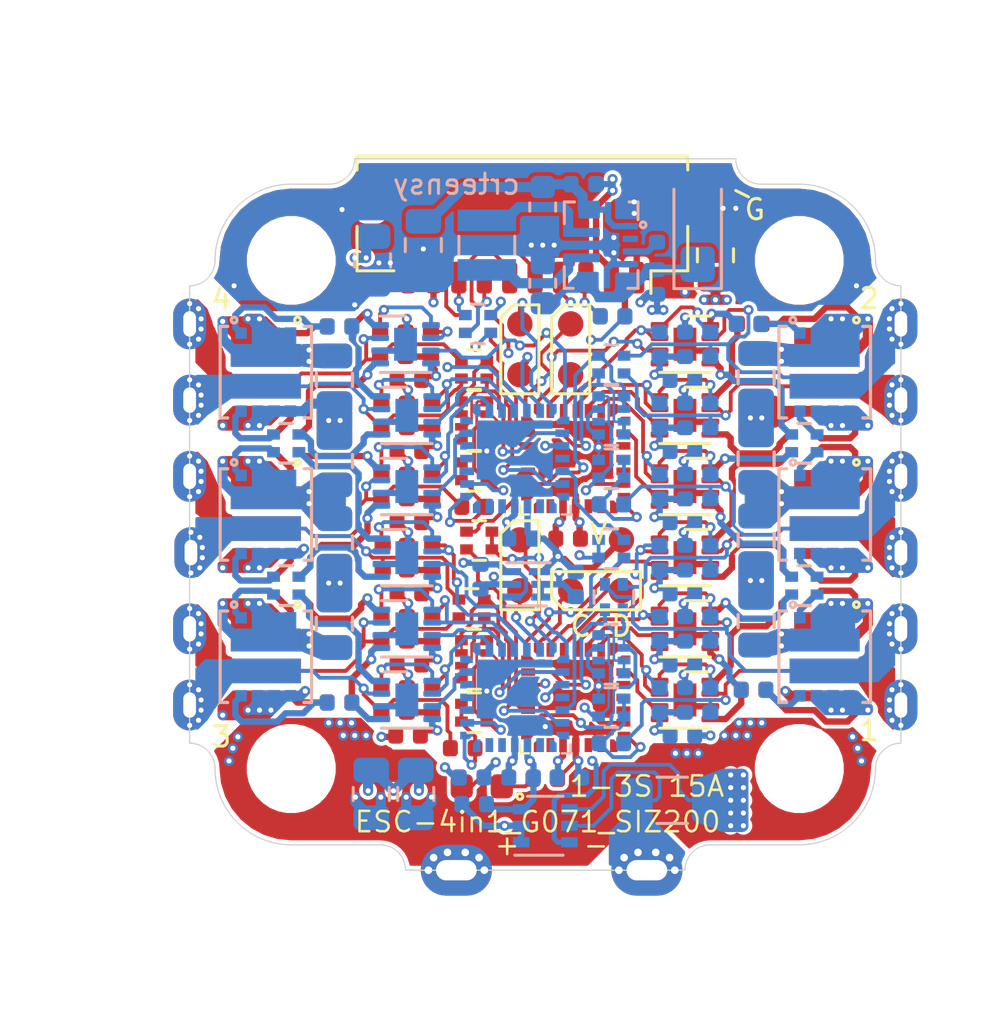
<source format=kicad_pcb>
(kicad_pcb (version 20171130) (host pcbnew 5.1.6-c6e7f7d~87~ubuntu18.04.1)
  (layers (0 "F.Cu_(sig)" signal) (1 "In1.Cu_(power)" signal) (2 "In2.Cu_(gnd)" signal) (31 "B.Cu_(sig)" signal) (34 B.Paste user) (35 F.Paste user) (36 B.SilkS user) (37 F.SilkS user) (38 B.Mask user) (39 F.Mask user) (44 Edge.Cuts user))
  (net 0 "")
  (net 1 "Net-(U1-Pad1)")
  (net 2 "Net-(U1-Pad28)")
  (net 3 "Net-(U1-Pad7)")
  (net 4 "Net-(U1-Pad25)")
  (net 5 "Net-(U1-Pad12)")
  (net 6 "Net-(U1-Pad11)")
  (net 7 "Net-(U1-Pad10)")
  (net 8 "Net-(U1-Pad6)")
  (net 9 "Net-(U1-Pad5)")
  (net 10 "Net-(U1-Pad2)")
  (net 11 "Net-(C1-Pad2)")
  (net 12 +5V)
  (net 13 +BATT)
  (net 14 GND)
  (net 15 /ESC1_A)
  (net 16 "Net-(C2-Pad2)")
  (net 17 /ESC1_B)
  (net 18 "Net-(C3-Pad2)")
  (net 19 /ESC1_C)
  (net 20 "Net-(C8-Pad2)")
  (net 21 /ESC2_A)
  (net 22 "Net-(C10-Pad2)")
  (net 23 /ESC2_B)
  (net 24 "Net-(C12-Pad2)")
  (net 25 /ESC2_C)
  (net 26 "Net-(C13-Pad2)")
  (net 27 "Net-(C15-Pad2)")
  (net 28 "Net-(C17-Pad2)")
  (net 29 +3V3)
  (net 30 /IBat)
  (net 31 "Net-(L1-Pad2)")
  (net 32 "Net-(L1-Pad1)")
  (net 33 "Net-(R2-Pad2)")
  (net 34 "Net-(U14-Pad2)")
  (net 35 /ESC1_A_EN)
  (net 36 /ESC1_A_PWM)
  (net 37 /ESC1_B_EN)
  (net 38 /ESC1_B_PWM)
  (net 39 /ESC1_C_EN)
  (net 40 /ESC1_C_PWM)
  (net 41 /ESC2_A_EN)
  (net 42 /ESC2_A_PWM)
  (net 43 /ESC2_B_EN)
  (net 44 /ESC2_B_PWM)
  (net 45 /ESC2_C_EN)
  (net 46 /ESC2_C_PWM)
  (net 47 /ESC1_MC)
  (net 48 /ESC1_MA)
  (net 49 /ESC1_IN)
  (net 50 /ESC1_MB)
  (net 51 /ESC1_Y)
  (net 52 /ESCx_tele)
  (net 53 /ESC1_SWDCLK)
  (net 54 /ESC1_SWDIO)
  (net 55 /ESC2_Y)
  (net 56 "Net-(U17-Pad1)")
  (net 57 "Net-(U17-Pad28)")
  (net 58 /ESC2_SWDCLK)
  (net 59 "Net-(U17-Pad7)")
  (net 60 /ESC2_MC)
  (net 61 /ESC2_MA)
  (net 62 "Net-(U17-Pad25)")
  (net 63 /ESC2_IN)
  (net 64 /ESC2_MB)
  (net 65 /ESC2_SWDIO)
  (net 66 "Net-(U17-Pad12)")
  (net 67 "Net-(U17-Pad11)")
  (net 68 "Net-(U17-Pad10)")
  (net 69 "Net-(U17-Pad6)")
  (net 70 "Net-(U17-Pad5)")
  (net 71 "Net-(U17-Pad2)")
  (net 72 "Net-(C24-Pad2)")
  (net 73 /ESC4_A)
  (net 74 "Net-(C27-Pad2)")
  (net 75 /ESC4_B)
  (net 76 "Net-(C29-Pad2)")
  (net 77 /ESC4_C)
  (net 78 "Net-(C31-Pad2)")
  (net 79 /ESC3_A)
  (net 80 "Net-(C34-Pad2)")
  (net 81 /ESC3_B)
  (net 82 "Net-(C36-Pad2)")
  (net 83 /ESC3_C)
  (net 84 /ESC4_A_PWM)
  (net 85 /ESC4_B_PWM)
  (net 86 /ESC4_C_PWM)
  (net 87 /ESC3_A_PWM)
  (net 88 /ESC3_B_PWM)
  (net 89 /ESC3_C_PWM)
  (net 90 /ESC4_Y)
  (net 91 /ESC3_Y)
  (net 92 /ESC4_A_EN)
  (net 93 /ESC4_B_EN)
  (net 94 "Net-(U21-Pad1)")
  (net 95 "Net-(U21-Pad28)")
  (net 96 /ESC4_SWDCLK)
  (net 97 "Net-(U21-Pad7)")
  (net 98 /ESC4_MC)
  (net 99 /ESC4_MA)
  (net 100 "Net-(U21-Pad25)")
  (net 101 /ESC4_IN)
  (net 102 /ESC4_MB)
  (net 103 /ESC4_SWDIO)
  (net 104 /ESC4_C_EN)
  (net 105 "Net-(U21-Pad12)")
  (net 106 "Net-(U21-Pad11)")
  (net 107 "Net-(U21-Pad10)")
  (net 108 "Net-(U21-Pad6)")
  (net 109 "Net-(U21-Pad5)")
  (net 110 "Net-(U21-Pad2)")
  (net 111 /ESC3_A_EN)
  (net 112 /ESC3_B_EN)
  (net 113 "Net-(U28-Pad1)")
  (net 114 "Net-(U28-Pad28)")
  (net 115 /ESC3_SWDCLK)
  (net 116 "Net-(U28-Pad7)")
  (net 117 /ESC3_MC)
  (net 118 /ESC3_MA)
  (net 119 "Net-(U28-Pad25)")
  (net 120 /ESC3_IN)
  (net 121 /ESC3_MB)
  (net 122 /ESC3_SWDIO)
  (net 123 /ESC3_C_EN)
  (net 124 "Net-(U28-Pad12)")
  (net 125 "Net-(U28-Pad11)")
  (net 126 "Net-(U28-Pad10)")
  (net 127 "Net-(U28-Pad6)")
  (net 128 "Net-(U28-Pad5)")
  (net 129 "Net-(U28-Pad2)")
  (net 130 /ESC4_A_DRVH)
  (net 131 /ESC4_B_DRVH)
  (net 132 /ESC4_B_GH)
  (net 133 /ESC4_A_GL)
  (net 134 /ESC4_C_DRVL)
  (net 135 /ESC4_B_DRVL)
  (net 136 /ESC4_C_GL)
  (net 137 /ESC4_B_GL)
  (net 138 /ESC4_C_DRVH)
  (net 139 /ESC3_C_DRVL)
  (net 140 /ESC3_C_GL)
  (net 141 /ESC4_C_GH)
  (net 142 /ESC4_A_DRVL)
  (net 143 /ESC4_A_GH)
  (net 144 /ESC3_A_DRVH)
  (net 145 /ESC3_A_DRVL)
  (net 146 /ESC3_A_GH)
  (net 147 /ESC3_A_GL)
  (net 148 /ESC3_B_DRVH)
  (net 149 /ESC3_B_DRVL)
  (net 150 /ESC3_B_GH)
  (net 151 /ESC3_B_GL)
  (net 152 /ESC3_C_DRVH)
  (net 153 /ESC3_C_GH)
  (net 154 /ESC1_A_DRVH)
  (net 155 /ESC1_A_DRVL)
  (net 156 /ESC1_A_GH)
  (net 157 /ESC1_A_GL)
  (net 158 /ESC1_B_DRVH)
  (net 159 /ESC1_B_DRVL)
  (net 160 /ESC1_B_GH)
  (net 161 /ESC1_B_GL)
  (net 162 /ESC1_C_DRVH)
  (net 163 /ESC1_C_DRVL)
  (net 164 /ESC1_C_GH)
  (net 165 /ESC1_C_GL)
  (net 166 /ESC2_A_DRVH)
  (net 167 /ESC2_A_DRVL)
  (net 168 /ESC2_A_GH)
  (net 169 /ESC2_A_GL)
  (net 170 /ESC2_B_DRVH)
  (net 171 /ESC2_B_DRVL)
  (net 172 /ESC2_B_GH)
  (net 173 /ESC2_B_GL)
  (net 174 /ESC2_C_DRVH)
  (net 175 /ESC2_C_DRVL)
  (net 176 /ESC2_C_GH)
  (net 177 /ESC2_C_GL)
  (net 178 "Net-(U1-Pad14)")
  (net 179 "Net-(U1-Pad15)")
  (net 180 "Net-(U17-Pad15)")
  (net 181 "Net-(U17-Pad14)")
  (net 182 "Net-(U21-Pad15)")
  (net 183 "Net-(U21-Pad14)")
  (net 184 "Net-(U28-Pad15)")
  (net 185 "Net-(U28-Pad14)")
  (net 186 "Net-(J1-Pad8)")
  (net 187 "Net-(J1-Pad7)")
  (net 188 "Net-(J1-Pad6)")
  (net 189 "Net-(J1-Pad5)")
  (net 190 /ESC2_tele_o)
  (net 191 /ESC1_tele_o)
  (net 192 /ESC4_tele_o)
  (net 193 /ESC3_tele_o)
  (net 194 /Batt-)
  (net 195 "Net-(D1-Pad1)")
  (module LED_SMD:LED_0603_1608Metric (layer "F.Cu_(sig)") (at 133.5 85.7 180)
    (fp_text reference D1 hide)
    (fp_text value LED hide)
    (pad 2 smd roundrect (at 0.7875 0 180) (size 0.875 0.95) (layers "F.Cu_(sig)" F.Paste F.Mask) (net 29 +3V3))
    (pad 1 smd roundrect (at -0.7875 0 180) (size 0.875 0.95) (layers "F.Cu_(sig)" F.Paste F.Mask) (net 195 "Net-(D1-Pad1)"))
  )
  (module Resistor_SMD:R_0402_1005Metric (layer "F.Cu_(sig)") (at 136 85.4 180)
    (fp_text reference R27 hide)
    (fp_text value 1k hide)
    (pad 2 smd roundrect (at 0.485 0 180) (size 0.59 0.64) (layers "F.Cu_(sig)" F.Paste F.Mask) (net 195 "Net-(D1-Pad1)"))
    (pad 1 smd roundrect (at -0.485 0 180) (size 0.59 0.64) (layers "F.Cu_(sig)" F.Paste F.Mask) (net 14 GND))
  )
  (module ultimateFC:TEXAS_15-VQFN-HR (layer "B.Cu_(sig)") (at 138.2 64.4 270)
    (fp_text reference U14 hide)
    (fp_text value TPS630701 hide)
    (pad 13 smd roundrect (at -1.4 0.475 180) (size 0.85 0.7) (layers "B.Cu_(sig)") (roundrect_rratio 0.07099999999999999) (net 26 "Net-(C13-Pad2)"))
    (pad 7 smd roundrect (at 1.4 0.525 180) (size 0.85 0.7) (layers "B.Cu_(sig)") (roundrect_rratio 0.07099999999999999) (net 27 "Net-(C15-Pad2)"))
    (pad 11 smd roundrect (at -0.5 0.775 270) (size 0.35 1.45) (layers "B.Cu_(sig)" B.Mask) (roundrect_rratio 0.2) (net 31 "Net-(L1-Pad2)"))
    (pad 9 smd roundrect (at 0.5 0.775 270) (size 0.35 1.45) (layers "B.Cu_(sig)" B.Mask) (roundrect_rratio 0.2) (net 32 "Net-(L1-Pad1)"))
    (pad 10 smd roundrect (at 0 0.6 270) (size 0.35 1.8) (layers "B.Cu_(sig)" B.Mask) (roundrect_rratio 0.2) (net 14 GND))
    (pad 15 smd roundrect (at -1.4 -0.775) (size 0.25 0.6) (layers "B.Cu_(sig)" B.Paste B.Mask) (roundrect_rratio 0.2) (net 14 GND))
    (pad 13 smd roundrect (at -1.4 0.225) (size 0.25 0.6) (layers "B.Cu_(sig)" B.Paste B.Mask) (roundrect_rratio 0.2) (net 26 "Net-(C13-Pad2)"))
    (pad 14 smd roundrect (at -1.4 -0.275) (size 0.25 0.6) (layers "B.Cu_(sig)" B.Paste B.Mask) (roundrect_rratio 0.2) (net 26 "Net-(C13-Pad2)"))
    (pad 13 smd roundrect (at -1.4 0.725) (size 0.25 0.6) (layers "B.Cu_(sig)" B.Paste B.Mask) (roundrect_rratio 0.2) (net 26 "Net-(C13-Pad2)"))
    (pad 13 smd rect (at -1.225 0.5 270) (size 0.25 0.6) (layers "B.Cu_(sig)" B.Paste B.Mask) (net 26 "Net-(C13-Pad2)"))
    (pad 7 smd rect (at 1.225 0.525 90) (size 0.25 0.6) (layers "B.Cu_(sig)" B.Paste B.Mask) (net 27 "Net-(C15-Pad2)"))
    (pad 7 smd roundrect (at 1.4 0.775 180) (size 0.25 0.6) (layers "B.Cu_(sig)" B.Paste B.Mask) (roundrect_rratio 0.2) (net 27 "Net-(C15-Pad2)"))
    (pad 7 smd roundrect (at 1.4 0.275 180) (size 0.25 0.6) (layers "B.Cu_(sig)" B.Paste B.Mask) (roundrect_rratio 0.2) (net 27 "Net-(C15-Pad2)"))
    (pad 6 smd roundrect (at 1.4 -0.225 180) (size 0.25 0.6) (layers "B.Cu_(sig)" B.Paste B.Mask) (roundrect_rratio 0.2) (net 14 GND))
    (pad 5 smd roundrect (at 1.4 -0.725 180) (size 0.25 0.6) (layers "B.Cu_(sig)" B.Paste B.Mask) (roundrect_rratio 0.2) (net 27 "Net-(C15-Pad2)"))
    (pad 4 smd roundrect (at 0.75 -1.15 270) (size 0.25 0.6) (layers "B.Cu_(sig)" B.Paste B.Mask) (roundrect_rratio 0.2) (net 14 GND))
    (pad 3 smd roundrect (at 0.25 -1.15 270) (size 0.25 0.6) (layers "B.Cu_(sig)" B.Paste B.Mask) (roundrect_rratio 0.2) (net 28 "Net-(C17-Pad2)"))
    (pad 2 smd roundrect (at -0.25 -1.15 270) (size 0.25 0.6) (layers "B.Cu_(sig)" B.Paste B.Mask) (roundrect_rratio 0.2) (net 34 "Net-(U14-Pad2)"))
    (pad 1 smd roundrect (at -0.75 -1.15 270) (size 0.25 0.6) (layers "B.Cu_(sig)" B.Paste B.Mask) (roundrect_rratio 0.2) (net 26 "Net-(C13-Pad2)"))
  )
  (module 11_PSoC_FC_whoop:PowerPAIR3.3x3.3_splitpaste (layer "B.Cu_(sig)") (at 125 80.6)
    (fp_text reference U31 hide)
    (fp_text value SIZ200DT-T1-GE3 hide)
    (pad 1 smd rect (at -0.975 -1.536) (size 0.45 0.45) (layers "B.Cu_(sig)" B.Paste B.Mask) (net 153 /ESC3_C_GH))
    (pad 2 smd rect (at -0.325 -1.536) (size 0.45 0.45) (layers "B.Cu_(sig)" B.Paste B.Mask) (net 13 +BATT))
    (pad 2 smd rect (at 0.325 -1.536) (size 0.45 0.45) (layers "B.Cu_(sig)" B.Paste B.Mask) (net 13 +BATT))
    (pad 2 smd rect (at 0.975 -1.536) (size 0.45 0.45) (layers "B.Cu_(sig)" B.Paste B.Mask) (net 13 +BATT))
    (pad 2 smd rect (at 0 -0.66) (size 2.76 0.9) (layers "B.Cu_(sig)" B.Mask) (net 13 +BATT))
    (pad 3 smd rect (at 0 0.555) (size 2.76 0.97) (layers "B.Cu_(sig)" B.Mask) (net 83 /ESC3_C))
    (pad 4 smd rect (at 0.975 1.536) (size 0.45 0.45) (layers "B.Cu_(sig)" B.Paste B.Mask) (net 14 GND))
    (pad 4 smd rect (at 0.325 1.536) (size 0.45 0.45) (layers "B.Cu_(sig)" B.Paste B.Mask) (net 14 GND))
    (pad 4 smd rect (at -0.325 1.536) (size 0.45 0.45) (layers "B.Cu_(sig)" B.Paste B.Mask) (net 14 GND))
    (pad 5 smd rect (at -0.975 1.536) (size 0.45 0.45) (layers "B.Cu_(sig)" B.Paste B.Mask) (net 140 /ESC3_C_GL))
  )
  (module 11_PSoC_FC_whoop:PowerPAIR3.3x3.3_splitpaste (layer "F.Cu_(sig)") (at 125 80.6 180)
    (fp_text reference U29 hide)
    (fp_text value SIZ200DT-T1-GE3 hide)
    (pad 1 smd rect (at -0.975 1.536 180) (size 0.45 0.45) (layers "F.Cu_(sig)" F.Paste F.Mask) (net 150 /ESC3_B_GH))
    (pad 2 smd rect (at -0.325 1.536 180) (size 0.45 0.45) (layers "F.Cu_(sig)" F.Paste F.Mask) (net 13 +BATT))
    (pad 2 smd rect (at 0.325 1.536 180) (size 0.45 0.45) (layers "F.Cu_(sig)" F.Paste F.Mask) (net 13 +BATT))
    (pad 2 smd rect (at 0.975 1.536 180) (size 0.45 0.45) (layers "F.Cu_(sig)" F.Paste F.Mask) (net 13 +BATT))
    (pad 2 smd rect (at 0 0.66 180) (size 2.76 0.9) (layers "F.Cu_(sig)" F.Mask) (net 13 +BATT))
    (pad 3 smd rect (at 0 -0.555 180) (size 2.76 0.97) (layers "F.Cu_(sig)" F.Mask) (net 81 /ESC3_B))
    (pad 4 smd rect (at 0.975 -1.536 180) (size 0.45 0.45) (layers "F.Cu_(sig)" F.Paste F.Mask) (net 14 GND))
    (pad 4 smd rect (at 0.325 -1.536 180) (size 0.45 0.45) (layers "F.Cu_(sig)" F.Paste F.Mask) (net 14 GND))
    (pad 4 smd rect (at -0.325 -1.536 180) (size 0.45 0.45) (layers "F.Cu_(sig)" F.Paste F.Mask) (net 14 GND))
    (pad 5 smd rect (at -0.975 -1.536 180) (size 0.45 0.45) (layers "F.Cu_(sig)" F.Paste F.Mask) (net 151 /ESC3_B_GL))
  )
  (module 11_PSoC_FC_whoop:PowerPAIR3.3x3.3_splitpaste (layer "B.Cu_(sig)") (at 125 75)
    (fp_text reference U26 hide)
    (fp_text value SIZ200DT-T1-GE3 hide)
    (pad 1 smd rect (at -0.975 -1.536) (size 0.45 0.45) (layers "B.Cu_(sig)" B.Paste B.Mask) (net 146 /ESC3_A_GH))
    (pad 2 smd rect (at -0.325 -1.536) (size 0.45 0.45) (layers "B.Cu_(sig)" B.Paste B.Mask) (net 13 +BATT))
    (pad 2 smd rect (at 0.325 -1.536) (size 0.45 0.45) (layers "B.Cu_(sig)" B.Paste B.Mask) (net 13 +BATT))
    (pad 2 smd rect (at 0.975 -1.536) (size 0.45 0.45) (layers "B.Cu_(sig)" B.Paste B.Mask) (net 13 +BATT))
    (pad 2 smd rect (at 0 -0.66) (size 2.76 0.9) (layers "B.Cu_(sig)" B.Mask) (net 13 +BATT))
    (pad 3 smd rect (at 0 0.555) (size 2.76 0.97) (layers "B.Cu_(sig)" B.Mask) (net 79 /ESC3_A))
    (pad 4 smd rect (at 0.975 1.536) (size 0.45 0.45) (layers "B.Cu_(sig)" B.Paste B.Mask) (net 14 GND))
    (pad 4 smd rect (at 0.325 1.536) (size 0.45 0.45) (layers "B.Cu_(sig)" B.Paste B.Mask) (net 14 GND))
    (pad 4 smd rect (at -0.325 1.536) (size 0.45 0.45) (layers "B.Cu_(sig)" B.Paste B.Mask) (net 14 GND))
    (pad 5 smd rect (at -0.975 1.536) (size 0.45 0.45) (layers "B.Cu_(sig)" B.Paste B.Mask) (net 147 /ESC3_A_GL))
  )
  (module 11_PSoC_FC_whoop:PowerPAIR3.3x3.3_splitpaste (layer "F.Cu_(sig)") (at 125 75 180)
    (fp_text reference U24 hide)
    (fp_text value SIZ200DT-T1-GE3 hide)
    (pad 1 smd rect (at -0.975 1.536 180) (size 0.45 0.45) (layers "F.Cu_(sig)" F.Paste F.Mask) (net 141 /ESC4_C_GH))
    (pad 2 smd rect (at -0.325 1.536 180) (size 0.45 0.45) (layers "F.Cu_(sig)" F.Paste F.Mask) (net 13 +BATT))
    (pad 2 smd rect (at 0.325 1.536 180) (size 0.45 0.45) (layers "F.Cu_(sig)" F.Paste F.Mask) (net 13 +BATT))
    (pad 2 smd rect (at 0.975 1.536 180) (size 0.45 0.45) (layers "F.Cu_(sig)" F.Paste F.Mask) (net 13 +BATT))
    (pad 2 smd rect (at 0 0.66 180) (size 2.76 0.9) (layers "F.Cu_(sig)" F.Mask) (net 13 +BATT))
    (pad 3 smd rect (at 0 -0.555 180) (size 2.76 0.97) (layers "F.Cu_(sig)" F.Mask) (net 77 /ESC4_C))
    (pad 4 smd rect (at 0.975 -1.536 180) (size 0.45 0.45) (layers "F.Cu_(sig)" F.Paste F.Mask) (net 14 GND))
    (pad 4 smd rect (at 0.325 -1.536 180) (size 0.45 0.45) (layers "F.Cu_(sig)" F.Paste F.Mask) (net 14 GND))
    (pad 4 smd rect (at -0.325 -1.536 180) (size 0.45 0.45) (layers "F.Cu_(sig)" F.Paste F.Mask) (net 14 GND))
    (pad 5 smd rect (at -0.975 -1.536 180) (size 0.45 0.45) (layers "F.Cu_(sig)" F.Paste F.Mask) (net 136 /ESC4_C_GL))
  )
  (module 11_PSoC_FC_whoop:PowerPAIR3.3x3.3_splitpaste (layer "B.Cu_(sig)") (at 125 69.4)
    (fp_text reference U22 hide)
    (fp_text value SIZ200DT-T1-GE3 hide)
    (pad 1 smd rect (at -0.975 -1.536) (size 0.45 0.45) (layers "B.Cu_(sig)" B.Paste B.Mask) (net 132 /ESC4_B_GH))
    (pad 2 smd rect (at -0.325 -1.536) (size 0.45 0.45) (layers "B.Cu_(sig)" B.Paste B.Mask) (net 13 +BATT))
    (pad 2 smd rect (at 0.325 -1.536) (size 0.45 0.45) (layers "B.Cu_(sig)" B.Paste B.Mask) (net 13 +BATT))
    (pad 2 smd rect (at 0.975 -1.536) (size 0.45 0.45) (layers "B.Cu_(sig)" B.Paste B.Mask) (net 13 +BATT))
    (pad 2 smd rect (at 0 -0.66) (size 2.76 0.9) (layers "B.Cu_(sig)" B.Mask) (net 13 +BATT))
    (pad 3 smd rect (at 0 0.555) (size 2.76 0.97) (layers "B.Cu_(sig)" B.Mask) (net 75 /ESC4_B))
    (pad 4 smd rect (at 0.975 1.536) (size 0.45 0.45) (layers "B.Cu_(sig)" B.Paste B.Mask) (net 14 GND))
    (pad 4 smd rect (at 0.325 1.536) (size 0.45 0.45) (layers "B.Cu_(sig)" B.Paste B.Mask) (net 14 GND))
    (pad 4 smd rect (at -0.325 1.536) (size 0.45 0.45) (layers "B.Cu_(sig)" B.Paste B.Mask) (net 14 GND))
    (pad 5 smd rect (at -0.975 1.536) (size 0.45 0.45) (layers "B.Cu_(sig)" B.Paste B.Mask) (net 137 /ESC4_B_GL))
  )
  (module 11_PSoC_FC_whoop:PowerPAIR3.3x3.3_splitpaste (layer "F.Cu_(sig)") (at 125 69.4 180)
    (fp_text reference U19 hide)
    (fp_text value SIZ200DT-T1-GE3 hide)
    (pad 1 smd rect (at -0.975 1.536 180) (size 0.45 0.45) (layers "F.Cu_(sig)" F.Paste F.Mask) (net 143 /ESC4_A_GH))
    (pad 2 smd rect (at -0.325 1.536 180) (size 0.45 0.45) (layers "F.Cu_(sig)" F.Paste F.Mask) (net 13 +BATT))
    (pad 2 smd rect (at 0.325 1.536 180) (size 0.45 0.45) (layers "F.Cu_(sig)" F.Paste F.Mask) (net 13 +BATT))
    (pad 2 smd rect (at 0.975 1.536 180) (size 0.45 0.45) (layers "F.Cu_(sig)" F.Paste F.Mask) (net 13 +BATT))
    (pad 2 smd rect (at 0 0.66 180) (size 2.76 0.9) (layers "F.Cu_(sig)" F.Mask) (net 13 +BATT))
    (pad 3 smd rect (at 0 -0.555 180) (size 2.76 0.97) (layers "F.Cu_(sig)" F.Mask) (net 73 /ESC4_A))
    (pad 4 smd rect (at 0.975 -1.536 180) (size 0.45 0.45) (layers "F.Cu_(sig)" F.Paste F.Mask) (net 14 GND))
    (pad 4 smd rect (at 0.325 -1.536 180) (size 0.45 0.45) (layers "F.Cu_(sig)" F.Paste F.Mask) (net 14 GND))
    (pad 4 smd rect (at -0.325 -1.536 180) (size 0.45 0.45) (layers "F.Cu_(sig)" F.Paste F.Mask) (net 14 GND))
    (pad 5 smd rect (at -0.975 -1.536 180) (size 0.45 0.45) (layers "F.Cu_(sig)" F.Paste F.Mask) (net 133 /ESC4_A_GL))
  )
  (module 11_PSoC_FC_whoop:PowerPAIR3.3x3.3_splitpaste (layer "B.Cu_(sig)") (at 147.000001 75)
    (fp_text reference U13 hide)
    (fp_text value SIZ200DT-T1-GE3 hide)
    (pad 1 smd rect (at -0.975 -1.536) (size 0.45 0.45) (layers "B.Cu_(sig)" B.Paste B.Mask) (net 176 /ESC2_C_GH))
    (pad 2 smd rect (at -0.325 -1.536) (size 0.45 0.45) (layers "B.Cu_(sig)" B.Paste B.Mask) (net 13 +BATT))
    (pad 2 smd rect (at 0.325 -1.536) (size 0.45 0.45) (layers "B.Cu_(sig)" B.Paste B.Mask) (net 13 +BATT))
    (pad 2 smd rect (at 0.975 -1.536) (size 0.45 0.45) (layers "B.Cu_(sig)" B.Paste B.Mask) (net 13 +BATT))
    (pad 2 smd rect (at 0 -0.66) (size 2.76 0.9) (layers "B.Cu_(sig)" B.Mask) (net 13 +BATT))
    (pad 3 smd rect (at 0 0.555) (size 2.76 0.97) (layers "B.Cu_(sig)" B.Mask) (net 25 /ESC2_C))
    (pad 4 smd rect (at 0.975 1.536) (size 0.45 0.45) (layers "B.Cu_(sig)" B.Paste B.Mask) (net 14 GND))
    (pad 4 smd rect (at 0.325 1.536) (size 0.45 0.45) (layers "B.Cu_(sig)" B.Paste B.Mask) (net 14 GND))
    (pad 4 smd rect (at -0.325 1.536) (size 0.45 0.45) (layers "B.Cu_(sig)" B.Paste B.Mask) (net 14 GND))
    (pad 5 smd rect (at -0.975 1.536) (size 0.45 0.45) (layers "B.Cu_(sig)" B.Paste B.Mask) (net 177 /ESC2_C_GL))
  )
  (module 11_PSoC_FC_whoop:PowerPAIR3.3x3.3_splitpaste (layer "F.Cu_(sig)") (at 147.000001 69.4 180)
    (fp_text reference U11 hide)
    (fp_text value SIZ200DT-T1-GE3 hide)
    (pad 1 smd rect (at -0.975 1.536 180) (size 0.45 0.45) (layers "F.Cu_(sig)" F.Paste F.Mask) (net 172 /ESC2_B_GH))
    (pad 2 smd rect (at -0.325 1.536 180) (size 0.45 0.45) (layers "F.Cu_(sig)" F.Paste F.Mask) (net 13 +BATT))
    (pad 2 smd rect (at 0.325 1.536 180) (size 0.45 0.45) (layers "F.Cu_(sig)" F.Paste F.Mask) (net 13 +BATT))
    (pad 2 smd rect (at 0.975 1.536 180) (size 0.45 0.45) (layers "F.Cu_(sig)" F.Paste F.Mask) (net 13 +BATT))
    (pad 2 smd rect (at 0 0.66 180) (size 2.76 0.9) (layers "F.Cu_(sig)" F.Mask) (net 13 +BATT))
    (pad 3 smd rect (at 0 -0.555 180) (size 2.76 0.97) (layers "F.Cu_(sig)" F.Mask) (net 23 /ESC2_B))
    (pad 4 smd rect (at 0.975 -1.536 180) (size 0.45 0.45) (layers "F.Cu_(sig)" F.Paste F.Mask) (net 14 GND))
    (pad 4 smd rect (at 0.325 -1.536 180) (size 0.45 0.45) (layers "F.Cu_(sig)" F.Paste F.Mask) (net 14 GND))
    (pad 4 smd rect (at -0.325 -1.536 180) (size 0.45 0.45) (layers "F.Cu_(sig)" F.Paste F.Mask) (net 14 GND))
    (pad 5 smd rect (at -0.975 -1.536 180) (size 0.45 0.45) (layers "F.Cu_(sig)" F.Paste F.Mask) (net 173 /ESC2_B_GL))
  )
  (module 11_PSoC_FC_whoop:PowerPAIR3.3x3.3_splitpaste (layer "B.Cu_(sig)") (at 147.000001 69.4)
    (fp_text reference U9 hide)
    (fp_text value SIZ200DT-T1-GE3 hide)
    (pad 1 smd rect (at -0.975 -1.536) (size 0.45 0.45) (layers "B.Cu_(sig)" B.Paste B.Mask) (net 168 /ESC2_A_GH))
    (pad 2 smd rect (at -0.325 -1.536) (size 0.45 0.45) (layers "B.Cu_(sig)" B.Paste B.Mask) (net 13 +BATT))
    (pad 2 smd rect (at 0.325 -1.536) (size 0.45 0.45) (layers "B.Cu_(sig)" B.Paste B.Mask) (net 13 +BATT))
    (pad 2 smd rect (at 0.975 -1.536) (size 0.45 0.45) (layers "B.Cu_(sig)" B.Paste B.Mask) (net 13 +BATT))
    (pad 2 smd rect (at 0 -0.66) (size 2.76 0.9) (layers "B.Cu_(sig)" B.Mask) (net 13 +BATT))
    (pad 3 smd rect (at 0 0.555) (size 2.76 0.97) (layers "B.Cu_(sig)" B.Mask) (net 21 /ESC2_A))
    (pad 4 smd rect (at 0.975 1.536) (size 0.45 0.45) (layers "B.Cu_(sig)" B.Paste B.Mask) (net 14 GND))
    (pad 4 smd rect (at 0.325 1.536) (size 0.45 0.45) (layers "B.Cu_(sig)" B.Paste B.Mask) (net 14 GND))
    (pad 4 smd rect (at -0.325 1.536) (size 0.45 0.45) (layers "B.Cu_(sig)" B.Paste B.Mask) (net 14 GND))
    (pad 5 smd rect (at -0.975 1.536) (size 0.45 0.45) (layers "B.Cu_(sig)" B.Paste B.Mask) (net 169 /ESC2_A_GL))
  )
  (module 11_PSoC_FC_whoop:PowerPAIR3.3x3.3_splitpaste (layer "F.Cu_(sig)") (at 147.000001 80.6 180)
    (fp_text reference U7 hide)
    (fp_text value SIZ200DT-T1-GE3 hide)
    (pad 1 smd rect (at -0.975 1.536 180) (size 0.45 0.45) (layers "F.Cu_(sig)" F.Paste F.Mask) (net 164 /ESC1_C_GH))
    (pad 2 smd rect (at -0.325 1.536 180) (size 0.45 0.45) (layers "F.Cu_(sig)" F.Paste F.Mask) (net 13 +BATT))
    (pad 2 smd rect (at 0.325 1.536 180) (size 0.45 0.45) (layers "F.Cu_(sig)" F.Paste F.Mask) (net 13 +BATT))
    (pad 2 smd rect (at 0.975 1.536 180) (size 0.45 0.45) (layers "F.Cu_(sig)" F.Paste F.Mask) (net 13 +BATT))
    (pad 2 smd rect (at 0 0.66 180) (size 2.76 0.9) (layers "F.Cu_(sig)" F.Mask) (net 13 +BATT))
    (pad 3 smd rect (at 0 -0.555 180) (size 2.76 0.97) (layers "F.Cu_(sig)" F.Mask) (net 19 /ESC1_C))
    (pad 4 smd rect (at 0.975 -1.536 180) (size 0.45 0.45) (layers "F.Cu_(sig)" F.Paste F.Mask) (net 14 GND))
    (pad 4 smd rect (at 0.325 -1.536 180) (size 0.45 0.45) (layers "F.Cu_(sig)" F.Paste F.Mask) (net 14 GND))
    (pad 4 smd rect (at -0.325 -1.536 180) (size 0.45 0.45) (layers "F.Cu_(sig)" F.Paste F.Mask) (net 14 GND))
    (pad 5 smd rect (at -0.975 -1.536 180) (size 0.45 0.45) (layers "F.Cu_(sig)" F.Paste F.Mask) (net 165 /ESC1_C_GL))
  )
  (module 11_PSoC_FC_whoop:PowerPAIR3.3x3.3_splitpaste (layer "B.Cu_(sig)") (at 147.000001 80.6)
    (fp_text reference U5 hide)
    (fp_text value SIZ200DT-T1-GE3 hide)
    (pad 1 smd rect (at -0.975 -1.536) (size 0.45 0.45) (layers "B.Cu_(sig)" B.Paste B.Mask) (net 160 /ESC1_B_GH))
    (pad 2 smd rect (at -0.325 -1.536) (size 0.45 0.45) (layers "B.Cu_(sig)" B.Paste B.Mask) (net 13 +BATT))
    (pad 2 smd rect (at 0.325 -1.536) (size 0.45 0.45) (layers "B.Cu_(sig)" B.Paste B.Mask) (net 13 +BATT))
    (pad 2 smd rect (at 0.975 -1.536) (size 0.45 0.45) (layers "B.Cu_(sig)" B.Paste B.Mask) (net 13 +BATT))
    (pad 2 smd rect (at 0 -0.66) (size 2.76 0.9) (layers "B.Cu_(sig)" B.Mask) (net 13 +BATT))
    (pad 3 smd rect (at 0 0.555) (size 2.76 0.97) (layers "B.Cu_(sig)" B.Mask) (net 17 /ESC1_B))
    (pad 4 smd rect (at 0.975 1.536) (size 0.45 0.45) (layers "B.Cu_(sig)" B.Paste B.Mask) (net 14 GND))
    (pad 4 smd rect (at 0.325 1.536) (size 0.45 0.45) (layers "B.Cu_(sig)" B.Paste B.Mask) (net 14 GND))
    (pad 4 smd rect (at -0.325 1.536) (size 0.45 0.45) (layers "B.Cu_(sig)" B.Paste B.Mask) (net 14 GND))
    (pad 5 smd rect (at -0.975 1.536) (size 0.45 0.45) (layers "B.Cu_(sig)" B.Paste B.Mask) (net 161 /ESC1_B_GL))
  )
  (module 11_PSoC_FC_whoop:PowerPAIR3.3x3.3_splitpaste (layer "F.Cu_(sig)") (at 147.000001 75 180)
    (fp_text reference U3 hide)
    (fp_text value SIZ200DT-T1-GE3 hide)
    (pad 1 smd rect (at -0.975 1.536 180) (size 0.45 0.45) (layers "F.Cu_(sig)" F.Paste F.Mask) (net 156 /ESC1_A_GH))
    (pad 2 smd rect (at -0.325 1.536 180) (size 0.45 0.45) (layers "F.Cu_(sig)" F.Paste F.Mask) (net 13 +BATT))
    (pad 2 smd rect (at 0.325 1.536 180) (size 0.45 0.45) (layers "F.Cu_(sig)" F.Paste F.Mask) (net 13 +BATT))
    (pad 2 smd rect (at 0.975 1.536 180) (size 0.45 0.45) (layers "F.Cu_(sig)" F.Paste F.Mask) (net 13 +BATT))
    (pad 2 smd rect (at 0 0.66 180) (size 2.76 0.9) (layers "F.Cu_(sig)" F.Mask) (net 13 +BATT))
    (pad 3 smd rect (at 0 -0.555 180) (size 2.76 0.97) (layers "F.Cu_(sig)" F.Mask) (net 15 /ESC1_A))
    (pad 4 smd rect (at 0.975 -1.536 180) (size 0.45 0.45) (layers "F.Cu_(sig)" F.Paste F.Mask) (net 14 GND))
    (pad 4 smd rect (at 0.325 -1.536 180) (size 0.45 0.45) (layers "F.Cu_(sig)" F.Paste F.Mask) (net 14 GND))
    (pad 4 smd rect (at -0.325 -1.536 180) (size 0.45 0.45) (layers "F.Cu_(sig)" F.Paste F.Mask) (net 14 GND))
    (pad 5 smd rect (at -0.975 -1.536 180) (size 0.45 0.45) (layers "F.Cu_(sig)" F.Paste F.Mask) (net 157 /ESC1_A_GL))
  )
  (module 11_PSoC_FC_whoop:TestPoint_Pad_D1.0mm_dense (layer "F.Cu_(sig)") (at 142.75 62)
    (fp_text reference TP24 hide)
    (fp_text value TestPoint hide)
    (pad 1 smd circle (at 0 0) (size 1 1) (layers "F.Cu_(sig)" F.Mask) (net 14 GND))
  )
  (module 11_PSoC_FC_whoop:TestPoint_Pad_D1.0mm_dense (layer "F.Cu_(sig)") (at 139 76)
    (fp_text reference TP23 hide)
    (fp_text value TestPoint hide)
    (pad 1 smd circle (at 0 0) (size 1 1) (layers "F.Cu_(sig)" F.Mask) (net 29 +3V3))
  )
  (module Capacitor_SMD:C_0402_1005Metric (layer "B.Cu_(sig)") (at 133.1 85.35)
    (fp_text reference C70 hide)
    (fp_text value 10u hide)
    (pad 2 smd roundrect (at 0.485 0) (size 0.59 0.64) (layers "B.Cu_(sig)" B.Paste B.Mask) (net 29 +3V3))
    (pad 1 smd roundrect (at -0.485 0) (size 0.59 0.64) (layers "B.Cu_(sig)" B.Paste B.Mask) (net 14 GND))
  )
  (module 11_PSoC_FC_whoop:C_0805_2012Metric_dense (layer "B.Cu_(sig)") (at 131.2 64.400001 90)
    (fp_text reference C13 hide)
    (fp_text value 10u hide)
    (pad 2 smd roundrect (at 0.9375 0 90) (size 0.975 1.4) (layers "B.Cu_(sig)" B.Paste B.Mask) (net 26 "Net-(C13-Pad2)"))
    (pad 1 smd roundrect (at -0.9375 0 90) (size 0.975 1.4) (layers "B.Cu_(sig)" B.Paste B.Mask) (net 14 GND))
  )
  (module 11_PSoC_FC_whoop:R_Array_Convex_2x0402_dense (layer "B.Cu_(sig)") (at 133.35 67.5)
    (fp_text reference RN16 hide)
    (fp_text value 1k hide)
    (pad 1 smd rect (at -0.5 0.35) (size 0.5 0.4) (layers "B.Cu_(sig)" B.Paste B.Mask) (net 187 "Net-(J1-Pad7)"))
    (pad 2 smd rect (at -0.5 -0.35) (size 0.5 0.4) (layers "B.Cu_(sig)" B.Paste B.Mask) (net 186 "Net-(J1-Pad8)"))
    (pad 3 smd rect (at 0.5 -0.35) (size 0.5 0.4) (layers "B.Cu_(sig)" B.Paste B.Mask) (net 101 /ESC4_IN))
    (pad 4 smd rect (at 0.5 0.35) (size 0.5 0.4) (layers "B.Cu_(sig)" B.Paste B.Mask) (net 120 /ESC3_IN))
  )
  (module 11_PSoC_FC_whoop:R_Array_Convex_2x0402_dense (layer "F.Cu_(sig)") (at 133.35 67.5)
    (fp_text reference RN13 hide)
    (fp_text value 1k hide)
    (pad 1 smd rect (at -0.5 -0.35) (size 0.5 0.4) (layers "F.Cu_(sig)" F.Paste F.Mask) (net 189 "Net-(J1-Pad5)"))
    (pad 2 smd rect (at -0.5 0.35) (size 0.5 0.4) (layers "F.Cu_(sig)" F.Paste F.Mask) (net 188 "Net-(J1-Pad6)"))
    (pad 3 smd rect (at 0.5 0.35) (size 0.5 0.4) (layers "F.Cu_(sig)" F.Paste F.Mask) (net 63 /ESC2_IN))
    (pad 4 smd rect (at 0.5 -0.35) (size 0.5 0.4) (layers "F.Cu_(sig)" F.Paste F.Mask) (net 49 /ESC1_IN))
  )
  (module 11_PSoC_FC_whoop:R_Array_Convex_2x0402_dense (layer "B.Cu_(sig)") (at 138.6 76.35)
    (fp_text reference RN5 hide)
    (fp_text value 1k hide)
    (pad 1 smd rect (at -0.5 0.35) (size 0.5 0.4) (layers "B.Cu_(sig)" B.Paste B.Mask) (net 52 /ESCx_tele))
    (pad 2 smd rect (at -0.5 -0.35) (size 0.5 0.4) (layers "B.Cu_(sig)" B.Paste B.Mask) (net 52 /ESCx_tele))
    (pad 3 smd rect (at 0.5 -0.35) (size 0.5 0.4) (layers "B.Cu_(sig)" B.Paste B.Mask) (net 192 /ESC4_tele_o))
    (pad 4 smd rect (at 0.5 0.35) (size 0.5 0.4) (layers "B.Cu_(sig)" B.Paste B.Mask) (net 193 /ESC3_tele_o))
  )
  (module 11_PSoC_FC_whoop:R_Array_Convex_2x0402_dense (layer "F.Cu_(sig)") (at 133.4 76.025 180)
    (fp_text reference RN2 hide)
    (fp_text value 1k hide)
    (pad 1 smd rect (at -0.5 -0.35 180) (size 0.5 0.4) (layers "F.Cu_(sig)" F.Paste F.Mask) (net 52 /ESCx_tele))
    (pad 2 smd rect (at -0.5 0.35 180) (size 0.5 0.4) (layers "F.Cu_(sig)" F.Paste F.Mask) (net 52 /ESCx_tele))
    (pad 3 smd rect (at 0.5 0.35 180) (size 0.5 0.4) (layers "F.Cu_(sig)" F.Paste F.Mask) (net 190 /ESC2_tele_o))
    (pad 4 smd rect (at 0.5 -0.35 180) (size 0.5 0.4) (layers "F.Cu_(sig)" F.Paste F.Mask) (net 191 /ESC1_tele_o))
  )
  (module Resistor_SMD:R_0402_1005Metric (layer "B.Cu_(sig)") (at 144.2 81.9 180)
    (fp_text reference R26 hide)
    (fp_text value 10R0 hide)
    (pad 2 smd roundrect (at 0.485 0 180) (size 0.59 0.64) (layers "B.Cu_(sig)" B.Paste B.Mask) (net 159 /ESC1_B_DRVL))
    (pad 1 smd roundrect (at -0.485 0 180) (size 0.59 0.64) (layers "B.Cu_(sig)" B.Paste B.Mask) (net 161 /ESC1_B_GL))
  )
  (module Resistor_SMD:R_0402_1005Metric (layer "F.Cu_(sig)") (at 127.9 82.4)
    (fp_text reference R25 hide)
    (fp_text value 10R0 hide)
    (pad 2 smd roundrect (at 0.485 0) (size 0.59 0.64) (layers "F.Cu_(sig)" F.Paste F.Mask) (net 149 /ESC3_B_DRVL))
    (pad 1 smd roundrect (at -0.485 0) (size 0.59 0.64) (layers "F.Cu_(sig)" F.Paste F.Mask) (net 151 /ESC3_B_GL))
  )
  (module Resistor_SMD:R_0402_1005Metric (layer "F.Cu_(sig)") (at 127.9 67.6)
    (fp_text reference R24 hide)
    (fp_text value 10R0 hide)
    (pad 2 smd roundrect (at 0.485 0) (size 0.59 0.64) (layers "F.Cu_(sig)" F.Paste F.Mask) (net 130 /ESC4_A_DRVH))
    (pad 1 smd roundrect (at -0.485 0) (size 0.59 0.64) (layers "F.Cu_(sig)" F.Paste F.Mask) (net 143 /ESC4_A_GH))
  )
  (module Resistor_SMD:R_0402_1005Metric (layer "F.Cu_(sig)") (at 144.05 67.5 180)
    (fp_text reference R23 hide)
    (fp_text value 10R0 hide)
    (pad 2 smd roundrect (at 0.485 0 180) (size 0.59 0.64) (layers "F.Cu_(sig)" F.Paste F.Mask) (net 170 /ESC2_B_DRVH))
    (pad 1 smd roundrect (at -0.485 0 180) (size 0.59 0.64) (layers "F.Cu_(sig)" F.Paste F.Mask) (net 172 /ESC2_B_GH))
  )
  (module Resistor_SMD:R_0402_1005Metric (layer "F.Cu_(sig)") (at 144.2 81.9 180)
    (fp_text reference R22 hide)
    (fp_text value 10R0 hide)
    (pad 2 smd roundrect (at 0.485 0 180) (size 0.59 0.64) (layers "F.Cu_(sig)" F.Paste F.Mask) (net 163 /ESC1_C_DRVL))
    (pad 1 smd roundrect (at -0.485 0 180) (size 0.59 0.64) (layers "F.Cu_(sig)" F.Paste F.Mask) (net 165 /ESC1_C_GL))
  )
  (module Resistor_SMD:R_0402_1005Metric (layer "B.Cu_(sig)") (at 127.9 82.4)
    (fp_text reference R21 hide)
    (fp_text value 10R0 hide)
    (pad 2 smd roundrect (at 0.485 0) (size 0.59 0.64) (layers "B.Cu_(sig)" B.Paste B.Mask) (net 139 /ESC3_C_DRVL))
    (pad 1 smd roundrect (at -0.485 0) (size 0.59 0.64) (layers "B.Cu_(sig)" B.Paste B.Mask) (net 140 /ESC3_C_GL))
  )
  (module Resistor_SMD:R_0402_1005Metric (layer "B.Cu_(sig)") (at 127.9 67.6)
    (fp_text reference R20 hide)
    (fp_text value 10R0 hide)
    (pad 2 smd roundrect (at 0.485 0) (size 0.59 0.64) (layers "B.Cu_(sig)" B.Paste B.Mask) (net 131 /ESC4_B_DRVH))
    (pad 1 smd roundrect (at -0.485 0) (size 0.59 0.64) (layers "B.Cu_(sig)" B.Paste B.Mask) (net 132 /ESC4_B_GH))
  )
  (module Resistor_SMD:R_0402_1005Metric (layer "B.Cu_(sig)") (at 144 67.5 180)
    (fp_text reference R19 hide)
    (fp_text value 10R0 hide)
    (pad 2 smd roundrect (at 0.485 0 180) (size 0.59 0.64) (layers "B.Cu_(sig)" B.Paste B.Mask) (net 166 /ESC2_A_DRVH))
    (pad 1 smd roundrect (at -0.485 0 180) (size 0.59 0.64) (layers "B.Cu_(sig)" B.Paste B.Mask) (net 168 /ESC2_A_GH))
  )
  (module Capacitor_SMD:C_0402_1005Metric (layer "F.Cu_(sig)") (at 130.55 73.9 270)
    (fp_text reference C69 hide)
    (fp_text value 10u hide)
    (pad 2 smd roundrect (at 0.485 0 270) (size 0.59 0.64) (layers "F.Cu_(sig)" F.Paste F.Mask) (net 12 +5V))
    (pad 1 smd roundrect (at -0.485 0 270) (size 0.59 0.64) (layers "F.Cu_(sig)" F.Paste F.Mask) (net 14 GND))
  )
  (module Capacitor_SMD:C_0402_1005Metric (layer "F.Cu_(sig)") (at 130.55 82.3 270)
    (fp_text reference C68 hide)
    (fp_text value 10u hide)
    (pad 2 smd roundrect (at 0.485 0 270) (size 0.59 0.64) (layers "F.Cu_(sig)" F.Paste F.Mask) (net 12 +5V))
    (pad 1 smd roundrect (at -0.485 0 270) (size 0.59 0.64) (layers "F.Cu_(sig)" F.Paste F.Mask) (net 14 GND))
  )
  (module Capacitor_SMD:C_0402_1005Metric (layer "F.Cu_(sig)") (at 130.55 71.1 270)
    (fp_text reference C67 hide)
    (fp_text value 10u hide)
    (pad 2 smd roundrect (at 0.485 0 270) (size 0.59 0.64) (layers "F.Cu_(sig)" F.Paste F.Mask) (net 12 +5V))
    (pad 1 smd roundrect (at -0.485 0 270) (size 0.59 0.64) (layers "F.Cu_(sig)" F.Paste F.Mask) (net 14 GND))
  )
  (module Capacitor_SMD:C_0402_1005Metric (layer "F.Cu_(sig)") (at 130.55 79.5 270)
    (fp_text reference C66 hide)
    (fp_text value 10u hide)
    (pad 2 smd roundrect (at 0.485 0 270) (size 0.59 0.64) (layers "F.Cu_(sig)" F.Paste F.Mask) (net 12 +5V))
    (pad 1 smd roundrect (at -0.485 0 270) (size 0.59 0.64) (layers "F.Cu_(sig)" F.Paste F.Mask) (net 14 GND))
  )
  (module Capacitor_SMD:C_0402_1005Metric (layer "F.Cu_(sig)") (at 130.5 68.3 270)
    (fp_text reference C65 hide)
    (fp_text value 10u hide)
    (pad 2 smd roundrect (at 0.485 0 270) (size 0.59 0.64) (layers "F.Cu_(sig)" F.Paste F.Mask) (net 12 +5V))
    (pad 1 smd roundrect (at -0.485 0 270) (size 0.59 0.64) (layers "F.Cu_(sig)" F.Paste F.Mask) (net 14 GND))
  )
  (module Capacitor_SMD:C_0402_1005Metric (layer "F.Cu_(sig)") (at 130.55 76.7 270)
    (fp_text reference C64 hide)
    (fp_text value 10u hide)
    (pad 2 smd roundrect (at 0.485 0 270) (size 0.59 0.64) (layers "F.Cu_(sig)" F.Paste F.Mask) (net 12 +5V))
    (pad 1 smd roundrect (at -0.485 0 270) (size 0.59 0.64) (layers "F.Cu_(sig)" F.Paste F.Mask) (net 14 GND))
  )
  (module Capacitor_SMD:C_0402_1005Metric (layer "B.Cu_(sig)") (at 133.2 86.4)
    (fp_text reference C63 hide)
    (fp_text value 100n hide)
    (pad 2 smd roundrect (at 0.485 0) (size 0.59 0.64) (layers "B.Cu_(sig)" B.Paste B.Mask) (net 29 +3V3))
    (pad 1 smd roundrect (at -0.485 0) (size 0.59 0.64) (layers "B.Cu_(sig)" B.Paste B.Mask) (net 14 GND))
  )
  (module Resistor_SMD:R_1206_3216Metric (layer "B.Cu_(sig)") (at 141 86.25 180)
    (fp_text reference R1 hide)
    (fp_text value 0m5 hide)
    (pad 2 smd roundrect (at 1.4 0 180) (size 1.25 1.75) (layers "B.Cu_(sig)" B.Paste B.Mask) (roundrect_rratio 0.2) (net 194 /Batt-))
    (pad 1 smd roundrect (at -1.4 0 180) (size 1.25 1.75) (layers "B.Cu_(sig)" B.Paste B.Mask) (roundrect_rratio 0.2) (net 14 GND))
  )
  (module Capacitor_SMD:C_0402_1005Metric (layer "B.Cu_(sig)") (at 141.5 82.3 270)
    (fp_text reference C62 hide)
    (fp_text value 10u hide)
    (pad 2 smd roundrect (at 0.485 0 270) (size 0.59 0.64) (layers "B.Cu_(sig)" B.Paste B.Mask) (net 12 +5V))
    (pad 1 smd roundrect (at -0.485 0 270) (size 0.59 0.64) (layers "B.Cu_(sig)" B.Paste B.Mask) (net 14 GND))
  )
  (module Capacitor_SMD:C_0402_1005Metric (layer "B.Cu_(sig)") (at 141.5 73.9 270)
    (fp_text reference C61 hide)
    (fp_text value 10u hide)
    (pad 2 smd roundrect (at 0.485 0 270) (size 0.59 0.64) (layers "B.Cu_(sig)" B.Paste B.Mask) (net 12 +5V))
    (pad 1 smd roundrect (at -0.485 0 270) (size 0.59 0.64) (layers "B.Cu_(sig)" B.Paste B.Mask) (net 14 GND))
  )
  (module Capacitor_SMD:C_0402_1005Metric (layer "B.Cu_(sig)") (at 141.5 76.7 270)
    (fp_text reference C60 hide)
    (fp_text value 10u hide)
    (pad 2 smd roundrect (at 0.485 0 270) (size 0.59 0.64) (layers "B.Cu_(sig)" B.Paste B.Mask) (net 12 +5V))
    (pad 1 smd roundrect (at -0.485 0 270) (size 0.59 0.64) (layers "B.Cu_(sig)" B.Paste B.Mask) (net 14 GND))
  )
  (module Capacitor_SMD:C_0402_1005Metric (layer "B.Cu_(sig)") (at 141.5 71.1 270)
    (fp_text reference C59 hide)
    (fp_text value 10u hide)
    (pad 2 smd roundrect (at 0.485 0 270) (size 0.59 0.64) (layers "B.Cu_(sig)" B.Paste B.Mask) (net 12 +5V))
    (pad 1 smd roundrect (at -0.485 0 270) (size 0.59 0.64) (layers "B.Cu_(sig)" B.Paste B.Mask) (net 14 GND))
  )
  (module Capacitor_SMD:C_0402_1005Metric (layer "B.Cu_(sig)") (at 141.5 79.5 270)
    (fp_text reference C58 hide)
    (fp_text value 10u hide)
    (pad 2 smd roundrect (at 0.485 0 270) (size 0.59 0.64) (layers "B.Cu_(sig)" B.Paste B.Mask) (net 12 +5V))
    (pad 1 smd roundrect (at -0.485 0 270) (size 0.59 0.64) (layers "B.Cu_(sig)" B.Paste B.Mask) (net 14 GND))
  )
  (module Package_TO_SOT_SMD:SOT-363_SC-70-6 (layer "B.Cu_(sig)") (at 136 87.25)
    (fp_text reference U16 hide)
    (fp_text value INA186A2 hide)
    (pad 6 smd rect (at 0.95 0.65) (size 0.65 0.4) (layers "B.Cu_(sig)" B.Paste B.Mask) (net 33 "Net-(R2-Pad2)"))
    (pad 4 smd rect (at 0.95 -0.65) (size 0.65 0.4) (layers "B.Cu_(sig)" B.Paste B.Mask) (net 14 GND))
    (pad 2 smd rect (at -0.95 0) (size 0.65 0.4) (layers "B.Cu_(sig)" B.Paste B.Mask) (net 14 GND))
    (pad 5 smd rect (at 0.95 0) (size 0.65 0.4) (layers "B.Cu_(sig)" B.Paste B.Mask) (net 194 /Batt-))
    (pad 3 smd rect (at -0.95 -0.65) (size 0.65 0.4) (layers "B.Cu_(sig)" B.Paste B.Mask) (net 29 +3V3))
    (pad 1 smd rect (at -0.95 0.65) (size 0.65 0.4) (layers "B.Cu_(sig)" B.Paste B.Mask) (net 14 GND))
  )
  (module 11_PSoC_FC_whoop:JST_SHL_SM10B-SHLS-TF_1x10-1MP_P1.00mm_Horizontal_dense (layer "F.Cu_(sig)") (at 135.099999 64 180)
    (fp_text reference J1 hide)
    (fp_text value Conn_01x10 hide)
    (pad MP smd roundrect (at 5.95 1.45 180) (size 0.9 1.7) (layers "F.Cu_(sig)" F.Paste F.Mask))
    (pad MP smd roundrect (at -5.95 1.45 180) (size 0.9 1.7) (layers "F.Cu_(sig)" F.Paste F.Mask))
    (pad 10 smd roundrect (at 4.5 -1.675 180) (size 0.6 1.25) (layers "F.Cu_(sig)" F.Paste F.Mask) (net 14 GND))
    (pad 9 smd roundrect (at 3.5 -1.675 180) (size 0.6 1.25) (layers "F.Cu_(sig)" F.Paste F.Mask) (net 12 +5V))
    (pad 8 smd roundrect (at 2.5 -1.675 180) (size 0.6 1.25) (layers "F.Cu_(sig)" F.Paste F.Mask) (net 186 "Net-(J1-Pad8)"))
    (pad 7 smd roundrect (at 1.5 -1.675 180) (size 0.6 1.25) (layers "F.Cu_(sig)" F.Paste F.Mask) (net 187 "Net-(J1-Pad7)"))
    (pad 6 smd roundrect (at 0.5 -1.675 180) (size 0.6 1.25) (layers "F.Cu_(sig)" F.Paste F.Mask) (net 188 "Net-(J1-Pad6)"))
    (pad 5 smd roundrect (at -0.5 -1.675 180) (size 0.6 1.25) (layers "F.Cu_(sig)" F.Paste F.Mask) (net 189 "Net-(J1-Pad5)"))
    (pad 4 smd roundrect (at -1.5 -1.675 180) (size 0.6 1.25) (layers "F.Cu_(sig)" F.Paste F.Mask) (net 52 /ESCx_tele))
    (pad 3 smd roundrect (at -2.5 -1.675 180) (size 0.6 1.25) (layers "F.Cu_(sig)" F.Paste F.Mask) (net 30 /IBat))
    (pad 2 smd roundrect (at -3.5 -1.675 180) (size 0.6 1.25) (layers "F.Cu_(sig)" F.Paste F.Mask) (net 13 +BATT))
    (pad 1 smd roundrect (at -4.5 -1.675 180) (size 0.6 1.25) (layers "F.Cu_(sig)" F.Paste F.Mask) (net 14 GND))
  )
  (module 11_PSoC_FC_whoop:C_0805_2012Metric_dense (layer "F.Cu_(sig)") (at 127.7 79.3 270)
    (fp_text reference C55 hide)
    (fp_text value 22u hide)
    (pad 2 smd roundrect (at 0.9375 0 270) (size 0.975 1.4) (layers "F.Cu_(sig)" F.Paste F.Mask) (net 13 +BATT))
    (pad 1 smd roundrect (at -0.9375 0 270) (size 0.975 1.4) (layers "F.Cu_(sig)" F.Paste F.Mask) (net 14 GND))
  )
  (module 11_PSoC_FC_whoop:R_Array_Convex_4x0402_dense (layer "F.Cu_(sig)") (at 133.2 80.7)
    (fp_text reference RN24 hide)
    (fp_text value 2k2 hide)
    (pad 1 smd rect (at -0.5 -0.75) (size 0.5 0.4) (layers "F.Cu_(sig)" F.Paste F.Mask) (net 118 /ESC3_MA))
    (pad 3 smd rect (at -0.5 0.25) (size 0.5 0.3) (layers "F.Cu_(sig)" F.Paste F.Mask) (net 121 /ESC3_MB))
    (pad 2 smd rect (at -0.5 -0.25) (size 0.5 0.3) (layers "F.Cu_(sig)" F.Paste F.Mask) (net 118 /ESC3_MA))
    (pad 4 smd rect (at -0.5 0.75) (size 0.5 0.4) (layers "F.Cu_(sig)" F.Paste F.Mask) (net 121 /ESC3_MB))
    (pad 7 smd rect (at 0.5 -0.25) (size 0.5 0.3) (layers "F.Cu_(sig)" F.Paste F.Mask) (net 14 GND))
    (pad 8 smd rect (at 0.5 -0.75) (size 0.5 0.4) (layers "F.Cu_(sig)" F.Paste F.Mask) (net 91 /ESC3_Y))
    (pad 6 smd rect (at 0.5 0.25) (size 0.5 0.3) (layers "F.Cu_(sig)" F.Paste F.Mask) (net 91 /ESC3_Y))
    (pad 5 smd rect (at 0.5 0.75) (size 0.5 0.4) (layers "F.Cu_(sig)" F.Paste F.Mask) (net 14 GND))
  )
  (module 11_PSoC_FC_whoop:R_Array_Convex_4x0402_dense (layer "F.Cu_(sig)") (at 133.2 71.3)
    (fp_text reference RN18 hide)
    (fp_text value 2k2 hide)
    (pad 1 smd rect (at -0.5 -0.75) (size 0.5 0.4) (layers "F.Cu_(sig)" F.Paste F.Mask) (net 99 /ESC4_MA))
    (pad 3 smd rect (at -0.5 0.25) (size 0.5 0.3) (layers "F.Cu_(sig)" F.Paste F.Mask) (net 102 /ESC4_MB))
    (pad 2 smd rect (at -0.5 -0.25) (size 0.5 0.3) (layers "F.Cu_(sig)" F.Paste F.Mask) (net 99 /ESC4_MA))
    (pad 4 smd rect (at -0.5 0.75) (size 0.5 0.4) (layers "F.Cu_(sig)" F.Paste F.Mask) (net 102 /ESC4_MB))
    (pad 7 smd rect (at 0.5 -0.25) (size 0.5 0.3) (layers "F.Cu_(sig)" F.Paste F.Mask) (net 14 GND))
    (pad 8 smd rect (at 0.5 -0.75) (size 0.5 0.4) (layers "F.Cu_(sig)" F.Paste F.Mask) (net 90 /ESC4_Y))
    (pad 6 smd rect (at 0.5 0.25) (size 0.5 0.3) (layers "F.Cu_(sig)" F.Paste F.Mask) (net 90 /ESC4_Y))
    (pad 5 smd rect (at 0.5 0.75) (size 0.5 0.4) (layers "F.Cu_(sig)" F.Paste F.Mask) (net 14 GND))
  )
  (module 11_PSoC_FC_whoop:R_Array_Convex_4x0402_dense (layer "B.Cu_(sig)") (at 138.6 71.1 180)
    (fp_text reference RN12 hide)
    (fp_text value 2k2 hide)
    (pad 1 smd rect (at -0.5 0.75 180) (size 0.5 0.4) (layers "B.Cu_(sig)" B.Paste B.Mask) (net 61 /ESC2_MA))
    (pad 3 smd rect (at -0.5 -0.25 180) (size 0.5 0.3) (layers "B.Cu_(sig)" B.Paste B.Mask) (net 64 /ESC2_MB))
    (pad 2 smd rect (at -0.5 0.25 180) (size 0.5 0.3) (layers "B.Cu_(sig)" B.Paste B.Mask) (net 61 /ESC2_MA))
    (pad 4 smd rect (at -0.5 -0.75 180) (size 0.5 0.4) (layers "B.Cu_(sig)" B.Paste B.Mask) (net 64 /ESC2_MB))
    (pad 7 smd rect (at 0.5 0.25 180) (size 0.5 0.3) (layers "B.Cu_(sig)" B.Paste B.Mask) (net 14 GND))
    (pad 8 smd rect (at 0.5 0.75 180) (size 0.5 0.4) (layers "B.Cu_(sig)" B.Paste B.Mask) (net 55 /ESC2_Y))
    (pad 6 smd rect (at 0.5 -0.25 180) (size 0.5 0.3) (layers "B.Cu_(sig)" B.Paste B.Mask) (net 55 /ESC2_Y))
    (pad 5 smd rect (at 0.5 -0.75 180) (size 0.5 0.4) (layers "B.Cu_(sig)" B.Paste B.Mask) (net 14 GND))
  )
  (module 11_PSoC_FC_whoop:R_Array_Convex_4x0402_dense (layer "B.Cu_(sig)") (at 138.6 80.5 180)
    (fp_text reference RN9 hide)
    (fp_text value 2k2 hide)
    (pad 1 smd rect (at -0.5 0.75 180) (size 0.5 0.4) (layers "B.Cu_(sig)" B.Paste B.Mask) (net 48 /ESC1_MA))
    (pad 3 smd rect (at -0.5 -0.25 180) (size 0.5 0.3) (layers "B.Cu_(sig)" B.Paste B.Mask) (net 50 /ESC1_MB))
    (pad 2 smd rect (at -0.5 0.25 180) (size 0.5 0.3) (layers "B.Cu_(sig)" B.Paste B.Mask) (net 48 /ESC1_MA))
    (pad 4 smd rect (at -0.5 -0.75 180) (size 0.5 0.4) (layers "B.Cu_(sig)" B.Paste B.Mask) (net 50 /ESC1_MB))
    (pad 7 smd rect (at 0.5 0.25 180) (size 0.5 0.3) (layers "B.Cu_(sig)" B.Paste B.Mask) (net 14 GND))
    (pad 8 smd rect (at 0.5 0.75 180) (size 0.5 0.4) (layers "B.Cu_(sig)" B.Paste B.Mask) (net 51 /ESC1_Y))
    (pad 6 smd rect (at 0.5 -0.25 180) (size 0.5 0.3) (layers "B.Cu_(sig)" B.Paste B.Mask) (net 51 /ESC1_Y))
    (pad 5 smd rect (at 0.5 -0.75 180) (size 0.5 0.4) (layers "B.Cu_(sig)" B.Paste B.Mask) (net 14 GND))
  )
  (module Capacitor_SMD:C_0402_1005Metric (layer "B.Cu_(sig)") (at 141.5 68.3 270)
    (fp_text reference C57 hide)
    (fp_text value 10u hide)
    (pad 2 smd roundrect (at 0.485 0 270) (size 0.59 0.64) (layers "B.Cu_(sig)" B.Paste B.Mask) (net 12 +5V))
    (pad 1 smd roundrect (at -0.485 0 270) (size 0.59 0.64) (layers "B.Cu_(sig)" B.Paste B.Mask) (net 14 GND))
  )
  (module UFQPFN28:UFQFPN28 (layer "F.Cu_(sig)") (at 137.2 72.8 90)
    (fp_text reference U17 hide)
    (fp_text value STM32G071GBU6 hide)
    (pad 1 smd custom (at -1.975 -1.5) (size 0.3 0.35) (layers "F.Cu_(sig)" F.Paste F.Mask) (net 56 "Net-(U17-Pad1)") (options (clearance outline) (anchor rect)) (primitives (gr_poly (pts (xy -0.15 -0.175) (xy -0.15 0.175) (xy 0.15 0.175) (xy 0.15 -0.325) (xy 0 -0.325)) (width 0))))
    (pad 28 smd custom (at -1.5 -1.975 270) (size 0.3 0.35) (layers "F.Cu_(sig)" F.Paste F.Mask) (net 57 "Net-(U17-Pad28)") (options (clearance outline) (anchor rect)) (primitives (gr_poly (pts (xy 0.15 -0.175) (xy 0.15 0.175) (xy -0.15 0.175) (xy -0.15 -0.325) (xy 0 -0.325)) (width 0))))
    (pad 22 smd custom (at 1.5 -1.975 270) (size 0.3 0.35) (layers "F.Cu_(sig)" F.Paste F.Mask) (net 41 /ESC2_A_EN) (options (clearance outline) (anchor rect)) (primitives (gr_poly (pts (xy -0.15 -0.175) (xy -0.15 0.175) (xy 0.15 0.175) (xy 0.15 -0.325) (xy 0 -0.325)) (width 0))))
    (pad 21 smd custom (at 1.975 -1.5 180) (size 0.3 0.35) (layers "F.Cu_(sig)" F.Paste F.Mask) (net 58 /ESC2_SWDCLK) (options (clearance outline) (anchor rect)) (primitives (gr_poly (pts (xy 0.15 -0.175) (xy 0.15 0.175) (xy -0.15 0.175) (xy -0.15 -0.325) (xy 0 -0.325)) (width 0))))
    (pad 7 smd custom (at -1.975 1.5) (size 0.3 0.35) (layers "F.Cu_(sig)" F.Paste F.Mask) (net 59 "Net-(U17-Pad7)") (options (clearance outline) (anchor rect)) (primitives (gr_poly (pts (xy 0.15 -0.175) (xy 0.15 0.175) (xy -0.15 0.175) (xy -0.15 -0.325) (xy 0 -0.325)) (width 0))))
    (pad 8 smd custom (at -1.5 1.975 90) (size 0.3 0.35) (layers "F.Cu_(sig)" F.Paste F.Mask) (net 60 /ESC2_MC) (options (clearance outline) (anchor rect)) (primitives (gr_poly (pts (xy -0.15 -0.175) (xy -0.15 0.175) (xy 0.15 0.175) (xy 0.15 -0.325) (xy 0 -0.325)) (width 0))))
    (pad 15 smd custom (at 1.975 1.5 180) (size 0.3 0.35) (layers "F.Cu_(sig)" F.Paste F.Mask) (net 180 "Net-(U17-Pad15)") (options (clearance outline) (anchor rect)) (primitives (gr_poly (pts (xy -0.15 -0.175) (xy -0.15 0.175) (xy 0.15 0.175) (xy 0.15 -0.325) (xy 0 -0.325)) (width 0))))
    (pad 14 smd custom (at 1.5 1.975 90) (size 0.3 0.35) (layers "F.Cu_(sig)" F.Paste F.Mask) (net 181 "Net-(U17-Pad14)") (options (clearance outline) (anchor rect)) (primitives (gr_poly (pts (xy 0.15 -0.175) (xy 0.15 0.175) (xy -0.15 0.175) (xy -0.15 -0.325) (xy 0 -0.325)) (width 0))))
    (pad 27 smd rect (at -1 -1.875) (size 0.55 0.3) (layers "F.Cu_(sig)" F.Paste F.Mask) (net 61 /ESC2_MA))
    (pad 26 smd rect (at -0.5 -1.875) (size 0.55 0.3) (layers "F.Cu_(sig)" F.Paste F.Mask) (net 190 /ESC2_tele_o))
    (pad 25 smd rect (at 0 -1.875) (size 0.55 0.3) (layers "F.Cu_(sig)" F.Paste F.Mask) (net 62 "Net-(U17-Pad25)"))
    (pad 24 smd rect (at 0.5 -1.875) (size 0.55 0.3) (layers "F.Cu_(sig)" F.Paste F.Mask) (net 63 /ESC2_IN))
    (pad 23 smd rect (at 1 -1.875) (size 0.55 0.3) (layers "F.Cu_(sig)" F.Paste F.Mask) (net 64 /ESC2_MB))
    (pad 20 smd rect (at 1.875 -1 270) (size 0.55 0.3) (layers "F.Cu_(sig)" F.Paste F.Mask) (net 65 /ESC2_SWDIO))
    (pad 19 smd rect (at 1.875 -0.475 270) (size 0.55 0.3) (layers "F.Cu_(sig)" F.Paste F.Mask) (net 42 /ESC2_A_PWM))
    (pad 18 smd rect (at 1.875 0.025 270) (size 0.55 0.3) (layers "F.Cu_(sig)" F.Paste F.Mask) (net 44 /ESC2_B_PWM))
    (pad 17 smd rect (at 1.875 0.5 270) (size 0.55 0.3) (layers "F.Cu_(sig)" F.Paste F.Mask) (net 43 /ESC2_B_EN))
    (pad 16 smd rect (at 1.875 1 270) (size 0.55 0.3) (layers "F.Cu_(sig)" F.Paste F.Mask) (net 46 /ESC2_C_PWM))
    (pad 13 smd rect (at 1 1.875 180) (size 0.55 0.3) (layers "F.Cu_(sig)" F.Paste F.Mask) (net 45 /ESC2_C_EN))
    (pad 12 smd rect (at 0.5 1.875 180) (size 0.55 0.3) (layers "F.Cu_(sig)" F.Paste F.Mask) (net 66 "Net-(U17-Pad12)"))
    (pad 11 smd rect (at 0 1.875 180) (size 0.55 0.3) (layers "F.Cu_(sig)" F.Paste F.Mask) (net 67 "Net-(U17-Pad11)"))
    (pad 10 smd rect (at -0.5 1.875 180) (size 0.55 0.3) (layers "F.Cu_(sig)" F.Paste F.Mask) (net 68 "Net-(U17-Pad10)"))
    (pad 9 smd rect (at -1 1.875 180) (size 0.55 0.3) (layers "F.Cu_(sig)" F.Paste F.Mask) (net 55 /ESC2_Y))
    (pad 6 smd rect (at -1.875 1 90) (size 0.55 0.3) (layers "F.Cu_(sig)" F.Paste F.Mask) (net 69 "Net-(U17-Pad6)"))
    (pad 5 smd rect (at -1.875 0.5 90) (size 0.55 0.3) (layers "F.Cu_(sig)" F.Paste F.Mask) (net 70 "Net-(U17-Pad5)"))
    (pad 3 smd rect (at -1.875 -0.5 90) (size 0.55 0.3) (layers "F.Cu_(sig)" F.Paste F.Mask) (net 29 +3V3))
    (pad 2 smd rect (at -1.875 -1 90) (size 0.55 0.3) (layers "F.Cu_(sig)" F.Paste F.Mask) (net 71 "Net-(U17-Pad2)"))
    (pad 4 smd rect (at -1.875 0 90) (size 0.55 0.3) (layers "F.Cu_(sig)" F.Paste F.Mask) (net 14 GND))
  )
  (module 11_PSoC_FC_whoop:C_0805_2012Metric_dense (layer "B.Cu_(sig)") (at 144.3 79.2 270)
    (fp_text reference C56 hide)
    (fp_text value 22u hide)
    (pad 2 smd roundrect (at 0.9375 0 270) (size 0.975 1.4) (layers "B.Cu_(sig)" B.Paste B.Mask) (net 13 +BATT))
    (pad 1 smd roundrect (at -0.9375 0 270) (size 0.975 1.4) (layers "B.Cu_(sig)" B.Paste B.Mask) (net 14 GND))
  )
  (module 11_PSoC_FC_whoop:C_0805_2012Metric_dense (layer "B.Cu_(sig)") (at 144.3 76 90)
    (fp_text reference C54 hide)
    (fp_text value 22u hide)
    (pad 2 smd roundrect (at 0.9375 0 90) (size 0.975 1.4) (layers "B.Cu_(sig)" B.Paste B.Mask) (net 13 +BATT))
    (pad 1 smd roundrect (at -0.9375 0 90) (size 0.975 1.4) (layers "B.Cu_(sig)" B.Paste B.Mask) (net 14 GND))
  )
  (module 11_PSoC_FC_whoop:C_0805_2012Metric_dense (layer "B.Cu_(sig)") (at 127.7 79.3 270)
    (fp_text reference C53 hide)
    (fp_text value 22u hide)
    (pad 2 smd roundrect (at 0.9375 0 270) (size 0.975 1.4) (layers "B.Cu_(sig)" B.Paste B.Mask) (net 13 +BATT))
    (pad 1 smd roundrect (at -0.9375 0 270) (size 0.975 1.4) (layers "B.Cu_(sig)" B.Paste B.Mask) (net 14 GND))
  )
  (module 11_PSoC_FC_whoop:C_0805_2012Metric_dense (layer "F.Cu_(sig)") (at 127.7 76.1 90)
    (fp_text reference C52 hide)
    (fp_text value 22u hide)
    (pad 2 smd roundrect (at 0.9375 0 90) (size 0.975 1.4) (layers "F.Cu_(sig)" F.Paste F.Mask) (net 13 +BATT))
    (pad 1 smd roundrect (at -0.9375 0 90) (size 0.975 1.4) (layers "F.Cu_(sig)" F.Paste F.Mask) (net 14 GND))
  )
  (module 11_PSoC_FC_whoop:C_0805_2012Metric_dense (layer "B.Cu_(sig)") (at 144.3 72.8 270)
    (fp_text reference C51 hide)
    (fp_text value 22u hide)
    (pad 2 smd roundrect (at 0.9375 0 270) (size 0.975 1.4) (layers "B.Cu_(sig)" B.Paste B.Mask) (net 13 +BATT))
    (pad 1 smd roundrect (at -0.9375 0 270) (size 0.975 1.4) (layers "B.Cu_(sig)" B.Paste B.Mask) (net 14 GND))
  )
  (module 11_PSoC_FC_whoop:C_0805_2012Metric_dense (layer "B.Cu_(sig)") (at 129.15 86 270)
    (fp_text reference C50 hide)
    (fp_text value 22u hide)
    (pad 2 smd roundrect (at 0.9375 0 270) (size 0.975 1.4) (layers "B.Cu_(sig)" B.Paste B.Mask) (net 13 +BATT))
    (pad 1 smd roundrect (at -0.9375 0 270) (size 0.975 1.4) (layers "B.Cu_(sig)" B.Paste B.Mask) (net 14 GND))
  )
  (module 11_PSoC_FC_whoop:C_0805_2012Metric_dense (layer "B.Cu_(sig)") (at 127.7 76.1 90)
    (fp_text reference C49 hide)
    (fp_text value 22u hide)
    (pad 2 smd roundrect (at 0.9375 0 90) (size 0.975 1.4) (layers "B.Cu_(sig)" B.Paste B.Mask) (net 13 +BATT))
    (pad 1 smd roundrect (at -0.9375 0 90) (size 0.975 1.4) (layers "B.Cu_(sig)" B.Paste B.Mask) (net 14 GND))
  )
  (module 11_PSoC_FC_whoop:C_0805_2012Metric_dense (layer "F.Cu_(sig)") (at 127.7 72.9 270)
    (fp_text reference C48 hide)
    (fp_text value 22u hide)
    (pad 2 smd roundrect (at 0.9375 0 270) (size 0.975 1.4) (layers "F.Cu_(sig)" F.Paste F.Mask) (net 13 +BATT))
    (pad 1 smd roundrect (at -0.9375 0 270) (size 0.975 1.4) (layers "F.Cu_(sig)" F.Paste F.Mask) (net 14 GND))
  )
  (module 11_PSoC_FC_whoop:C_0805_2012Metric_dense (layer "B.Cu_(sig)") (at 144.3 69.6 90)
    (fp_text reference C47 hide)
    (fp_text value 22u hide)
    (pad 2 smd roundrect (at 0.9375 0 90) (size 0.975 1.4) (layers "B.Cu_(sig)" B.Paste B.Mask) (net 13 +BATT))
    (pad 1 smd roundrect (at -0.9375 0 90) (size 0.975 1.4) (layers "B.Cu_(sig)" B.Paste B.Mask) (net 14 GND))
  )
  (module 11_PSoC_FC_whoop:C_0805_2012Metric_dense (layer "F.Cu_(sig)") (at 144.3 79.2 270)
    (fp_text reference C46 hide)
    (fp_text value 22u hide)
    (pad 2 smd roundrect (at 0.9375 0 270) (size 0.975 1.4) (layers "F.Cu_(sig)" F.Paste F.Mask) (net 13 +BATT))
    (pad 1 smd roundrect (at -0.9375 0 270) (size 0.975 1.4) (layers "F.Cu_(sig)" F.Paste F.Mask) (net 14 GND))
  )
  (module 11_PSoC_FC_whoop:C_0805_2012Metric_dense (layer "B.Cu_(sig)") (at 127.7 72.9 270)
    (fp_text reference C45 hide)
    (fp_text value 22u hide)
    (pad 2 smd roundrect (at 0.9375 0 270) (size 0.975 1.4) (layers "B.Cu_(sig)" B.Paste B.Mask) (net 13 +BATT))
    (pad 1 smd roundrect (at -0.9375 0 270) (size 0.975 1.4) (layers "B.Cu_(sig)" B.Paste B.Mask) (net 14 GND))
  )
  (module 11_PSoC_FC_whoop:C_0805_2012Metric_dense (layer "F.Cu_(sig)") (at 127.7 69.7 90)
    (fp_text reference C44 hide)
    (fp_text value 22u hide)
    (pad 2 smd roundrect (at 0.9375 0 90) (size 0.975 1.4) (layers "F.Cu_(sig)" F.Paste F.Mask) (net 13 +BATT))
    (pad 1 smd roundrect (at -0.9375 0 90) (size 0.975 1.4) (layers "F.Cu_(sig)" F.Paste F.Mask) (net 14 GND))
  )
  (module 11_PSoC_FC_whoop:C_0805_2012Metric_dense (layer "F.Cu_(sig)") (at 144.3 76 90)
    (fp_text reference C43 hide)
    (fp_text value 22u hide)
    (pad 2 smd roundrect (at 0.9375 0 90) (size 0.975 1.4) (layers "F.Cu_(sig)" F.Paste F.Mask) (net 13 +BATT))
    (pad 1 smd roundrect (at -0.9375 0 90) (size 0.975 1.4) (layers "F.Cu_(sig)" F.Paste F.Mask) (net 14 GND))
  )
  (module 11_PSoC_FC_whoop:C_0805_2012Metric_dense (layer "F.Cu_(sig)") (at 144.3 72.8 270)
    (fp_text reference C42 hide)
    (fp_text value 22u hide)
    (pad 2 smd roundrect (at 0.9375 0 270) (size 0.975 1.4) (layers "F.Cu_(sig)" F.Paste F.Mask) (net 13 +BATT))
    (pad 1 smd roundrect (at -0.9375 0 270) (size 0.975 1.4) (layers "F.Cu_(sig)" F.Paste F.Mask) (net 14 GND))
  )
  (module 11_PSoC_FC_whoop:C_0805_2012Metric_dense (layer "B.Cu_(sig)") (at 127.7 69.7 90)
    (fp_text reference C41 hide)
    (fp_text value 22u hide)
    (pad 2 smd roundrect (at 0.9375 0 90) (size 0.975 1.4) (layers "B.Cu_(sig)" B.Paste B.Mask) (net 13 +BATT))
    (pad 1 smd roundrect (at -0.9375 0 90) (size 0.975 1.4) (layers "B.Cu_(sig)" B.Paste B.Mask) (net 14 GND))
  )
  (module 11_PSoC_FC_whoop:C_0805_2012Metric_dense (layer "F.Cu_(sig)") (at 142.7 64.8 270)
    (fp_text reference C40 hide)
    (fp_text value 22u hide)
    (pad 2 smd roundrect (at 0.9375 0 270) (size 0.975 1.4) (layers "F.Cu_(sig)" F.Paste F.Mask) (net 13 +BATT))
    (pad 1 smd roundrect (at -0.9375 0 270) (size 0.975 1.4) (layers "F.Cu_(sig)" F.Paste F.Mask) (net 14 GND))
  )
  (module 11_PSoC_FC_whoop:C_0805_2012Metric_dense (layer "F.Cu_(sig)") (at 144.3 69.6 90)
    (fp_text reference C39 hide)
    (fp_text value 22u hide)
    (pad 2 smd roundrect (at 0.9375 0 90) (size 0.975 1.4) (layers "F.Cu_(sig)" F.Paste F.Mask) (net 13 +BATT))
    (pad 1 smd roundrect (at -0.9375 0 90) (size 0.975 1.4) (layers "F.Cu_(sig)" F.Paste F.Mask) (net 14 GND))
  )
  (module 11_PSoC_FC_whoop:C_0805_2012Metric_dense (layer "B.Cu_(sig)") (at 129.2 65 90)
    (fp_text reference C38 hide)
    (fp_text value 22u hide)
    (pad 2 smd roundrect (at 0.9375 0 90) (size 0.975 1.4) (layers "B.Cu_(sig)" B.Paste B.Mask) (net 13 +BATT))
    (pad 1 smd roundrect (at -0.9375 0 90) (size 0.975 1.4) (layers "B.Cu_(sig)" B.Paste B.Mask) (net 14 GND))
  )
  (module 11_PSoC_FC_whoop:C_0805_2012Metric_dense (layer "B.Cu_(sig)") (at 130.9 86 270)
    (fp_text reference C37 hide)
    (fp_text value 22u hide)
    (pad 2 smd roundrect (at 0.9375 0 270) (size 0.975 1.4) (layers "B.Cu_(sig)" B.Paste B.Mask) (net 13 +BATT))
    (pad 1 smd roundrect (at -0.9375 0 270) (size 0.975 1.4) (layers "B.Cu_(sig)" B.Paste B.Mask) (net 14 GND))
  )
  (module Resistor_SMD:R_0402_1005Metric (layer "F.Cu_(sig)") (at 132.75 84.199999)
    (fp_text reference R18 hide)
    (fp_text value 10k hide)
    (pad 2 smd roundrect (at 0.485 0) (size 0.59 0.64) (layers "F.Cu_(sig)" F.Paste F.Mask) (net 117 /ESC3_MC))
    (pad 1 smd roundrect (at -0.485 0) (size 0.59 0.64) (layers "F.Cu_(sig)" F.Paste F.Mask) (net 83 /ESC3_C))
  )
  (module Resistor_SMD:R_0402_1005Metric (layer "F.Cu_(sig)") (at 131.55 82.3 90)
    (fp_text reference R17 hide)
    (fp_text value 4k7 hide)
    (pad 2 smd roundrect (at 0.485 0 90) (size 0.59 0.64) (layers "F.Cu_(sig)" F.Paste F.Mask) (net 89 /ESC3_C_PWM))
    (pad 1 smd roundrect (at -0.485 0 90) (size 0.59 0.64) (layers "F.Cu_(sig)" F.Paste F.Mask) (net 12 +5V))
  )
  (module Resistor_SMD:R_0402_1005Metric (layer "F.Cu_(sig)") (at 131.55 79.5 90)
    (fp_text reference R16 hide)
    (fp_text value 4k7 hide)
    (pad 2 smd roundrect (at 0.485 0 90) (size 0.59 0.64) (layers "F.Cu_(sig)" F.Paste F.Mask) (net 88 /ESC3_B_PWM))
    (pad 1 smd roundrect (at -0.485 0 90) (size 0.59 0.64) (layers "F.Cu_(sig)" F.Paste F.Mask) (net 12 +5V))
  )
  (module Resistor_SMD:R_0402_1005Metric (layer "F.Cu_(sig)") (at 131.55 76.7 90)
    (fp_text reference R15 hide)
    (fp_text value 4k7 hide)
    (pad 2 smd roundrect (at 0.485 0 90) (size 0.59 0.64) (layers "F.Cu_(sig)" F.Paste F.Mask) (net 87 /ESC3_A_PWM))
    (pad 1 smd roundrect (at -0.485 0 90) (size 0.59 0.64) (layers "F.Cu_(sig)" F.Paste F.Mask) (net 12 +5V))
  )
  (module Resistor_SMD:R_0402_1005Metric (layer "F.Cu_(sig)") (at 133.2 74.7)
    (fp_text reference R14 hide)
    (fp_text value 10k hide)
    (pad 2 smd roundrect (at 0.485 0) (size 0.59 0.64) (layers "F.Cu_(sig)" F.Paste F.Mask) (net 98 /ESC4_MC))
    (pad 1 smd roundrect (at -0.485 0) (size 0.59 0.64) (layers "F.Cu_(sig)" F.Paste F.Mask) (net 77 /ESC4_C))
  )
  (module Resistor_SMD:R_0402_1005Metric (layer "F.Cu_(sig)") (at 131.55 73.9 90)
    (fp_text reference R13 hide)
    (fp_text value 4k7 hide)
    (pad 2 smd roundrect (at 0.485 0 90) (size 0.59 0.64) (layers "F.Cu_(sig)" F.Paste F.Mask) (net 86 /ESC4_C_PWM))
    (pad 1 smd roundrect (at -0.485 0 90) (size 0.59 0.64) (layers "F.Cu_(sig)" F.Paste F.Mask) (net 12 +5V))
  )
  (module Resistor_SMD:R_0402_1005Metric (layer "F.Cu_(sig)") (at 131.55 71.1 90)
    (fp_text reference R12 hide)
    (fp_text value 4k7 hide)
    (pad 2 smd roundrect (at 0.485 0 90) (size 0.59 0.64) (layers "F.Cu_(sig)" F.Paste F.Mask) (net 85 /ESC4_B_PWM))
    (pad 1 smd roundrect (at -0.485 0 90) (size 0.59 0.64) (layers "F.Cu_(sig)" F.Paste F.Mask) (net 12 +5V))
  )
  (module Resistor_SMD:R_0402_1005Metric (layer "F.Cu_(sig)") (at 131.5 68.3 90)
    (fp_text reference R11 hide)
    (fp_text value 4k7 hide)
    (pad 2 smd roundrect (at 0.485 0 90) (size 0.59 0.64) (layers "F.Cu_(sig)" F.Paste F.Mask) (net 84 /ESC4_A_PWM))
    (pad 1 smd roundrect (at -0.485 0 90) (size 0.59 0.64) (layers "F.Cu_(sig)" F.Paste F.Mask) (net 12 +5V))
  )
  (module Resistor_SMD:R_0402_1005Metric (layer "B.Cu_(sig)") (at 138.6 74.6 180)
    (fp_text reference R10 hide)
    (fp_text value 10k hide)
    (pad 2 smd roundrect (at 0.485 0 180) (size 0.59 0.64) (layers "B.Cu_(sig)" B.Paste B.Mask) (net 60 /ESC2_MC))
    (pad 1 smd roundrect (at -0.485 0 180) (size 0.59 0.64) (layers "B.Cu_(sig)" B.Paste B.Mask) (net 25 /ESC2_C))
  )
  (module Resistor_SMD:R_0402_1005Metric (layer "B.Cu_(sig)") (at 140.500001 73.9 90)
    (fp_text reference R9 hide)
    (fp_text value 4k7 hide)
    (pad 2 smd roundrect (at 0.485 0 90) (size 0.59 0.64) (layers "B.Cu_(sig)" B.Paste B.Mask) (net 46 /ESC2_C_PWM))
    (pad 1 smd roundrect (at -0.485 0 90) (size 0.59 0.64) (layers "B.Cu_(sig)" B.Paste B.Mask) (net 12 +5V))
  )
  (module Resistor_SMD:R_0402_1005Metric (layer "B.Cu_(sig)") (at 140.500001 71.1 90)
    (fp_text reference R8 hide)
    (fp_text value 4k7 hide)
    (pad 2 smd roundrect (at 0.485 0 90) (size 0.59 0.64) (layers "B.Cu_(sig)" B.Paste B.Mask) (net 44 /ESC2_B_PWM))
    (pad 1 smd roundrect (at -0.485 0 90) (size 0.59 0.64) (layers "B.Cu_(sig)" B.Paste B.Mask) (net 12 +5V))
  )
  (module Resistor_SMD:R_0402_1005Metric (layer "B.Cu_(sig)") (at 140.5 68.3 90)
    (fp_text reference R7 hide)
    (fp_text value 4k7 hide)
    (pad 2 smd roundrect (at 0.485 0 90) (size 0.59 0.64) (layers "B.Cu_(sig)" B.Paste B.Mask) (net 42 /ESC2_A_PWM))
    (pad 1 smd roundrect (at -0.485 0 90) (size 0.59 0.64) (layers "B.Cu_(sig)" B.Paste B.Mask) (net 12 +5V))
  )
  (module Resistor_SMD:R_0402_1005Metric (layer "B.Cu_(sig)") (at 138.600001 84 180)
    (fp_text reference R6 hide)
    (fp_text value 10k hide)
    (pad 2 smd roundrect (at 0.485 0 180) (size 0.59 0.64) (layers "B.Cu_(sig)" B.Paste B.Mask) (net 47 /ESC1_MC))
    (pad 1 smd roundrect (at -0.485 0 180) (size 0.59 0.64) (layers "B.Cu_(sig)" B.Paste B.Mask) (net 19 /ESC1_C))
  )
  (module Resistor_SMD:R_0402_1005Metric (layer "B.Cu_(sig)") (at 140.5 82.3 90)
    (fp_text reference R5 hide)
    (fp_text value 4k7 hide)
    (pad 2 smd roundrect (at 0.485 0 90) (size 0.59 0.64) (layers "B.Cu_(sig)" B.Paste B.Mask) (net 40 /ESC1_C_PWM))
    (pad 1 smd roundrect (at -0.485 0 90) (size 0.59 0.64) (layers "B.Cu_(sig)" B.Paste B.Mask) (net 12 +5V))
  )
  (module Resistor_SMD:R_0402_1005Metric (layer "B.Cu_(sig)") (at 140.5 79.5 90)
    (fp_text reference R4 hide)
    (fp_text value 4k7 hide)
    (pad 2 smd roundrect (at 0.485 0 90) (size 0.59 0.64) (layers "B.Cu_(sig)" B.Paste B.Mask) (net 38 /ESC1_B_PWM))
    (pad 1 smd roundrect (at -0.485 0 90) (size 0.59 0.64) (layers "B.Cu_(sig)" B.Paste B.Mask) (net 12 +5V))
  )
  (module Resistor_SMD:R_0402_1005Metric (layer "B.Cu_(sig)") (at 140.5 76.7 90)
    (fp_text reference R3 hide)
    (fp_text value 4k7 hide)
    (pad 2 smd roundrect (at 0.485 0 90) (size 0.59 0.64) (layers "B.Cu_(sig)" B.Paste B.Mask) (net 36 /ESC1_A_PWM))
    (pad 1 smd roundrect (at -0.485 0 90) (size 0.59 0.64) (layers "B.Cu_(sig)" B.Paste B.Mask) (net 12 +5V))
  )
  (module Resistor_SMD:R_0402_1005Metric (layer "B.Cu_(sig)") (at 138.65 67.2)
    (fp_text reference R2 hide)
    (fp_text value 10k hide)
    (pad 2 smd roundrect (at 0.485 0) (size 0.59 0.64) (layers "B.Cu_(sig)" B.Paste B.Mask) (net 33 "Net-(R2-Pad2)"))
    (pad 1 smd roundrect (at -0.485 0) (size 0.59 0.64) (layers "B.Cu_(sig)" B.Paste B.Mask) (net 30 /IBat))
  )
  (module 11_PSoC_FC_whoop:TestPoint_Pad_D1.0mm_dense (layer "F.Cu_(sig)") (at 137 78 270)
    (fp_text reference TP22 hide)
    (fp_text value TestPoint hide)
    (pad 1 smd circle (at 0 0 270) (size 1 1) (layers "F.Cu_(sig)" F.Mask) (net 53 /ESC1_SWDCLK))
  )
  (module 11_PSoC_FC_whoop:TestPoint_Pad_D1.0mm_dense (layer "F.Cu_(sig)") (at 135 76 270)
    (fp_text reference TP21 hide)
    (fp_text value TestPoint hide)
    (pad 1 smd circle (at 0 0 270) (size 1 1) (layers "F.Cu_(sig)" F.Mask) (net 115 /ESC3_SWDCLK))
  )
  (module 11_PSoC_FC_whoop:TestPoint_Pad_D1.0mm_dense (layer "F.Cu_(sig)") (at 139 78 270)
    (fp_text reference TP20 hide)
    (fp_text value TestPoint hide)
    (pad 1 smd circle (at 0 0 270) (size 1 1) (layers "F.Cu_(sig)" F.Mask) (net 54 /ESC1_SWDIO))
  )
  (module 11_PSoC_FC_whoop:TestPoint_Pad_D1.0mm_dense (layer "F.Cu_(sig)") (at 135 78 270)
    (fp_text reference TP19 hide)
    (fp_text value TestPoint hide)
    (pad 1 smd circle (at 0 0 270) (size 1 1) (layers "F.Cu_(sig)" F.Mask) (net 122 /ESC3_SWDIO))
  )
  (module 11_PSoC_FC_whoop:TestPoint_Pad_D1.0mm_dense (layer "F.Cu_(sig)") (at 137 67.5 270)
    (fp_text reference TP18 hide)
    (fp_text value TestPoint hide)
    (pad 1 smd circle (at 0 0 270) (size 1 1) (layers "F.Cu_(sig)" F.Mask) (net 58 /ESC2_SWDCLK))
  )
  (module 11_PSoC_FC_whoop:TestPoint_Pad_D1.0mm_dense (layer "F.Cu_(sig)") (at 135 67.5 270)
    (fp_text reference TP17 hide)
    (fp_text value TestPoint hide)
    (pad 1 smd circle (at 0 0 270) (size 1 1) (layers "F.Cu_(sig)" F.Mask) (net 96 /ESC4_SWDCLK))
  )
  (module 11_PSoC_FC_whoop:TestPoint_Pad_D1.0mm_dense (layer "F.Cu_(sig)") (at 137 69.5 270)
    (fp_text reference TP16 hide)
    (fp_text value TestPoint hide)
    (pad 1 smd circle (at 0 0 270) (size 1 1) (layers "F.Cu_(sig)" F.Mask) (net 65 /ESC2_SWDIO))
  )
  (module 11_PSoC_FC_whoop:TestPoint_Pad_D1.0mm_dense (layer "F.Cu_(sig)") (at 135 69.5 270)
    (fp_text reference TP15 hide)
    (fp_text value TestPoint hide)
    (pad 1 smd circle (at 0 0 270) (size 1 1) (layers "F.Cu_(sig)" F.Mask) (net 103 /ESC4_SWDIO))
  )
  (module 11_PSoC_FC_whoop:DFN-8-1EP_2x2mm_P0.5mm_EP0.9x1.3mm_narrow (layer "F.Cu_(sig)") (at 141.5 73.9)
    (fp_text reference U12 hide)
    (fp_text value NCP81161MNTBG hide)
    (pad 9 smd rect (at 0 0) (size 0.9 1.3) (layers "F.Cu_(sig)" F.Mask) (net 14 GND))
    (pad 8 smd roundrect (at 1 -0.75) (size 0.7 0.25) (layers "F.Cu_(sig)" F.Paste F.Mask) (net 174 /ESC2_C_DRVH))
    (pad 7 smd roundrect (at 1 -0.25) (size 0.7 0.25) (layers "F.Cu_(sig)" F.Paste F.Mask) (net 25 /ESC2_C))
    (pad 6 smd roundrect (at 1 0.25) (size 0.7 0.25) (layers "F.Cu_(sig)" F.Paste F.Mask) (net 14 GND))
    (pad 5 smd roundrect (at 1 0.75) (size 0.7 0.25) (layers "F.Cu_(sig)" F.Paste F.Mask) (net 175 /ESC2_C_DRVL))
    (pad 4 smd roundrect (at -1 0.75) (size 0.7 0.25) (layers "F.Cu_(sig)" F.Paste F.Mask) (net 12 +5V))
    (pad 3 smd roundrect (at -1 0.25) (size 0.7 0.25) (layers "F.Cu_(sig)" F.Paste F.Mask) (net 45 /ESC2_C_EN))
    (pad 2 smd roundrect (at -1 -0.25) (size 0.7 0.25) (layers "F.Cu_(sig)" F.Paste F.Mask) (net 46 /ESC2_C_PWM))
    (pad 1 smd roundrect (at -1 -0.75) (size 0.7 0.25) (layers "F.Cu_(sig)" F.Paste F.Mask) (net 24 "Net-(C12-Pad2)"))
  )
  (module 11_PSoC_FC_whoop:MountingHole_3.2mm_4mm (layer "F.Cu_(sig)") (at 126 65 270)
    (fp_text reference H1 hide)
    (fp_text value MountingHole hide)
    (pad 1 np_thru_hole circle (at 0 0 270) (size 3.2 3.2) (drill 3.2) (layers *.Cu *.Mask))
  )
  (module 11_PSoC_FC_whoop:DFN-8-1EP_2x2mm_P0.5mm_EP0.9x1.3mm_narrow (layer "B.Cu_(sig)") (at 130.55 82.3 180)
    (fp_text reference U30 hide)
    (fp_text value NCP81161MNTBG hide)
    (pad 9 smd rect (at 0 0 180) (size 0.9 1.3) (layers "B.Cu_(sig)" B.Mask) (net 14 GND))
    (pad 8 smd roundrect (at 1 0.75 180) (size 0.7 0.25) (layers "B.Cu_(sig)" B.Paste B.Mask) (net 152 /ESC3_C_DRVH))
    (pad 7 smd roundrect (at 1 0.25 180) (size 0.7 0.25) (layers "B.Cu_(sig)" B.Paste B.Mask) (net 83 /ESC3_C))
    (pad 6 smd roundrect (at 1 -0.25 180) (size 0.7 0.25) (layers "B.Cu_(sig)" B.Paste B.Mask) (net 14 GND))
    (pad 5 smd roundrect (at 1 -0.75 180) (size 0.7 0.25) (layers "B.Cu_(sig)" B.Paste B.Mask) (net 139 /ESC3_C_DRVL))
    (pad 4 smd roundrect (at -1 -0.75 180) (size 0.7 0.25) (layers "B.Cu_(sig)" B.Paste B.Mask) (net 12 +5V))
    (pad 3 smd roundrect (at -1 -0.25 180) (size 0.7 0.25) (layers "B.Cu_(sig)" B.Paste B.Mask) (net 123 /ESC3_C_EN))
    (pad 2 smd roundrect (at -1 0.25 180) (size 0.7 0.25) (layers "B.Cu_(sig)" B.Paste B.Mask) (net 89 /ESC3_C_PWM))
    (pad 1 smd roundrect (at -1 0.75 180) (size 0.7 0.25) (layers "B.Cu_(sig)" B.Paste B.Mask) (net 82 "Net-(C36-Pad2)"))
  )
  (module UFQPFN28:UFQFPN28 (layer "B.Cu_(sig)") (at 134.8 82.2 90)
    (fp_text reference U28 hide)
    (fp_text value STM32G071GBU6 hide)
    (pad 1 smd custom (at -1.975 1.5 180) (size 0.3 0.35) (layers "B.Cu_(sig)" B.Paste B.Mask) (net 113 "Net-(U28-Pad1)") (options (clearance outline) (anchor rect)) (primitives (gr_poly (pts (xy -0.15 0.175) (xy -0.15 -0.175) (xy 0.15 -0.175) (xy 0.15 0.325) (xy 0 0.325)) (width 0))))
    (pad 28 smd custom (at -1.5 1.975 270) (size 0.3 0.35) (layers "B.Cu_(sig)" B.Paste B.Mask) (net 114 "Net-(U28-Pad28)") (options (clearance outline) (anchor rect)) (primitives (gr_poly (pts (xy 0.15 0.175) (xy 0.15 -0.175) (xy -0.15 -0.175) (xy -0.15 0.325) (xy 0 0.325)) (width 0))))
    (pad 22 smd custom (at 1.5 1.975 270) (size 0.3 0.35) (layers "B.Cu_(sig)" B.Paste B.Mask) (net 111 /ESC3_A_EN) (options (clearance outline) (anchor rect)) (primitives (gr_poly (pts (xy -0.15 0.175) (xy -0.15 -0.175) (xy 0.15 -0.175) (xy 0.15 0.325) (xy 0 0.325)) (width 0))))
    (pad 21 smd custom (at 1.975 1.5) (size 0.3 0.35) (layers "B.Cu_(sig)" B.Paste B.Mask) (net 115 /ESC3_SWDCLK) (options (clearance outline) (anchor rect)) (primitives (gr_poly (pts (xy 0.15 0.175) (xy 0.15 -0.175) (xy -0.15 -0.175) (xy -0.15 0.325) (xy 0 0.325)) (width 0))))
    (pad 7 smd custom (at -1.975 -1.5 180) (size 0.3 0.35) (layers "B.Cu_(sig)" B.Paste B.Mask) (net 116 "Net-(U28-Pad7)") (options (clearance outline) (anchor rect)) (primitives (gr_poly (pts (xy 0.15 0.175) (xy 0.15 -0.175) (xy -0.15 -0.175) (xy -0.15 0.325) (xy 0 0.325)) (width 0))))
    (pad 8 smd custom (at -1.5 -1.975 90) (size 0.3 0.35) (layers "B.Cu_(sig)" B.Paste B.Mask) (net 117 /ESC3_MC) (options (clearance outline) (anchor rect)) (primitives (gr_poly (pts (xy -0.15 0.175) (xy -0.15 -0.175) (xy 0.15 -0.175) (xy 0.15 0.325) (xy 0 0.325)) (width 0))))
    (pad 15 smd custom (at 1.975 -1.5) (size 0.3 0.35) (layers "B.Cu_(sig)" B.Paste B.Mask) (net 184 "Net-(U28-Pad15)") (options (clearance outline) (anchor rect)) (primitives (gr_poly (pts (xy -0.15 0.175) (xy -0.15 -0.175) (xy 0.15 -0.175) (xy 0.15 0.325) (xy 0 0.325)) (width 0))))
    (pad 14 smd custom (at 1.5 -1.975 90) (size 0.3 0.35) (layers "B.Cu_(sig)" B.Paste B.Mask) (net 185 "Net-(U28-Pad14)") (options (clearance outline) (anchor rect)) (primitives (gr_poly (pts (xy 0.15 0.175) (xy 0.15 -0.175) (xy -0.15 -0.175) (xy -0.15 0.325) (xy 0 0.325)) (width 0))))
    (pad 27 smd rect (at -1 1.875 180) (size 0.55 0.3) (layers "B.Cu_(sig)" B.Paste B.Mask) (net 118 /ESC3_MA))
    (pad 26 smd rect (at -0.5 1.875 180) (size 0.55 0.3) (layers "B.Cu_(sig)" B.Paste B.Mask) (net 193 /ESC3_tele_o))
    (pad 25 smd rect (at 0 1.875 180) (size 0.55 0.3) (layers "B.Cu_(sig)" B.Paste B.Mask) (net 119 "Net-(U28-Pad25)"))
    (pad 24 smd rect (at 0.5 1.875 180) (size 0.55 0.3) (layers "B.Cu_(sig)" B.Paste B.Mask) (net 120 /ESC3_IN))
    (pad 23 smd rect (at 1 1.875 180) (size 0.55 0.3) (layers "B.Cu_(sig)" B.Paste B.Mask) (net 121 /ESC3_MB))
    (pad 20 smd rect (at 1.875 1 270) (size 0.55 0.3) (layers "B.Cu_(sig)" B.Paste B.Mask) (net 122 /ESC3_SWDIO))
    (pad 19 smd rect (at 1.875 0.475 270) (size 0.55 0.3) (layers "B.Cu_(sig)" B.Paste B.Mask) (net 87 /ESC3_A_PWM))
    (pad 18 smd rect (at 1.875 -0.025 270) (size 0.55 0.3) (layers "B.Cu_(sig)" B.Paste B.Mask) (net 88 /ESC3_B_PWM))
    (pad 17 smd rect (at 1.875 -0.5 270) (size 0.55 0.3) (layers "B.Cu_(sig)" B.Paste B.Mask) (net 112 /ESC3_B_EN))
    (pad 16 smd rect (at 1.875 -1 270) (size 0.55 0.3) (layers "B.Cu_(sig)" B.Paste B.Mask) (net 89 /ESC3_C_PWM))
    (pad 13 smd rect (at 1 -1.875) (size 0.55 0.3) (layers "B.Cu_(sig)" B.Paste B.Mask) (net 123 /ESC3_C_EN))
    (pad 12 smd rect (at 0.5 -1.875) (size 0.55 0.3) (layers "B.Cu_(sig)" B.Paste B.Mask) (net 124 "Net-(U28-Pad12)"))
    (pad 11 smd rect (at 0 -1.875) (size 0.55 0.3) (layers "B.Cu_(sig)" B.Paste B.Mask) (net 125 "Net-(U28-Pad11)"))
    (pad 10 smd rect (at -0.5 -1.875) (size 0.55 0.3) (layers "B.Cu_(sig)" B.Paste B.Mask) (net 126 "Net-(U28-Pad10)"))
    (pad 9 smd rect (at -1 -1.875) (size 0.55 0.3) (layers "B.Cu_(sig)" B.Paste B.Mask) (net 91 /ESC3_Y))
    (pad 6 smd rect (at -1.875 -1 90) (size 0.55 0.3) (layers "B.Cu_(sig)" B.Paste B.Mask) (net 127 "Net-(U28-Pad6)"))
    (pad 5 smd rect (at -1.875 -0.5 90) (size 0.55 0.3) (layers "B.Cu_(sig)" B.Paste B.Mask) (net 128 "Net-(U28-Pad5)"))
    (pad 3 smd rect (at -1.875 0.5 90) (size 0.55 0.3) (layers "B.Cu_(sig)" B.Paste B.Mask) (net 29 +3V3))
    (pad 2 smd rect (at -1.875 1 90) (size 0.55 0.3) (layers "B.Cu_(sig)" B.Paste B.Mask) (net 129 "Net-(U28-Pad2)"))
    (pad 4 smd rect (at -1.875 0 90) (size 0.55 0.3) (layers "B.Cu_(sig)" B.Paste B.Mask) (net 14 GND))
  )
  (module 11_PSoC_FC_whoop:DFN-8-1EP_2x2mm_P0.5mm_EP0.9x1.3mm_narrow (layer "B.Cu_(sig)") (at 130.55 79.5 180)
    (fp_text reference U27 hide)
    (fp_text value NCP81161MNTBG hide)
    (pad 9 smd rect (at 0 0 180) (size 0.9 1.3) (layers "B.Cu_(sig)" B.Mask) (net 14 GND))
    (pad 8 smd roundrect (at 1 0.75 180) (size 0.7 0.25) (layers "B.Cu_(sig)" B.Paste B.Mask) (net 148 /ESC3_B_DRVH))
    (pad 7 smd roundrect (at 1 0.25 180) (size 0.7 0.25) (layers "B.Cu_(sig)" B.Paste B.Mask) (net 81 /ESC3_B))
    (pad 6 smd roundrect (at 1 -0.25 180) (size 0.7 0.25) (layers "B.Cu_(sig)" B.Paste B.Mask) (net 14 GND))
    (pad 5 smd roundrect (at 1 -0.75 180) (size 0.7 0.25) (layers "B.Cu_(sig)" B.Paste B.Mask) (net 149 /ESC3_B_DRVL))
    (pad 4 smd roundrect (at -1 -0.75 180) (size 0.7 0.25) (layers "B.Cu_(sig)" B.Paste B.Mask) (net 12 +5V))
    (pad 3 smd roundrect (at -1 -0.25 180) (size 0.7 0.25) (layers "B.Cu_(sig)" B.Paste B.Mask) (net 112 /ESC3_B_EN))
    (pad 2 smd roundrect (at -1 0.25 180) (size 0.7 0.25) (layers "B.Cu_(sig)" B.Paste B.Mask) (net 88 /ESC3_B_PWM))
    (pad 1 smd roundrect (at -1 0.75 180) (size 0.7 0.25) (layers "B.Cu_(sig)" B.Paste B.Mask) (net 80 "Net-(C34-Pad2)"))
  )
  (module 11_PSoC_FC_whoop:DFN-8-1EP_2x2mm_P0.5mm_EP0.9x1.3mm_narrow (layer "B.Cu_(sig)") (at 130.55 76.7 180)
    (fp_text reference U25 hide)
    (fp_text value NCP81161MNTBG hide)
    (pad 9 smd rect (at 0 0 180) (size 0.9 1.3) (layers "B.Cu_(sig)" B.Mask) (net 14 GND))
    (pad 8 smd roundrect (at 1 0.75 180) (size 0.7 0.25) (layers "B.Cu_(sig)" B.Paste B.Mask) (net 144 /ESC3_A_DRVH))
    (pad 7 smd roundrect (at 1 0.25 180) (size 0.7 0.25) (layers "B.Cu_(sig)" B.Paste B.Mask) (net 79 /ESC3_A))
    (pad 6 smd roundrect (at 1 -0.25 180) (size 0.7 0.25) (layers "B.Cu_(sig)" B.Paste B.Mask) (net 14 GND))
    (pad 5 smd roundrect (at 1 -0.75 180) (size 0.7 0.25) (layers "B.Cu_(sig)" B.Paste B.Mask) (net 145 /ESC3_A_DRVL))
    (pad 4 smd roundrect (at -1 -0.75 180) (size 0.7 0.25) (layers "B.Cu_(sig)" B.Paste B.Mask) (net 12 +5V))
    (pad 3 smd roundrect (at -1 -0.25 180) (size 0.7 0.25) (layers "B.Cu_(sig)" B.Paste B.Mask) (net 111 /ESC3_A_EN))
    (pad 2 smd roundrect (at -1 0.25 180) (size 0.7 0.25) (layers "B.Cu_(sig)" B.Paste B.Mask) (net 87 /ESC3_A_PWM))
    (pad 1 smd roundrect (at -1 0.75 180) (size 0.7 0.25) (layers "B.Cu_(sig)" B.Paste B.Mask) (net 78 "Net-(C31-Pad2)"))
  )
  (module 11_PSoC_FC_whoop:DFN-8-1EP_2x2mm_P0.5mm_EP0.9x1.3mm_narrow (layer "B.Cu_(sig)") (at 130.55 73.9 180)
    (fp_text reference U23 hide)
    (fp_text value NCP81161MNTBG hide)
    (pad 9 smd rect (at 0 0 180) (size 0.9 1.3) (layers "B.Cu_(sig)" B.Mask) (net 14 GND))
    (pad 8 smd roundrect (at 1 0.75 180) (size 0.7 0.25) (layers "B.Cu_(sig)" B.Paste B.Mask) (net 138 /ESC4_C_DRVH))
    (pad 7 smd roundrect (at 1 0.25 180) (size 0.7 0.25) (layers "B.Cu_(sig)" B.Paste B.Mask) (net 77 /ESC4_C))
    (pad 6 smd roundrect (at 1 -0.25 180) (size 0.7 0.25) (layers "B.Cu_(sig)" B.Paste B.Mask) (net 14 GND))
    (pad 5 smd roundrect (at 1 -0.75 180) (size 0.7 0.25) (layers "B.Cu_(sig)" B.Paste B.Mask) (net 134 /ESC4_C_DRVL))
    (pad 4 smd roundrect (at -1 -0.75 180) (size 0.7 0.25) (layers "B.Cu_(sig)" B.Paste B.Mask) (net 12 +5V))
    (pad 3 smd roundrect (at -1 -0.25 180) (size 0.7 0.25) (layers "B.Cu_(sig)" B.Paste B.Mask) (net 104 /ESC4_C_EN))
    (pad 2 smd roundrect (at -1 0.25 180) (size 0.7 0.25) (layers "B.Cu_(sig)" B.Paste B.Mask) (net 86 /ESC4_C_PWM))
    (pad 1 smd roundrect (at -1 0.75 180) (size 0.7 0.25) (layers "B.Cu_(sig)" B.Paste B.Mask) (net 76 "Net-(C29-Pad2)"))
  )
  (module UFQPFN28:UFQFPN28 (layer "B.Cu_(sig)") (at 134.8 72.8 90)
    (fp_text reference U21 hide)
    (fp_text value STM32G071GBU6 hide)
    (pad 1 smd custom (at -1.975 1.5 180) (size 0.3 0.35) (layers "B.Cu_(sig)" B.Paste B.Mask) (net 94 "Net-(U21-Pad1)") (options (clearance outline) (anchor rect)) (primitives (gr_poly (pts (xy -0.15 0.175) (xy -0.15 -0.175) (xy 0.15 -0.175) (xy 0.15 0.325) (xy 0 0.325)) (width 0))))
    (pad 28 smd custom (at -1.5 1.975 270) (size 0.3 0.35) (layers "B.Cu_(sig)" B.Paste B.Mask) (net 95 "Net-(U21-Pad28)") (options (clearance outline) (anchor rect)) (primitives (gr_poly (pts (xy 0.15 0.175) (xy 0.15 -0.175) (xy -0.15 -0.175) (xy -0.15 0.325) (xy 0 0.325)) (width 0))))
    (pad 22 smd custom (at 1.5 1.975 270) (size 0.3 0.35) (layers "B.Cu_(sig)" B.Paste B.Mask) (net 92 /ESC4_A_EN) (options (clearance outline) (anchor rect)) (primitives (gr_poly (pts (xy -0.15 0.175) (xy -0.15 -0.175) (xy 0.15 -0.175) (xy 0.15 0.325) (xy 0 0.325)) (width 0))))
    (pad 21 smd custom (at 1.975 1.5) (size 0.3 0.35) (layers "B.Cu_(sig)" B.Paste B.Mask) (net 96 /ESC4_SWDCLK) (options (clearance outline) (anchor rect)) (primitives (gr_poly (pts (xy 0.15 0.175) (xy 0.15 -0.175) (xy -0.15 -0.175) (xy -0.15 0.325) (xy 0 0.325)) (width 0))))
    (pad 7 smd custom (at -1.975 -1.5 180) (size 0.3 0.35) (layers "B.Cu_(sig)" B.Paste B.Mask) (net 97 "Net-(U21-Pad7)") (options (clearance outline) (anchor rect)) (primitives (gr_poly (pts (xy 0.15 0.175) (xy 0.15 -0.175) (xy -0.15 -0.175) (xy -0.15 0.325) (xy 0 0.325)) (width 0))))
    (pad 8 smd custom (at -1.5 -1.975 90) (size 0.3 0.35) (layers "B.Cu_(sig)" B.Paste B.Mask) (net 98 /ESC4_MC) (options (clearance outline) (anchor rect)) (primitives (gr_poly (pts (xy -0.15 0.175) (xy -0.15 -0.175) (xy 0.15 -0.175) (xy 0.15 0.325) (xy 0 0.325)) (width 0))))
    (pad 15 smd custom (at 1.975 -1.5) (size 0.3 0.35) (layers "B.Cu_(sig)" B.Paste B.Mask) (net 182 "Net-(U21-Pad15)") (options (clearance outline) (anchor rect)) (primitives (gr_poly (pts (xy -0.15 0.175) (xy -0.15 -0.175) (xy 0.15 -0.175) (xy 0.15 0.325) (xy 0 0.325)) (width 0))))
    (pad 14 smd custom (at 1.5 -1.975 90) (size 0.3 0.35) (layers "B.Cu_(sig)" B.Paste B.Mask) (net 183 "Net-(U21-Pad14)") (options (clearance outline) (anchor rect)) (primitives (gr_poly (pts (xy 0.15 0.175) (xy 0.15 -0.175) (xy -0.15 -0.175) (xy -0.15 0.325) (xy 0 0.325)) (width 0))))
    (pad 27 smd rect (at -1 1.875 180) (size 0.55 0.3) (layers "B.Cu_(sig)" B.Paste B.Mask) (net 99 /ESC4_MA))
    (pad 26 smd rect (at -0.5 1.875 180) (size 0.55 0.3) (layers "B.Cu_(sig)" B.Paste B.Mask) (net 192 /ESC4_tele_o))
    (pad 25 smd rect (at 0 1.875 180) (size 0.55 0.3) (layers "B.Cu_(sig)" B.Paste B.Mask) (net 100 "Net-(U21-Pad25)"))
    (pad 24 smd rect (at 0.5 1.875 180) (size 0.55 0.3) (layers "B.Cu_(sig)" B.Paste B.Mask) (net 101 /ESC4_IN))
    (pad 23 smd rect (at 1 1.875 180) (size 0.55 0.3) (layers "B.Cu_(sig)" B.Paste B.Mask) (net 102 /ESC4_MB))
    (pad 20 smd rect (at 1.875 1 270) (size 0.55 0.3) (layers "B.Cu_(sig)" B.Paste B.Mask) (net 103 /ESC4_SWDIO))
    (pad 19 smd rect (at 1.875 0.475 270) (size 0.55 0.3) (layers "B.Cu_(sig)" B.Paste B.Mask) (net 84 /ESC4_A_PWM))
    (pad 18 smd rect (at 1.875 -0.025 270) (size 0.55 0.3) (layers "B.Cu_(sig)" B.Paste B.Mask) (net 85 /ESC4_B_PWM))
    (pad 17 smd rect (at 1.875 -0.5 270) (size 0.55 0.3) (layers "B.Cu_(sig)" B.Paste B.Mask) (net 93 /ESC4_B_EN))
    (pad 16 smd rect (at 1.875 -1 270) (size 0.55 0.3) (layers "B.Cu_(sig)" B.Paste B.Mask) (net 86 /ESC4_C_PWM))
    (pad 13 smd rect (at 1 -1.875) (size 0.55 0.3) (layers "B.Cu_(sig)" B.Paste B.Mask) (net 104 /ESC4_C_EN))
    (pad 12 smd rect (at 0.5 -1.875) (size 0.55 0.3) (layers "B.Cu_(sig)" B.Paste B.Mask) (net 105 "Net-(U21-Pad12)"))
    (pad 11 smd rect (at 0 -1.875) (size 0.55 0.3) (layers "B.Cu_(sig)" B.Paste B.Mask) (net 106 "Net-(U21-Pad11)"))
    (pad 10 smd rect (at -0.5 -1.875) (size 0.55 0.3) (layers "B.Cu_(sig)" B.Paste B.Mask) (net 107 "Net-(U21-Pad10)"))
    (pad 9 smd rect (at -1 -1.875) (size 0.55 0.3) (layers "B.Cu_(sig)" B.Paste B.Mask) (net 90 /ESC4_Y))
    (pad 6 smd rect (at -1.875 -1 90) (size 0.55 0.3) (layers "B.Cu_(sig)" B.Paste B.Mask) (net 108 "Net-(U21-Pad6)"))
    (pad 5 smd rect (at -1.875 -0.5 90) (size 0.55 0.3) (layers "B.Cu_(sig)" B.Paste B.Mask) (net 109 "Net-(U21-Pad5)"))
    (pad 3 smd rect (at -1.875 0.5 90) (size 0.55 0.3) (layers "B.Cu_(sig)" B.Paste B.Mask) (net 29 +3V3))
    (pad 2 smd rect (at -1.875 1 90) (size 0.55 0.3) (layers "B.Cu_(sig)" B.Paste B.Mask) (net 110 "Net-(U21-Pad2)"))
    (pad 4 smd rect (at -1.875 0 90) (size 0.55 0.3) (layers "B.Cu_(sig)" B.Paste B.Mask) (net 14 GND))
  )
  (module 11_PSoC_FC_whoop:DFN-8-1EP_2x2mm_P0.5mm_EP0.9x1.3mm_narrow (layer "B.Cu_(sig)") (at 130.55 71.1 180)
    (fp_text reference U20 hide)
    (fp_text value NCP81161MNTBG hide)
    (pad 9 smd rect (at 0 0 180) (size 0.9 1.3) (layers "B.Cu_(sig)" B.Mask) (net 14 GND))
    (pad 8 smd roundrect (at 1 0.75 180) (size 0.7 0.25) (layers "B.Cu_(sig)" B.Paste B.Mask) (net 131 /ESC4_B_DRVH))
    (pad 7 smd roundrect (at 1 0.25 180) (size 0.7 0.25) (layers "B.Cu_(sig)" B.Paste B.Mask) (net 75 /ESC4_B))
    (pad 6 smd roundrect (at 1 -0.25 180) (size 0.7 0.25) (layers "B.Cu_(sig)" B.Paste B.Mask) (net 14 GND))
    (pad 5 smd roundrect (at 1 -0.75 180) (size 0.7 0.25) (layers "B.Cu_(sig)" B.Paste B.Mask) (net 135 /ESC4_B_DRVL))
    (pad 4 smd roundrect (at -1 -0.75 180) (size 0.7 0.25) (layers "B.Cu_(sig)" B.Paste B.Mask) (net 12 +5V))
    (pad 3 smd roundrect (at -1 -0.25 180) (size 0.7 0.25) (layers "B.Cu_(sig)" B.Paste B.Mask) (net 93 /ESC4_B_EN))
    (pad 2 smd roundrect (at -1 0.25 180) (size 0.7 0.25) (layers "B.Cu_(sig)" B.Paste B.Mask) (net 85 /ESC4_B_PWM))
    (pad 1 smd roundrect (at -1 0.75 180) (size 0.7 0.25) (layers "B.Cu_(sig)" B.Paste B.Mask) (net 74 "Net-(C27-Pad2)"))
  )
  (module 11_PSoC_FC_whoop:DFN-8-1EP_2x2mm_P0.5mm_EP0.9x1.3mm_narrow (layer "B.Cu_(sig)") (at 130.5 68.3 180)
    (fp_text reference U18 hide)
    (fp_text value NCP81161MNTBG hide)
    (pad 9 smd rect (at 0 0 180) (size 0.9 1.3) (layers "B.Cu_(sig)" B.Mask) (net 14 GND))
    (pad 8 smd roundrect (at 1 0.75 180) (size 0.7 0.25) (layers "B.Cu_(sig)" B.Paste B.Mask) (net 130 /ESC4_A_DRVH))
    (pad 7 smd roundrect (at 1 0.25 180) (size 0.7 0.25) (layers "B.Cu_(sig)" B.Paste B.Mask) (net 73 /ESC4_A))
    (pad 6 smd roundrect (at 1 -0.25 180) (size 0.7 0.25) (layers "B.Cu_(sig)" B.Paste B.Mask) (net 14 GND))
    (pad 5 smd roundrect (at 1 -0.75 180) (size 0.7 0.25) (layers "B.Cu_(sig)" B.Paste B.Mask) (net 142 /ESC4_A_DRVL))
    (pad 4 smd roundrect (at -1 -0.75 180) (size 0.7 0.25) (layers "B.Cu_(sig)" B.Paste B.Mask) (net 12 +5V))
    (pad 3 smd roundrect (at -1 -0.25 180) (size 0.7 0.25) (layers "B.Cu_(sig)" B.Paste B.Mask) (net 92 /ESC4_A_EN))
    (pad 2 smd roundrect (at -1 0.25 180) (size 0.7 0.25) (layers "B.Cu_(sig)" B.Paste B.Mask) (net 84 /ESC4_A_PWM))
    (pad 1 smd roundrect (at -1 0.75 180) (size 0.7 0.25) (layers "B.Cu_(sig)" B.Paste B.Mask) (net 72 "Net-(C24-Pad2)"))
  )
  (module 11_PSoC_FC_whoop:esc_pad (layer "F.Cu_(sig)") (at 122 82.5 270)
    (fp_text reference TP14 hide)
    (fp_text value TestPoint_Flag hide)
    (pad 1 thru_hole oval (at 0.2 -0.45 270) (size 0.4 0.4) (drill 0.2) (layers *.Cu *.Mask) (net 83 /ESC3_C))
    (pad 1 thru_hole oval (at 0.6 -0.35 270) (size 0.4 0.4) (drill 0.2) (layers *.Cu *.Mask) (net 83 /ESC3_C))
    (pad 1 thru_hole oval (at 0.8 0 270) (size 0.4 0.4) (drill 0.2) (layers *.Cu *.Mask) (net 83 /ESC3_C))
    (pad 1 thru_hole oval (at -0.2 -0.45 270) (size 0.4 0.4) (drill 0.2) (layers *.Cu *.Mask) (net 83 /ESC3_C))
    (pad 1 thru_hole oval (at -0.6 -0.35 270) (size 0.4 0.4) (drill 0.2) (layers *.Cu *.Mask) (net 83 /ESC3_C))
    (pad 1 thru_hole oval (at -0.8 0 270) (size 0.4 0.4) (drill 0.2) (layers *.Cu *.Mask) (net 83 /ESC3_C))
    (pad 1 thru_hole oval (at 0 0 270) (size 2 1.3) (drill oval 1 0.5) (layers *.Cu *.Mask) (net 83 /ESC3_C))
  )
  (module 11_PSoC_FC_whoop:esc_pad (layer "F.Cu_(sig)") (at 122.000001 79.5 270)
    (fp_text reference TP13 hide)
    (fp_text value TestPoint_Flag hide)
    (pad 1 thru_hole oval (at 0.2 -0.45 270) (size 0.4 0.4) (drill 0.2) (layers *.Cu *.Mask) (net 81 /ESC3_B))
    (pad 1 thru_hole oval (at 0.6 -0.35 270) (size 0.4 0.4) (drill 0.2) (layers *.Cu *.Mask) (net 81 /ESC3_B))
    (pad 1 thru_hole oval (at 0.8 0 270) (size 0.4 0.4) (drill 0.2) (layers *.Cu *.Mask) (net 81 /ESC3_B))
    (pad 1 thru_hole oval (at -0.2 -0.45 270) (size 0.4 0.4) (drill 0.2) (layers *.Cu *.Mask) (net 81 /ESC3_B))
    (pad 1 thru_hole oval (at -0.6 -0.35 270) (size 0.4 0.4) (drill 0.2) (layers *.Cu *.Mask) (net 81 /ESC3_B))
    (pad 1 thru_hole oval (at -0.8 0 270) (size 0.4 0.4) (drill 0.2) (layers *.Cu *.Mask) (net 81 /ESC3_B))
    (pad 1 thru_hole oval (at 0 0 270) (size 2 1.3) (drill oval 1 0.5) (layers *.Cu *.Mask) (net 81 /ESC3_B))
  )
  (module 11_PSoC_FC_whoop:esc_pad (layer "F.Cu_(sig)") (at 122.05 76.5 270)
    (fp_text reference TP12 hide)
    (fp_text value TestPoint_Flag hide)
    (pad 1 thru_hole oval (at 0.2 -0.45 270) (size 0.4 0.4) (drill 0.2) (layers *.Cu *.Mask) (net 79 /ESC3_A))
    (pad 1 thru_hole oval (at 0.6 -0.35 270) (size 0.4 0.4) (drill 0.2) (layers *.Cu *.Mask) (net 79 /ESC3_A))
    (pad 1 thru_hole oval (at 0.8 0 270) (size 0.4 0.4) (drill 0.2) (layers *.Cu *.Mask) (net 79 /ESC3_A))
    (pad 1 thru_hole oval (at -0.2 -0.45 270) (size 0.4 0.4) (drill 0.2) (layers *.Cu *.Mask) (net 79 /ESC3_A))
    (pad 1 thru_hole oval (at -0.6 -0.35 270) (size 0.4 0.4) (drill 0.2) (layers *.Cu *.Mask) (net 79 /ESC3_A))
    (pad 1 thru_hole oval (at -0.8 0 270) (size 0.4 0.4) (drill 0.2) (layers *.Cu *.Mask) (net 79 /ESC3_A))
    (pad 1 thru_hole oval (at 0 0 270) (size 2 1.3) (drill oval 1 0.5) (layers *.Cu *.Mask) (net 79 /ESC3_A))
  )
  (module 11_PSoC_FC_whoop:esc_pad (layer "F.Cu_(sig)") (at 122 73.5 270)
    (fp_text reference TP11 hide)
    (fp_text value TestPoint_Flag hide)
    (pad 1 thru_hole oval (at 0.2 -0.45 270) (size 0.4 0.4) (drill 0.2) (layers *.Cu *.Mask) (net 77 /ESC4_C))
    (pad 1 thru_hole oval (at 0.6 -0.35 270) (size 0.4 0.4) (drill 0.2) (layers *.Cu *.Mask) (net 77 /ESC4_C))
    (pad 1 thru_hole oval (at 0.8 0 270) (size 0.4 0.4) (drill 0.2) (layers *.Cu *.Mask) (net 77 /ESC4_C))
    (pad 1 thru_hole oval (at -0.2 -0.45 270) (size 0.4 0.4) (drill 0.2) (layers *.Cu *.Mask) (net 77 /ESC4_C))
    (pad 1 thru_hole oval (at -0.6 -0.35 270) (size 0.4 0.4) (drill 0.2) (layers *.Cu *.Mask) (net 77 /ESC4_C))
    (pad 1 thru_hole oval (at -0.8 0 270) (size 0.4 0.4) (drill 0.2) (layers *.Cu *.Mask) (net 77 /ESC4_C))
    (pad 1 thru_hole oval (at 0 0 270) (size 2 1.3) (drill oval 1 0.5) (layers *.Cu *.Mask) (net 77 /ESC4_C))
  )
  (module 11_PSoC_FC_whoop:esc_pad (layer "F.Cu_(sig)") (at 122.000001 70.5 270)
    (fp_text reference TP10 hide)
    (fp_text value TestPoint_Flag hide)
    (pad 1 thru_hole oval (at 0.2 -0.45 270) (size 0.4 0.4) (drill 0.2) (layers *.Cu *.Mask) (net 75 /ESC4_B))
    (pad 1 thru_hole oval (at 0.6 -0.35 270) (size 0.4 0.4) (drill 0.2) (layers *.Cu *.Mask) (net 75 /ESC4_B))
    (pad 1 thru_hole oval (at 0.8 0 270) (size 0.4 0.4) (drill 0.2) (layers *.Cu *.Mask) (net 75 /ESC4_B))
    (pad 1 thru_hole oval (at -0.2 -0.45 270) (size 0.4 0.4) (drill 0.2) (layers *.Cu *.Mask) (net 75 /ESC4_B))
    (pad 1 thru_hole oval (at -0.6 -0.35 270) (size 0.4 0.4) (drill 0.2) (layers *.Cu *.Mask) (net 75 /ESC4_B))
    (pad 1 thru_hole oval (at -0.8 0 270) (size 0.4 0.4) (drill 0.2) (layers *.Cu *.Mask) (net 75 /ESC4_B))
    (pad 1 thru_hole oval (at 0 0 270) (size 2 1.3) (drill oval 1 0.5) (layers *.Cu *.Mask) (net 75 /ESC4_B))
  )
  (module 11_PSoC_FC_whoop:esc_pad (layer "F.Cu_(sig)") (at 122 67.5 270)
    (fp_text reference TP9 hide)
    (fp_text value TestPoint_Flag hide)
    (pad 1 thru_hole oval (at 0.2 -0.45 270) (size 0.4 0.4) (drill 0.2) (layers *.Cu *.Mask) (net 73 /ESC4_A))
    (pad 1 thru_hole oval (at 0.6 -0.35 270) (size 0.4 0.4) (drill 0.2) (layers *.Cu *.Mask) (net 73 /ESC4_A))
    (pad 1 thru_hole oval (at 0.8 0 270) (size 0.4 0.4) (drill 0.2) (layers *.Cu *.Mask) (net 73 /ESC4_A))
    (pad 1 thru_hole oval (at -0.2 -0.45 270) (size 0.4 0.4) (drill 0.2) (layers *.Cu *.Mask) (net 73 /ESC4_A))
    (pad 1 thru_hole oval (at -0.6 -0.35 270) (size 0.4 0.4) (drill 0.2) (layers *.Cu *.Mask) (net 73 /ESC4_A))
    (pad 1 thru_hole oval (at -0.8 0 270) (size 0.4 0.4) (drill 0.2) (layers *.Cu *.Mask) (net 73 /ESC4_A))
    (pad 1 thru_hole oval (at 0 0 270) (size 2 1.3) (drill oval 1 0.5) (layers *.Cu *.Mask) (net 73 /ESC4_A))
  )
  (module 11_PSoC_FC_whoop:R_Array_Convex_2x0402_dense (layer "F.Cu_(sig)") (at 133.2 82.8 180)
    (fp_text reference RN23 hide)
    (fp_text value 2k2 hide)
    (pad 1 smd rect (at -0.5 -0.35 180) (size 0.5 0.4) (layers "F.Cu_(sig)" F.Paste F.Mask) (net 91 /ESC3_Y))
    (pad 2 smd rect (at -0.5 0.35 180) (size 0.5 0.4) (layers "F.Cu_(sig)" F.Paste F.Mask) (net 14 GND))
    (pad 3 smd rect (at 0.5 0.35 180) (size 0.5 0.4) (layers "F.Cu_(sig)" F.Paste F.Mask) (net 117 /ESC3_MC))
    (pad 4 smd rect (at 0.5 -0.35 180) (size 0.5 0.4) (layers "F.Cu_(sig)" F.Paste F.Mask) (net 117 /ESC3_MC))
  )
  (module 11_PSoC_FC_whoop:R_Array_Convex_2x0402_dense (layer "B.Cu_(sig)") (at 125.8 72.2 180)
    (fp_text reference RN22 hide)
    (fp_text value 10R0 hide)
    (pad 1 smd rect (at -0.5 0.35 180) (size 0.5 0.4) (layers "B.Cu_(sig)" B.Paste B.Mask) (net 135 /ESC4_B_DRVL))
    (pad 2 smd rect (at -0.5 -0.35 180) (size 0.5 0.4) (layers "B.Cu_(sig)" B.Paste B.Mask) (net 144 /ESC3_A_DRVH))
    (pad 3 smd rect (at 0.5 -0.35 180) (size 0.5 0.4) (layers "B.Cu_(sig)" B.Paste B.Mask) (net 146 /ESC3_A_GH))
    (pad 4 smd rect (at 0.5 0.35 180) (size 0.5 0.4) (layers "B.Cu_(sig)" B.Paste B.Mask) (net 137 /ESC4_B_GL))
  )
  (module 11_PSoC_FC_whoop:R_Array_Convex_2x0402_dense (layer "F.Cu_(sig)") (at 133.1 78.7)
    (fp_text reference RN21 hide)
    (fp_text value 10k hide)
    (pad 1 smd rect (at -0.5 -0.35) (size 0.5 0.4) (layers "F.Cu_(sig)" F.Paste F.Mask) (net 79 /ESC3_A))
    (pad 2 smd rect (at -0.5 0.35) (size 0.5 0.4) (layers "F.Cu_(sig)" F.Paste F.Mask) (net 81 /ESC3_B))
    (pad 3 smd rect (at 0.5 0.35) (size 0.5 0.4) (layers "F.Cu_(sig)" F.Paste F.Mask) (net 121 /ESC3_MB))
    (pad 4 smd rect (at 0.5 -0.35) (size 0.5 0.4) (layers "F.Cu_(sig)" F.Paste F.Mask) (net 118 /ESC3_MA))
  )
  (module 11_PSoC_FC_whoop:R_Array_Convex_2x0402_dense (layer "F.Cu_(sig)") (at 125.8 77.8 180)
    (fp_text reference RN20 hide)
    (fp_text value 10R0 hide)
    (pad 1 smd rect (at -0.5 -0.35 180) (size 0.5 0.4) (layers "F.Cu_(sig)" F.Paste F.Mask) (net 148 /ESC3_B_DRVH))
    (pad 2 smd rect (at -0.5 0.35 180) (size 0.5 0.4) (layers "F.Cu_(sig)" F.Paste F.Mask) (net 134 /ESC4_C_DRVL))
    (pad 3 smd rect (at 0.5 0.35 180) (size 0.5 0.4) (layers "F.Cu_(sig)" F.Paste F.Mask) (net 136 /ESC4_C_GL))
    (pad 4 smd rect (at 0.5 -0.35 180) (size 0.5 0.4) (layers "F.Cu_(sig)" F.Paste F.Mask) (net 150 /ESC3_B_GH))
  )
  (module 11_PSoC_FC_whoop:R_Array_Convex_2x0402_dense (layer "B.Cu_(sig)") (at 125.8 77.8 180)
    (fp_text reference RN19 hide)
    (fp_text value 10R0 hide)
    (pad 1 smd rect (at -0.5 0.35 180) (size 0.5 0.4) (layers "B.Cu_(sig)" B.Paste B.Mask) (net 145 /ESC3_A_DRVL))
    (pad 2 smd rect (at -0.5 -0.35 180) (size 0.5 0.4) (layers "B.Cu_(sig)" B.Paste B.Mask) (net 152 /ESC3_C_DRVH))
    (pad 3 smd rect (at 0.5 -0.35 180) (size 0.5 0.4) (layers "B.Cu_(sig)" B.Paste B.Mask) (net 153 /ESC3_C_GH))
    (pad 4 smd rect (at 0.5 0.35 180) (size 0.5 0.4) (layers "B.Cu_(sig)" B.Paste B.Mask) (net 147 /ESC3_A_GL))
  )
  (module 11_PSoC_FC_whoop:R_Array_Convex_2x0402_dense (layer "F.Cu_(sig)") (at 133.2 73.3 180)
    (fp_text reference RN17 hide)
    (fp_text value 2k2 hide)
    (pad 1 smd rect (at -0.5 -0.35 180) (size 0.5 0.4) (layers "F.Cu_(sig)" F.Paste F.Mask) (net 90 /ESC4_Y))
    (pad 2 smd rect (at -0.5 0.35 180) (size 0.5 0.4) (layers "F.Cu_(sig)" F.Paste F.Mask) (net 14 GND))
    (pad 3 smd rect (at 0.5 0.35 180) (size 0.5 0.4) (layers "F.Cu_(sig)" F.Paste F.Mask) (net 98 /ESC4_MC))
    (pad 4 smd rect (at 0.5 -0.35 180) (size 0.5 0.4) (layers "F.Cu_(sig)" F.Paste F.Mask) (net 98 /ESC4_MC))
  )
  (module 11_PSoC_FC_whoop:R_Array_Convex_2x0402_dense (layer "F.Cu_(sig)") (at 133.2 69.3)
    (fp_text reference RN15 hide)
    (fp_text value 10k hide)
    (pad 1 smd rect (at -0.5 -0.35) (size 0.5 0.4) (layers "F.Cu_(sig)" F.Paste F.Mask) (net 73 /ESC4_A))
    (pad 2 smd rect (at -0.5 0.35) (size 0.5 0.4) (layers "F.Cu_(sig)" F.Paste F.Mask) (net 75 /ESC4_B))
    (pad 3 smd rect (at 0.5 0.35) (size 0.5 0.4) (layers "F.Cu_(sig)" F.Paste F.Mask) (net 102 /ESC4_MB))
    (pad 4 smd rect (at 0.5 -0.35) (size 0.5 0.4) (layers "F.Cu_(sig)" F.Paste F.Mask) (net 99 /ESC4_MA))
  )
  (module 11_PSoC_FC_whoop:R_Array_Convex_2x0402_dense (layer "F.Cu_(sig)") (at 125.8 72.2 180)
    (fp_text reference RN14 hide)
    (fp_text value 10R0 hide)
    (pad 1 smd rect (at -0.5 -0.35 180) (size 0.5 0.4) (layers "F.Cu_(sig)" F.Paste F.Mask) (net 138 /ESC4_C_DRVH))
    (pad 2 smd rect (at -0.5 0.35 180) (size 0.5 0.4) (layers "F.Cu_(sig)" F.Paste F.Mask) (net 142 /ESC4_A_DRVL))
    (pad 3 smd rect (at 0.5 0.35 180) (size 0.5 0.4) (layers "F.Cu_(sig)" F.Paste F.Mask) (net 133 /ESC4_A_GL))
    (pad 4 smd rect (at 0.5 -0.35 180) (size 0.5 0.4) (layers "F.Cu_(sig)" F.Paste F.Mask) (net 141 /ESC4_C_GH))
  )
  (module Capacitor_SMD:C_0402_1005Metric (layer "F.Cu_(sig)") (at 129.549999 82.3 90)
    (fp_text reference C36 hide)
    (fp_text value 100n hide)
    (pad 2 smd roundrect (at 0.485 0 90) (size 0.59 0.64) (layers "F.Cu_(sig)" F.Paste F.Mask) (net 82 "Net-(C36-Pad2)"))
    (pad 1 smd roundrect (at -0.485 0 90) (size 0.59 0.64) (layers "F.Cu_(sig)" F.Paste F.Mask) (net 83 /ESC3_C))
  )
  (module Capacitor_SMD:C_0402_1005Metric (layer "F.Cu_(sig)") (at 130.649999 69.7)
    (fp_text reference C35 hide)
    (fp_text value 100n hide)
    (pad 2 smd roundrect (at 0.485 0) (size 0.59 0.64) (layers "F.Cu_(sig)" F.Paste F.Mask) (net 12 +5V))
    (pad 1 smd roundrect (at -0.485 0) (size 0.59 0.64) (layers "F.Cu_(sig)" F.Paste F.Mask) (net 14 GND))
  )
  (module Capacitor_SMD:C_0402_1005Metric (layer "F.Cu_(sig)") (at 129.550001 79.5 90)
    (fp_text reference C34 hide)
    (fp_text value 100n hide)
    (pad 2 smd roundrect (at 0.485 0 90) (size 0.59 0.64) (layers "F.Cu_(sig)" F.Paste F.Mask) (net 80 "Net-(C34-Pad2)"))
    (pad 1 smd roundrect (at -0.485 0 90) (size 0.59 0.64) (layers "F.Cu_(sig)" F.Paste F.Mask) (net 81 /ESC3_B))
  )
  (module Capacitor_SMD:C_0402_1005Metric (layer "F.Cu_(sig)") (at 130.649999 80.9)
    (fp_text reference C33 hide)
    (fp_text value 100n hide)
    (pad 2 smd roundrect (at 0.485 0) (size 0.59 0.64) (layers "F.Cu_(sig)" F.Paste F.Mask) (net 12 +5V))
    (pad 1 smd roundrect (at -0.485 0) (size 0.59 0.64) (layers "F.Cu_(sig)" F.Paste F.Mask) (net 14 GND))
  )
  (module Capacitor_SMD:C_0402_1005Metric (layer "B.Cu_(sig)") (at 135.05 85.35)
    (fp_text reference C32 hide)
    (fp_text value 100n hide)
    (pad 2 smd roundrect (at 0.485 0) (size 0.59 0.64) (layers "B.Cu_(sig)" B.Paste B.Mask) (net 29 +3V3))
    (pad 1 smd roundrect (at -0.485 0) (size 0.59 0.64) (layers "B.Cu_(sig)" B.Paste B.Mask) (net 14 GND))
  )
  (module Capacitor_SMD:C_0402_1005Metric (layer "F.Cu_(sig)") (at 129.6 76.7 90)
    (fp_text reference C31 hide)
    (fp_text value 100n hide)
    (pad 2 smd roundrect (at 0.485 0 90) (size 0.59 0.64) (layers "F.Cu_(sig)" F.Paste F.Mask) (net 78 "Net-(C31-Pad2)"))
    (pad 1 smd roundrect (at -0.485 0 90) (size 0.59 0.64) (layers "F.Cu_(sig)" F.Paste F.Mask) (net 79 /ESC3_A))
  )
  (module Capacitor_SMD:C_0402_1005Metric (layer "F.Cu_(sig)") (at 130.649999 78.1)
    (fp_text reference C30 hide)
    (fp_text value 100n hide)
    (pad 2 smd roundrect (at 0.485 0) (size 0.59 0.64) (layers "F.Cu_(sig)" F.Paste F.Mask) (net 12 +5V))
    (pad 1 smd roundrect (at -0.485 0) (size 0.59 0.64) (layers "F.Cu_(sig)" F.Paste F.Mask) (net 14 GND))
  )
  (module Capacitor_SMD:C_0402_1005Metric (layer "F.Cu_(sig)") (at 129.549999 73.9 90)
    (fp_text reference C29 hide)
    (fp_text value 100n hide)
    (pad 2 smd roundrect (at 0.485 0 90) (size 0.59 0.64) (layers "F.Cu_(sig)" F.Paste F.Mask) (net 76 "Net-(C29-Pad2)"))
    (pad 1 smd roundrect (at -0.485 0 90) (size 0.59 0.64) (layers "F.Cu_(sig)" F.Paste F.Mask) (net 77 /ESC4_C))
  )
  (module Capacitor_SMD:C_0402_1005Metric (layer "F.Cu_(sig)") (at 130.649999 75.3)
    (fp_text reference C28 hide)
    (fp_text value 100n hide)
    (pad 2 smd roundrect (at 0.485 0) (size 0.59 0.64) (layers "F.Cu_(sig)" F.Paste F.Mask) (net 12 +5V))
    (pad 1 smd roundrect (at -0.485 0) (size 0.59 0.64) (layers "F.Cu_(sig)" F.Paste F.Mask) (net 14 GND))
  )
  (module Capacitor_SMD:C_0402_1005Metric (layer "F.Cu_(sig)") (at 129.549999 71.1 90)
    (fp_text reference C27 hide)
    (fp_text value 100n hide)
    (pad 2 smd roundrect (at 0.485 0 90) (size 0.59 0.64) (layers "F.Cu_(sig)" F.Paste F.Mask) (net 74 "Net-(C27-Pad2)"))
    (pad 1 smd roundrect (at -0.485 0 90) (size 0.59 0.64) (layers "F.Cu_(sig)" F.Paste F.Mask) (net 75 /ESC4_B))
  )
  (module Capacitor_SMD:C_0402_1005Metric (layer "F.Cu_(sig)") (at 130.649999 72.5)
    (fp_text reference C26 hide)
    (fp_text value 100n hide)
    (pad 2 smd roundrect (at 0.485 0) (size 0.59 0.64) (layers "F.Cu_(sig)" F.Paste F.Mask) (net 12 +5V))
    (pad 1 smd roundrect (at -0.485 0) (size 0.59 0.64) (layers "F.Cu_(sig)" F.Paste F.Mask) (net 14 GND))
  )
  (module Capacitor_SMD:C_0402_1005Metric (layer "B.Cu_(sig)") (at 135.05 75.95)
    (fp_text reference C25 hide)
    (fp_text value 100n hide)
    (pad 2 smd roundrect (at 0.485 0) (size 0.59 0.64) (layers "B.Cu_(sig)" B.Paste B.Mask) (net 29 +3V3))
    (pad 1 smd roundrect (at -0.485 0) (size 0.59 0.64) (layers "B.Cu_(sig)" B.Paste B.Mask) (net 14 GND))
  )
  (module Capacitor_SMD:C_0402_1005Metric (layer "F.Cu_(sig)") (at 129.5 68.299999 90)
    (fp_text reference C24 hide)
    (fp_text value 100n hide)
    (pad 2 smd roundrect (at 0.485 0 90) (size 0.59 0.64) (layers "F.Cu_(sig)" F.Paste F.Mask) (net 72 "Net-(C24-Pad2)"))
    (pad 1 smd roundrect (at -0.485 0 90) (size 0.59 0.64) (layers "F.Cu_(sig)" F.Paste F.Mask) (net 73 /ESC4_A))
  )
  (module Capacitor_SMD:C_0402_1005Metric (layer "F.Cu_(sig)") (at 130.599999 83.7)
    (fp_text reference C23 hide)
    (fp_text value 100n hide)
    (pad 2 smd roundrect (at 0.485 0) (size 0.59 0.64) (layers "F.Cu_(sig)" F.Paste F.Mask) (net 12 +5V))
    (pad 1 smd roundrect (at -0.485 0) (size 0.59 0.64) (layers "F.Cu_(sig)" F.Paste F.Mask) (net 14 GND))
  )
  (module 11_PSoC_FC_whoop:R_Array_Convex_2x0402_dense (layer "B.Cu_(sig)") (at 138.6 73.2)
    (fp_text reference RN11 hide)
    (fp_text value 2k2 hide)
    (pad 1 smd rect (at -0.5 0.35) (size 0.5 0.4) (layers "B.Cu_(sig)" B.Paste B.Mask) (net 55 /ESC2_Y))
    (pad 2 smd rect (at -0.5 -0.35) (size 0.5 0.4) (layers "B.Cu_(sig)" B.Paste B.Mask) (net 14 GND))
    (pad 3 smd rect (at 0.5 -0.35) (size 0.5 0.4) (layers "B.Cu_(sig)" B.Paste B.Mask) (net 60 /ESC2_MC))
    (pad 4 smd rect (at 0.5 0.35) (size 0.5 0.4) (layers "B.Cu_(sig)" B.Paste B.Mask) (net 60 /ESC2_MC))
  )
  (module 11_PSoC_FC_whoop:R_Array_Convex_2x0402_dense (layer "B.Cu_(sig)") (at 138.600001 69.1 180)
    (fp_text reference RN10 hide)
    (fp_text value 10k hide)
    (pad 1 smd rect (at -0.5 0.35 180) (size 0.5 0.4) (layers "B.Cu_(sig)" B.Paste B.Mask) (net 21 /ESC2_A))
    (pad 2 smd rect (at -0.5 -0.35 180) (size 0.5 0.4) (layers "B.Cu_(sig)" B.Paste B.Mask) (net 23 /ESC2_B))
    (pad 3 smd rect (at 0.5 -0.35 180) (size 0.5 0.4) (layers "B.Cu_(sig)" B.Paste B.Mask) (net 64 /ESC2_MB))
    (pad 4 smd rect (at 0.5 0.35 180) (size 0.5 0.4) (layers "B.Cu_(sig)" B.Paste B.Mask) (net 61 /ESC2_MA))
  )
  (module Capacitor_SMD:C_0402_1005Metric (layer "F.Cu_(sig)") (at 136.900001 75.95 180)
    (fp_text reference C22 hide)
    (fp_text value 100n hide)
    (pad 2 smd roundrect (at 0.485 0 180) (size 0.59 0.64) (layers "F.Cu_(sig)" F.Paste F.Mask) (net 29 +3V3))
    (pad 1 smd roundrect (at -0.485 0 180) (size 0.59 0.64) (layers "F.Cu_(sig)" F.Paste F.Mask) (net 14 GND))
  )
  (module 11_PSoC_FC_whoop:R_Array_Convex_2x0402_dense (layer "B.Cu_(sig)") (at 138.7 78.25 270)
    (fp_text reference RN8 hide)
    (fp_text value 10k hide)
    (pad 1 smd rect (at -0.5 0.35 270) (size 0.5 0.4) (layers "B.Cu_(sig)" B.Paste B.Mask) (net 17 /ESC1_B))
    (pad 2 smd rect (at -0.5 -0.35 270) (size 0.5 0.4) (layers "B.Cu_(sig)" B.Paste B.Mask) (net 15 /ESC1_A))
    (pad 3 smd rect (at 0.5 -0.35 270) (size 0.5 0.4) (layers "B.Cu_(sig)" B.Paste B.Mask) (net 48 /ESC1_MA))
    (pad 4 smd rect (at 0.5 0.35 270) (size 0.5 0.4) (layers "B.Cu_(sig)" B.Paste B.Mask) (net 50 /ESC1_MB))
  )
  (module 11_PSoC_FC_whoop:R_Array_Convex_2x0402_dense (layer "B.Cu_(sig)") (at 138.6 82.6)
    (fp_text reference RN7 hide)
    (fp_text value 2k2 hide)
    (pad 1 smd rect (at -0.5 0.35) (size 0.5 0.4) (layers "B.Cu_(sig)" B.Paste B.Mask) (net 51 /ESC1_Y))
    (pad 2 smd rect (at -0.5 -0.35) (size 0.5 0.4) (layers "B.Cu_(sig)" B.Paste B.Mask) (net 14 GND))
    (pad 3 smd rect (at 0.5 -0.35) (size 0.5 0.4) (layers "B.Cu_(sig)" B.Paste B.Mask) (net 47 /ESC1_MC))
    (pad 4 smd rect (at 0.5 0.35) (size 0.5 0.4) (layers "B.Cu_(sig)" B.Paste B.Mask) (net 47 /ESC1_MC))
  )
  (module 11_PSoC_FC_whoop:R_Array_Convex_2x0402_dense (layer "F.Cu_(sig)") (at 146.2 72.2)
    (fp_text reference RN6 hide)
    (fp_text value 10R0 hide)
    (pad 1 smd rect (at -0.5 -0.35) (size 0.5 0.4) (layers "F.Cu_(sig)" F.Paste F.Mask) (net 171 /ESC2_B_DRVL))
    (pad 2 smd rect (at -0.5 0.35) (size 0.5 0.4) (layers "F.Cu_(sig)" F.Paste F.Mask) (net 154 /ESC1_A_DRVH))
    (pad 3 smd rect (at 0.5 0.35) (size 0.5 0.4) (layers "F.Cu_(sig)" F.Paste F.Mask) (net 156 /ESC1_A_GH))
    (pad 4 smd rect (at 0.5 -0.35) (size 0.5 0.4) (layers "F.Cu_(sig)" F.Paste F.Mask) (net 173 /ESC2_B_GL))
  )
  (module 11_PSoC_FC_whoop:R_Array_Convex_2x0402_dense (layer "B.Cu_(sig)") (at 146.2 72.2)
    (fp_text reference RN4 hide)
    (fp_text value 10R0 hide)
    (pad 1 smd rect (at -0.5 0.35) (size 0.5 0.4) (layers "B.Cu_(sig)" B.Paste B.Mask) (net 174 /ESC2_C_DRVH))
    (pad 2 smd rect (at -0.5 -0.35) (size 0.5 0.4) (layers "B.Cu_(sig)" B.Paste B.Mask) (net 167 /ESC2_A_DRVL))
    (pad 3 smd rect (at 0.5 -0.35) (size 0.5 0.4) (layers "B.Cu_(sig)" B.Paste B.Mask) (net 169 /ESC2_A_GL))
    (pad 4 smd rect (at 0.5 0.35) (size 0.5 0.4) (layers "B.Cu_(sig)" B.Paste B.Mask) (net 176 /ESC2_C_GH))
  )
  (module 11_PSoC_FC_whoop:R_Array_Convex_2x0402_dense (layer "B.Cu_(sig)") (at 146.2 77.8)
    (fp_text reference RN3 hide)
    (fp_text value 10R0 hide)
    (pad 1 smd rect (at -0.5 0.35) (size 0.5 0.4) (layers "B.Cu_(sig)" B.Paste B.Mask) (net 158 /ESC1_B_DRVH))
    (pad 2 smd rect (at -0.5 -0.35) (size 0.5 0.4) (layers "B.Cu_(sig)" B.Paste B.Mask) (net 175 /ESC2_C_DRVL))
    (pad 3 smd rect (at 0.5 -0.35) (size 0.5 0.4) (layers "B.Cu_(sig)" B.Paste B.Mask) (net 177 /ESC2_C_GL))
    (pad 4 smd rect (at 0.5 0.35) (size 0.5 0.4) (layers "B.Cu_(sig)" B.Paste B.Mask) (net 160 /ESC1_B_GH))
  )
  (module 11_PSoC_FC_whoop:R_Array_Convex_2x0402_dense (layer "F.Cu_(sig)") (at 146.2 77.8)
    (fp_text reference RN1 hide)
    (fp_text value 10R0 hide)
    (pad 1 smd rect (at -0.5 -0.35) (size 0.5 0.4) (layers "F.Cu_(sig)" F.Paste F.Mask) (net 155 /ESC1_A_DRVL))
    (pad 2 smd rect (at -0.5 0.35) (size 0.5 0.4) (layers "F.Cu_(sig)" F.Paste F.Mask) (net 162 /ESC1_C_DRVH))
    (pad 3 smd rect (at 0.5 0.35) (size 0.5 0.4) (layers "F.Cu_(sig)" F.Paste F.Mask) (net 164 /ESC1_C_GH))
    (pad 4 smd rect (at 0.5 -0.35) (size 0.5 0.4) (layers "F.Cu_(sig)" F.Paste F.Mask) (net 157 /ESC1_A_GL))
  )
  (module 11_PSoC_FC_whoop:MountingHole_3.2mm_4mm (layer "F.Cu_(sig)") (at 146 85 270)
    (fp_text reference H4 hide)
    (fp_text value MountingHole hide)
    (pad 1 np_thru_hole circle (at 0 0 270) (size 3.2 3.2) (drill 3.2) (layers *.Cu *.Mask))
  )
  (module 11_PSoC_FC_whoop:MountingHole_3.2mm_4mm (layer "F.Cu_(sig)") (at 146 65 270)
    (fp_text reference H3 hide)
    (fp_text value MountingHole hide)
    (pad 1 np_thru_hole circle (at 0 0 270) (size 3.2 3.2) (drill 3.2) (layers *.Cu *.Mask))
  )
  (module 11_PSoC_FC_whoop:MountingHole_3.2mm_4mm (layer "F.Cu_(sig)") (at 126 85 270)
    (fp_text reference H2 hide)
    (fp_text value MountingHole hide)
    (pad 1 np_thru_hole circle (at 0 0 270) (size 3.2 3.2) (drill 3.2) (layers *.Cu *.Mask))
  )
  (module Capacitor_SMD:C_0402_1005Metric (layer "B.Cu_(sig)") (at 136.95 85.35 180)
    (fp_text reference C21 hide)
    (fp_text value 100n hide)
    (pad 2 smd roundrect (at 0.485 0 180) (size 0.59 0.64) (layers "B.Cu_(sig)" B.Paste B.Mask) (net 29 +3V3))
    (pad 1 smd roundrect (at -0.485 0 180) (size 0.59 0.64) (layers "B.Cu_(sig)" B.Paste B.Mask) (net 14 GND))
  )
  (module Package_SON:WSON-6_1.5x1.5mm_P0.5mm (layer "B.Cu_(sig)") (at 135.25 77.75 180)
    (fp_text reference U15 hide)
    (fp_text value TPS72733DSE hide)
    (pad 6 smd rect (at 0.575 0.5 270) (size 0.28 0.75) (layers "B.Cu_(sig)" B.Paste B.Mask) (net 12 +5V))
    (pad 5 smd rect (at 0.575 0 270) (size 0.28 0.75) (layers "B.Cu_(sig)" B.Paste B.Mask) (net 14 GND))
    (pad 4 smd rect (at 0.575 -0.5 270) (size 0.28 0.75) (layers "B.Cu_(sig)" B.Paste B.Mask) (net 12 +5V))
    (pad 3 smd rect (at -0.575 -0.5 270) (size 0.28 0.75) (layers "B.Cu_(sig)" B.Paste B.Mask) (net 14 GND))
    (pad 2 smd rect (at -0.575 0 270) (size 0.28 0.75) (layers "B.Cu_(sig)" B.Paste B.Mask) (net 14 GND))
    (pad 1 smd rect (at -0.525 0.5 270) (size 0.28 0.85) (layers "B.Cu_(sig)" B.Paste B.Mask) (net 29 +3V3))
  )
  (module 11_PSoC_FC_whoop:batt_pad_wide (layer "F.Cu_(sig)") (at 140 89)
    (fp_text reference TP8 hide)
    (fp_text value TestPoint_Flag hide)
    (pad 1 thru_hole circle (at 0.894974 -0.494974) (size 0.6 0.6) (drill 0.3) (layers *.Cu *.Mask) (net 194 /Batt-))
    (pad 1 thru_hole circle (at 0.35 -0.7) (size 0.6 0.6) (drill 0.3) (layers *.Cu *.Mask) (net 194 /Batt-))
    (pad 1 thru_hole circle (at -0.894974 -0.494974) (size 0.6 0.6) (drill 0.3) (layers *.Cu *.Mask) (net 194 /Batt-))
    (pad 1 thru_hole circle (at 1.1 0) (size 0.6 0.6) (drill 0.3) (layers *.Cu *.Mask) (net 194 /Batt-))
    (pad 1 thru_hole circle (at -1.1 0) (size 0.6 0.6) (drill 0.3) (layers *.Cu *.Mask) (net 194 /Batt-))
    (pad 1 thru_hole oval (at 0 0) (size 2.8 2) (drill oval 1.6 0.8) (layers *.Cu *.Mask) (net 194 /Batt-))
    (pad 1 thru_hole circle (at -0.35 -0.7) (size 0.6 0.6) (drill 0.3) (layers *.Cu *.Mask) (net 194 /Batt-))
  )
  (module 11_PSoC_FC_whoop:batt_pad_wide (layer "F.Cu_(sig)") (at 132.5 89)
    (fp_text reference TP7 hide)
    (fp_text value TestPoint_Flag hide)
    (pad 1 thru_hole circle (at 0.894974 -0.494974) (size 0.6 0.6) (drill 0.3) (layers *.Cu *.Mask) (net 13 +BATT))
    (pad 1 thru_hole circle (at 0.35 -0.7) (size 0.6 0.6) (drill 0.3) (layers *.Cu *.Mask) (net 13 +BATT))
    (pad 1 thru_hole circle (at -0.894974 -0.494974) (size 0.6 0.6) (drill 0.3) (layers *.Cu *.Mask) (net 13 +BATT))
    (pad 1 thru_hole circle (at 1.1 0) (size 0.6 0.6) (drill 0.3) (layers *.Cu *.Mask) (net 13 +BATT))
    (pad 1 thru_hole circle (at -1.1 0) (size 0.6 0.6) (drill 0.3) (layers *.Cu *.Mask) (net 13 +BATT))
    (pad 1 thru_hole oval (at 0 0) (size 2.8 2) (drill oval 1.6 0.8) (layers *.Cu *.Mask) (net 13 +BATT))
    (pad 1 thru_hole circle (at -0.35 -0.7) (size 0.6 0.6) (drill 0.3) (layers *.Cu *.Mask) (net 13 +BATT))
  )
  (module Inductor_SMD:L_Wuerth_MAPI-2510 (layer "B.Cu_(sig)") (at 133.7 64.400001 90)
    (fp_text reference L1 hide)
    (fp_text value "820 nH" hide)
    (pad 2 smd rect (at 0.975 0 90) (size 0.85 2.3) (layers "B.Cu_(sig)" B.Paste B.Mask) (net 31 "Net-(L1-Pad2)"))
    (pad 1 smd rect (at -0.975 0 90) (size 0.85 2.3) (layers "B.Cu_(sig)" B.Paste B.Mask) (net 32 "Net-(L1-Pad1)"))
  )
  (module Inductor_SMD:L_0402_1005Metric (layer "B.Cu_(sig)") (at 140.4 65.85 90)
    (fp_text reference FB2 hide)
    (fp_text value Ferrite_Bead_Small hide)
    (pad 2 smd roundrect (at 0.485 0 90) (size 0.59 0.64) (layers "B.Cu_(sig)" B.Paste B.Mask) (net 27 "Net-(C15-Pad2)"))
    (pad 1 smd roundrect (at -0.485 0 90) (size 0.59 0.64) (layers "B.Cu_(sig)" B.Paste B.Mask) (net 12 +5V))
  )
  (module Inductor_SMD:L_0402_1005Metric (layer "B.Cu_(sig)") (at 137.5 62)
    (fp_text reference FB1 hide)
    (fp_text value Ferrite_Bead_Small hide)
    (pad 2 smd roundrect (at 0.485 0) (size 0.59 0.64) (layers "B.Cu_(sig)" B.Paste B.Mask) (net 13 +BATT))
    (pad 1 smd roundrect (at -0.485 0) (size 0.59 0.64) (layers "B.Cu_(sig)" B.Paste B.Mask) (net 26 "Net-(C13-Pad2)"))
  )
  (module Capacitor_SMD:C_0402_1005Metric (layer "F.Cu_(sig)") (at 138.65 67.2 180)
    (fp_text reference C20 hide)
    (fp_text value 10n hide)
    (pad 2 smd roundrect (at 0.485 0 180) (size 0.59 0.64) (layers "F.Cu_(sig)" F.Paste F.Mask) (net 30 /IBat))
    (pad 1 smd roundrect (at -0.485 0 180) (size 0.59 0.64) (layers "F.Cu_(sig)" F.Paste F.Mask) (net 14 GND))
  )
  (module Capacitor_SMD:C_0402_1005Metric (layer "B.Cu_(sig)") (at 137.2 77.75 90)
    (fp_text reference C19 hide)
    (fp_text value 2u2 hide)
    (pad 2 smd roundrect (at 0.485 0 90) (size 0.59 0.64) (layers "B.Cu_(sig)" B.Paste B.Mask) (net 29 +3V3))
    (pad 1 smd roundrect (at -0.485 0 90) (size 0.59 0.64) (layers "B.Cu_(sig)" B.Paste B.Mask) (net 14 GND))
  )
  (module Capacitor_SMD:C_0402_1005Metric (layer "B.Cu_(sig)") (at 133.45 77.45 90)
    (fp_text reference C18 hide)
    (fp_text value 2u2 hide)
    (pad 2 smd roundrect (at 0.485 0 90) (size 0.59 0.64) (layers "B.Cu_(sig)" B.Paste B.Mask) (net 12 +5V))
    (pad 1 smd roundrect (at -0.485 0 90) (size 0.59 0.64) (layers "B.Cu_(sig)" B.Paste B.Mask) (net 14 GND))
  )
  (module Capacitor_SMD:C_0402_1005Metric (layer "B.Cu_(sig)") (at 140.4 63.8 270)
    (fp_text reference C17 hide)
    (fp_text value 100n hide)
    (pad 2 smd roundrect (at 0.485 0 270) (size 0.59 0.64) (layers "B.Cu_(sig)" B.Paste B.Mask) (net 28 "Net-(C17-Pad2)"))
    (pad 1 smd roundrect (at -0.485 0 270) (size 0.59 0.64) (layers "B.Cu_(sig)" B.Paste B.Mask) (net 14 GND))
  )
  (module Capacitor_Tantalum_SMD:CP_EIA-3216-10_Kemet-I (layer "B.Cu_(sig)") (at 142 63.8 90)
    (fp_text reference C16 hide)
    (fp_text value 100u hide)
    (pad 2 smd roundrect (at 1.35 0 90) (size 1.4 1.35) (layers "B.Cu_(sig)" B.Paste B.Mask) (roundrect_rratio 0.185185) (net 14 GND))
    (pad 1 smd roundrect (at -1.35 0 90) (size 1.4 1.35) (layers "B.Cu_(sig)" B.Paste B.Mask) (roundrect_rratio 0.185185) (net 27 "Net-(C15-Pad2)"))
  )
  (module 11_PSoC_FC_whoop:C_0603_1608Metric_dense (layer "B.Cu_(sig)") (at 135.9 65.9 270)
    (fp_text reference C15 hide)
    (fp_text value 10u hide)
    (pad 1 smd roundrect (at -0.7875 0 270) (size 0.875 0.95) (layers "B.Cu_(sig)" B.Paste B.Mask) (net 14 GND))
    (pad 2 smd roundrect (at 0.7875 0 270) (size 0.875 0.95) (layers "B.Cu_(sig)" B.Paste B.Mask) (net 27 "Net-(C15-Pad2)"))
  )
  (module 11_PSoC_FC_whoop:C_0603_1608Metric_dense (layer "B.Cu_(sig)") (at 135.9 62.9 90)
    (fp_text reference C14 hide)
    (fp_text value 10u hide)
    (pad 1 smd roundrect (at -0.7875 0 90) (size 0.875 0.95) (layers "B.Cu_(sig)" B.Paste B.Mask) (net 14 GND))
    (pad 2 smd roundrect (at 0.7875 0 90) (size 0.875 0.95) (layers "B.Cu_(sig)" B.Paste B.Mask) (net 26 "Net-(C13-Pad2)"))
  )
  (module 11_PSoC_FC_whoop:DFN-8-1EP_2x2mm_P0.5mm_EP0.9x1.3mm_narrow (layer "F.Cu_(sig)") (at 141.5 71.1)
    (fp_text reference U10 hide)
    (fp_text value NCP81161MNTBG hide)
    (pad 9 smd rect (at 0 0) (size 0.9 1.3) (layers "F.Cu_(sig)" F.Mask) (net 14 GND))
    (pad 8 smd roundrect (at 1 -0.75) (size 0.7 0.25) (layers "F.Cu_(sig)" F.Paste F.Mask) (net 170 /ESC2_B_DRVH))
    (pad 7 smd roundrect (at 1 -0.25) (size 0.7 0.25) (layers "F.Cu_(sig)" F.Paste F.Mask) (net 23 /ESC2_B))
    (pad 6 smd roundrect (at 1 0.25) (size 0.7 0.25) (layers "F.Cu_(sig)" F.Paste F.Mask) (net 14 GND))
    (pad 5 smd roundrect (at 1 0.75) (size 0.7 0.25) (layers "F.Cu_(sig)" F.Paste F.Mask) (net 171 /ESC2_B_DRVL))
    (pad 4 smd roundrect (at -1 0.75) (size 0.7 0.25) (layers "F.Cu_(sig)" F.Paste F.Mask) (net 12 +5V))
    (pad 3 smd roundrect (at -1 0.25) (size 0.7 0.25) (layers "F.Cu_(sig)" F.Paste F.Mask) (net 43 /ESC2_B_EN))
    (pad 2 smd roundrect (at -1 -0.25) (size 0.7 0.25) (layers "F.Cu_(sig)" F.Paste F.Mask) (net 44 /ESC2_B_PWM))
    (pad 1 smd roundrect (at -1 -0.75) (size 0.7 0.25) (layers "F.Cu_(sig)" F.Paste F.Mask) (net 22 "Net-(C10-Pad2)"))
  )
  (module 11_PSoC_FC_whoop:DFN-8-1EP_2x2mm_P0.5mm_EP0.9x1.3mm_narrow (layer "F.Cu_(sig)") (at 141.5 68.3)
    (fp_text reference U8 hide)
    (fp_text value NCP81161MNTBG hide)
    (pad 9 smd rect (at 0 0) (size 0.9 1.3) (layers "F.Cu_(sig)" F.Mask) (net 14 GND))
    (pad 8 smd roundrect (at 1 -0.75) (size 0.7 0.25) (layers "F.Cu_(sig)" F.Paste F.Mask) (net 166 /ESC2_A_DRVH))
    (pad 7 smd roundrect (at 1 -0.25) (size 0.7 0.25) (layers "F.Cu_(sig)" F.Paste F.Mask) (net 21 /ESC2_A))
    (pad 6 smd roundrect (at 1 0.25) (size 0.7 0.25) (layers "F.Cu_(sig)" F.Paste F.Mask) (net 14 GND))
    (pad 5 smd roundrect (at 1 0.75) (size 0.7 0.25) (layers "F.Cu_(sig)" F.Paste F.Mask) (net 167 /ESC2_A_DRVL))
    (pad 4 smd roundrect (at -1 0.75) (size 0.7 0.25) (layers "F.Cu_(sig)" F.Paste F.Mask) (net 12 +5V))
    (pad 3 smd roundrect (at -1 0.25) (size 0.7 0.25) (layers "F.Cu_(sig)" F.Paste F.Mask) (net 41 /ESC2_A_EN))
    (pad 2 smd roundrect (at -1 -0.25) (size 0.7 0.25) (layers "F.Cu_(sig)" F.Paste F.Mask) (net 42 /ESC2_A_PWM))
    (pad 1 smd roundrect (at -1 -0.75) (size 0.7 0.25) (layers "F.Cu_(sig)" F.Paste F.Mask) (net 20 "Net-(C8-Pad2)"))
  )
  (module 11_PSoC_FC_whoop:esc_pad (layer "F.Cu_(sig)") (at 150 73.5 90)
    (fp_text reference TP6 hide)
    (fp_text value TestPoint_Flag hide)
    (pad 1 thru_hole oval (at 0.2 -0.45 90) (size 0.4 0.4) (drill 0.2) (layers *.Cu *.Mask) (net 25 /ESC2_C))
    (pad 1 thru_hole oval (at 0.6 -0.35 90) (size 0.4 0.4) (drill 0.2) (layers *.Cu *.Mask) (net 25 /ESC2_C))
    (pad 1 thru_hole oval (at 0.8 0 90) (size 0.4 0.4) (drill 0.2) (layers *.Cu *.Mask) (net 25 /ESC2_C))
    (pad 1 thru_hole oval (at -0.2 -0.45 90) (size 0.4 0.4) (drill 0.2) (layers *.Cu *.Mask) (net 25 /ESC2_C))
    (pad 1 thru_hole oval (at -0.6 -0.35 90) (size 0.4 0.4) (drill 0.2) (layers *.Cu *.Mask) (net 25 /ESC2_C))
    (pad 1 thru_hole oval (at -0.8 0 90) (size 0.4 0.4) (drill 0.2) (layers *.Cu *.Mask) (net 25 /ESC2_C))
    (pad 1 thru_hole oval (at 0 0 90) (size 2 1.3) (drill oval 1 0.5) (layers *.Cu *.Mask) (net 25 /ESC2_C))
  )
  (module 11_PSoC_FC_whoop:esc_pad (layer "F.Cu_(sig)") (at 149.999999 70.5 90)
    (fp_text reference TP5 hide)
    (fp_text value TestPoint_Flag hide)
    (pad 1 thru_hole oval (at 0.2 -0.45 90) (size 0.4 0.4) (drill 0.2) (layers *.Cu *.Mask) (net 23 /ESC2_B))
    (pad 1 thru_hole oval (at 0.6 -0.35 90) (size 0.4 0.4) (drill 0.2) (layers *.Cu *.Mask) (net 23 /ESC2_B))
    (pad 1 thru_hole oval (at 0.8 0 90) (size 0.4 0.4) (drill 0.2) (layers *.Cu *.Mask) (net 23 /ESC2_B))
    (pad 1 thru_hole oval (at -0.2 -0.45 90) (size 0.4 0.4) (drill 0.2) (layers *.Cu *.Mask) (net 23 /ESC2_B))
    (pad 1 thru_hole oval (at -0.6 -0.35 90) (size 0.4 0.4) (drill 0.2) (layers *.Cu *.Mask) (net 23 /ESC2_B))
    (pad 1 thru_hole oval (at -0.8 0 90) (size 0.4 0.4) (drill 0.2) (layers *.Cu *.Mask) (net 23 /ESC2_B))
    (pad 1 thru_hole oval (at 0 0 90) (size 2 1.3) (drill oval 1 0.5) (layers *.Cu *.Mask) (net 23 /ESC2_B))
  )
  (module 11_PSoC_FC_whoop:esc_pad (layer "F.Cu_(sig)") (at 150 67.5 90)
    (fp_text reference TP4 hide)
    (fp_text value TestPoint_Flag hide)
    (pad 1 thru_hole oval (at 0.2 -0.45 90) (size 0.4 0.4) (drill 0.2) (layers *.Cu *.Mask) (net 21 /ESC2_A))
    (pad 1 thru_hole oval (at 0.6 -0.35 90) (size 0.4 0.4) (drill 0.2) (layers *.Cu *.Mask) (net 21 /ESC2_A))
    (pad 1 thru_hole oval (at 0.8 0 90) (size 0.4 0.4) (drill 0.2) (layers *.Cu *.Mask) (net 21 /ESC2_A))
    (pad 1 thru_hole oval (at -0.2 -0.45 90) (size 0.4 0.4) (drill 0.2) (layers *.Cu *.Mask) (net 21 /ESC2_A))
    (pad 1 thru_hole oval (at -0.6 -0.35 90) (size 0.4 0.4) (drill 0.2) (layers *.Cu *.Mask) (net 21 /ESC2_A))
    (pad 1 thru_hole oval (at -0.8 0 90) (size 0.4 0.4) (drill 0.2) (layers *.Cu *.Mask) (net 21 /ESC2_A))
    (pad 1 thru_hole oval (at 0 0 90) (size 2 1.3) (drill oval 1 0.5) (layers *.Cu *.Mask) (net 21 /ESC2_A))
  )
  (module Capacitor_SMD:C_0402_1005Metric (layer "B.Cu_(sig)") (at 142.499999 73.9 90)
    (fp_text reference C12 hide)
    (fp_text value 100n hide)
    (pad 2 smd roundrect (at 0.485 0 90) (size 0.59 0.64) (layers "B.Cu_(sig)" B.Paste B.Mask) (net 24 "Net-(C12-Pad2)"))
    (pad 1 smd roundrect (at -0.485 0 90) (size 0.59 0.64) (layers "B.Cu_(sig)" B.Paste B.Mask) (net 25 /ESC2_C))
  )
  (module Capacitor_SMD:C_0402_1005Metric (layer "B.Cu_(sig)") (at 141.400001 69.7 180)
    (fp_text reference C11 hide)
    (fp_text value 100n hide)
    (pad 2 smd roundrect (at 0.485 0 180) (size 0.59 0.64) (layers "B.Cu_(sig)" B.Paste B.Mask) (net 12 +5V))
    (pad 1 smd roundrect (at -0.485 0 180) (size 0.59 0.64) (layers "B.Cu_(sig)" B.Paste B.Mask) (net 14 GND))
  )
  (module Capacitor_SMD:C_0402_1005Metric (layer "B.Cu_(sig)") (at 142.499999 71.1 90)
    (fp_text reference C10 hide)
    (fp_text value 100n hide)
    (pad 2 smd roundrect (at 0.485 0 90) (size 0.59 0.64) (layers "B.Cu_(sig)" B.Paste B.Mask) (net 22 "Net-(C10-Pad2)"))
    (pad 1 smd roundrect (at -0.485 0 90) (size 0.59 0.64) (layers "B.Cu_(sig)" B.Paste B.Mask) (net 23 /ESC2_B))
  )
  (module Capacitor_SMD:C_0402_1005Metric (layer "B.Cu_(sig)") (at 141.400001 72.5 180)
    (fp_text reference C9 hide)
    (fp_text value 100n hide)
    (pad 2 smd roundrect (at 0.485 0 180) (size 0.59 0.64) (layers "B.Cu_(sig)" B.Paste B.Mask) (net 12 +5V))
    (pad 1 smd roundrect (at -0.485 0 180) (size 0.59 0.64) (layers "B.Cu_(sig)" B.Paste B.Mask) (net 14 GND))
  )
  (module Capacitor_SMD:C_0402_1005Metric (layer "B.Cu_(sig)") (at 142.500001 68.3 90)
    (fp_text reference C8 hide)
    (fp_text value 100n hide)
    (pad 2 smd roundrect (at 0.485 0 90) (size 0.59 0.64) (layers "B.Cu_(sig)" B.Paste B.Mask) (net 20 "Net-(C8-Pad2)"))
    (pad 1 smd roundrect (at -0.485 0 90) (size 0.59 0.64) (layers "B.Cu_(sig)" B.Paste B.Mask) (net 21 /ESC2_A))
  )
  (module Capacitor_SMD:C_0402_1005Metric (layer "B.Cu_(sig)") (at 141.400001 75.3 180)
    (fp_text reference C7 hide)
    (fp_text value 100n hide)
    (pad 2 smd roundrect (at 0.485 0 180) (size 0.59 0.64) (layers "B.Cu_(sig)" B.Paste B.Mask) (net 12 +5V))
    (pad 1 smd roundrect (at -0.485 0 180) (size 0.59 0.64) (layers "B.Cu_(sig)" B.Paste B.Mask) (net 14 GND))
  )
  (module Capacitor_SMD:C_0402_1005Metric (layer "B.Cu_(sig)") (at 141.400001 83.7 180)
    (fp_text reference C6 hide)
    (fp_text value 100n hide)
    (pad 2 smd roundrect (at 0.485 0 180) (size 0.59 0.64) (layers "B.Cu_(sig)" B.Paste B.Mask) (net 12 +5V))
    (pad 1 smd roundrect (at -0.485 0 180) (size 0.59 0.64) (layers "B.Cu_(sig)" B.Paste B.Mask) (net 14 GND))
  )
  (module Capacitor_SMD:C_0402_1005Metric (layer "B.Cu_(sig)") (at 141.400001 80.9 180)
    (fp_text reference C5 hide)
    (fp_text value 100n hide)
    (pad 2 smd roundrect (at 0.485 0 180) (size 0.59 0.64) (layers "B.Cu_(sig)" B.Paste B.Mask) (net 12 +5V))
    (pad 1 smd roundrect (at -0.485 0 180) (size 0.59 0.64) (layers "B.Cu_(sig)" B.Paste B.Mask) (net 14 GND))
  )
  (module Capacitor_SMD:C_0402_1005Metric (layer "B.Cu_(sig)") (at 141.400001 78.1 180)
    (fp_text reference C4 hide)
    (fp_text value 100n hide)
    (pad 2 smd roundrect (at 0.485 0 180) (size 0.59 0.64) (layers "B.Cu_(sig)" B.Paste B.Mask) (net 12 +5V))
    (pad 1 smd roundrect (at -0.485 0 180) (size 0.59 0.64) (layers "B.Cu_(sig)" B.Paste B.Mask) (net 14 GND))
  )
  (module 11_PSoC_FC_whoop:DFN-8-1EP_2x2mm_P0.5mm_EP0.9x1.3mm_narrow (layer "F.Cu_(sig)") (at 141.5 82.3)
    (fp_text reference U6 hide)
    (fp_text value NCP81161MNTBG hide)
    (pad 9 smd rect (at 0 0) (size 0.9 1.3) (layers "F.Cu_(sig)" F.Mask) (net 14 GND))
    (pad 8 smd roundrect (at 1 -0.75) (size 0.7 0.25) (layers "F.Cu_(sig)" F.Paste F.Mask) (net 162 /ESC1_C_DRVH))
    (pad 7 smd roundrect (at 1 -0.25) (size 0.7 0.25) (layers "F.Cu_(sig)" F.Paste F.Mask) (net 19 /ESC1_C))
    (pad 6 smd roundrect (at 1 0.25) (size 0.7 0.25) (layers "F.Cu_(sig)" F.Paste F.Mask) (net 14 GND))
    (pad 5 smd roundrect (at 1 0.75) (size 0.7 0.25) (layers "F.Cu_(sig)" F.Paste F.Mask) (net 163 /ESC1_C_DRVL))
    (pad 4 smd roundrect (at -1 0.75) (size 0.7 0.25) (layers "F.Cu_(sig)" F.Paste F.Mask) (net 12 +5V))
    (pad 3 smd roundrect (at -1 0.25) (size 0.7 0.25) (layers "F.Cu_(sig)" F.Paste F.Mask) (net 39 /ESC1_C_EN))
    (pad 2 smd roundrect (at -1 -0.25) (size 0.7 0.25) (layers "F.Cu_(sig)" F.Paste F.Mask) (net 40 /ESC1_C_PWM))
    (pad 1 smd roundrect (at -1 -0.75) (size 0.7 0.25) (layers "F.Cu_(sig)" F.Paste F.Mask) (net 18 "Net-(C3-Pad2)"))
  )
  (module 11_PSoC_FC_whoop:DFN-8-1EP_2x2mm_P0.5mm_EP0.9x1.3mm_narrow (layer "F.Cu_(sig)") (at 141.5 79.5)
    (fp_text reference U4 hide)
    (fp_text value NCP81161MNTBG hide)
    (pad 9 smd rect (at 0 0) (size 0.9 1.3) (layers "F.Cu_(sig)" F.Mask) (net 14 GND))
    (pad 8 smd roundrect (at 1 -0.75) (size 0.7 0.25) (layers "F.Cu_(sig)" F.Paste F.Mask) (net 158 /ESC1_B_DRVH))
    (pad 7 smd roundrect (at 1 -0.25) (size 0.7 0.25) (layers "F.Cu_(sig)" F.Paste F.Mask) (net 17 /ESC1_B))
    (pad 6 smd roundrect (at 1 0.25) (size 0.7 0.25) (layers "F.Cu_(sig)" F.Paste F.Mask) (net 14 GND))
    (pad 5 smd roundrect (at 1 0.75) (size 0.7 0.25) (layers "F.Cu_(sig)" F.Paste F.Mask) (net 159 /ESC1_B_DRVL))
    (pad 4 smd roundrect (at -1 0.75) (size 0.7 0.25) (layers "F.Cu_(sig)" F.Paste F.Mask) (net 12 +5V))
    (pad 3 smd roundrect (at -1 0.25) (size 0.7 0.25) (layers "F.Cu_(sig)" F.Paste F.Mask) (net 37 /ESC1_B_EN))
    (pad 2 smd roundrect (at -1 -0.25) (size 0.7 0.25) (layers "F.Cu_(sig)" F.Paste F.Mask) (net 38 /ESC1_B_PWM))
    (pad 1 smd roundrect (at -1 -0.75) (size 0.7 0.25) (layers "F.Cu_(sig)" F.Paste F.Mask) (net 16 "Net-(C2-Pad2)"))
  )
  (module 11_PSoC_FC_whoop:esc_pad (layer "F.Cu_(sig)") (at 150 82.5 90)
    (fp_text reference TP3 hide)
    (fp_text value TestPoint_Flag hide)
    (pad 1 thru_hole oval (at 0.2 -0.45 90) (size 0.4 0.4) (drill 0.2) (layers *.Cu *.Mask) (net 19 /ESC1_C))
    (pad 1 thru_hole oval (at 0.6 -0.35 90) (size 0.4 0.4) (drill 0.2) (layers *.Cu *.Mask) (net 19 /ESC1_C))
    (pad 1 thru_hole oval (at 0.8 0 90) (size 0.4 0.4) (drill 0.2) (layers *.Cu *.Mask) (net 19 /ESC1_C))
    (pad 1 thru_hole oval (at -0.2 -0.45 90) (size 0.4 0.4) (drill 0.2) (layers *.Cu *.Mask) (net 19 /ESC1_C))
    (pad 1 thru_hole oval (at -0.6 -0.35 90) (size 0.4 0.4) (drill 0.2) (layers *.Cu *.Mask) (net 19 /ESC1_C))
    (pad 1 thru_hole oval (at -0.8 0 90) (size 0.4 0.4) (drill 0.2) (layers *.Cu *.Mask) (net 19 /ESC1_C))
    (pad 1 thru_hole oval (at 0 0 90) (size 2 1.3) (drill oval 1 0.5) (layers *.Cu *.Mask) (net 19 /ESC1_C))
  )
  (module 11_PSoC_FC_whoop:esc_pad (layer "F.Cu_(sig)") (at 149.999999 79.5 90)
    (fp_text reference TP2 hide)
    (fp_text value TestPoint_Flag hide)
    (pad 1 thru_hole oval (at 0.2 -0.45 90) (size 0.4 0.4) (drill 0.2) (layers *.Cu *.Mask) (net 17 /ESC1_B))
    (pad 1 thru_hole oval (at 0.6 -0.35 90) (size 0.4 0.4) (drill 0.2) (layers *.Cu *.Mask) (net 17 /ESC1_B))
    (pad 1 thru_hole oval (at 0.8 0 90) (size 0.4 0.4) (drill 0.2) (layers *.Cu *.Mask) (net 17 /ESC1_B))
    (pad 1 thru_hole oval (at -0.2 -0.45 90) (size 0.4 0.4) (drill 0.2) (layers *.Cu *.Mask) (net 17 /ESC1_B))
    (pad 1 thru_hole oval (at -0.6 -0.35 90) (size 0.4 0.4) (drill 0.2) (layers *.Cu *.Mask) (net 17 /ESC1_B))
    (pad 1 thru_hole oval (at -0.8 0 90) (size 0.4 0.4) (drill 0.2) (layers *.Cu *.Mask) (net 17 /ESC1_B))
    (pad 1 thru_hole oval (at 0 0 90) (size 2 1.3) (drill oval 1 0.5) (layers *.Cu *.Mask) (net 17 /ESC1_B))
  )
  (module Capacitor_SMD:C_0402_1005Metric (layer "B.Cu_(sig)") (at 142.500001 82.3 90)
    (fp_text reference C3 hide)
    (fp_text value 100n hide)
    (pad 2 smd roundrect (at 0.485 0 90) (size 0.59 0.64) (layers "B.Cu_(sig)" B.Paste B.Mask) (net 18 "Net-(C3-Pad2)"))
    (pad 1 smd roundrect (at -0.485 0 90) (size 0.59 0.64) (layers "B.Cu_(sig)" B.Paste B.Mask) (net 19 /ESC1_C))
  )
  (module Capacitor_SMD:C_0402_1005Metric (layer "B.Cu_(sig)") (at 142.500001 79.5 90)
    (fp_text reference C2 hide)
    (fp_text value 100n hide)
    (pad 2 smd roundrect (at 0.485 0 90) (size 0.59 0.64) (layers "B.Cu_(sig)" B.Paste B.Mask) (net 16 "Net-(C2-Pad2)"))
    (pad 1 smd roundrect (at -0.485 0 90) (size 0.59 0.64) (layers "B.Cu_(sig)" B.Paste B.Mask) (net 17 /ESC1_B))
  )
  (module 11_PSoC_FC_whoop:esc_pad (layer "F.Cu_(sig)") (at 150 76.5 90)
    (fp_text reference TP1 hide)
    (fp_text value TestPoint_Flag hide)
    (pad 1 thru_hole oval (at 0.2 -0.45 90) (size 0.4 0.4) (drill 0.2) (layers *.Cu *.Mask) (net 15 /ESC1_A))
    (pad 1 thru_hole oval (at 0.6 -0.35 90) (size 0.4 0.4) (drill 0.2) (layers *.Cu *.Mask) (net 15 /ESC1_A))
    (pad 1 thru_hole oval (at 0.8 0 90) (size 0.4 0.4) (drill 0.2) (layers *.Cu *.Mask) (net 15 /ESC1_A))
    (pad 1 thru_hole oval (at -0.2 -0.45 90) (size 0.4 0.4) (drill 0.2) (layers *.Cu *.Mask) (net 15 /ESC1_A))
    (pad 1 thru_hole oval (at -0.6 -0.35 90) (size 0.4 0.4) (drill 0.2) (layers *.Cu *.Mask) (net 15 /ESC1_A))
    (pad 1 thru_hole oval (at -0.8 0 90) (size 0.4 0.4) (drill 0.2) (layers *.Cu *.Mask) (net 15 /ESC1_A))
    (pad 1 thru_hole oval (at 0 0 90) (size 2 1.3) (drill oval 1 0.5) (layers *.Cu *.Mask) (net 15 /ESC1_A))
  )
  (module Capacitor_SMD:C_0402_1005Metric (layer "B.Cu_(sig)") (at 142.500001 76.7 90)
    (fp_text reference C1 hide)
    (fp_text value 100n hide)
    (pad 2 smd roundrect (at 0.485 0 90) (size 0.59 0.64) (layers "B.Cu_(sig)" B.Paste B.Mask) (net 11 "Net-(C1-Pad2)"))
    (pad 1 smd roundrect (at -0.485 0 90) (size 0.59 0.64) (layers "B.Cu_(sig)" B.Paste B.Mask) (net 15 /ESC1_A))
  )
  (module 11_PSoC_FC_whoop:DFN-8-1EP_2x2mm_P0.5mm_EP0.9x1.3mm_narrow (layer "F.Cu_(sig)") (at 141.5 76.7)
    (fp_text reference U2 hide)
    (fp_text value NCP81161MNTBG hide)
    (pad 9 smd rect (at 0 0) (size 0.9 1.3) (layers "F.Cu_(sig)" F.Mask) (net 14 GND))
    (pad 8 smd roundrect (at 1 -0.75) (size 0.7 0.25) (layers "F.Cu_(sig)" F.Paste F.Mask) (net 154 /ESC1_A_DRVH))
    (pad 7 smd roundrect (at 1 -0.25) (size 0.7 0.25) (layers "F.Cu_(sig)" F.Paste F.Mask) (net 15 /ESC1_A))
    (pad 6 smd roundrect (at 1 0.25) (size 0.7 0.25) (layers "F.Cu_(sig)" F.Paste F.Mask) (net 14 GND))
    (pad 5 smd roundrect (at 1 0.75) (size 0.7 0.25) (layers "F.Cu_(sig)" F.Paste F.Mask) (net 155 /ESC1_A_DRVL))
    (pad 4 smd roundrect (at -1 0.75) (size 0.7 0.25) (layers "F.Cu_(sig)" F.Paste F.Mask) (net 12 +5V))
    (pad 3 smd roundrect (at -1 0.25) (size 0.7 0.25) (layers "F.Cu_(sig)" F.Paste F.Mask) (net 35 /ESC1_A_EN))
    (pad 2 smd roundrect (at -1 -0.25) (size 0.7 0.25) (layers "F.Cu_(sig)" F.Paste F.Mask) (net 36 /ESC1_A_PWM))
    (pad 1 smd roundrect (at -1 -0.75) (size 0.7 0.25) (layers "F.Cu_(sig)" F.Paste F.Mask) (net 11 "Net-(C1-Pad2)"))
  )
  (module UFQPFN28:UFQFPN28 (layer "F.Cu_(sig)") (at 137.2 82.2 90)
    (fp_text reference U1 hide)
    (fp_text value STM32G071GBU6 hide)
    (pad 1 smd custom (at -1.975 -1.5) (size 0.3 0.35) (layers "F.Cu_(sig)" F.Paste F.Mask) (net 1 "Net-(U1-Pad1)") (options (clearance outline) (anchor rect)) (primitives (gr_poly (pts (xy -0.15 -0.175) (xy -0.15 0.175) (xy 0.15 0.175) (xy 0.15 -0.325) (xy 0 -0.325)) (width 0))))
    (pad 28 smd custom (at -1.5 -1.975 270) (size 0.3 0.35) (layers "F.Cu_(sig)" F.Paste F.Mask) (net 2 "Net-(U1-Pad28)") (options (clearance outline) (anchor rect)) (primitives (gr_poly (pts (xy 0.15 -0.175) (xy 0.15 0.175) (xy -0.15 0.175) (xy -0.15 -0.325) (xy 0 -0.325)) (width 0))))
    (pad 22 smd custom (at 1.5 -1.975 270) (size 0.3 0.35) (layers "F.Cu_(sig)" F.Paste F.Mask) (net 35 /ESC1_A_EN) (options (clearance outline) (anchor rect)) (primitives (gr_poly (pts (xy -0.15 -0.175) (xy -0.15 0.175) (xy 0.15 0.175) (xy 0.15 -0.325) (xy 0 -0.325)) (width 0))))
    (pad 21 smd custom (at 1.975 -1.5 180) (size 0.3 0.35) (layers "F.Cu_(sig)" F.Paste F.Mask) (net 53 /ESC1_SWDCLK) (options (clearance outline) (anchor rect)) (primitives (gr_poly (pts (xy 0.15 -0.175) (xy 0.15 0.175) (xy -0.15 0.175) (xy -0.15 -0.325) (xy 0 -0.325)) (width 0))))
    (pad 7 smd custom (at -1.975 1.5) (size 0.3 0.35) (layers "F.Cu_(sig)" F.Paste F.Mask) (net 3 "Net-(U1-Pad7)") (options (clearance outline) (anchor rect)) (primitives (gr_poly (pts (xy 0.15 -0.175) (xy 0.15 0.175) (xy -0.15 0.175) (xy -0.15 -0.325) (xy 0 -0.325)) (width 0))))
    (pad 8 smd custom (at -1.5 1.975 90) (size 0.3 0.35) (layers "F.Cu_(sig)" F.Paste F.Mask) (net 47 /ESC1_MC) (options (clearance outline) (anchor rect)) (primitives (gr_poly (pts (xy -0.15 -0.175) (xy -0.15 0.175) (xy 0.15 0.175) (xy 0.15 -0.325) (xy 0 -0.325)) (width 0))))
    (pad 15 smd custom (at 1.975 1.5 180) (size 0.3 0.35) (layers "F.Cu_(sig)" F.Paste F.Mask) (net 179 "Net-(U1-Pad15)") (options (clearance outline) (anchor rect)) (primitives (gr_poly (pts (xy -0.15 -0.175) (xy -0.15 0.175) (xy 0.15 0.175) (xy 0.15 -0.325) (xy 0 -0.325)) (width 0))))
    (pad 14 smd custom (at 1.5 1.975 90) (size 0.3 0.35) (layers "F.Cu_(sig)" F.Paste F.Mask) (net 178 "Net-(U1-Pad14)") (options (clearance outline) (anchor rect)) (primitives (gr_poly (pts (xy 0.15 -0.175) (xy 0.15 0.175) (xy -0.15 0.175) (xy -0.15 -0.325) (xy 0 -0.325)) (width 0))))
    (pad 27 smd rect (at -1 -1.875) (size 0.55 0.3) (layers "F.Cu_(sig)" F.Paste F.Mask) (net 48 /ESC1_MA))
    (pad 26 smd rect (at -0.5 -1.875) (size 0.55 0.3) (layers "F.Cu_(sig)" F.Paste F.Mask) (net 191 /ESC1_tele_o))
    (pad 25 smd rect (at 0 -1.875) (size 0.55 0.3) (layers "F.Cu_(sig)" F.Paste F.Mask) (net 4 "Net-(U1-Pad25)"))
    (pad 24 smd rect (at 0.5 -1.875) (size 0.55 0.3) (layers "F.Cu_(sig)" F.Paste F.Mask) (net 49 /ESC1_IN))
    (pad 23 smd rect (at 1 -1.875) (size 0.55 0.3) (layers "F.Cu_(sig)" F.Paste F.Mask) (net 50 /ESC1_MB))
    (pad 20 smd rect (at 1.875 -1 270) (size 0.55 0.3) (layers "F.Cu_(sig)" F.Paste F.Mask) (net 54 /ESC1_SWDIO))
    (pad 19 smd rect (at 1.875 -0.475 270) (size 0.55 0.3) (layers "F.Cu_(sig)" F.Paste F.Mask) (net 36 /ESC1_A_PWM))
    (pad 18 smd rect (at 1.875 0.025 270) (size 0.55 0.3) (layers "F.Cu_(sig)" F.Paste F.Mask) (net 38 /ESC1_B_PWM))
    (pad 17 smd rect (at 1.875 0.5 270) (size 0.55 0.3) (layers "F.Cu_(sig)" F.Paste F.Mask) (net 37 /ESC1_B_EN))
    (pad 16 smd rect (at 1.875 1 270) (size 0.55 0.3) (layers "F.Cu_(sig)" F.Paste F.Mask) (net 40 /ESC1_C_PWM))
    (pad 13 smd rect (at 1 1.875 180) (size 0.55 0.3) (layers "F.Cu_(sig)" F.Paste F.Mask) (net 39 /ESC1_C_EN))
    (pad 12 smd rect (at 0.5 1.875 180) (size 0.55 0.3) (layers "F.Cu_(sig)" F.Paste F.Mask) (net 5 "Net-(U1-Pad12)"))
    (pad 11 smd rect (at 0 1.875 180) (size 0.55 0.3) (layers "F.Cu_(sig)" F.Paste F.Mask) (net 6 "Net-(U1-Pad11)"))
    (pad 10 smd rect (at -0.5 1.875 180) (size 0.55 0.3) (layers "F.Cu_(sig)" F.Paste F.Mask) (net 7 "Net-(U1-Pad10)"))
    (pad 9 smd rect (at -1 1.875 180) (size 0.55 0.3) (layers "F.Cu_(sig)" F.Paste F.Mask) (net 51 /ESC1_Y))
    (pad 6 smd rect (at -1.875 1 90) (size 0.55 0.3) (layers "F.Cu_(sig)" F.Paste F.Mask) (net 8 "Net-(U1-Pad6)"))
    (pad 5 smd rect (at -1.875 0.5 90) (size 0.55 0.3) (layers "F.Cu_(sig)" F.Paste F.Mask) (net 9 "Net-(U1-Pad5)"))
    (pad 3 smd rect (at -1.875 -0.5 90) (size 0.55 0.3) (layers "F.Cu_(sig)" F.Paste F.Mask) (net 29 +3V3))
    (pad 2 smd rect (at -1.875 -1 90) (size 0.55 0.3) (layers "F.Cu_(sig)" F.Paste F.Mask) (net 10 "Net-(U1-Pad2)"))
    (pad 4 smd rect (at -1.875 0 90) (size 0.55 0.3) (layers "F.Cu_(sig)" F.Paste F.Mask) (net 14 GND))
  )
  (gr_text crteensy (at 132.5 62) (layer B.SilkS) (effects (font (size 0.8 0.8) (thickness 0.12)) (justify mirror)))
  (gr_line (start 144 62.5) (end 143.5 62.25) (layer F.SilkS) (width 0.12))
  (gr_text G (at 144.25 63) (layer F.SilkS) (effects (font (size 0.8 0.8) (thickness 0.12))))
  (gr_text V (at 138.1 75.75) (layer F.SilkS) (effects (font (size 0.8 0.8) (thickness 0.12))))
  (gr_text 4 (at 123.25 66.5) (layer F.SilkS) (effects (font (size 0.8 0.8) (thickness 0.12))))
  (gr_text 3 (at 123.25 83.75) (layer F.SilkS) (effects (font (size 0.8 0.8) (thickness 0.12))))
  (gr_text 1 (at 148.75 83.5) (layer F.SilkS) (effects (font (size 0.8 0.8) (thickness 0.12))))
  (gr_text 2 (at 148.75 66.5) (layer F.SilkS) (effects (font (size 0.8 0.8) (thickness 0.12))))
  (gr_line (start 136.25 67.25) (end 136.75 66.75) (layer F.SilkS) (width 0.12))
  (gr_line (start 134.25 67.25) (end 134.75 66.75) (layer F.SilkS) (width 0.12))
  (gr_line (start 134.75 75.25) (end 134.25 75.75) (layer F.SilkS) (width 0.12))
  (gr_line (start 136.75 78.75) (end 136.25 78.25) (layer F.SilkS) (width 0.12))
  (gr_text C (at 137.4 79.4) (layer F.SilkS) (effects (font (size 0.8 0.8) (thickness 0.12))))
  (gr_text D (at 139 79.4) (layer F.SilkS) (effects (font (size 0.8 0.8) (thickness 0.12))))
  (gr_line (start 136.25 70.25) (end 136.25 67.25) (layer F.SilkS) (width 0.12))
  (gr_line (start 137.75 70.25) (end 136.25 70.25) (layer F.SilkS) (width 0.12))
  (gr_line (start 137.75 66.75) (end 137.75 70.25) (layer F.SilkS) (width 0.12))
  (gr_line (start 136.75 66.75) (end 137.75 66.75) (layer F.SilkS) (width 0.12))
  (gr_line (start 134.25 70.25) (end 134.25 67.25) (layer F.SilkS) (width 0.12))
  (gr_line (start 135.75 70.25) (end 134.25 70.25) (layer F.SilkS) (width 0.12))
  (gr_line (start 135.75 66.75) (end 135.75 70.25) (layer F.SilkS) (width 0.12))
  (gr_line (start 134.75 66.75) (end 135.75 66.75) (layer F.SilkS) (width 0.12))
  (gr_line (start 139.75 77.25) (end 136.25 77.25) (layer F.SilkS) (width 0.12))
  (gr_line (start 139.75 78.75) (end 139.75 77.25) (layer F.SilkS) (width 0.12))
  (gr_line (start 139.5 78.75) (end 139.75 78.75) (layer F.SilkS) (width 0.12))
  (gr_line (start 136.75 78.75) (end 139.5 78.75) (layer F.SilkS) (width 0.12))
  (gr_line (start 136.25 77.25) (end 136.25 78.25) (layer F.SilkS) (width 0.12))
  (gr_line (start 134.25 78.75) (end 134.25 75.75) (layer F.SilkS) (width 0.12))
  (gr_line (start 135.75 78.75) (end 134.25 78.75) (layer F.SilkS) (width 0.12))
  (gr_line (start 135.75 75.25) (end 135.75 78.75) (layer F.SilkS) (width 0.12))
  (gr_line (start 134.75 75.25) (end 135.75 75.25) (layer F.SilkS) (width 0.12))
  (gr_text + (at 134.5 88) (layer F.SilkS) (effects (font (size 0.8 0.8) (thickness 0.1))))
  (gr_text - (at 138 88) (layer F.SilkS) (effects (font (size 0.8 0.8) (thickness 0.1))))
  (gr_text "1-3S 15A" (at 140 85.7) (layer F.SilkS) (effects (font (size 0.8 0.8) (thickness 0.1))))
  (gr_text ESC-4in1_G071_SIZ200 (at 135.7 87.1) (layer F.SilkS) (effects (font (size 0.8 0.8) (thickness 0.1))))
  (gr_line (start 130.5 89) (end 141.5 89) (layer Edge.Cuts) (width 0.05))
  (gr_line (start 142.5 88) (end 146 88) (layer Edge.Cuts) (width 0.05))
  (gr_arc (start 129.5 89) (end 130.5 89) (angle -90) (layer Edge.Cuts) (width 0.05))
  (gr_arc (start 142.5 89) (end 142.5 88) (angle -90) (layer Edge.Cuts) (width 0.05))
  (gr_line (start 127.5 62) (end 126 62) (layer Edge.Cuts) (width 0.05))
  (gr_line (start 146 62) (end 144.5 62) (layer Edge.Cuts) (width 0.05))
  (gr_arc (start 127.499999 61) (end 127.5 62) (angle -90) (layer Edge.Cuts) (width 0.05))
  (gr_arc (start 144.500001 61) (end 143.5 61) (angle -90) (layer Edge.Cuts) (width 0.05))
  (gr_arc (start 122 85) (end 123 85) (angle -90) (layer Edge.Cuts) (width 0.05))
  (gr_arc (start 122 65) (end 122 66) (angle -90) (layer Edge.Cuts) (width 0.05))
  (gr_arc (start 150 65) (end 149 65) (angle -90) (layer Edge.Cuts) (width 0.05))
  (gr_arc (start 126 85) (end 123 85) (angle -90) (layer Edge.Cuts) (width 0.05))
  (gr_arc (start 126 65) (end 126 62) (angle -90) (layer Edge.Cuts) (width 0.05))
  (gr_arc (start 146 65) (end 149 65) (angle -90) (layer Edge.Cuts) (width 0.05))
  (gr_arc (start 150 85) (end 150 84) (angle -90) (layer Edge.Cuts) (width 0.05))
  (gr_arc (start 146 85) (end 146 88) (angle -90) (layer Edge.Cuts) (width 0.05))
  (gr_line (start 143.5 61) (end 128.5 61) (layer Edge.Cuts) (width 0.05))
  (gr_line (start 150 84) (end 150 66) (layer Edge.Cuts) (width 0.05))
  (gr_line (start 126 88) (end 129.5 88) (layer Edge.Cuts) (width 0.05))
  (gr_line (start 122 66) (end 122 84) (layer Edge.Cuts) (width 0.05))
  (segment (start 142.5 76.215) (end 142.5 75.7) (width 0.15) (layer "B.Cu_(sig)") (net 11))
  (segment (start 142.5 75.7) (end 142.5 75.499999) (width 0.15) (layer "B.Cu_(sig)") (net 11))
  (via (at 142.5 75.499999) (size 0.4) (drill 0.2) (layers "F.Cu_(sig)" "B.Cu_(sig)") (net 11))
  (segment (start 140.5 75.75) (end 140.5 75.95) (width 0.15) (layer "F.Cu_(sig)") (net 11))
  (segment (start 140.95 75.3) (end 140.5 75.75) (width 0.15) (layer "F.Cu_(sig)") (net 11))
  (segment (start 142.5 75.499999) (end 142.3 75.3) (width 0.15) (layer "F.Cu_(sig)") (net 11))
  (segment (start 142.3 75.3) (end 140.95 75.3) (width 0.15) (layer "F.Cu_(sig)") (net 11))
  (segment (start 141.5 74.385) (end 140.500002 74.385) (width 0.25) (layer "B.Cu_(sig)") (net 12))
  (segment (start 141.5 71.585) (end 140.500002 71.585) (width 0.25) (layer "B.Cu_(sig)") (net 12))
  (segment (start 141.5 68.785) (end 140.5 68.785) (width 0.25) (layer "B.Cu_(sig)") (net 12))
  (via (at 140.3 69.5) (size 0.4) (drill 0.2) (layers "F.Cu_(sig)" "B.Cu_(sig)") (net 12))
  (segment (start 140.3 69.5) (end 140.5 69.5) (width 0.25) (layer "B.Cu_(sig)") (net 12))
  (segment (start 140.5 69.05) (end 140.5 69.3) (width 0.25) (layer "F.Cu_(sig)") (net 12))
  (segment (start 140.5 69.3) (end 140.3 69.5) (width 0.25) (layer "F.Cu_(sig)") (net 12))
  (via (at 140.3 72.3) (size 0.4) (drill 0.2) (layers "F.Cu_(sig)" "B.Cu_(sig)") (net 12))
  (segment (start 140.5 71.85) (end 140.5 72.1) (width 0.25) (layer "F.Cu_(sig)") (net 12))
  (segment (start 140.5 72.1) (end 140.3 72.3) (width 0.25) (layer "F.Cu_(sig)") (net 12))
  (segment (start 140.3 72.3) (end 140.500002 72.3) (width 0.25) (layer "B.Cu_(sig)") (net 12))
  (segment (start 140.5 69.5) (end 140.5 68.785) (width 0.25) (layer "B.Cu_(sig)") (net 12))
  (segment (start 140.715 69.5) (end 140.915 69.7) (width 0.25) (layer "B.Cu_(sig)") (net 12))
  (segment (start 140.5 69.5) (end 140.715 69.5) (width 0.25) (layer "B.Cu_(sig)") (net 12))
  (via (at 140.3 75.1) (size 0.4) (drill 0.2) (layers "F.Cu_(sig)" "B.Cu_(sig)") (net 12))
  (segment (start 140.500002 75.099998) (end 140.5 75.1) (width 0.25) (layer "B.Cu_(sig)") (net 12))
  (segment (start 140.5 75.1) (end 140.3 75.1) (width 0.25) (layer "B.Cu_(sig)") (net 12))
  (segment (start 140.5 74.9) (end 140.3 75.1) (width 0.25) (layer "F.Cu_(sig)") (net 12))
  (segment (start 140.5 74.65) (end 140.5 74.9) (width 0.25) (layer "F.Cu_(sig)") (net 12))
  (via (at 140.3 77.9) (size 0.4) (drill 0.2) (layers "F.Cu_(sig)" "B.Cu_(sig)") (net 12))
  (segment (start 140.5 77.45) (end 140.5 77.7) (width 0.25) (layer "F.Cu_(sig)") (net 12))
  (segment (start 140.5 77.7) (end 140.3 77.9) (width 0.25) (layer "F.Cu_(sig)") (net 12))
  (segment (start 140.5 77.9) (end 140.3 77.9) (width 0.25) (layer "B.Cu_(sig)") (net 12))
  (via (at 140.3 80.7) (size 0.4) (drill 0.2) (layers "F.Cu_(sig)" "B.Cu_(sig)") (net 12))
  (segment (start 140.5 80.7) (end 140.3 80.7) (width 0.25) (layer "B.Cu_(sig)") (net 12))
  (segment (start 140.5 80.5) (end 140.3 80.7) (width 0.25) (layer "F.Cu_(sig)") (net 12))
  (segment (start 140.5 80.25) (end 140.5 80.5) (width 0.25) (layer "F.Cu_(sig)") (net 12))
  (segment (start 140.5 79.985) (end 140.5 80.7) (width 0.25) (layer "B.Cu_(sig)") (net 12))
  (segment (start 140.715 80.7) (end 140.915 80.9) (width 0.25) (layer "B.Cu_(sig)") (net 12))
  (segment (start 140.5 80.7) (end 140.715 80.7) (width 0.25) (layer "B.Cu_(sig)") (net 12))
  (via (at 140.3 83.5) (size 0.4) (drill 0.2) (layers "F.Cu_(sig)" "B.Cu_(sig)") (net 12))
  (segment (start 140.5 83.05) (end 140.5 83.3) (width 0.25) (layer "F.Cu_(sig)") (net 12))
  (segment (start 140.5 83.3) (end 140.3 83.5) (width 0.25) (layer "F.Cu_(sig)") (net 12))
  (segment (start 140.3 83.5) (end 140.5 83.5) (width 0.25) (layer "B.Cu_(sig)") (net 12))
  (segment (start 140.5 83.5) (end 140.5 82.785) (width 0.25) (layer "B.Cu_(sig)") (net 12))
  (segment (start 140.715 83.5) (end 140.915 83.7) (width 0.25) (layer "B.Cu_(sig)") (net 12))
  (segment (start 140.5 83.5) (end 140.715 83.5) (width 0.25) (layer "B.Cu_(sig)") (net 12))
  (segment (start 140.5 77.185) (end 140.5 77.9) (width 0.25) (layer "B.Cu_(sig)") (net 12))
  (segment (start 140.715 77.9) (end 140.915 78.1) (width 0.25) (layer "B.Cu_(sig)") (net 12))
  (segment (start 140.5 77.9) (end 140.715 77.9) (width 0.25) (layer "B.Cu_(sig)") (net 12))
  (segment (start 140.500002 74.385) (end 140.500002 75.099998) (width 0.25) (layer "B.Cu_(sig)") (net 12))
  (segment (start 140.714998 75.099998) (end 140.915 75.3) (width 0.25) (layer "B.Cu_(sig)") (net 12))
  (segment (start 140.500002 75.099998) (end 140.714998 75.099998) (width 0.25) (layer "B.Cu_(sig)") (net 12))
  (segment (start 140.500002 72.3) (end 140.500002 71.585) (width 0.25) (layer "B.Cu_(sig)") (net 12))
  (segment (start 140.715 72.3) (end 140.915 72.5) (width 0.25) (layer "B.Cu_(sig)") (net 12))
  (segment (start 140.500002 72.3) (end 140.715 72.3) (width 0.25) (layer "B.Cu_(sig)") (net 12))
  (segment (start 141.5 77.185) (end 140.5 77.185) (width 0.25) (layer "B.Cu_(sig)") (net 12))
  (segment (start 141.5 79.985) (end 140.5 79.985) (width 0.25) (layer "B.Cu_(sig)") (net 12))
  (segment (start 141.5 82.785) (end 140.5 82.785) (width 0.25) (layer "B.Cu_(sig)") (net 12))
  (via (at 131.75 72.3) (size 0.4) (drill 0.2) (layers "F.Cu_(sig)" "B.Cu_(sig)") (net 12))
  (via (at 131.75 75.1) (size 0.4) (drill 0.2) (layers "F.Cu_(sig)" "B.Cu_(sig)") (net 12))
  (via (at 131.75 77.9) (size 0.4) (drill 0.2) (layers "F.Cu_(sig)" "B.Cu_(sig)") (net 12))
  (via (at 131.75 80.7) (size 0.4) (drill 0.2) (layers "F.Cu_(sig)" "B.Cu_(sig)") (net 12))
  (segment (start 131.55 72.1) (end 131.75 72.3) (width 0.25) (layer "B.Cu_(sig)") (net 12))
  (segment (start 131.55 71.85) (end 131.55 72.1) (width 0.25) (layer "B.Cu_(sig)") (net 12))
  (segment (start 131.55 74.9) (end 131.75 75.1) (width 0.25) (layer "B.Cu_(sig)") (net 12))
  (segment (start 131.55 74.65) (end 131.55 74.9) (width 0.25) (layer "B.Cu_(sig)") (net 12))
  (segment (start 131.55 77.7) (end 131.75 77.9) (width 0.25) (layer "B.Cu_(sig)") (net 12))
  (segment (start 131.55 77.45) (end 131.55 77.7) (width 0.25) (layer "B.Cu_(sig)") (net 12))
  (segment (start 131.55 80.5) (end 131.75 80.7) (width 0.25) (layer "B.Cu_(sig)") (net 12))
  (segment (start 131.55 80.25) (end 131.55 80.5) (width 0.25) (layer "B.Cu_(sig)") (net 12))
  (segment (start 131.55 83.3) (end 131.75 83.5) (width 0.25) (layer "B.Cu_(sig)") (net 12))
  (segment (start 131.55 83.05) (end 131.55 83.3) (width 0.25) (layer "B.Cu_(sig)") (net 12))
  (segment (start 131.285 83.5) (end 131.085 83.7) (width 0.25) (layer "F.Cu_(sig)") (net 12))
  (segment (start 131.75 83.5) (end 131.335 83.5) (width 0.25) (layer "F.Cu_(sig)") (net 12))
  (segment (start 131.335 80.7) (end 131.135 80.9) (width 0.25) (layer "F.Cu_(sig)") (net 12))
  (segment (start 131.75 80.7) (end 131.335 80.7) (width 0.25) (layer "F.Cu_(sig)") (net 12))
  (segment (start 131.335 77.9) (end 131.135 78.1) (width 0.25) (layer "F.Cu_(sig)") (net 12))
  (segment (start 131.75 77.9) (end 131.335 77.9) (width 0.25) (layer "F.Cu_(sig)") (net 12))
  (segment (start 131.55 77.185) (end 130.55 77.185) (width 0.25) (layer "F.Cu_(sig)") (net 12))
  (segment (start 131.55 79.985) (end 130.55 79.985) (width 0.25) (layer "F.Cu_(sig)") (net 12))
  (segment (start 131.55 74.385) (end 130.55 74.385) (width 0.25) (layer "F.Cu_(sig)") (net 12))
  (segment (start 131.335 75.1) (end 131.135 75.3) (width 0.25) (layer "F.Cu_(sig)") (net 12))
  (segment (start 131.75 75.1) (end 131.335 75.1) (width 0.25) (layer "F.Cu_(sig)") (net 12))
  (segment (start 131.335 72.3) (end 131.135 72.5) (width 0.25) (layer "F.Cu_(sig)") (net 12))
  (segment (start 131.75 72.3) (end 131.335 72.3) (width 0.25) (layer "F.Cu_(sig)") (net 12))
  (segment (start 131.55 71.585) (end 130.55 71.585) (width 0.25) (layer "F.Cu_(sig)") (net 12))
  (segment (start 131.5 68.785) (end 130.5 68.785) (width 0.25) (layer "F.Cu_(sig)") (net 12))
  (segment (start 131.55 83.3) (end 131.75 83.5) (width 0.25) (layer "F.Cu_(sig)") (net 12))
  (segment (start 131.55 82.785) (end 131.55 83.3) (width 0.25) (layer "F.Cu_(sig)") (net 12))
  (segment (start 131.55 82.785) (end 130.55 82.785) (width 0.25) (layer "F.Cu_(sig)") (net 12))
  (segment (start 131.55 80.5) (end 131.75 80.7) (width 0.25) (layer "F.Cu_(sig)") (net 12))
  (segment (start 131.55 79.985) (end 131.55 80.5) (width 0.25) (layer "F.Cu_(sig)") (net 12))
  (segment (start 131.55 77.7) (end 131.75 77.9) (width 0.25) (layer "F.Cu_(sig)") (net 12))
  (segment (start 131.55 77.185) (end 131.55 77.7) (width 0.25) (layer "F.Cu_(sig)") (net 12))
  (segment (start 131.55 74.9) (end 131.75 75.1) (width 0.25) (layer "F.Cu_(sig)") (net 12))
  (segment (start 131.55 74.385) (end 131.55 74.9) (width 0.25) (layer "F.Cu_(sig)") (net 12))
  (segment (start 131.55 72.1) (end 131.75 72.3) (width 0.25) (layer "F.Cu_(sig)") (net 12))
  (segment (start 131.55 71.585) (end 131.55 72.1) (width 0.25) (layer "F.Cu_(sig)") (net 12))
  (via (at 139.75 66.65) (size 0.4) (drill 0.2) (layers "F.Cu_(sig)" "B.Cu_(sig)") (net 12))
  (via (at 140.2 66.95) (size 0.4) (drill 0.2) (layers "F.Cu_(sig)" "B.Cu_(sig)") (net 12))
  (via (at 140.65 66.95) (size 0.4) (drill 0.2) (layers "F.Cu_(sig)" "B.Cu_(sig)") (net 12))
  (via (at 131.6 66.65) (size 0.4) (drill 0.2) (layers "F.Cu_(sig)" "B.Cu_(sig)") (net 12))
  (segment (start 131.6 65.675) (end 131.6 66.65) (width 0.25) (layer "F.Cu_(sig)") (net 12))
  (segment (start 140.4 66.335) (end 140.4 66.95) (width 0.25) (layer "B.Cu_(sig)") (net 12))
  (segment (start 140.4 66.95) (end 140.2 66.95) (width 0.25) (layer "B.Cu_(sig)") (net 12))
  (segment (start 131.7 69.55) (end 131.5 69.35) (width 0.25) (layer "B.Cu_(sig)") (net 12))
  (segment (start 131.5 69.35) (end 131.5 69.05) (width 0.25) (layer "B.Cu_(sig)") (net 12))
  (segment (start 131.285 69.55) (end 131.135 69.7) (width 0.25) (layer "F.Cu_(sig)") (net 12))
  (via (at 131.7 69.55) (size 0.4) (drill 0.2) (layers "F.Cu_(sig)" "B.Cu_(sig)") (net 12))
  (via (at 131.75 83.5) (size 0.4) (drill 0.2) (layers "F.Cu_(sig)" "B.Cu_(sig)") (net 12))
  (segment (start 131.284999 69.55) (end 131.134999 69.7) (width 0.25) (layer "F.Cu_(sig)") (net 12))
  (segment (start 131.7 69.55) (end 131.284999 69.55) (width 0.25) (layer "F.Cu_(sig)") (net 12))
  (segment (start 131.65 69.3) (end 131.5 69.15) (width 0.25) (layer "F.Cu_(sig)") (net 12))
  (segment (start 131.7 69.55) (end 131.65 69.5) (width 0.25) (layer "F.Cu_(sig)") (net 12))
  (segment (start 131.5 69.15) (end 131.5 68.785) (width 0.25) (layer "F.Cu_(sig)") (net 12))
  (segment (start 131.65 69.5) (end 131.65 69.3) (width 0.25) (layer "F.Cu_(sig)") (net 12))
  (via (at 132.775 76.9) (size 0.4) (drill 0.2) (layers "F.Cu_(sig)" "B.Cu_(sig)") (net 12))
  (segment (start 134.999999 78.250001) (end 134.675 78.250001) (width 0.15) (layer "B.Cu_(sig)") (net 12))
  (segment (start 135.25 78) (end 134.999999 78.250001) (width 0.15) (layer "B.Cu_(sig)") (net 12))
  (segment (start 135.25 77.55) (end 135.25 78) (width 0.15) (layer "B.Cu_(sig)") (net 12))
  (segment (start 134.675 77.25) (end 134.95 77.25) (width 0.15) (layer "B.Cu_(sig)") (net 12))
  (segment (start 134.95 77.25) (end 135.25 77.55) (width 0.15) (layer "B.Cu_(sig)") (net 12))
  (segment (start 140.065 66.335) (end 140.4 66.335) (width 0.35) (layer "B.Cu_(sig)") (net 12))
  (segment (start 139.75 66.65) (end 140.065 66.335) (width 0.35) (layer "B.Cu_(sig)") (net 12))
  (segment (start 140.2 66.95) (end 140.65 66.95) (width 0.35) (layer "B.Cu_(sig)") (net 12))
  (segment (start 133.45 76.965) (end 134.165 76.965) (width 0.25) (layer "B.Cu_(sig)") (net 12))
  (segment (start 134.45 77.25) (end 134.675 77.25) (width 0.25) (layer "B.Cu_(sig)") (net 12))
  (segment (start 134.165 76.965) (end 134.45 77.25) (width 0.25) (layer "B.Cu_(sig)") (net 12))
  (segment (start 133.385 76.9) (end 133.45 76.965) (width 0.25) (layer "B.Cu_(sig)") (net 12))
  (segment (start 132.775 76.9) (end 133.385 76.9) (width 0.25) (layer "B.Cu_(sig)") (net 12))
  (via (at 138.65 62.250001) (size 0.4) (drill 0.2) (layers "F.Cu_(sig)" "B.Cu_(sig)") (net 13))
  (via (at 145.3 79.7) (size 0.4) (drill 0.2) (layers "F.Cu_(sig)" "B.Cu_(sig)") (net 13))
  (via (at 145.3 80.175) (size 0.4) (drill 0.2) (layers "F.Cu_(sig)" "B.Cu_(sig)") (net 13))
  (via (at 138.649999 61.8) (size 0.4) (drill 0.2) (layers "F.Cu_(sig)" "B.Cu_(sig)") (net 13))
  (via (at 147.7 72.9) (size 0.4) (drill 0.2) (layers "F.Cu_(sig)" "B.Cu_(sig)") (net 13))
  (via (at 147.25 72.9) (size 0.4) (drill 0.2) (layers "F.Cu_(sig)" "B.Cu_(sig)") (net 13))
  (via (at 147.25 78.5) (size 0.4) (drill 0.2) (layers "F.Cu_(sig)" "B.Cu_(sig)") (net 13))
  (via (at 147.7 78.5) (size 0.4) (drill 0.2) (layers "F.Cu_(sig)" "B.Cu_(sig)") (net 13))
  (via (at 147.25 67.3) (size 0.4) (drill 0.2) (layers "F.Cu_(sig)" "B.Cu_(sig)") (net 13))
  (via (at 147.7 67.3) (size 0.4) (drill 0.2) (layers "F.Cu_(sig)" "B.Cu_(sig)") (net 13))
  (via (at 128.500001 64.9) (size 0.4) (drill 0.2) (layers "F.Cu_(sig)" "B.Cu_(sig)") (net 13))
  (segment (start 128.95 64.9) (end 128.500001 64.9) (width 0.4) (layer "B.Cu_(sig)") (net 13))
  (via (at 128.95 64.9) (size 0.4) (drill 0.2) (layers "F.Cu_(sig)" "B.Cu_(sig)") (net 13))
  (via (at 124.75 78.5) (size 0.4) (drill 0.2) (layers "F.Cu_(sig)" "B.Cu_(sig)") (net 13))
  (via (at 124.3 78.5) (size 0.4) (drill 0.2) (layers "F.Cu_(sig)" "B.Cu_(sig)") (net 13))
  (via (at 124.75 72.9) (size 0.4) (drill 0.2) (layers "F.Cu_(sig)" "B.Cu_(sig)") (net 13))
  (via (at 124.3 72.9) (size 0.4) (drill 0.2) (layers "F.Cu_(sig)" "B.Cu_(sig)") (net 13))
  (via (at 124.75 67.3) (size 0.4) (drill 0.2) (layers "F.Cu_(sig)" "B.Cu_(sig)") (net 13))
  (segment (start 138.6 65.675) (end 138.6 65.35) (width 0.25) (layer "F.Cu_(sig)") (net 13))
  (segment (start 138.6 65.35) (end 138 64.75) (width 0.25) (layer "F.Cu_(sig)") (net 13))
  (segment (start 138.000001 62.9) (end 138.65 62.250001) (width 0.25) (layer "F.Cu_(sig)") (net 13))
  (segment (start 138 64.75) (end 138.000001 62.9) (width 0.25) (layer "F.Cu_(sig)") (net 13))
  (segment (start 125.325 67.864) (end 124.675 67.864) (width 0.25) (layer "B.Cu_(sig)") (net 13))
  (segment (start 125.975001 67.864) (end 125.325 67.864) (width 0.25) (layer "B.Cu_(sig)") (net 13))
  (segment (start 125.325 68.415) (end 125 68.74) (width 0.25) (layer "B.Cu_(sig)") (net 13))
  (segment (start 125.325 67.864) (end 125.325 68.415) (width 0.25) (layer "B.Cu_(sig)") (net 13))
  (segment (start 125.325 67.864) (end 124.675 67.864) (width 0.25) (layer "F.Cu_(sig)") (net 13))
  (segment (start 124.025 67.864) (end 124.675 67.864) (width 0.25) (layer "F.Cu_(sig)") (net 13))
  (segment (start 125.325 68.415) (end 125 68.74) (width 0.25) (layer "F.Cu_(sig)") (net 13))
  (segment (start 125.325 67.864) (end 125.325 68.415) (width 0.25) (layer "F.Cu_(sig)") (net 13))
  (via (at 124.3 67.3) (size 0.4) (drill 0.2) (layers "F.Cu_(sig)" "B.Cu_(sig)") (net 13))
  (segment (start 125.975001 73.464) (end 125.325 73.464) (width 0.25) (layer "B.Cu_(sig)") (net 13))
  (segment (start 125.325 73.464) (end 124.675 73.464) (width 0.25) (layer "B.Cu_(sig)") (net 13))
  (segment (start 125.325 74.015) (end 125 74.34) (width 0.25) (layer "B.Cu_(sig)") (net 13))
  (segment (start 125.325 73.464) (end 125.325 74.015) (width 0.25) (layer "B.Cu_(sig)") (net 13))
  (segment (start 124.025 73.464) (end 124.675 73.464) (width 0.25) (layer "F.Cu_(sig)") (net 13))
  (segment (start 124.675 73.464) (end 125.325 73.464) (width 0.25) (layer "F.Cu_(sig)") (net 13))
  (segment (start 124.75 67.789) (end 124.675 67.864) (width 0.25) (layer "B.Cu_(sig)") (net 13))
  (segment (start 124.75 67.3) (end 124.75 67.789) (width 0.25) (layer "B.Cu_(sig)") (net 13))
  (segment (start 124.75 73.389) (end 124.675 73.464) (width 0.25) (layer "B.Cu_(sig)") (net 13))
  (segment (start 124.75 72.9) (end 124.75 73.389) (width 0.25) (layer "B.Cu_(sig)") (net 13))
  (segment (start 125.325 74.015) (end 125 74.34) (width 0.25) (layer "F.Cu_(sig)") (net 13))
  (segment (start 125.325 73.464) (end 125.325 74.015) (width 0.25) (layer "F.Cu_(sig)") (net 13))
  (segment (start 125.975 79.063999) (end 125.325 79.064) (width 0.25) (layer "B.Cu_(sig)") (net 13))
  (segment (start 124.675 79.064) (end 125.325 79.064) (width 0.25) (layer "B.Cu_(sig)") (net 13))
  (segment (start 125.325 79.615) (end 125 79.94) (width 0.25) (layer "B.Cu_(sig)") (net 13))
  (segment (start 125.325 79.064) (end 125.325 79.615) (width 0.25) (layer "B.Cu_(sig)") (net 13))
  (segment (start 124.75 78.989) (end 124.675 79.064) (width 0.25) (layer "B.Cu_(sig)") (net 13))
  (segment (start 124.75 78.5) (end 124.75 78.989) (width 0.25) (layer "B.Cu_(sig)") (net 13))
  (segment (start 125.325 79.615) (end 125 79.94) (width 0.25) (layer "F.Cu_(sig)") (net 13))
  (segment (start 125.325 79.064) (end 125.325 79.615) (width 0.25) (layer "F.Cu_(sig)") (net 13))
  (segment (start 147.975 79.064) (end 147.213999 79.064) (width 0.25) (layer "B.Cu_(sig)") (net 13))
  (segment (start 147.213999 79.064) (end 146.675 79.064) (width 0.25) (layer "B.Cu_(sig)") (net 13))
  (segment (start 146.675 79.615) (end 147 79.94) (width 0.25) (layer "B.Cu_(sig)") (net 13))
  (segment (start 146.675 79.064) (end 146.675 79.615) (width 0.25) (layer "B.Cu_(sig)") (net 13))
  (segment (start 147.25 78.989) (end 147.325 79.064) (width 0.25) (layer "B.Cu_(sig)") (net 13))
  (segment (start 147.25 78.5) (end 147.25 78.989) (width 0.25) (layer "B.Cu_(sig)") (net 13))
  (segment (start 147.25 78.989) (end 147.325 79.064) (width 0.25) (layer "F.Cu_(sig)") (net 13))
  (segment (start 147.25 78.5) (end 147.25 78.989) (width 0.25) (layer "F.Cu_(sig)") (net 13))
  (segment (start 147.325 79.064) (end 146.675 79.064) (width 0.25) (layer "F.Cu_(sig)") (net 13))
  (segment (start 146.025 79.063999) (end 146.675 79.064) (width 0.25) (layer "F.Cu_(sig)") (net 13))
  (segment (start 146.675 79.615) (end 147 79.94) (width 0.25) (layer "F.Cu_(sig)") (net 13))
  (segment (start 146.675 79.064) (end 146.675 79.615) (width 0.25) (layer "F.Cu_(sig)") (net 13))
  (segment (start 147.325 73.464) (end 146.675 73.464) (width 0.25) (layer "F.Cu_(sig)") (net 13))
  (segment (start 146.024999 73.464) (end 146.675 73.464) (width 0.25) (layer "F.Cu_(sig)") (net 13))
  (segment (start 146.675 74.015) (end 147 74.34) (width 0.25) (layer "F.Cu_(sig)") (net 13))
  (segment (start 146.675 73.464) (end 146.675 74.015) (width 0.25) (layer "F.Cu_(sig)") (net 13))
  (segment (start 147.25 73.389) (end 147.325 73.464) (width 0.25) (layer "F.Cu_(sig)") (net 13))
  (segment (start 147.25 72.9) (end 147.25 73.389) (width 0.25) (layer "F.Cu_(sig)") (net 13))
  (segment (start 147.325 73.464) (end 147.975 73.464) (width 0.25) (layer "B.Cu_(sig)") (net 13))
  (segment (start 146.675 73.464) (end 147.325 73.464) (width 0.25) (layer "B.Cu_(sig)") (net 13))
  (segment (start 146.675 74.015) (end 147 74.34) (width 0.25) (layer "B.Cu_(sig)") (net 13))
  (segment (start 146.675 73.464) (end 146.675 74.015) (width 0.25) (layer "B.Cu_(sig)") (net 13))
  (segment (start 147.25 73.389) (end 147.325 73.464) (width 0.25) (layer "B.Cu_(sig)") (net 13))
  (segment (start 147.25 72.9) (end 147.25 73.389) (width 0.25) (layer "B.Cu_(sig)") (net 13))
  (segment (start 147.975 67.864) (end 147.325 67.864) (width 0.25) (layer "B.Cu_(sig)") (net 13))
  (segment (start 147.325 67.864) (end 146.675 67.864) (width 0.25) (layer "B.Cu_(sig)") (net 13))
  (segment (start 146.675 68.415) (end 147 68.74) (width 0.25) (layer "B.Cu_(sig)") (net 13))
  (segment (start 146.675 67.864) (end 146.675 68.415) (width 0.25) (layer "B.Cu_(sig)") (net 13))
  (segment (start 147.325 67.864) (end 146.675 67.864) (width 0.25) (layer "F.Cu_(sig)") (net 13))
  (segment (start 146.024999 67.864) (end 146.675 67.864) (width 0.25) (layer "F.Cu_(sig)") (net 13))
  (segment (start 146.675 68.415) (end 147 68.74) (width 0.25) (layer "F.Cu_(sig)") (net 13))
  (segment (start 146.675 67.864) (end 146.675 68.415) (width 0.25) (layer "F.Cu_(sig)") (net 13))
  (segment (start 147.25 67.789) (end 147.325 67.864) (width 0.25) (layer "F.Cu_(sig)") (net 13))
  (segment (start 147.25 67.3) (end 147.25 67.789) (width 0.25) (layer "F.Cu_(sig)") (net 13))
  (segment (start 137.985 62) (end 138.65 62) (width 0.25) (layer "B.Cu_(sig)") (net 13))
  (segment (start 138.65 62) (end 138.649999 61.8) (width 0.25) (layer "B.Cu_(sig)") (net 13))
  (via (at 148.3 84.2) (size 0.4) (drill 0.2) (layers "F.Cu_(sig)" "B.Cu_(sig)") (net 13))
  (via (at 142.25 66.55) (size 0.4) (drill 0.2) (layers "F.Cu_(sig)" "B.Cu_(sig)") (net 13))
  (via (at 142.7 66.55) (size 0.4) (drill 0.2) (layers "F.Cu_(sig)" "B.Cu_(sig)") (net 13))
  (via (at 143.15 66.55) (size 0.4) (drill 0.2) (layers "F.Cu_(sig)" "B.Cu_(sig)") (net 13))
  (segment (start 142.25 66.55) (end 143.15 66.55) (width 0.4) (layer "F.Cu_(sig)") (net 13))
  (segment (start 142.7 66.55) (end 142.7 65.7375) (width 0.4) (layer "F.Cu_(sig)") (net 13))
  (via (at 123.9 83.75) (size 0.4) (drill 0.2) (layers "F.Cu_(sig)" "B.Cu_(sig)") (net 13))
  (via (at 123.7 84.2) (size 0.4) (drill 0.2) (layers "F.Cu_(sig)" "B.Cu_(sig)") (net 13))
  (via (at 123.55 84.7) (size 0.4) (drill 0.2) (layers "F.Cu_(sig)" "B.Cu_(sig)") (net 13))
  (via (at 127.475 83.2) (size 0.4) (drill 0.2) (layers "F.Cu_(sig)" "B.Cu_(sig)") (net 13))
  (via (at 127.925 83.2) (size 0.4) (drill 0.2) (layers "F.Cu_(sig)" "B.Cu_(sig)") (net 13))
  (via (at 128.375 83.2) (size 0.4) (drill 0.2) (layers "F.Cu_(sig)" "B.Cu_(sig)") (net 13))
  (via (at 128.05 83.7) (size 0.4) (drill 0.2) (layers "F.Cu_(sig)" "B.Cu_(sig)") (net 13))
  (via (at 148.1 83.75) (size 0.4) (drill 0.2) (layers "F.Cu_(sig)" "B.Cu_(sig)") (net 13))
  (via (at 148.45 84.7) (size 0.4) (drill 0.2) (layers "F.Cu_(sig)" "B.Cu_(sig)") (net 13))
  (via (at 143.05 83.7) (size 0.4) (drill 0.2) (layers "F.Cu_(sig)" "B.Cu_(sig)") (net 13))
  (via (at 143.5 83.7) (size 0.4) (drill 0.2) (layers "F.Cu_(sig)" "B.Cu_(sig)") (net 13))
  (via (at 143.95 83.7) (size 0.4) (drill 0.2) (layers "F.Cu_(sig)" "B.Cu_(sig)") (net 13))
  (via (at 143.625 83.2) (size 0.4) (drill 0.2) (layers "F.Cu_(sig)" "B.Cu_(sig)") (net 13))
  (via (at 144.075 83.2) (size 0.4) (drill 0.2) (layers "F.Cu_(sig)" "B.Cu_(sig)") (net 13))
  (via (at 144.525 83.2) (size 0.4) (drill 0.2) (layers "F.Cu_(sig)" "B.Cu_(sig)") (net 13))
  (via (at 141.125 84.4) (size 0.4) (drill 0.2) (layers "F.Cu_(sig)" "B.Cu_(sig)") (net 13))
  (via (at 141.575 84.4) (size 0.4) (drill 0.2) (layers "F.Cu_(sig)" "B.Cu_(sig)") (net 13))
  (via (at 142.025 84.4) (size 0.4) (drill 0.2) (layers "F.Cu_(sig)" "B.Cu_(sig)") (net 13))
  (via (at 128.5 83.7) (size 0.4) (drill 0.2) (layers "F.Cu_(sig)" "B.Cu_(sig)") (net 13))
  (via (at 128.95 83.7) (size 0.4) (drill 0.2) (layers "F.Cu_(sig)" "B.Cu_(sig)") (net 13))
  (via (at 129.525 86.125) (size 0.4) (drill 0.2) (layers "F.Cu_(sig)" "B.Cu_(sig)") (net 13))
  (via (at 128.525 86.125) (size 0.4) (drill 0.2) (layers "F.Cu_(sig)" "B.Cu_(sig)") (net 13))
  (via (at 131.525 86.125) (size 0.4) (drill 0.2) (layers "F.Cu_(sig)" "B.Cu_(sig)") (net 13))
  (via (at 130.525 86.125) (size 0.4) (drill 0.2) (layers "F.Cu_(sig)" "B.Cu_(sig)") (net 13))
  (segment (start 128.525 86.3125) (end 129.15 86.9375) (width 0.4) (layer "B.Cu_(sig)") (net 13))
  (segment (start 128.525 86.125) (end 128.525 86.3125) (width 0.4) (layer "B.Cu_(sig)") (net 13))
  (segment (start 129.525 86.5625) (end 129.15 86.9375) (width 0.4) (layer "B.Cu_(sig)") (net 13))
  (segment (start 129.525 86.125) (end 129.525 86.5625) (width 0.4) (layer "B.Cu_(sig)") (net 13))
  (segment (start 130.525 86.5625) (end 130.9 86.9375) (width 0.4) (layer "B.Cu_(sig)") (net 13))
  (segment (start 130.525 86.125) (end 130.525 86.5625) (width 0.4) (layer "B.Cu_(sig)") (net 13))
  (segment (start 131.525 86.3125) (end 130.9 86.9375) (width 0.4) (layer "B.Cu_(sig)") (net 13))
  (segment (start 131.525 86.125) (end 131.525 86.3125) (width 0.4) (layer "B.Cu_(sig)") (net 13))
  (segment (start 128.95 64.3125) (end 129.2 64.0625) (width 0.4) (layer "B.Cu_(sig)") (net 13))
  (segment (start 128.95 64.9) (end 128.95 64.3125) (width 0.4) (layer "B.Cu_(sig)") (net 13))
  (via (at 126.7 68.525) (size 0.4) (drill 0.2) (layers "F.Cu_(sig)" "B.Cu_(sig)") (net 13))
  (via (at 126.7 68.975) (size 0.4) (drill 0.2) (layers "F.Cu_(sig)" "B.Cu_(sig)") (net 13))
  (segment (start 124.3 67.3) (end 124.75 67.3) (width 0.4) (layer "F.Cu_(sig)") (net 13))
  (via (at 126.7 74.1) (size 0.4) (drill 0.2) (layers "F.Cu_(sig)" "B.Cu_(sig)") (net 13))
  (via (at 126.7 74.575) (size 0.4) (drill 0.2) (layers "F.Cu_(sig)" "B.Cu_(sig)") (net 13))
  (via (at 126.7 79.7) (size 0.4) (drill 0.2) (layers "F.Cu_(sig)" "B.Cu_(sig)") (net 13))
  (via (at 126.7 80.175) (size 0.4) (drill 0.2) (layers "F.Cu_(sig)" "B.Cu_(sig)") (net 13))
  (via (at 145.3 68.5) (size 0.4) (drill 0.2) (layers "F.Cu_(sig)" "B.Cu_(sig)") (net 13))
  (via (at 145.3 68.975) (size 0.4) (drill 0.2) (layers "F.Cu_(sig)" "B.Cu_(sig)") (net 13))
  (via (at 145.3 74.1) (size 0.4) (drill 0.2) (layers "F.Cu_(sig)" "B.Cu_(sig)") (net 13))
  (via (at 145.3 74.575) (size 0.4) (drill 0.2) (layers "F.Cu_(sig)" "B.Cu_(sig)") (net 13))
  (segment (start 127.4625 68.525) (end 127.7 68.7625) (width 0.4) (layer "F.Cu_(sig)") (net 13))
  (segment (start 126.7 68.525) (end 127.4625 68.525) (width 0.4) (layer "F.Cu_(sig)") (net 13))
  (segment (start 127.4875 68.975) (end 127.7 68.7625) (width 0.4) (layer "B.Cu_(sig)") (net 13))
  (segment (start 126.7 68.975) (end 127.4875 68.975) (width 0.4) (layer "B.Cu_(sig)") (net 13))
  (segment (start 127.2875 75.1625) (end 127.7 75.1625) (width 0.4) (layer "B.Cu_(sig)") (net 13))
  (segment (start 126.7 74.575) (end 127.2875 75.1625) (width 0.4) (layer "B.Cu_(sig)") (net 13))
  (segment (start 126.9625 73.8375) (end 127.7 73.8375) (width 0.4) (layer "B.Cu_(sig)") (net 13))
  (segment (start 126.7 74.1) (end 126.9625 73.8375) (width 0.4) (layer "B.Cu_(sig)") (net 13))
  (segment (start 126.9625 73.8375) (end 126.7 74.1) (width 0.4) (layer "F.Cu_(sig)") (net 13))
  (segment (start 127.7 73.8375) (end 126.9625 73.8375) (width 0.4) (layer "F.Cu_(sig)") (net 13))
  (segment (start 127.2875 75.1625) (end 126.7 74.575) (width 0.4) (layer "F.Cu_(sig)") (net 13))
  (segment (start 127.7 75.1625) (end 127.2875 75.1625) (width 0.4) (layer "F.Cu_(sig)") (net 13))
  (segment (start 127.6375 80.175) (end 127.7 80.2375) (width 0.4) (layer "F.Cu_(sig)") (net 13))
  (segment (start 126.7 80.175) (end 127.6375 80.175) (width 0.4) (layer "F.Cu_(sig)") (net 13))
  (segment (start 127.6375 80.175) (end 127.7 80.2375) (width 0.4) (layer "B.Cu_(sig)") (net 13))
  (segment (start 126.7 80.175) (end 127.6375 80.175) (width 0.4) (layer "B.Cu_(sig)") (net 13))
  (segment (start 144.4625 68.5) (end 144.3 68.6625) (width 0.4) (layer "F.Cu_(sig)") (net 13))
  (segment (start 145.3 68.5) (end 144.4625 68.5) (width 0.4) (layer "F.Cu_(sig)") (net 13))
  (segment (start 144.9375 73.7375) (end 145.3 74.1) (width 0.4) (layer "B.Cu_(sig)") (net 13))
  (segment (start 144.3 73.7375) (end 144.9375 73.7375) (width 0.4) (layer "B.Cu_(sig)") (net 13))
  (segment (start 144.8125 75.0625) (end 145.3 74.575) (width 0.4) (layer "B.Cu_(sig)") (net 13))
  (segment (start 144.3 75.0625) (end 144.8125 75.0625) (width 0.4) (layer "B.Cu_(sig)") (net 13))
  (segment (start 144.9375 73.7375) (end 145.3 74.1) (width 0.4) (layer "F.Cu_(sig)") (net 13))
  (segment (start 144.3 73.7375) (end 144.9375 73.7375) (width 0.4) (layer "F.Cu_(sig)") (net 13))
  (segment (start 144.8125 75.0625) (end 145.3 74.575) (width 0.4) (layer "F.Cu_(sig)") (net 13))
  (segment (start 144.3 75.0625) (end 144.8125 75.0625) (width 0.4) (layer "F.Cu_(sig)") (net 13))
  (segment (start 144.3375 80.175) (end 144.3 80.1375) (width 0.4) (layer "B.Cu_(sig)") (net 13))
  (segment (start 145.3 80.175) (end 144.3375 80.175) (width 0.4) (layer "B.Cu_(sig)") (net 13))
  (segment (start 144.3375 80.175) (end 144.3 80.1375) (width 0.4) (layer "F.Cu_(sig)") (net 13))
  (segment (start 145.3 80.175) (end 144.3375 80.175) (width 0.4) (layer "F.Cu_(sig)") (net 13))
  (segment (start 144.9875 68.6625) (end 145.3 68.975) (width 0.4) (layer "B.Cu_(sig)") (net 13))
  (segment (start 144.3 68.6625) (end 144.9875 68.6625) (width 0.4) (layer "B.Cu_(sig)") (net 13))
  (segment (start 148.136 67.864) (end 147.975001 67.864) (width 0.4) (layer "B.Cu_(sig)") (net 13))
  (via (at 148.7 67.3) (size 0.4) (drill 0.2) (layers "F.Cu_(sig)" "B.Cu_(sig)") (net 13))
  (segment (start 148.7 67.3) (end 148.136 67.864) (width 0.4) (layer "B.Cu_(sig)") (net 13))
  (segment (start 148.136 73.464) (end 147.975001 73.464) (width 0.4) (layer "B.Cu_(sig)") (net 13))
  (via (at 148.7 72.9) (size 0.4) (drill 0.2) (layers "F.Cu_(sig)" "B.Cu_(sig)") (net 13))
  (segment (start 148.7 72.9) (end 148.136 73.464) (width 0.4) (layer "B.Cu_(sig)") (net 13))
  (segment (start 148.136 79.064) (end 147.975001 79.064) (width 0.4) (layer "B.Cu_(sig)") (net 13))
  (via (at 148.7 78.5) (size 0.4) (drill 0.2) (layers "F.Cu_(sig)" "B.Cu_(sig)") (net 13))
  (segment (start 148.7 78.5) (end 148.136 79.064) (width 0.4) (layer "B.Cu_(sig)") (net 13))
  (segment (start 124.024999 67.575001) (end 124.3 67.3) (width 0.4) (layer "F.Cu_(sig)") (net 13))
  (segment (start 123.764 67.864) (end 124.024999 67.864) (width 0.4) (layer "F.Cu_(sig)") (net 13))
  (via (at 123.3 67.4) (size 0.4) (drill 0.2) (layers "F.Cu_(sig)" "B.Cu_(sig)") (net 13))
  (segment (start 124.024999 67.864) (end 124.024999 67.575001) (width 0.4) (layer "F.Cu_(sig)") (net 13))
  (segment (start 123.3 67.4) (end 123.764 67.864) (width 0.4) (layer "F.Cu_(sig)") (net 13))
  (segment (start 123.864 73.464) (end 124.024999 73.464) (width 0.4) (layer "F.Cu_(sig)") (net 13))
  (via (at 123.3 72.9) (size 0.4) (drill 0.2) (layers "F.Cu_(sig)" "B.Cu_(sig)") (net 13))
  (segment (start 123.3 72.9) (end 123.864 73.464) (width 0.4) (layer "F.Cu_(sig)") (net 13))
  (segment (start 124.674999 79.064) (end 125.324999 79.064) (width 0.4) (layer "F.Cu_(sig)") (net 13))
  (segment (start 123.864 79.064) (end 124.674999 79.064) (width 0.4) (layer "F.Cu_(sig)") (net 13))
  (via (at 123.3 78.5) (size 0.4) (drill 0.2) (layers "F.Cu_(sig)" "B.Cu_(sig)") (net 13))
  (segment (start 123.3 78.5) (end 123.864 79.064) (width 0.4) (layer "F.Cu_(sig)") (net 13))
  (segment (start 123.3 78.5) (end 123.3 79.3) (width 0.4) (layer "B.Cu_(sig)") (net 13))
  (segment (start 123.94 79.94) (end 125 79.94) (width 0.4) (layer "B.Cu_(sig)") (net 13))
  (segment (start 123.3 79.3) (end 123.94 79.94) (width 0.4) (layer "B.Cu_(sig)") (net 13))
  (segment (start 123.3 72.9) (end 123.3 73.7) (width 0.4) (layer "B.Cu_(sig)") (net 13))
  (segment (start 123.94 74.34) (end 125 74.34) (width 0.4) (layer "B.Cu_(sig)") (net 13))
  (segment (start 123.3 73.7) (end 123.94 74.34) (width 0.4) (layer "B.Cu_(sig)") (net 13))
  (segment (start 123.3 67.4) (end 123.3 68.1) (width 0.4) (layer "B.Cu_(sig)") (net 13))
  (segment (start 123.94 68.74) (end 125 68.74) (width 0.4) (layer "B.Cu_(sig)") (net 13))
  (segment (start 123.3 68.1) (end 123.94 68.74) (width 0.4) (layer "B.Cu_(sig)") (net 13))
  (segment (start 148.7 67.3) (end 148.7 68.1) (width 0.4) (layer "F.Cu_(sig)") (net 13))
  (segment (start 148.06 68.74) (end 147.000001 68.74) (width 0.4) (layer "F.Cu_(sig)") (net 13))
  (segment (start 148.7 68.1) (end 148.06 68.74) (width 0.4) (layer "F.Cu_(sig)") (net 13))
  (segment (start 148.06 74.34) (end 147.000001 74.34) (width 0.4) (layer "F.Cu_(sig)") (net 13))
  (segment (start 148.7 72.9) (end 148.7 73.7) (width 0.4) (layer "F.Cu_(sig)") (net 13))
  (segment (start 148.7 73.7) (end 148.06 74.34) (width 0.4) (layer "F.Cu_(sig)") (net 13))
  (segment (start 148.7 78.5) (end 148.7 79.3) (width 0.4) (layer "F.Cu_(sig)") (net 13))
  (segment (start 148.06 79.94) (end 147.000001 79.94) (width 0.4) (layer "F.Cu_(sig)") (net 13))
  (segment (start 148.7 79.3) (end 148.06 79.94) (width 0.4) (layer "F.Cu_(sig)") (net 13))
  (segment (start 138.649999 62.25) (end 138.65 62.250001) (width 0.25) (layer "F.Cu_(sig)") (net 13))
  (segment (start 138.649999 61.8) (end 138.649999 62.25) (width 0.25) (layer "F.Cu_(sig)") (net 13))
  (via (at 143.8 85.25) (size 0.4) (drill 0.2) (layers "F.Cu_(sig)" "B.Cu_(sig)") (net 14))
  (via (at 143.3 85.25) (size 0.4) (drill 0.2) (layers "F.Cu_(sig)" "B.Cu_(sig)") (net 14))
  (via (at 131.025 85.875) (size 0.4) (drill 0.2) (layers "F.Cu_(sig)" "B.Cu_(sig)") (net 14))
  (via (at 124.75 77.1) (size 0.4) (drill 0.2) (layers "F.Cu_(sig)" "B.Cu_(sig)") (net 14))
  (via (at 124.3 77.1) (size 0.4) (drill 0.2) (layers "F.Cu_(sig)" "B.Cu_(sig)") (net 14))
  (via (at 124.75 82.7) (size 0.4) (drill 0.2) (layers "F.Cu_(sig)" "B.Cu_(sig)") (net 14))
  (via (at 125.2 82.7) (size 0.4) (drill 0.2) (layers "F.Cu_(sig)" "B.Cu_(sig)") (net 14))
  (via (at 124.3 82.7) (size 0.4) (drill 0.2) (layers "F.Cu_(sig)" "B.Cu_(sig)") (net 14))
  (via (at 136.349999 64.4) (size 0.4) (drill 0.2) (layers "F.Cu_(sig)" "B.Cu_(sig)") (net 14))
  (via (at 141.45 70.1) (size 0.4) (drill 0.2) (layers "F.Cu_(sig)" "B.Cu_(sig)") (net 14))
  (via (at 141.45 72.9) (size 0.4) (drill 0.2) (layers "F.Cu_(sig)" "B.Cu_(sig)") (net 14))
  (via (at 141.45 75.7) (size 0.4) (drill 0.2) (layers "F.Cu_(sig)" "B.Cu_(sig)") (net 14))
  (segment (start 141.75 68.55) (end 141.5 68.3) (width 0.25) (layer "F.Cu_(sig)") (net 14))
  (segment (start 142.5 68.55) (end 141.75 68.55) (width 0.25) (layer "F.Cu_(sig)") (net 14))
  (via (at 138.1 72.35) (size 0.4) (drill 0.2) (layers "F.Cu_(sig)" "B.Cu_(sig)") (net 14))
  (segment (start 138.1 72.35) (end 138.1 72.85) (width 0.1) (layer "B.Cu_(sig)") (net 14))
  (segment (start 138.1 71.85) (end 138.1 72.35) (width 0.1) (layer "B.Cu_(sig)") (net 14))
  (segment (start 141.85 69.7) (end 141.45 70.1) (width 0.25) (layer "B.Cu_(sig)") (net 14))
  (segment (start 141.884999 69.7) (end 141.85 69.7) (width 0.25) (layer "B.Cu_(sig)") (net 14))
  (segment (start 141.5 70.15) (end 141.45 70.1) (width 0.25) (layer "B.Cu_(sig)") (net 14))
  (segment (start 141.5 70.615) (end 141.5 70.15) (width 0.25) (layer "B.Cu_(sig)") (net 14))
  (segment (start 141.85 72.5) (end 141.45 72.9) (width 0.25) (layer "B.Cu_(sig)") (net 14))
  (segment (start 141.884999 72.5) (end 141.85 72.5) (width 0.25) (layer "B.Cu_(sig)") (net 14))
  (segment (start 141.5 72.95) (end 141.45 72.9) (width 0.25) (layer "B.Cu_(sig)") (net 14))
  (segment (start 141.5 73.415) (end 141.5 72.95) (width 0.25) (layer "B.Cu_(sig)") (net 14))
  (segment (start 141.85 75.3) (end 141.45 75.7) (width 0.25) (layer "B.Cu_(sig)") (net 14))
  (segment (start 141.884999 75.3) (end 141.85 75.3) (width 0.25) (layer "B.Cu_(sig)") (net 14))
  (segment (start 141.5 75.75) (end 141.45 75.7) (width 0.25) (layer "B.Cu_(sig)") (net 14))
  (segment (start 141.5 76.215) (end 141.5 75.75) (width 0.25) (layer "B.Cu_(sig)") (net 14))
  (via (at 141.45 78.5) (size 0.4) (drill 0.2) (layers "F.Cu_(sig)" "B.Cu_(sig)") (net 14))
  (segment (start 141.884999 78.1) (end 141.85 78.1) (width 0.25) (layer "B.Cu_(sig)") (net 14))
  (segment (start 141.85 78.1) (end 141.45 78.5) (width 0.25) (layer "B.Cu_(sig)") (net 14))
  (segment (start 141.5 78.55) (end 141.45 78.5) (width 0.25) (layer "F.Cu_(sig)") (net 14))
  (segment (start 141.5 79.5) (end 141.5 78.55) (width 0.25) (layer "F.Cu_(sig)") (net 14))
  (segment (start 141.5 75.75) (end 141.45 75.7) (width 0.25) (layer "F.Cu_(sig)") (net 14))
  (segment (start 141.5 76.7) (end 141.5 75.75) (width 0.25) (layer "F.Cu_(sig)") (net 14))
  (segment (start 141.75 76.95) (end 141.5 76.7) (width 0.25) (layer "F.Cu_(sig)") (net 14))
  (segment (start 142.5 76.95) (end 141.75 76.95) (width 0.25) (layer "F.Cu_(sig)") (net 14))
  (segment (start 141.75 79.75) (end 141.5 79.5) (width 0.25) (layer "F.Cu_(sig)") (net 14))
  (segment (start 142.5 79.75) (end 141.75 79.75) (width 0.25) (layer "F.Cu_(sig)") (net 14))
  (segment (start 141.5 78.55) (end 141.45 78.5) (width 0.25) (layer "B.Cu_(sig)") (net 14))
  (segment (start 141.5 79.015) (end 141.5 78.55) (width 0.25) (layer "B.Cu_(sig)") (net 14))
  (via (at 141.45 81.3) (size 0.4) (drill 0.2) (layers "F.Cu_(sig)" "B.Cu_(sig)") (net 14))
  (segment (start 141.884999 80.9) (end 141.85 80.9) (width 0.25) (layer "B.Cu_(sig)") (net 14))
  (segment (start 141.85 80.9) (end 141.45 81.3) (width 0.25) (layer "B.Cu_(sig)") (net 14))
  (segment (start 141.45 81.3) (end 141.5 81.35) (width 0.25) (layer "F.Cu_(sig)") (net 14))
  (segment (start 141.5 81.35) (end 141.45 81.3) (width 0.25) (layer "B.Cu_(sig)") (net 14))
  (segment (start 141.5 81.815) (end 141.5 81.35) (width 0.25) (layer "B.Cu_(sig)") (net 14))
  (segment (start 141.75 82.55) (end 141.5 82.3) (width 0.25) (layer "F.Cu_(sig)") (net 14))
  (segment (start 142.5 82.55) (end 141.75 82.55) (width 0.25) (layer "F.Cu_(sig)") (net 14))
  (segment (start 138.1 81.25) (end 138.1 81.75) (width 0.1) (layer "B.Cu_(sig)") (net 14))
  (segment (start 138.1 81.75) (end 138.1 82.25) (width 0.1) (layer "B.Cu_(sig)") (net 14))
  (via (at 138.1 81.75) (size 0.4) (drill 0.2) (layers "F.Cu_(sig)" "B.Cu_(sig)") (net 14))
  (segment (start 141.5 67.25) (end 141.5 68.3) (width 0.25) (layer "F.Cu_(sig)") (net 14))
  (segment (start 141.5 67.25) (end 141.5 67.815) (width 0.25) (layer "B.Cu_(sig)") (net 14))
  (via (at 141.5 67.25) (size 0.4) (drill 0.2) (layers "F.Cu_(sig)" "B.Cu_(sig)") (net 14))
  (segment (start 141.5 70.15) (end 141.45 70.1) (width 0.25) (layer "F.Cu_(sig)") (net 14))
  (segment (start 141.5 71.1) (end 141.5 70.15) (width 0.25) (layer "F.Cu_(sig)") (net 14))
  (segment (start 141.5 72.95) (end 141.45 72.9) (width 0.25) (layer "F.Cu_(sig)") (net 14))
  (segment (start 141.5 73.9) (end 141.5 72.95) (width 0.25) (layer "F.Cu_(sig)") (net 14))
  (via (at 133.7 81.950001) (size 0.4) (drill 0.2) (layers "F.Cu_(sig)" "B.Cu_(sig)") (net 14))
  (segment (start 133.7 81.950001) (end 133.7 82.45) (width 0.1) (layer "F.Cu_(sig)") (net 14))
  (segment (start 133.7 81.45) (end 133.7 81.950001) (width 0.1) (layer "F.Cu_(sig)") (net 14))
  (via (at 133.699999 72.5) (size 0.4) (drill 0.2) (layers "F.Cu_(sig)" "B.Cu_(sig)") (net 14))
  (segment (start 133.699999 72.5) (end 133.7 72.950001) (width 0.1) (layer "F.Cu_(sig)") (net 14))
  (via (at 130.6 70.1) (size 0.4) (drill 0.2) (layers "F.Cu_(sig)" "B.Cu_(sig)") (net 14))
  (via (at 130.6 72.9) (size 0.4) (drill 0.2) (layers "F.Cu_(sig)" "B.Cu_(sig)") (net 14))
  (via (at 130.6 75.7) (size 0.4) (drill 0.2) (layers "F.Cu_(sig)" "B.Cu_(sig)") (net 14))
  (via (at 130.6 78.5) (size 0.4) (drill 0.2) (layers "F.Cu_(sig)" "B.Cu_(sig)") (net 14))
  (via (at 130.6 81.3) (size 0.4) (drill 0.2) (layers "F.Cu_(sig)" "B.Cu_(sig)") (net 14))
  (via (at 130.55 67.3) (size 0.4) (drill 0.2) (layers "F.Cu_(sig)" "B.Cu_(sig)") (net 14))
  (via (at 129.55 83.75) (size 0.4) (drill 0.2) (layers "F.Cu_(sig)" "B.Cu_(sig)") (net 14))
  (segment (start 129.55 83.75) (end 130.065 83.75) (width 0.25) (layer "F.Cu_(sig)") (net 14))
  (segment (start 130.065 83.75) (end 130.115001 83.7) (width 0.25) (layer "F.Cu_(sig)") (net 14))
  (segment (start 130.3 79.75) (end 130.55 79.5) (width 0.25) (layer "B.Cu_(sig)") (net 14))
  (segment (start 129.55 79.75) (end 130.3 79.75) (width 0.25) (layer "B.Cu_(sig)") (net 14))
  (segment (start 130.6 82.25) (end 130.55 82.3) (width 0.25) (layer "B.Cu_(sig)") (net 14))
  (segment (start 130.6 81.3) (end 130.6 82.25) (width 0.25) (layer "B.Cu_(sig)") (net 14))
  (segment (start 130.6 79.45) (end 130.55 79.5) (width 0.25) (layer "B.Cu_(sig)") (net 14))
  (segment (start 130.6 78.5) (end 130.6 79.45) (width 0.25) (layer "B.Cu_(sig)") (net 14))
  (segment (start 130.6 76.65) (end 130.55 76.7) (width 0.25) (layer "B.Cu_(sig)") (net 14))
  (segment (start 130.6 75.7) (end 130.6 76.65) (width 0.25) (layer "B.Cu_(sig)") (net 14))
  (segment (start 130.6 73.85) (end 130.55 73.9) (width 0.25) (layer "B.Cu_(sig)") (net 14))
  (segment (start 130.6 72.9) (end 130.6 73.85) (width 0.25) (layer "B.Cu_(sig)") (net 14))
  (segment (start 130.6 71.05) (end 130.55 71.1) (width 0.25) (layer "B.Cu_(sig)") (net 14))
  (segment (start 130.6 70.1) (end 130.6 71.05) (width 0.25) (layer "B.Cu_(sig)") (net 14))
  (segment (start 130.55 68.25) (end 130.5 68.3) (width 0.25) (layer "B.Cu_(sig)") (net 14))
  (segment (start 130.55 67.3) (end 130.55 68.25) (width 0.25) (layer "B.Cu_(sig)") (net 14))
  (segment (start 130.55 67.764999) (end 130.5 67.815) (width 0.25) (layer "F.Cu_(sig)") (net 14))
  (segment (start 130.55 67.3) (end 130.55 67.764999) (width 0.25) (layer "F.Cu_(sig)") (net 14))
  (segment (start 130.565 70.1) (end 130.165001 69.7) (width 0.25) (layer "F.Cu_(sig)") (net 14))
  (segment (start 130.6 70.1) (end 130.565 70.1) (width 0.25) (layer "F.Cu_(sig)") (net 14))
  (segment (start 130.6 70.564999) (end 130.55 70.615) (width 0.25) (layer "F.Cu_(sig)") (net 14))
  (segment (start 130.6 70.1) (end 130.6 70.564999) (width 0.25) (layer "F.Cu_(sig)") (net 14))
  (segment (start 130.565 72.9) (end 130.165001 72.5) (width 0.25) (layer "F.Cu_(sig)") (net 14))
  (segment (start 130.6 72.9) (end 130.565 72.9) (width 0.25) (layer "F.Cu_(sig)") (net 14))
  (segment (start 130.6 73.364999) (end 130.55 73.415) (width 0.25) (layer "F.Cu_(sig)") (net 14))
  (segment (start 130.6 72.9) (end 130.6 73.364999) (width 0.25) (layer "F.Cu_(sig)") (net 14))
  (segment (start 130.565 75.7) (end 130.165001 75.3) (width 0.25) (layer "F.Cu_(sig)") (net 14))
  (segment (start 130.6 75.7) (end 130.565 75.7) (width 0.25) (layer "F.Cu_(sig)") (net 14))
  (segment (start 130.6 76.164999) (end 130.55 76.215) (width 0.25) (layer "F.Cu_(sig)") (net 14))
  (segment (start 130.6 75.7) (end 130.6 76.164999) (width 0.25) (layer "F.Cu_(sig)") (net 14))
  (segment (start 130.565 78.5) (end 130.165001 78.1) (width 0.25) (layer "F.Cu_(sig)") (net 14))
  (segment (start 130.6 78.5) (end 130.565 78.5) (width 0.25) (layer "F.Cu_(sig)") (net 14))
  (segment (start 130.6 78.964999) (end 130.55 79.015) (width 0.25) (layer "F.Cu_(sig)") (net 14))
  (segment (start 130.6 78.5) (end 130.6 78.964999) (width 0.25) (layer "F.Cu_(sig)") (net 14))
  (segment (start 130.565 81.3) (end 130.165001 80.9) (width 0.25) (layer "F.Cu_(sig)") (net 14))
  (segment (start 130.6 81.3) (end 130.565 81.3) (width 0.25) (layer "F.Cu_(sig)") (net 14))
  (segment (start 130.6 81.764999) (end 130.55 81.815) (width 0.25) (layer "F.Cu_(sig)") (net 14))
  (segment (start 130.6 81.3) (end 130.6 81.764999) (width 0.25) (layer "F.Cu_(sig)") (net 14))
  (segment (start 141.75 71.35) (end 141.5 71.1) (width 0.25) (layer "F.Cu_(sig)") (net 14))
  (segment (start 142.5 71.35) (end 141.75 71.35) (width 0.25) (layer "F.Cu_(sig)") (net 14))
  (segment (start 141.75 74.15) (end 141.5 73.9) (width 0.25) (layer "F.Cu_(sig)") (net 14))
  (segment (start 142.5 74.15) (end 141.75 74.15) (width 0.25) (layer "F.Cu_(sig)") (net 14))
  (via (at 135.9 64.4) (size 0.4) (drill 0.2) (layers "F.Cu_(sig)" "B.Cu_(sig)") (net 14))
  (via (at 135.45 64.4) (size 0.4) (drill 0.2) (layers "F.Cu_(sig)" "B.Cu_(sig)") (net 14))
  (via (at 138.7 64.7) (size 0.4) (drill 0.2) (layers "F.Cu_(sig)" "B.Cu_(sig)") (net 14))
  (via (at 138.7 64.1) (size 0.4) (drill 0.2) (layers "F.Cu_(sig)" "B.Cu_(sig)") (net 14))
  (segment (start 135.9 65.1125) (end 135.9 63.6875) (width 0.25) (layer "B.Cu_(sig)") (net 14))
  (via (at 139.5 63.15) (size 0.4) (drill 0.2) (layers "F.Cu_(sig)" "B.Cu_(sig)") (net 14))
  (segment (start 138.975 63) (end 139.35 63) (width 0.25) (layer "B.Cu_(sig)") (net 14))
  (segment (start 139.35 63) (end 139.5 63.15) (width 0.25) (layer "B.Cu_(sig)") (net 14))
  (via (at 139.5 62.7) (size 0.4) (drill 0.2) (layers "F.Cu_(sig)" "B.Cu_(sig)") (net 14))
  (via (at 137.35 75.3) (size 0.4) (drill 0.2) (layers "F.Cu_(sig)" "B.Cu_(sig)") (net 14))
  (segment (start 137.35 75.3) (end 137.35 75.915) (width 0.25) (layer "F.Cu_(sig)") (net 14))
  (segment (start 137.35 75.915) (end 137.384999 75.95) (width 0.25) (layer "F.Cu_(sig)") (net 14))
  (segment (start 137.2 74.675) (end 137.2 75.15) (width 0.25) (layer "F.Cu_(sig)") (net 14))
  (segment (start 137.2 75.15) (end 137.35 75.3) (width 0.25) (layer "F.Cu_(sig)") (net 14))
  (segment (start 135.825 77.75) (end 135.825 78.25) (width 0.25) (layer "B.Cu_(sig)") (net 14))
  (segment (start 136.55 77.75) (end 135.825 77.75) (width 0.25) (layer "B.Cu_(sig)") (net 14))
  (segment (start 136.55 77.75) (end 136.565 77.75) (width 0.25) (layer "B.Cu_(sig)") (net 14))
  (via (at 134.5 75.3) (size 0.4) (drill 0.2) (layers "F.Cu_(sig)" "B.Cu_(sig)") (net 14))
  (segment (start 134.5 75.3) (end 134.5 75.885) (width 0.25) (layer "B.Cu_(sig)") (net 14))
  (segment (start 134.5 75.885) (end 134.565 75.95) (width 0.25) (layer "B.Cu_(sig)") (net 14))
  (segment (start 134.8 74.675) (end 134.8 75) (width 0.25) (layer "B.Cu_(sig)") (net 14))
  (segment (start 134.8 75) (end 134.5 75.3) (width 0.25) (layer "B.Cu_(sig)") (net 14))
  (segment (start 140.2 63.15) (end 139.5 63.15) (width 0.25) (layer "B.Cu_(sig)") (net 14))
  (segment (start 140.4 63.315) (end 140.365 63.315) (width 0.25) (layer "B.Cu_(sig)") (net 14))
  (segment (start 140.365 63.315) (end 140.2 63.15) (width 0.25) (layer "B.Cu_(sig)") (net 14))
  (segment (start 138.425 65.800001) (end 138.425 65.325) (width 0.25) (layer "B.Cu_(sig)") (net 14))
  (segment (start 138.6 65.15) (end 139.35 65.15) (width 0.25) (layer "B.Cu_(sig)") (net 14))
  (segment (start 138.425 65.325) (end 138.6 65.15) (width 0.25) (layer "B.Cu_(sig)") (net 14))
  (segment (start 138.7 65.05) (end 138.6 65.15) (width 0.25) (layer "B.Cu_(sig)") (net 14))
  (segment (start 138.7 64.7) (end 138.7 65.05) (width 0.25) (layer "B.Cu_(sig)") (net 14))
  (segment (start 138.7 64.4) (end 137.6 64.4) (width 0.35) (layer "B.Cu_(sig)") (net 14))
  (segment (start 138.7 64.4) (end 138.7 64.7) (width 0.25) (layer "B.Cu_(sig)") (net 14))
  (segment (start 138.7 64.1) (end 138.7 64.4) (width 0.25) (layer "B.Cu_(sig)") (net 14))
  (via (at 137.3 84.7) (size 0.4) (drill 0.2) (layers "F.Cu_(sig)" "B.Cu_(sig)") (net 14))
  (via (at 134.7 84.7) (size 0.4) (drill 0.2) (layers "F.Cu_(sig)" "B.Cu_(sig)") (net 14))
  (segment (start 137.2 84.6) (end 137.3 84.7) (width 0.25) (layer "F.Cu_(sig)") (net 14))
  (segment (start 137.2 84.075) (end 137.2 84.6) (width 0.25) (layer "F.Cu_(sig)") (net 14))
  (via (at 142.5 83.7) (size 0.4) (drill 0.2) (layers "F.Cu_(sig)" "B.Cu_(sig)") (net 14))
  (segment (start 141.884999 83.7) (end 142.5 83.7) (width 0.25) (layer "B.Cu_(sig)") (net 14))
  (via (at 124.75 71.5) (size 0.4) (drill 0.2) (layers "F.Cu_(sig)" "B.Cu_(sig)") (net 14))
  (via (at 124.3 71.5) (size 0.4) (drill 0.2) (layers "F.Cu_(sig)" "B.Cu_(sig)") (net 14))
  (via (at 147.25 77.1) (size 0.4) (drill 0.2) (layers "F.Cu_(sig)" "B.Cu_(sig)") (net 14))
  (via (at 147.7 77.1) (size 0.4) (drill 0.2) (layers "F.Cu_(sig)" "B.Cu_(sig)") (net 14))
  (via (at 147.7 71.5) (size 0.4) (drill 0.2) (layers "F.Cu_(sig)" "B.Cu_(sig)") (net 14))
  (via (at 147.25 71.5) (size 0.4) (drill 0.2) (layers "F.Cu_(sig)" "B.Cu_(sig)") (net 14))
  (segment (start 135.05 87.9) (end 135.05 87.250001) (width 0.25) (layer "B.Cu_(sig)") (net 14))
  (segment (start 137.3 85.215) (end 137.435 85.35) (width 0.25) (layer "B.Cu_(sig)") (net 14))
  (segment (start 137.3 84.7) (end 137.3 85.215) (width 0.25) (layer "B.Cu_(sig)") (net 14))
  (via (at 129.900001 65.1) (size 0.4) (drill 0.2) (layers "F.Cu_(sig)" "B.Cu_(sig)") (net 14))
  (via (at 129.45 65.099999) (size 0.4) (drill 0.2) (layers "F.Cu_(sig)" "B.Cu_(sig)") (net 14))
  (segment (start 134.8 84.6) (end 134.7 84.7) (width 0.25) (layer "B.Cu_(sig)") (net 14))
  (segment (start 134.8 84.075) (end 134.8 84.6) (width 0.25) (layer "B.Cu_(sig)") (net 14))
  (segment (start 134.565 84.835) (end 134.7 84.7) (width 0.25) (layer "B.Cu_(sig)") (net 14))
  (segment (start 134.565 85.35) (end 134.565 84.835) (width 0.25) (layer "B.Cu_(sig)") (net 14))
  (segment (start 135.05 87.250001) (end 134.4 87.25) (width 0.25) (layer "B.Cu_(sig)") (net 14))
  (via (at 134.4 87.25) (size 0.4) (drill 0.2) (layers "F.Cu_(sig)" "B.Cu_(sig)") (net 14))
  (segment (start 142 62.45) (end 141.3 62.45) (width 0.4) (layer "B.Cu_(sig)") (net 14))
  (segment (start 141.3 62.45) (end 140.435 63.315) (width 0.4) (layer "B.Cu_(sig)") (net 14))
  (segment (start 140.435 63.315) (end 140.4 63.315) (width 0.4) (layer "B.Cu_(sig)") (net 14))
  (segment (start 125.325 70.936) (end 124.675 70.936) (width 0.25) (layer "B.Cu_(sig)") (net 14))
  (segment (start 125.975 70.936001) (end 125.325 70.936) (width 0.25) (layer "B.Cu_(sig)") (net 14))
  (segment (start 125.325 70.936) (end 124.675 70.936) (width 0.25) (layer "F.Cu_(sig)") (net 14))
  (segment (start 124.675 70.936) (end 124.025 70.936) (width 0.25) (layer "F.Cu_(sig)") (net 14))
  (segment (start 124.75 71.011) (end 124.675 70.936) (width 0.25) (layer "B.Cu_(sig)") (net 14))
  (segment (start 124.75 71.5) (end 124.75 71.011) (width 0.25) (layer "B.Cu_(sig)") (net 14))
  (segment (start 124.025 76.536) (end 124.675 76.536) (width 0.25) (layer "F.Cu_(sig)") (net 14))
  (segment (start 124.675 76.536) (end 125.325 76.536) (width 0.25) (layer "F.Cu_(sig)") (net 14))
  (segment (start 124.75 76.611) (end 124.675 76.536) (width 0.25) (layer "F.Cu_(sig)") (net 14))
  (segment (start 124.75 77.1) (end 124.75 76.611) (width 0.25) (layer "F.Cu_(sig)") (net 14))
  (segment (start 125.325 76.536) (end 125.975001 76.536) (width 0.25) (layer "B.Cu_(sig)") (net 14))
  (segment (start 125.325 76.536) (end 124.675 76.536) (width 0.25) (layer "B.Cu_(sig)") (net 14))
  (segment (start 124.75 76.611) (end 124.675 76.536) (width 0.25) (layer "B.Cu_(sig)") (net 14))
  (segment (start 124.75 77.1) (end 124.75 76.611) (width 0.25) (layer "B.Cu_(sig)") (net 14))
  (segment (start 125.975001 82.136) (end 125.325 82.136) (width 0.25) (layer "B.Cu_(sig)") (net 14))
  (segment (start 125.325 82.136) (end 124.675 82.136) (width 0.25) (layer "B.Cu_(sig)") (net 14))
  (segment (start 124.75 82.211) (end 124.675 82.136) (width 0.25) (layer "B.Cu_(sig)") (net 14))
  (segment (start 124.75 82.7) (end 124.75 82.211) (width 0.25) (layer "B.Cu_(sig)") (net 14))
  (segment (start 124.025 82.136) (end 124.675 82.136) (width 0.25) (layer "F.Cu_(sig)") (net 14))
  (segment (start 125.325 82.136) (end 124.675 82.136) (width 0.25) (layer "F.Cu_(sig)") (net 14))
  (segment (start 124.75 82.211) (end 124.675 82.136) (width 0.25) (layer "F.Cu_(sig)") (net 14))
  (segment (start 124.75 82.7) (end 124.75 82.211) (width 0.25) (layer "F.Cu_(sig)") (net 14))
  (segment (start 147.325 82.136) (end 146.675 82.136) (width 0.25) (layer "F.Cu_(sig)") (net 14))
  (segment (start 146.024999 82.136) (end 146.675 82.136) (width 0.25) (layer "F.Cu_(sig)") (net 14))
  (segment (start 147.325 76.536) (end 146.675 76.536) (width 0.25) (layer "F.Cu_(sig)") (net 14))
  (segment (start 146.024999 76.536) (end 146.675 76.536) (width 0.25) (layer "F.Cu_(sig)") (net 14))
  (segment (start 147.25 76.611) (end 147.325 76.536) (width 0.25) (layer "F.Cu_(sig)") (net 14))
  (segment (start 147.25 77.1) (end 147.25 76.611) (width 0.25) (layer "F.Cu_(sig)") (net 14))
  (segment (start 147.325 76.536) (end 147.975 76.536) (width 0.25) (layer "B.Cu_(sig)") (net 14))
  (segment (start 147.325 76.536) (end 146.675 76.536) (width 0.25) (layer "B.Cu_(sig)") (net 14))
  (segment (start 147.25 76.611) (end 147.325 76.536) (width 0.25) (layer "B.Cu_(sig)") (net 14))
  (segment (start 147.25 77.1) (end 147.25 76.611) (width 0.25) (layer "B.Cu_(sig)") (net 14))
  (segment (start 147.25 71.011) (end 147.325 70.936) (width 0.25) (layer "B.Cu_(sig)") (net 14))
  (segment (start 147.25 71.5) (end 147.25 71.011) (width 0.25) (layer "B.Cu_(sig)") (net 14))
  (segment (start 147.975 70.936) (end 147.325 70.936) (width 0.25) (layer "B.Cu_(sig)") (net 14))
  (segment (start 147.325 70.936) (end 146.675 70.936) (width 0.25) (layer "B.Cu_(sig)") (net 14))
  (segment (start 146.025 70.936001) (end 146.675 70.936) (width 0.25) (layer "F.Cu_(sig)") (net 14))
  (segment (start 147.325 70.936) (end 146.675 70.936) (width 0.25) (layer "F.Cu_(sig)") (net 14))
  (segment (start 147.25 71.011) (end 147.325 70.936) (width 0.25) (layer "F.Cu_(sig)") (net 14))
  (segment (start 147.25 71.5) (end 147.25 71.011) (width 0.25) (layer "F.Cu_(sig)") (net 14))
  (via (at 132.05 84.95) (size 0.4) (drill 0.2) (layers "F.Cu_(sig)" "B.Cu_(sig)") (net 14))
  (segment (start 132.615 85.35) (end 132.45 85.35) (width 0.25) (layer "B.Cu_(sig)") (net 14))
  (segment (start 132.45 85.35) (end 132.05 84.95) (width 0.25) (layer "B.Cu_(sig)") (net 14))
  (segment (start 147.975 82.136) (end 147.325 82.136) (width 0.25) (layer "B.Cu_(sig)") (net 14))
  (segment (start 147.325 82.136) (end 146.675 82.136) (width 0.25) (layer "B.Cu_(sig)") (net 14))
  (via (at 147.25 82.7) (size 0.4) (drill 0.2) (layers "F.Cu_(sig)" "B.Cu_(sig)") (net 14))
  (via (at 147.7 82.7) (size 0.4) (drill 0.2) (layers "F.Cu_(sig)" "B.Cu_(sig)") (net 14))
  (segment (start 125.974999 70.936) (end 126.464 70.936) (width 0.4) (layer "B.Cu_(sig)") (net 14))
  (segment (start 126.464 70.936) (end 126.7625 70.6375) (width 0.4) (layer "B.Cu_(sig)") (net 14))
  (segment (start 126.7625 70.6375) (end 127.7 70.6375) (width 0.4) (layer "B.Cu_(sig)") (net 14))
  (via (at 126.55 81.95) (size 0.4) (drill 0.2) (layers "F.Cu_(sig)" "B.Cu_(sig)") (net 14))
  (via (at 126.5 76.35) (size 0.4) (drill 0.2) (layers "F.Cu_(sig)" "B.Cu_(sig)") (net 14))
  (segment (start 130.3 76.95) (end 130.55 76.7) (width 0.25) (layer "B.Cu_(sig)") (net 14))
  (segment (start 129.55 76.95) (end 130.3 76.95) (width 0.25) (layer "B.Cu_(sig)") (net 14))
  (segment (start 130.3 82.55) (end 130.55 82.3) (width 0.25) (layer "B.Cu_(sig)") (net 14))
  (segment (start 129.55 82.55) (end 130.3 82.55) (width 0.25) (layer "B.Cu_(sig)") (net 14))
  (segment (start 130.3 74.15) (end 130.55 73.9) (width 0.25) (layer "B.Cu_(sig)") (net 14))
  (segment (start 129.55 74.15) (end 130.3 74.15) (width 0.25) (layer "B.Cu_(sig)") (net 14))
  (segment (start 130.3 71.35) (end 130.55 71.1) (width 0.25) (layer "B.Cu_(sig)") (net 14))
  (segment (start 129.55 71.35) (end 130.3 71.35) (width 0.25) (layer "B.Cu_(sig)") (net 14))
  (segment (start 130.25 68.55) (end 130.5 68.3) (width 0.25) (layer "B.Cu_(sig)") (net 14))
  (segment (start 129.5 68.55) (end 130.25 68.55) (width 0.25) (layer "B.Cu_(sig)") (net 14))
  (segment (start 141.5 81.35) (end 141.5 82.3) (width 0.25) (layer "F.Cu_(sig)") (net 14))
  (segment (start 133.485 77.75) (end 133.45 77.785) (width 0.25) (layer "B.Cu_(sig)") (net 14))
  (segment (start 137.675 71.125) (end 137.675 71.575) (width 0.15) (layer "B.Cu_(sig)") (net 14))
  (segment (start 137.95 71.85) (end 138.1 71.85) (width 0.15) (layer "B.Cu_(sig)") (net 14))
  (segment (start 138.1 70.85) (end 137.95 70.85) (width 0.15) (layer "B.Cu_(sig)") (net 14))
  (segment (start 137.675 71.575) (end 137.95 71.85) (width 0.15) (layer "B.Cu_(sig)") (net 14))
  (segment (start 137.95 70.85) (end 137.675 71.125) (width 0.15) (layer "B.Cu_(sig)") (net 14))
  (segment (start 137.95 81.25) (end 138.1 81.25) (width 0.15) (layer "B.Cu_(sig)") (net 14))
  (segment (start 137.675 80.975) (end 137.95 81.25) (width 0.15) (layer "B.Cu_(sig)") (net 14))
  (segment (start 137.675 80.475) (end 137.675 80.975) (width 0.15) (layer "B.Cu_(sig)") (net 14))
  (segment (start 138.1 80.25) (end 137.9 80.25) (width 0.15) (layer "B.Cu_(sig)") (net 14))
  (segment (start 137.9 80.25) (end 137.675 80.475) (width 0.15) (layer "B.Cu_(sig)") (net 14))
  (segment (start 133.699999 72.05) (end 133.699999 72.5) (width 0.1) (layer "F.Cu_(sig)") (net 14))
  (segment (start 133.825 72.05) (end 133.699999 72.05) (width 0.1) (layer "F.Cu_(sig)") (net 14))
  (segment (start 134.1 71.775) (end 133.825 72.05) (width 0.1) (layer "F.Cu_(sig)") (net 14))
  (segment (start 134.1 71.3) (end 134.1 71.775) (width 0.1) (layer "F.Cu_(sig)") (net 14))
  (segment (start 133.7 71.05) (end 133.85 71.05) (width 0.1) (layer "F.Cu_(sig)") (net 14))
  (segment (start 133.85 71.05) (end 134.1 71.3) (width 0.1) (layer "F.Cu_(sig)") (net 14))
  (segment (start 134.1 80.7) (end 133.85 80.45) (width 0.1) (layer "F.Cu_(sig)") (net 14))
  (segment (start 134.1 81.35) (end 134.1 80.7) (width 0.1) (layer "F.Cu_(sig)") (net 14))
  (segment (start 133.7 81.45) (end 134 81.45) (width 0.1) (layer "F.Cu_(sig)") (net 14))
  (segment (start 133.85 80.45) (end 133.699999 80.45) (width 0.1) (layer "F.Cu_(sig)") (net 14))
  (segment (start 134 81.45) (end 134.1 81.35) (width 0.1) (layer "F.Cu_(sig)") (net 14))
  (via (at 131.2 64.55) (size 0.4) (drill 0.2) (layers "F.Cu_(sig)" "B.Cu_(sig)") (net 14))
  (segment (start 131.2 65.337501) (end 131.2 64.55) (width 0.4) (layer "B.Cu_(sig)") (net 14))
  (via (at 143 62.95) (size 0.4) (drill 0.2) (layers "F.Cu_(sig)" "B.Cu_(sig)") (net 14))
  (segment (start 143 63.5625) (end 142.7 63.8625) (width 0.4) (layer "F.Cu_(sig)") (net 14))
  (segment (start 143 62.95) (end 143 63.5625) (width 0.4) (layer "F.Cu_(sig)") (net 14))
  (segment (start 142.5 62.95) (end 143 62.95) (width 0.4) (layer "B.Cu_(sig)") (net 14))
  (segment (start 142 62.45) (end 142.5 62.95) (width 0.4) (layer "B.Cu_(sig)") (net 14))
  (segment (start 147.25 82.211001) (end 147.325001 82.136) (width 0.4) (layer "F.Cu_(sig)") (net 14))
  (segment (start 147.25 82.7) (end 147.25 82.211001) (width 0.4) (layer "F.Cu_(sig)") (net 14))
  (segment (start 141.65 86.25) (end 142.4 86.25) (width 0.15) (layer "B.Cu_(sig)") (net 14))
  (segment (start 141.25 85.85) (end 141.65 86.25) (width 0.15) (layer "B.Cu_(sig)") (net 14))
  (segment (start 141.25 85.2) (end 141.25 85.85) (width 0.15) (layer "B.Cu_(sig)") (net 14))
  (segment (start 136.95 86.6) (end 137.8 86.6) (width 0.15) (layer "B.Cu_(sig)") (net 14))
  (segment (start 137.8 86.6) (end 138.3 86.1) (width 0.15) (layer "B.Cu_(sig)") (net 14))
  (segment (start 138.3 86.1) (end 138.3 85.1) (width 0.15) (layer "B.Cu_(sig)") (net 14))
  (segment (start 138.3 85.1) (end 138.55 84.85) (width 0.15) (layer "B.Cu_(sig)") (net 14))
  (segment (start 138.55 84.85) (end 140.9 84.85) (width 0.15) (layer "B.Cu_(sig)") (net 14))
  (segment (start 140.9 84.85) (end 141.25 85.2) (width 0.15) (layer "B.Cu_(sig)") (net 14))
  (via (at 143.3 87.25) (size 0.4) (drill 0.2) (layers "F.Cu_(sig)" "B.Cu_(sig)") (net 14))
  (via (at 143.3 86.75) (size 0.4) (drill 0.2) (layers "F.Cu_(sig)" "B.Cu_(sig)") (net 14))
  (via (at 143.3 86.25) (size 0.4) (drill 0.2) (layers "F.Cu_(sig)" "B.Cu_(sig)") (net 14))
  (via (at 143.3 85.75) (size 0.4) (drill 0.2) (layers "F.Cu_(sig)" "B.Cu_(sig)") (net 14))
  (via (at 143.8 85.75) (size 0.4) (drill 0.2) (layers "F.Cu_(sig)" "B.Cu_(sig)") (net 14))
  (via (at 143.8 86.25) (size 0.4) (drill 0.2) (layers "F.Cu_(sig)" "B.Cu_(sig)") (net 14))
  (via (at 143.8 86.75) (size 0.4) (drill 0.2) (layers "F.Cu_(sig)" "B.Cu_(sig)") (net 14))
  (via (at 143.8 87.25) (size 0.4) (drill 0.2) (layers "F.Cu_(sig)" "B.Cu_(sig)") (net 14))
  (via (at 130.025 85.875) (size 0.4) (drill 0.2) (layers "F.Cu_(sig)" "B.Cu_(sig)") (net 14))
  (via (at 129.025 85.875) (size 0.4) (drill 0.2) (layers "F.Cu_(sig)" "B.Cu_(sig)") (net 14))
  (segment (start 131.025 85.1875) (end 130.9 85.0625) (width 0.4) (layer "B.Cu_(sig)") (net 14))
  (segment (start 131.025 85.875) (end 131.025 85.1875) (width 0.4) (layer "B.Cu_(sig)") (net 14))
  (segment (start 130.8375 85.0625) (end 130.9 85.0625) (width 0.4) (layer "B.Cu_(sig)") (net 14))
  (segment (start 130.025 85.875) (end 130.8375 85.0625) (width 0.4) (layer "B.Cu_(sig)") (net 14))
  (segment (start 129.2125 85.0625) (end 129.15 85.0625) (width 0.4) (layer "B.Cu_(sig)") (net 14))
  (segment (start 130.025 85.875) (end 129.2125 85.0625) (width 0.4) (layer "B.Cu_(sig)") (net 14))
  (segment (start 129.025 85.1875) (end 129.15 85.0625) (width 0.4) (layer "B.Cu_(sig)") (net 14))
  (segment (start 129.025 85.875) (end 129.025 85.1875) (width 0.4) (layer "B.Cu_(sig)") (net 14))
  (segment (start 129.450001 65.1) (end 129.45 65.099999) (width 0.4) (layer "B.Cu_(sig)") (net 14))
  (segment (start 129.900001 65.1) (end 129.450001 65.1) (width 0.4) (layer "B.Cu_(sig)") (net 14))
  (segment (start 129.45 65.6875) (end 129.2 65.9375) (width 0.4) (layer "B.Cu_(sig)") (net 14))
  (segment (start 129.45 65.099999) (end 129.45 65.6875) (width 0.4) (layer "B.Cu_(sig)") (net 14))
  (segment (start 130.962499 65.1) (end 131.2 65.337501) (width 0.4) (layer "B.Cu_(sig)") (net 14))
  (segment (start 129.900001 65.1) (end 130.962499 65.1) (width 0.4) (layer "B.Cu_(sig)") (net 14))
  (segment (start 135.45 64.4) (end 135.9 64.4) (width 0.4) (layer "B.Cu_(sig)") (net 14))
  (segment (start 135.9 64.4) (end 136.349999 64.4) (width 0.4) (layer "B.Cu_(sig)") (net 14))
  (segment (start 137.6 64.4) (end 136.349999 64.4) (width 0.35) (layer "B.Cu_(sig)") (net 14))
  (segment (start 139.5 63.15) (end 139.5 62.7) (width 0.25) (layer "B.Cu_(sig)") (net 14))
  (via (at 127.475 71.3) (size 0.4) (drill 0.2) (layers "F.Cu_(sig)" "B.Cu_(sig)") (net 14))
  (via (at 127.925 71.3) (size 0.4) (drill 0.2) (layers "F.Cu_(sig)" "B.Cu_(sig)") (net 14))
  (via (at 127.475 77.7) (size 0.4) (drill 0.2) (layers "F.Cu_(sig)" "B.Cu_(sig)") (net 14))
  (via (at 127.925 77.7) (size 0.4) (drill 0.2) (layers "F.Cu_(sig)" "B.Cu_(sig)") (net 14))
  (segment (start 127.475 77.2625) (end 127.7 77.0375) (width 0.4) (layer "B.Cu_(sig)") (net 14))
  (segment (start 127.475 77.7) (end 127.475 77.2625) (width 0.4) (layer "B.Cu_(sig)") (net 14))
  (segment (start 127.925 78.1375) (end 127.7 78.3625) (width 0.4) (layer "B.Cu_(sig)") (net 14))
  (segment (start 127.925 77.7) (end 127.925 78.1375) (width 0.4) (layer "B.Cu_(sig)") (net 14))
  (segment (start 127.925 77.2625) (end 127.7 77.0375) (width 0.4) (layer "F.Cu_(sig)") (net 14))
  (segment (start 127.925 77.7) (end 127.925 77.2625) (width 0.4) (layer "F.Cu_(sig)") (net 14))
  (segment (start 127.475 78.1375) (end 127.7 78.3625) (width 0.4) (layer "F.Cu_(sig)") (net 14))
  (segment (start 127.475 77.7) (end 127.475 78.1375) (width 0.4) (layer "F.Cu_(sig)") (net 14))
  (via (at 144.075 71.2) (size 0.4) (drill 0.2) (layers "F.Cu_(sig)" "B.Cu_(sig)") (net 14))
  (via (at 144.525 71.2) (size 0.4) (drill 0.2) (layers "F.Cu_(sig)" "B.Cu_(sig)") (net 14))
  (segment (start 144.075 70.7625) (end 144.3 70.5375) (width 0.4) (layer "F.Cu_(sig)") (net 14))
  (segment (start 144.075 71.2) (end 144.075 70.7625) (width 0.4) (layer "F.Cu_(sig)") (net 14))
  (segment (start 144.525 71.6375) (end 144.3 71.8625) (width 0.4) (layer "F.Cu_(sig)") (net 14))
  (segment (start 144.525 71.2) (end 144.525 71.6375) (width 0.4) (layer "F.Cu_(sig)") (net 14))
  (segment (start 144.525 70.7625) (end 144.3 70.5375) (width 0.4) (layer "B.Cu_(sig)") (net 14))
  (segment (start 144.525 71.2) (end 144.525 70.7625) (width 0.4) (layer "B.Cu_(sig)") (net 14))
  (segment (start 144.075 71.6375) (end 144.3 71.8625) (width 0.4) (layer "B.Cu_(sig)") (net 14))
  (segment (start 144.075 71.2) (end 144.075 71.6375) (width 0.4) (layer "B.Cu_(sig)") (net 14))
  (via (at 144.075 77.6) (size 0.4) (drill 0.2) (layers "F.Cu_(sig)" "B.Cu_(sig)") (net 14))
  (via (at 144.525 77.6) (size 0.4) (drill 0.2) (layers "F.Cu_(sig)" "B.Cu_(sig)") (net 14))
  (segment (start 144.075 78.0375) (end 144.3 78.2625) (width 0.4) (layer "F.Cu_(sig)") (net 14))
  (segment (start 144.075 77.6) (end 144.075 78.0375) (width 0.4) (layer "F.Cu_(sig)") (net 14))
  (segment (start 144.525 77.1625) (end 144.3 76.9375) (width 0.4) (layer "F.Cu_(sig)") (net 14))
  (segment (start 144.525 77.6) (end 144.525 77.1625) (width 0.4) (layer "F.Cu_(sig)") (net 14))
  (segment (start 144.525 78.0375) (end 144.3 78.2625) (width 0.4) (layer "B.Cu_(sig)") (net 14))
  (segment (start 144.525 77.6) (end 144.525 78.0375) (width 0.4) (layer "B.Cu_(sig)") (net 14))
  (segment (start 144.075 77.1625) (end 144.3 76.9375) (width 0.4) (layer "B.Cu_(sig)") (net 14))
  (segment (start 144.075 77.6) (end 144.075 77.1625) (width 0.4) (layer "B.Cu_(sig)") (net 14))
  (segment (start 127.925 71.7375) (end 127.7 71.9625) (width 0.4) (layer "F.Cu_(sig)") (net 14))
  (segment (start 127.925 71.3) (end 127.925 71.7375) (width 0.4) (layer "F.Cu_(sig)") (net 14))
  (segment (start 127.475 70.8625) (end 127.7 70.6375) (width 0.4) (layer "F.Cu_(sig)") (net 14))
  (segment (start 127.475 71.3) (end 127.475 70.8625) (width 0.4) (layer "F.Cu_(sig)") (net 14))
  (segment (start 127.475 71.7375) (end 127.7 71.9625) (width 0.4) (layer "B.Cu_(sig)") (net 14))
  (segment (start 127.475 71.3) (end 127.475 71.7375) (width 0.4) (layer "B.Cu_(sig)") (net 14))
  (segment (start 127.925 70.8625) (end 127.7 70.6375) (width 0.4) (layer "B.Cu_(sig)") (net 14))
  (segment (start 127.925 71.3) (end 127.925 70.8625) (width 0.4) (layer "B.Cu_(sig)") (net 14))
  (segment (start 126.312946 76.536) (end 126.499473 76.349473) (width 0.4) (layer "B.Cu_(sig)") (net 14))
  (segment (start 125.974999 76.536) (end 126.312946 76.536) (width 0.4) (layer "B.Cu_(sig)") (net 14))
  (segment (start 126.364001 82.136) (end 126.55 81.950001) (width 0.4) (layer "B.Cu_(sig)") (net 14))
  (segment (start 125.974999 82.136) (end 126.364001 82.136) (width 0.4) (layer "B.Cu_(sig)") (net 14))
  (via (at 145.45 81.95) (size 0.4) (drill 0.2) (layers "F.Cu_(sig)" "B.Cu_(sig)") (net 14))
  (segment (start 145.636 82.136) (end 145.45 81.95) (width 0.4) (layer "F.Cu_(sig)") (net 14))
  (segment (start 146.025001 82.136) (end 145.636 82.136) (width 0.4) (layer "F.Cu_(sig)") (net 14))
  (via (at 133.975 77.45) (size 0.4) (drill 0.2) (layers "F.Cu_(sig)" "B.Cu_(sig)") (net 14))
  (segment (start 134.8 74.675) (end 134.8 74.2) (width 0.25) (layer "B.Cu_(sig)") (net 14))
  (segment (start 134.8 84.075) (end 134.8 83.6) (width 0.25) (layer "B.Cu_(sig)") (net 14))
  (segment (start 137.2 74.25) (end 137.15 74.2) (width 0.25) (layer "F.Cu_(sig)") (net 14))
  (segment (start 137.2 74.675) (end 137.2 74.25) (width 0.25) (layer "F.Cu_(sig)") (net 14))
  (segment (start 142.5 77.185) (end 142.500001 76.7) (width 0.15) (layer "B.Cu_(sig)") (net 15))
  (segment (start 149.305 75.555) (end 149.65 75.900001) (width 0.25) (layer "F.Cu_(sig)") (net 15))
  (segment (start 147 75.555) (end 149.305 75.555) (width 0.25) (layer "F.Cu_(sig)") (net 15))
  (segment (start 143.15 76.2) (end 143.15 76.6) (width 0.15) (layer "B.Cu_(sig)") (net 15))
  (segment (start 143.15 76.6) (end 143.05 76.7) (width 0.15) (layer "B.Cu_(sig)") (net 15))
  (via (at 143.15 76.2) (size 0.4) (drill 0.2) (layers "F.Cu_(sig)" "B.Cu_(sig)") (net 15))
  (segment (start 143.15 76.2) (end 142.9 76.45) (width 0.15) (layer "F.Cu_(sig)") (net 15))
  (segment (start 142.9 76.45) (end 142.5 76.45) (width 0.15) (layer "F.Cu_(sig)") (net 15))
  (segment (start 143.05 76.7) (end 142.500001 76.7) (width 0.15) (layer "B.Cu_(sig)") (net 15))
  (segment (start 145.345 75.555) (end 147 75.555) (width 0.15) (layer "F.Cu_(sig)") (net 15))
  (segment (start 145.1 75.8) (end 145.345 75.555) (width 0.15) (layer "F.Cu_(sig)") (net 15))
  (segment (start 143.499999 75.8) (end 145.1 75.8) (width 0.15) (layer "F.Cu_(sig)") (net 15))
  (segment (start 143.15 76.2) (end 143.15 76.149999) (width 0.15) (layer "F.Cu_(sig)") (net 15))
  (segment (start 143.15 76.149999) (end 143.499999 75.8) (width 0.15) (layer "F.Cu_(sig)") (net 15))
  (via (at 142.5 78.299999) (size 0.4) (drill 0.2) (layers "F.Cu_(sig)" "B.Cu_(sig)") (net 16))
  (segment (start 142.5 79.015) (end 142.5 78.299999) (width 0.15) (layer "B.Cu_(sig)") (net 16))
  (segment (start 140.5 78.55) (end 140.5 78.75) (width 0.15) (layer "F.Cu_(sig)") (net 16))
  (segment (start 140.95 78.1) (end 140.5 78.55) (width 0.15) (layer "F.Cu_(sig)") (net 16))
  (segment (start 142.5 78.299999) (end 142.3 78.1) (width 0.15) (layer "F.Cu_(sig)") (net 16))
  (segment (start 142.3 78.1) (end 140.95 78.1) (width 0.15) (layer "F.Cu_(sig)") (net 16))
  (segment (start 142.5 79.985) (end 142.500001 79.5) (width 0.15) (layer "B.Cu_(sig)") (net 17))
  (via (at 143.15 79.25) (size 0.4) (drill 0.2) (layers "F.Cu_(sig)" "B.Cu_(sig)") (net 17))
  (segment (start 143.15 79.5) (end 143.15 79.25) (width 0.15) (layer "B.Cu_(sig)") (net 17))
  (segment (start 143.15 79.25) (end 142.5 79.25) (width 0.15) (layer "F.Cu_(sig)") (net 17))
  (segment (start 142.500001 79.5) (end 142.9 79.5) (width 0.15) (layer "B.Cu_(sig)") (net 17))
  (segment (start 147 81.155) (end 148.795 81.155) (width 0.25) (layer "B.Cu_(sig)") (net 17))
  (segment (start 148.795 81.155) (end 149 80.95) (width 0.25) (layer "B.Cu_(sig)") (net 17))
  (segment (start 149 80.75) (end 149.65 80.1) (width 0.25) (layer "B.Cu_(sig)") (net 17))
  (segment (start 149 80.95) (end 149 80.75) (width 0.25) (layer "B.Cu_(sig)") (net 17))
  (segment (start 142.9 79.5) (end 143.15 79.5) (width 0.15) (layer "B.Cu_(sig)") (net 17))
  (segment (start 143.275 80.55) (end 143.88 81.155) (width 0.15) (layer "B.Cu_(sig)") (net 17))
  (segment (start 143.275 79.8) (end 143.275 80.55) (width 0.15) (layer "B.Cu_(sig)") (net 17))
  (segment (start 143.88 81.155) (end 147 81.155) (width 0.15) (layer "B.Cu_(sig)") (net 17))
  (segment (start 143.15 79.5) (end 143.15 79.675) (width 0.15) (layer "B.Cu_(sig)") (net 17))
  (segment (start 143.15 79.675) (end 143.275 79.8) (width 0.15) (layer "B.Cu_(sig)") (net 17))
  (via (at 142.5 81.099999) (size 0.4) (drill 0.2) (layers "F.Cu_(sig)" "B.Cu_(sig)") (net 18))
  (segment (start 142.5 81.815) (end 142.5 81.099999) (width 0.15) (layer "B.Cu_(sig)") (net 18))
  (via (at 143.100001 82.3) (size 0.4) (drill 0.2) (layers "F.Cu_(sig)" "B.Cu_(sig)") (net 19))
  (segment (start 143.100001 82.3) (end 142.500001 82.3) (width 0.15) (layer "B.Cu_(sig)") (net 19))
  (segment (start 143.1 82.05) (end 143.100001 82.3) (width 0.15) (layer "F.Cu_(sig)") (net 19))
  (segment (start 142.5 82.05) (end 143.1 82.05) (width 0.15) (layer "F.Cu_(sig)") (net 19))
  (segment (start 139.8 83.285) (end 139.084999 84) (width 0.15) (layer "B.Cu_(sig)") (net 19))
  (segment (start 139.8 82.45) (end 139.8 83.285) (width 0.15) (layer "B.Cu_(sig)") (net 19))
  (segment (start 139.95 82.3) (end 139.8 82.45) (width 0.15) (layer "B.Cu_(sig)") (net 19))
  (segment (start 142.500001 82.3) (end 139.95 82.3) (width 0.15) (layer "B.Cu_(sig)") (net 19))
  (segment (start 142.5 82.785) (end 142.500001 82.3) (width 0.15) (layer "B.Cu_(sig)") (net 19))
  (segment (start 148.905 81.155) (end 149.65 81.9) (width 0.25) (layer "F.Cu_(sig)") (net 19))
  (segment (start 147 81.155) (end 148.905 81.155) (width 0.25) (layer "F.Cu_(sig)") (net 19))
  (segment (start 143.1 81.7) (end 143.1 82.05) (width 0.15) (layer "F.Cu_(sig)") (net 19))
  (segment (start 147 81.155) (end 143.645 81.155) (width 0.15) (layer "F.Cu_(sig)") (net 19))
  (segment (start 143.645 81.155) (end 143.1 81.7) (width 0.15) (layer "F.Cu_(sig)") (net 19))
  (via (at 142 67.05) (size 0.4) (drill 0.2) (layers "F.Cu_(sig)" "B.Cu_(sig)") (net 20))
  (segment (start 142 67.35) (end 142.465 67.815) (width 0.15) (layer "B.Cu_(sig)") (net 20))
  (segment (start 142 67.05) (end 142 67.35) (width 0.15) (layer "B.Cu_(sig)") (net 20))
  (segment (start 142.465 67.815) (end 142.5 67.815) (width 0.15) (layer "B.Cu_(sig)") (net 20))
  (segment (start 141.35 66.85) (end 140.65 67.55) (width 0.15) (layer "F.Cu_(sig)") (net 20))
  (segment (start 142 67.05) (end 141.8 66.85) (width 0.15) (layer "F.Cu_(sig)") (net 20))
  (segment (start 141.8 66.85) (end 141.35 66.85) (width 0.15) (layer "F.Cu_(sig)") (net 20))
  (segment (start 140.65 67.55) (end 140.5 67.55) (width 0.15) (layer "F.Cu_(sig)") (net 20))
  (segment (start 139.75 68.75) (end 139.1 68.750001) (width 0.15) (layer "B.Cu_(sig)") (net 21))
  (segment (start 142.500001 68.3) (end 140.2 68.3) (width 0.15) (layer "B.Cu_(sig)") (net 21))
  (segment (start 140.2 68.3) (end 139.75 68.75) (width 0.15) (layer "B.Cu_(sig)") (net 21))
  (segment (start 142.5 68.784999) (end 142.500001 68.3) (width 0.15) (layer "B.Cu_(sig)") (net 21))
  (segment (start 147 69.955) (end 148.545 69.955) (width 0.25) (layer "B.Cu_(sig)") (net 21))
  (segment (start 148.545 69.955) (end 149 69.5) (width 0.25) (layer "B.Cu_(sig)") (net 21))
  (segment (start 149 68.75) (end 149.65 68.1) (width 0.25) (layer "B.Cu_(sig)") (net 21))
  (segment (start 149 69.5) (end 149 68.75) (width 0.25) (layer "B.Cu_(sig)") (net 21))
  (segment (start 144 67.85) (end 143.85 68) (width 0.15) (layer "B.Cu_(sig)") (net 21))
  (segment (start 143.5 68) (end 143.2 68.3) (width 0.15) (layer "B.Cu_(sig)") (net 21))
  (segment (start 144 66.95) (end 144 67.85) (width 0.15) (layer "B.Cu_(sig)") (net 21))
  (segment (start 143.85 68) (end 143.5 68) (width 0.15) (layer "B.Cu_(sig)") (net 21))
  (via (at 144 66.95) (size 0.4) (drill 0.2) (layers "F.Cu_(sig)" "B.Cu_(sig)") (net 21))
  (segment (start 143.2 68.3) (end 142.500001 68.3) (width 0.15) (layer "B.Cu_(sig)") (net 21))
  (segment (start 143.2 68.9) (end 143.2 68.3) (width 0.15) (layer "B.Cu_(sig)") (net 21))
  (segment (start 143.7 69.4) (end 143.2 68.9) (width 0.15) (layer "B.Cu_(sig)") (net 21))
  (segment (start 145.15 69.4) (end 143.7 69.4) (width 0.15) (layer "B.Cu_(sig)") (net 21))
  (segment (start 147 69.955) (end 146.645 69.6) (width 0.15) (layer "B.Cu_(sig)") (net 21))
  (segment (start 145.35 69.6) (end 145.15 69.4) (width 0.15) (layer "B.Cu_(sig)") (net 21))
  (segment (start 146.645 69.6) (end 145.35 69.6) (width 0.15) (layer "B.Cu_(sig)") (net 21))
  (via (at 142.5 69.899999) (size 0.4) (drill 0.2) (layers "F.Cu_(sig)" "B.Cu_(sig)") (net 22))
  (segment (start 142.499998 69.900001) (end 142.5 69.899999) (width 0.15) (layer "B.Cu_(sig)") (net 22))
  (segment (start 142.499999 70.615) (end 142.499998 69.900001) (width 0.15) (layer "B.Cu_(sig)") (net 22))
  (segment (start 140.5 70.15) (end 140.5 70.35) (width 0.15) (layer "F.Cu_(sig)") (net 22))
  (segment (start 142.5 69.899999) (end 142.3 69.7) (width 0.15) (layer "F.Cu_(sig)") (net 22))
  (segment (start 140.95 69.7) (end 140.5 70.15) (width 0.15) (layer "F.Cu_(sig)") (net 22))
  (segment (start 142.3 69.7) (end 140.95 69.7) (width 0.15) (layer "F.Cu_(sig)") (net 22))
  (segment (start 147 69.955) (end 145.205 69.955) (width 0.15) (layer "F.Cu_(sig)") (net 23))
  (segment (start 143.3 70.4) (end 143.3 70.2) (width 0.15) (layer "F.Cu_(sig)") (net 23))
  (segment (start 143.3 70.2) (end 143.65 69.85) (width 0.15) (layer "F.Cu_(sig)") (net 23))
  (segment (start 143.3 70.4) (end 143.3 70.900001) (width 0.15) (layer "F.Cu_(sig)") (net 23))
  (segment (start 143.3 70.900001) (end 143.100001 71.1) (width 0.15) (layer "F.Cu_(sig)") (net 23))
  (segment (start 145.1 69.85) (end 143.65 69.85) (width 0.15) (layer "F.Cu_(sig)") (net 23))
  (segment (start 145.205 69.955) (end 145.1 69.85) (width 0.15) (layer "F.Cu_(sig)") (net 23))
  (via (at 143.100001 71.1) (size 0.4) (drill 0.2) (layers "F.Cu_(sig)" "B.Cu_(sig)") (net 23))
  (segment (start 142.85 70.849999) (end 143.100001 71.1) (width 0.15) (layer "F.Cu_(sig)") (net 23))
  (segment (start 142.5 70.85) (end 142.85 70.849999) (width 0.15) (layer "F.Cu_(sig)") (net 23))
  (segment (start 149.205 69.955) (end 149.55 70.3) (width 0.25) (layer "F.Cu_(sig)") (net 23))
  (segment (start 147 69.955) (end 149.205 69.955) (width 0.25) (layer "F.Cu_(sig)") (net 23))
  (segment (start 142.499999 71.100002) (end 142.499999 71.585) (width 0.15) (layer "B.Cu_(sig)") (net 23))
  (segment (start 139.15 69.45) (end 139.6 69.9) (width 0.15) (layer "B.Cu_(sig)") (net 23))
  (segment (start 139.1 69.449999) (end 139.15 69.45) (width 0.15) (layer "B.Cu_(sig)") (net 23))
  (segment (start 139.6 69.9) (end 139.6 70.8) (width 0.15) (layer "B.Cu_(sig)") (net 23))
  (segment (start 139.6 70.8) (end 139.900002 71.100002) (width 0.15) (layer "B.Cu_(sig)") (net 23))
  (segment (start 139.900002 71.100002) (end 142.499999 71.100002) (width 0.15) (layer "B.Cu_(sig)") (net 23))
  (segment (start 142.5 71.1) (end 143.100001 71.1) (width 0.15) (layer "B.Cu_(sig)") (net 23))
  (via (at 142.5 72.699999) (size 0.4) (drill 0.2) (layers "F.Cu_(sig)" "B.Cu_(sig)") (net 24))
  (segment (start 142.499999 73.415) (end 142.499998 72.700001) (width 0.15) (layer "B.Cu_(sig)") (net 24))
  (segment (start 142.499998 72.700001) (end 142.5 72.699999) (width 0.15) (layer "B.Cu_(sig)") (net 24))
  (segment (start 140.5 72.95) (end 140.5 73.15) (width 0.15) (layer "F.Cu_(sig)") (net 24))
  (segment (start 140.95 72.5) (end 140.5 72.95) (width 0.15) (layer "F.Cu_(sig)") (net 24))
  (segment (start 142.5 72.699999) (end 142.3 72.5) (width 0.15) (layer "F.Cu_(sig)") (net 24))
  (segment (start 142.3 72.5) (end 140.95 72.5) (width 0.15) (layer "F.Cu_(sig)") (net 24))
  (segment (start 142.5 74.385) (end 142.499999 74.385) (width 0.15) (layer "B.Cu_(sig)") (net 25))
  (segment (start 142.500001 73.9) (end 142.5 74.385) (width 0.15) (layer "B.Cu_(sig)") (net 25))
  (segment (start 147 75.555) (end 148.595 75.555) (width 0.25) (layer "B.Cu_(sig)") (net 25))
  (segment (start 148.595 75.555) (end 149 75.15) (width 0.25) (layer "B.Cu_(sig)") (net 25))
  (segment (start 149 74.75) (end 149.65 74.099999) (width 0.25) (layer "B.Cu_(sig)") (net 25))
  (segment (start 149 75.15) (end 149 74.75) (width 0.25) (layer "B.Cu_(sig)") (net 25))
  (via (at 143.1 73.9) (size 0.4) (drill 0.2) (layers "F.Cu_(sig)" "B.Cu_(sig)") (net 25))
  (segment (start 139.775 73.9) (end 142.500001 73.9) (width 0.15) (layer "B.Cu_(sig)") (net 25))
  (segment (start 139.085 74.6) (end 139.085 74.59) (width 0.15) (layer "B.Cu_(sig)") (net 25))
  (segment (start 139.085 74.59) (end 139.775 73.9) (width 0.15) (layer "B.Cu_(sig)") (net 25))
  (segment (start 143.4 74.199999) (end 143.4 75.4) (width 0.15) (layer "B.Cu_(sig)") (net 25))
  (segment (start 142.500001 73.9) (end 143.100001 73.9) (width 0.15) (layer "B.Cu_(sig)") (net 25))
  (segment (start 143.100001 73.9) (end 143.4 74.199999) (width 0.15) (layer "B.Cu_(sig)") (net 25))
  (segment (start 143.725 75.75) (end 143.4 75.425) (width 0.1) (layer "B.Cu_(sig)") (net 25))
  (segment (start 143.75 75.75) (end 143.725 75.75) (width 0.1) (layer "B.Cu_(sig)") (net 25))
  (segment (start 143.4 75.425) (end 143.4 75.4) (width 0.1) (layer "B.Cu_(sig)") (net 25))
  (segment (start 145.32 75.555) (end 145.345 75.555) (width 0.15) (layer "B.Cu_(sig)") (net 25))
  (segment (start 145.345 75.555) (end 147 75.555) (width 0.15) (layer "B.Cu_(sig)") (net 25))
  (segment (start 145.075 75.8) (end 145.32 75.555) (width 0.15) (layer "B.Cu_(sig)") (net 25))
  (segment (start 143.75 75.75) (end 143.8 75.8) (width 0.15) (layer "B.Cu_(sig)") (net 25))
  (segment (start 143.8 75.8) (end 145.075 75.8) (width 0.15) (layer "B.Cu_(sig)") (net 25))
  (segment (start 142.85 73.65) (end 143.1 73.9) (width 0.15) (layer "F.Cu_(sig)") (net 25))
  (segment (start 142.5 73.65) (end 142.85 73.65) (width 0.15) (layer "F.Cu_(sig)") (net 25))
  (segment (start 139.35 63.65) (end 138.7 63.65) (width 0.25) (layer "B.Cu_(sig)") (net 26))
  (segment (start 138.475 63.425) (end 138.475 63) (width 0.25) (layer "B.Cu_(sig)") (net 26))
  (segment (start 138.7 63.65) (end 138.475 63.425) (width 0.25) (layer "B.Cu_(sig)") (net 26))
  (segment (start 138.475 63) (end 137.975 63.000001) (width 0.25) (layer "B.Cu_(sig)") (net 26))
  (segment (start 137.475 62.459999) (end 137.475 63) (width 0.4) (layer "B.Cu_(sig)") (net 26))
  (segment (start 137.015 62) (end 137.475 62.459999) (width 0.4) (layer "B.Cu_(sig)") (net 26))
  (segment (start 136.0125 62) (end 135.9 62.1125) (width 0.4) (layer "B.Cu_(sig)") (net 26))
  (segment (start 137.015 62) (end 136.0125 62) (width 0.4) (layer "B.Cu_(sig)") (net 26))
  (segment (start 131.4375 63.4625) (end 131.2 63.4625) (width 0.4) (layer "B.Cu_(sig)") (net 26))
  (segment (start 135.9 62.1125) (end 132.7875 62.1125) (width 0.4) (layer "B.Cu_(sig)") (net 26))
  (segment (start 132.7875 62.1125) (end 131.4375 63.4625) (width 0.4) (layer "B.Cu_(sig)") (net 26))
  (segment (start 138.94 65.785) (end 138.925 65.8) (width 0.25) (layer "B.Cu_(sig)") (net 27))
  (segment (start 138.925 65.8) (end 138.925 66.275) (width 0.25) (layer "B.Cu_(sig)") (net 27))
  (segment (start 138.925 66.275) (end 138.85 66.35) (width 0.25) (layer "B.Cu_(sig)") (net 27))
  (segment (start 138.85 66.35) (end 138 66.35) (width 0.25) (layer "B.Cu_(sig)") (net 27))
  (segment (start 137.925 66.275) (end 137.925 65.8) (width 0.25) (layer "B.Cu_(sig)") (net 27))
  (segment (start 138 66.35) (end 137.925 66.275) (width 0.25) (layer "B.Cu_(sig)") (net 27))
  (segment (start 141.785 65.365) (end 142 65.15) (width 0.4) (layer "B.Cu_(sig)") (net 27))
  (segment (start 140.4 65.365) (end 141.785 65.365) (width 0.4) (layer "B.Cu_(sig)") (net 27))
  (segment (start 136.2625 66.6875) (end 135.9 66.6875) (width 0.25) (layer "B.Cu_(sig)") (net 27))
  (segment (start 136.8 66.15) (end 136.2625 66.6875) (width 0.25) (layer "B.Cu_(sig)") (net 27))
  (segment (start 137.3 66.15) (end 136.8 66.15) (width 0.25) (layer "B.Cu_(sig)") (net 27))
  (segment (start 137.674999 65.8) (end 137.65 65.8) (width 0.25) (layer "B.Cu_(sig)") (net 27))
  (segment (start 137.65 65.8) (end 137.3 66.15) (width 0.25) (layer "B.Cu_(sig)") (net 27))
  (segment (start 140.035 64.65) (end 140.4 64.285) (width 0.25) (layer "B.Cu_(sig)") (net 28))
  (segment (start 139.35 64.65) (end 140.035 64.65) (width 0.25) (layer "B.Cu_(sig)") (net 28))
  (via (at 136.55 75.3) (size 0.4) (drill 0.2) (layers "F.Cu_(sig)" "B.Cu_(sig)") (net 29))
  (segment (start 136.415 75.95) (end 136.415 75.435) (width 0.25) (layer "F.Cu_(sig)") (net 29))
  (segment (start 136.415 75.435) (end 136.55 75.3) (width 0.25) (layer "F.Cu_(sig)") (net 29))
  (segment (start 136.7 74.675) (end 136.7 75.15) (width 0.25) (layer "F.Cu_(sig)") (net 29))
  (segment (start 136.7 75.15) (end 136.55 75.3) (width 0.25) (layer "F.Cu_(sig)") (net 29))
  (segment (start 135.3 75.715) (end 135.535 75.95) (width 0.25) (layer "B.Cu_(sig)") (net 29))
  (segment (start 135.3 74.675) (end 135.3 75.715) (width 0.25) (layer "B.Cu_(sig)") (net 29))
  (via (at 135.4 84.7) (size 0.4) (drill 0.2) (layers "F.Cu_(sig)" "B.Cu_(sig)") (net 29))
  (via (at 136.5 84.7) (size 0.4) (drill 0.2) (layers "F.Cu_(sig)" "B.Cu_(sig)") (net 29))
  (segment (start 136.7 84.5) (end 136.5 84.7) (width 0.25) (layer "F.Cu_(sig)") (net 29))
  (segment (start 136.7 84.075) (end 136.7 84.5) (width 0.25) (layer "F.Cu_(sig)") (net 29))
  (segment (start 135.3 84.6) (end 135.4 84.7) (width 0.25) (layer "B.Cu_(sig)") (net 29))
  (segment (start 135.3 84.075) (end 135.3 84.6) (width 0.25) (layer "B.Cu_(sig)") (net 29))
  (segment (start 136.5 85.315) (end 136.465 85.35) (width 0.25) (layer "B.Cu_(sig)") (net 29))
  (segment (start 136.5 84.7) (end 136.5 85.315) (width 0.25) (layer "B.Cu_(sig)") (net 29))
  (segment (start 135.535 84.835) (end 135.4 84.7) (width 0.25) (layer "B.Cu_(sig)") (net 29))
  (segment (start 135.535 85.35) (end 135.535 84.835) (width 0.25) (layer "B.Cu_(sig)") (net 29))
  (segment (start 134.9 86.6) (end 135.05 86.6) (width 0.25) (layer "B.Cu_(sig)") (net 29))
  (segment (start 135.535 85.35) (end 135.535 86.215) (width 0.25) (layer "B.Cu_(sig)") (net 29))
  (segment (start 135.15 86.6) (end 135.05 86.6) (width 0.25) (layer "B.Cu_(sig)") (net 29))
  (segment (start 135.535 86.215) (end 135.15 86.6) (width 0.25) (layer "B.Cu_(sig)") (net 29))
  (via (at 134.05 84.75) (size 0.4) (drill 0.2) (layers "F.Cu_(sig)" "B.Cu_(sig)") (net 29))
  (segment (start 133.585 85.35) (end 133.585 85.215) (width 0.25) (layer "B.Cu_(sig)") (net 29))
  (segment (start 133.585 85.215) (end 134.05 84.75) (width 0.25) (layer "B.Cu_(sig)") (net 29))
  (via (at 136 83.35) (size 0.4) (drill 0.2) (layers "F.Cu_(sig)" "B.Cu_(sig)") (net 14))
  (segment (start 137.2 84.075) (end 137.2 83.65) (width 0.25) (layer "F.Cu_(sig)") (net 14))
  (via (at 136.55 77.3) (size 0.4) (drill 0.2) (layers "F.Cu_(sig)" "B.Cu_(sig)") (net 14))
  (segment (start 134.675 77.75) (end 133.975 77.75) (width 0.25) (layer "B.Cu_(sig)") (net 14))
  (segment (start 133.975 77.75) (end 133.975 77.45) (width 0.25) (layer "B.Cu_(sig)") (net 14))
  (segment (start 133.635 77.75) (end 133.45 77.935) (width 0.25) (layer "B.Cu_(sig)") (net 14))
  (segment (start 133.975 77.75) (end 133.635 77.75) (width 0.25) (layer "B.Cu_(sig)") (net 14))
  (segment (start 136.55 77.75) (end 136.55 77.3) (width 0.25) (layer "B.Cu_(sig)") (net 14))
  (segment (start 136.715 77.75) (end 137.2 78.235) (width 0.25) (layer "B.Cu_(sig)") (net 14))
  (segment (start 136.55 77.75) (end 136.715 77.75) (width 0.25) (layer "B.Cu_(sig)") (net 14))
  (via (at 143.5 62.95) (size 0.4) (drill 0.2) (layers "F.Cu_(sig)" "B.Cu_(sig)") (net 14))
  (segment (start 143.5 62.95) (end 143 62.95) (width 0.4) (layer "F.Cu_(sig)") (net 14))
  (via (at 148.7 71.5) (size 0.4) (drill 0.2) (layers "F.Cu_(sig)" "B.Cu_(sig)") (net 14))
  (segment (start 148.136 82.136) (end 147.975001 82.136) (width 0.4) (layer "B.Cu_(sig)") (net 14))
  (via (at 148.7 82.7) (size 0.4) (drill 0.2) (layers "F.Cu_(sig)" "B.Cu_(sig)") (net 14))
  (segment (start 148.7 82.7) (end 148.136 82.136) (width 0.4) (layer "B.Cu_(sig)") (net 14))
  (segment (start 148.136 76.536) (end 147.975001 76.536) (width 0.4) (layer "B.Cu_(sig)") (net 14))
  (via (at 148.7 77.1) (size 0.4) (drill 0.2) (layers "F.Cu_(sig)" "B.Cu_(sig)") (net 14))
  (segment (start 148.7 77.1) (end 148.136 76.536) (width 0.4) (layer "B.Cu_(sig)") (net 14))
  (via (at 123.3 71.5) (size 0.4) (drill 0.2) (layers "F.Cu_(sig)" "B.Cu_(sig)") (net 14))
  (segment (start 123.864 70.936) (end 124.024999 70.936) (width 0.4) (layer "F.Cu_(sig)") (net 14))
  (segment (start 123.3 71.5) (end 123.864 70.936) (width 0.4) (layer "F.Cu_(sig)") (net 14))
  (segment (start 123.864 76.536) (end 124.024999 76.536) (width 0.4) (layer "F.Cu_(sig)") (net 14))
  (via (at 123.3 77.1) (size 0.4) (drill 0.2) (layers "F.Cu_(sig)" "B.Cu_(sig)") (net 14))
  (segment (start 123.3 77.1) (end 123.864 76.536) (width 0.4) (layer "F.Cu_(sig)") (net 14))
  (segment (start 142.75 62.7) (end 143 62.95) (width 0.4) (layer "F.Cu_(sig)") (net 14))
  (segment (start 142.75 62) (end 142.75 62.7) (width 0.4) (layer "F.Cu_(sig)") (net 14))
  (segment (start 123.3 82.860999) (end 124.024999 82.136) (width 0.4) (layer "F.Cu_(sig)") (net 14))
  (via (at 123.3 82.9) (size 0.4) (drill 0.2) (layers "F.Cu_(sig)" "B.Cu_(sig)") (net 14))
  (segment (start 123.3 82.9) (end 123.3 82.860999) (width 0.4) (layer "F.Cu_(sig)") (net 14))
  (via (at 123.75 66) (size 0.4) (drill 0.2) (layers "F.Cu_(sig)" "B.Cu_(sig)") (net 14))
  (via (at 148.25 66) (size 0.4) (drill 0.2) (layers "F.Cu_(sig)" "B.Cu_(sig)") (net 14))
  (via (at 128 63) (size 0.4) (drill 0.2) (layers "F.Cu_(sig)" "B.Cu_(sig)") (net 14))
  (segment (start 139.55 64.7) (end 138.7 64.7) (width 0.25) (layer "F.Cu_(sig)") (net 14))
  (segment (start 139.135 67.2) (end 139.135 66.464999) (width 0.25) (layer "F.Cu_(sig)") (net 14))
  (segment (start 139.599999 64.749999) (end 139.55 64.7) (width 0.25) (layer "F.Cu_(sig)") (net 14))
  (segment (start 139.599999 66) (end 139.599999 64.749999) (width 0.25) (layer "F.Cu_(sig)") (net 14))
  (segment (start 139.135 66.464999) (end 139.599999 66) (width 0.25) (layer "F.Cu_(sig)") (net 14))
  (segment (start 130.7 64.55) (end 131.2 64.55) (width 0.4) (layer "F.Cu_(sig)") (net 14))
  (segment (start 130.599999 65.675) (end 130.599999 64.650001) (width 0.4) (layer "F.Cu_(sig)") (net 14))
  (segment (start 130.599999 64.650001) (end 130.7 64.55) (width 0.4) (layer "F.Cu_(sig)") (net 14))
  (via (at 128.5 66.75) (size 0.4) (drill 0.2) (layers "F.Cu_(sig)" "B.Cu_(sig)") (net 14))
  (via (at 141.5 66.25) (size 0.4) (drill 0.2) (layers "F.Cu_(sig)" "B.Cu_(sig)") (net 14))
  (segment (start 133.565 87.25) (end 132.715 86.4) (width 0.25) (layer "B.Cu_(sig)") (net 14))
  (segment (start 134.4 87.25) (end 133.565 87.25) (width 0.25) (layer "B.Cu_(sig)") (net 14))
  (segment (start 137.185 84.7) (end 136.485 85.4) (width 0.15) (layer "F.Cu_(sig)") (net 14))
  (segment (start 137.3 84.7) (end 137.185 84.7) (width 0.15) (layer "F.Cu_(sig)") (net 14))
  (segment (start 139.15 77.85) (end 139.05 77.75) (width 0.15) (layer "B.Cu_(sig)") (net 15))
  (segment (start 139.7 77.85) (end 139.15 77.85) (width 0.15) (layer "B.Cu_(sig)") (net 15))
  (segment (start 139.95 76.9) (end 139.95 77.6) (width 0.15) (layer "B.Cu_(sig)") (net 15))
  (segment (start 142.500001 76.7) (end 140.15 76.7) (width 0.15) (layer "B.Cu_(sig)") (net 15))
  (segment (start 139.95 77.6) (end 139.7 77.85) (width 0.15) (layer "B.Cu_(sig)") (net 15))
  (segment (start 140.15 76.7) (end 139.95 76.9) (width 0.15) (layer "B.Cu_(sig)") (net 15))
  (segment (start 138.35 77.8) (end 138.35 77.75) (width 0.15) (layer "B.Cu_(sig)") (net 17))
  (segment (start 139.7 79.5) (end 139.45 79.25) (width 0.15) (layer "B.Cu_(sig)") (net 17))
  (segment (start 142.500001 79.5) (end 139.7 79.5) (width 0.15) (layer "B.Cu_(sig)") (net 17))
  (segment (start 139.45 79.25) (end 139.45 78.35) (width 0.15) (layer "B.Cu_(sig)") (net 17))
  (segment (start 139.35 78.25) (end 138.8 78.25) (width 0.15) (layer "B.Cu_(sig)") (net 17))
  (segment (start 138.8 78.25) (end 138.35 77.8) (width 0.15) (layer "B.Cu_(sig)") (net 17))
  (segment (start 139.45 78.35) (end 139.35 78.25) (width 0.15) (layer "B.Cu_(sig)") (net 17))
  (segment (start 140.5 81.3) (end 140.5 81.55) (width 0.15) (layer "F.Cu_(sig)") (net 18))
  (segment (start 140.9 80.9) (end 140.5 81.3) (width 0.15) (layer "F.Cu_(sig)") (net 18))
  (segment (start 142.5 81.099999) (end 142.3 80.9) (width 0.15) (layer "F.Cu_(sig)") (net 18))
  (segment (start 142.3 80.9) (end 140.9 80.9) (width 0.15) (layer "F.Cu_(sig)") (net 18))
  (segment (start 143.25 66.95) (end 144 66.95) (width 0.15) (layer "F.Cu_(sig)") (net 21))
  (segment (start 143.05 67.75) (end 143.05 67.15) (width 0.15) (layer "F.Cu_(sig)") (net 21))
  (segment (start 143.05 67.15) (end 143.25 66.95) (width 0.15) (layer "F.Cu_(sig)") (net 21))
  (segment (start 142.5 68.05) (end 142.75 68.05) (width 0.15) (layer "F.Cu_(sig)") (net 21))
  (segment (start 142.75 68.05) (end 143.05 67.75) (width 0.15) (layer "F.Cu_(sig)") (net 21))
  (segment (start 139.75 65.6) (end 140.165 65.6) (width 0.25) (layer "B.Cu_(sig)") (net 27))
  (segment (start 140.165 65.6) (end 140.4 65.365) (width 0.25) (layer "B.Cu_(sig)") (net 27))
  (segment (start 138.925 65.8) (end 139.55 65.8) (width 0.25) (layer "B.Cu_(sig)") (net 27))
  (segment (start 139.55 65.8) (end 139.75 65.6) (width 0.25) (layer "B.Cu_(sig)") (net 27))
  (segment (start 137.05 77.15) (end 137.05 77.265) (width 0.25) (layer "B.Cu_(sig)") (net 29))
  (segment (start 136.5 76.65) (end 136.55 76.65) (width 0.25) (layer "B.Cu_(sig)") (net 29))
  (segment (start 135.9 77.25) (end 135.775 77.25) (width 0.25) (layer "B.Cu_(sig)") (net 29))
  (segment (start 136.5 76.65) (end 136.5 76.5) (width 0.25) (layer "B.Cu_(sig)") (net 29))
  (via (at 136.5 76.65) (size 0.4) (drill 0.2) (layers "F.Cu_(sig)" "B.Cu_(sig)") (net 29))
  (segment (start 136.55 76.65) (end 137.05 77.15) (width 0.25) (layer "B.Cu_(sig)") (net 29))
  (segment (start 136.5 76.65) (end 135.9 77.25) (width 0.25) (layer "B.Cu_(sig)") (net 29))
  (segment (start 136.5 76.65) (end 136.415001 76.565001) (width 0.25) (layer "F.Cu_(sig)") (net 29))
  (segment (start 135.95 75.95) (end 135.535 75.95) (width 0.25) (layer "B.Cu_(sig)") (net 29))
  (segment (start 136.5 76.5) (end 135.95 75.95) (width 0.25) (layer "B.Cu_(sig)") (net 29))
  (segment (start 136.415001 76.565001) (end 136.415001 75.95) (width 0.25) (layer "F.Cu_(sig)") (net 29))
  (segment (start 136.5 76.65) (end 136.6 76.75) (width 0.25) (layer "F.Cu_(sig)") (net 29))
  (segment (start 136.6 76.75) (end 136.75 76.75) (width 0.25) (layer "F.Cu_(sig)") (net 29))
  (segment (start 136.75 76.75) (end 137.1 77.1) (width 0.25) (layer "F.Cu_(sig)") (net 29))
  (segment (start 137.9 77.1) (end 139 76) (width 0.25) (layer "F.Cu_(sig)") (net 29))
  (segment (start 137.1 77.1) (end 137.9 77.1) (width 0.25) (layer "F.Cu_(sig)") (net 29))
  (segment (start 133.885 86.6) (end 133.685 86.4) (width 0.25) (layer "B.Cu_(sig)") (net 29))
  (segment (start 135.05 86.6) (end 133.885 86.6) (width 0.25) (layer "B.Cu_(sig)") (net 29))
  (segment (start 133.1 85.7) (end 134.05 84.75) (width 0.15) (layer "F.Cu_(sig)") (net 29))
  (segment (start 132.7125 85.7) (end 133.1 85.7) (width 0.15) (layer "F.Cu_(sig)") (net 29))
  (via (at 137.55 66.65) (size 0.4) (drill 0.2) (layers "F.Cu_(sig)" "B.Cu_(sig)") (net 30))
  (segment (start 137.55 66.65) (end 137.55 66.735) (width 0.15) (layer "B.Cu_(sig)") (net 30))
  (segment (start 137.55 65.725) (end 137.6 65.675) (width 0.15) (layer "F.Cu_(sig)") (net 30))
  (segment (start 137.55 66.65) (end 137.55 65.725) (width 0.15) (layer "F.Cu_(sig)") (net 30))
  (segment (start 137.55 66.65) (end 137.615 66.65) (width 0.15) (layer "F.Cu_(sig)") (net 30))
  (segment (start 137.55 66.65) (end 137.615 66.65) (width 0.15) (layer "B.Cu_(sig)") (net 30))
  (segment (start 137.615 66.65) (end 138.165 67.2) (width 0.15) (layer "B.Cu_(sig)") (net 30))
  (segment (start 137.615 66.65) (end 138.165 67.2) (width 0.15) (layer "F.Cu_(sig)") (net 30))
  (segment (start 136.9 63.1) (end 136.9 63.75) (width 0.4) (layer "B.Cu_(sig)") (net 31))
  (segment (start 136.7 62.9) (end 136.9 63.1) (width 0.4) (layer "B.Cu_(sig)") (net 31))
  (segment (start 134.95 62.9) (end 136.7 62.9) (width 0.4) (layer "B.Cu_(sig)") (net 31))
  (segment (start 133.7 63.425001) (end 134.424999 63.425001) (width 0.4) (layer "B.Cu_(sig)") (net 31))
  (segment (start 134.424999 63.425001) (end 134.95 62.9) (width 0.4) (layer "B.Cu_(sig)") (net 31))
  (segment (start 137.425 63.9) (end 136.9 63.9) (width 0.35) (layer "B.Cu_(sig)") (net 31))
  (segment (start 134.425 65.375) (end 133.7 65.375) (width 0.4) (layer "B.Cu_(sig)") (net 32))
  (segment (start 136.9 64.95) (end 136.9 65.35) (width 0.4) (layer "B.Cu_(sig)") (net 32))
  (segment (start 136.35 65.9) (end 134.95 65.9) (width 0.4) (layer "B.Cu_(sig)") (net 32))
  (segment (start 136.9 65.35) (end 136.35 65.9) (width 0.4) (layer "B.Cu_(sig)") (net 32))
  (segment (start 134.95 65.9) (end 134.425 65.375) (width 0.4) (layer "B.Cu_(sig)") (net 32))
  (via (at 137.85 84.7) (size 0.4) (drill 0.2) (layers "F.Cu_(sig)" "B.Cu_(sig)") (net 33))
  (segment (start 136.5 87.9) (end 136.95 87.9) (width 0.2) (layer "B.Cu_(sig)") (net 33))
  (segment (start 137.85 84.7) (end 138 84.85) (width 0.2) (layer "B.Cu_(sig)") (net 33))
  (segment (start 138 84.85) (end 138 85.7) (width 0.2) (layer "B.Cu_(sig)") (net 33))
  (segment (start 138 85.7) (end 137.65 86.05) (width 0.2) (layer "B.Cu_(sig)") (net 33))
  (segment (start 137.65 86.05) (end 136.55 86.05) (width 0.2) (layer "B.Cu_(sig)") (net 33))
  (segment (start 136.55 86.05) (end 136.35 86.25) (width 0.2) (layer "B.Cu_(sig)") (net 33))
  (segment (start 136.35 87.75) (end 136.5 87.9) (width 0.2) (layer "B.Cu_(sig)") (net 33))
  (segment (start 136.35 86.25) (end 136.35 87.75) (width 0.2) (layer "B.Cu_(sig)") (net 33))
  (segment (start 138.21 68.125) (end 139.135 67.2) (width 0.15) (layer "B.Cu_(sig)") (net 33))
  (via (at 137.8 68.125) (size 0.4) (drill 0.2) (layers "F.Cu_(sig)" "B.Cu_(sig)") (net 33))
  (segment (start 137.8 68.125) (end 138.21 68.125) (width 0.15) (layer "B.Cu_(sig)") (net 33))
  (via (at 137 78.85) (size 0.4) (drill 0.2) (layers "F.Cu_(sig)" "B.Cu_(sig)") (net 35))
  (segment (start 136.15 78.85) (end 137 78.85) (width 0.15) (layer "B.Cu_(sig)") (net 35))
  (via (at 136.15 78.85) (size 0.4) (drill 0.2) (layers "F.Cu_(sig)" "B.Cu_(sig)") (net 35))
  (segment (start 136.15 78.85) (end 136.15 79.1) (width 0.15) (layer "F.Cu_(sig)") (net 35))
  (segment (start 135.225 80.025) (end 135.225 80.7) (width 0.15) (layer "F.Cu_(sig)") (net 35))
  (segment (start 136.15 79.1) (end 135.225 80.025) (width 0.15) (layer "F.Cu_(sig)") (net 35))
  (segment (start 140 76.95) (end 140.5 76.95) (width 0.15) (layer "F.Cu_(sig)") (net 35))
  (segment (start 137.2 78.85) (end 137.95 78.1) (width 0.15) (layer "F.Cu_(sig)") (net 35))
  (segment (start 137.95 77.9) (end 139 76.85) (width 0.15) (layer "F.Cu_(sig)") (net 35))
  (segment (start 139.9 76.85) (end 140 76.95) (width 0.15) (layer "F.Cu_(sig)") (net 35))
  (segment (start 137 78.85) (end 137.2 78.85) (width 0.15) (layer "F.Cu_(sig)") (net 35))
  (segment (start 137.95 78.1) (end 137.95 77.9) (width 0.15) (layer "F.Cu_(sig)") (net 35))
  (segment (start 139 76.85) (end 139.9 76.85) (width 0.15) (layer "F.Cu_(sig)") (net 35))
  (segment (start 139.75 76.4) (end 139.935 76.215) (width 0.15) (layer "B.Cu_(sig)") (net 36))
  (segment (start 139.935 76.215) (end 140.5 76.215) (width 0.15) (layer "B.Cu_(sig)") (net 36))
  (segment (start 139.75 76.4) (end 139.8 76.45) (width 0.15) (layer "F.Cu_(sig)") (net 36))
  (via (at 139.75 76.4) (size 0.4) (drill 0.2) (layers "F.Cu_(sig)" "B.Cu_(sig)") (net 36))
  (segment (start 139.8 76.45) (end 140.5 76.45) (width 0.15) (layer "F.Cu_(sig)") (net 36))
  (segment (start 139.6 77.3) (end 139.6 76.55) (width 0.15) (layer "B.Cu_(sig)") (net 36))
  (segment (start 139.55 77.35) (end 139.6 77.3) (width 0.15) (layer "B.Cu_(sig)") (net 36))
  (segment (start 136.725 80.15) (end 136.725 80.325) (width 0.15) (layer "F.Cu_(sig)") (net 36))
  (via (at 139.55 77.35) (size 0.4) (drill 0.2) (layers "F.Cu_(sig)" "B.Cu_(sig)") (net 36))
  (segment (start 139.25 78.8) (end 138.075 78.8) (width 0.15) (layer "F.Cu_(sig)") (net 36))
  (segment (start 139.55 77.35) (end 139.8 77.6) (width 0.15) (layer "F.Cu_(sig)") (net 36))
  (segment (start 139.8 77.6) (end 139.8 78.25) (width 0.15) (layer "F.Cu_(sig)") (net 36))
  (segment (start 139.6 76.55) (end 139.75 76.4) (width 0.15) (layer "B.Cu_(sig)") (net 36))
  (segment (start 139.8 78.25) (end 139.25 78.8) (width 0.15) (layer "F.Cu_(sig)") (net 36))
  (segment (start 138.075 78.8) (end 136.725 80.15) (width 0.15) (layer "F.Cu_(sig)") (net 36))
  (segment (start 139.65 79.75) (end 140.5 79.75) (width 0.15) (layer "F.Cu_(sig)") (net 37))
  (segment (start 139.375 79.475) (end 139.65 79.75) (width 0.15) (layer "F.Cu_(sig)") (net 37))
  (segment (start 138.325 79.475) (end 139.375 79.475) (width 0.15) (layer "F.Cu_(sig)") (net 37))
  (segment (start 137.7 80.325) (end 137.7 80.1) (width 0.15) (layer "F.Cu_(sig)") (net 37))
  (segment (start 137.7 80.1) (end 138.325 79.475) (width 0.15) (layer "F.Cu_(sig)") (net 37))
  (segment (start 139.85 78.95) (end 140.435 78.95) (width 0.15) (layer "B.Cu_(sig)") (net 38))
  (segment (start 139.85 78.95) (end 140 78.95) (width 0.15) (layer "F.Cu_(sig)") (net 38))
  (segment (start 137.225 80.1) (end 137.225 80.325) (width 0.15) (layer "F.Cu_(sig)") (net 38))
  (via (at 139.85 78.95) (size 0.4) (drill 0.2) (layers "F.Cu_(sig)" "B.Cu_(sig)") (net 38))
  (segment (start 140 78.95) (end 140.3 79.25) (width 0.15) (layer "F.Cu_(sig)") (net 38))
  (segment (start 140.435 78.95) (end 140.5 79.015) (width 0.15) (layer "B.Cu_(sig)") (net 38))
  (segment (start 139.85 78.95) (end 139.675 79.125) (width 0.15) (layer "F.Cu_(sig)") (net 38))
  (segment (start 140.3 79.25) (end 140.5 79.25) (width 0.15) (layer "F.Cu_(sig)") (net 38))
  (segment (start 138.2 79.125) (end 137.225 80.1) (width 0.15) (layer "F.Cu_(sig)") (net 38))
  (segment (start 139.675 79.125) (end 138.2 79.125) (width 0.15) (layer "F.Cu_(sig)") (net 38))
  (segment (start 139.625 81.95) (end 140.225 82.55) (width 0.15) (layer "F.Cu_(sig)") (net 39))
  (segment (start 139.625 81.525) (end 139.625 81.95) (width 0.15) (layer "F.Cu_(sig)") (net 39))
  (segment (start 139.075 81.2) (end 139.3 81.2) (width 0.15) (layer "F.Cu_(sig)") (net 39))
  (segment (start 140.225 82.55) (end 140.5 82.55) (width 0.15) (layer "F.Cu_(sig)") (net 39))
  (segment (start 139.3 81.2) (end 139.625 81.525) (width 0.15) (layer "F.Cu_(sig)") (net 39))
  (via (at 139.975 81.125) (size 0.4) (drill 0.2) (layers "F.Cu_(sig)" "B.Cu_(sig)") (net 40))
  (segment (start 139.975 81.29) (end 140.5 81.815) (width 0.15) (layer "B.Cu_(sig)") (net 40))
  (segment (start 139.975 81.125) (end 139.975 81.29) (width 0.15) (layer "B.Cu_(sig)") (net 40))
  (segment (start 139.925 81.725) (end 139.925 81.175) (width 0.15) (layer "F.Cu_(sig)") (net 40))
  (segment (start 140.5 82.05) (end 140.25 82.05) (width 0.15) (layer "F.Cu_(sig)") (net 40))
  (segment (start 139.925 81.175) (end 139.975 81.125) (width 0.15) (layer "F.Cu_(sig)") (net 40))
  (segment (start 140.25 82.05) (end 139.925 81.725) (width 0.15) (layer "F.Cu_(sig)") (net 40))
  (segment (start 138.2 80.1) (end 138.2 80.325001) (width 0.15) (layer "F.Cu_(sig)") (net 40))
  (segment (start 138.525 79.775) (end 138.2 80.1) (width 0.15) (layer "F.Cu_(sig)") (net 40))
  (segment (start 139.05 79.775) (end 138.525 79.775) (width 0.15) (layer "F.Cu_(sig)") (net 40))
  (segment (start 139.8 80.525) (end 139.05 79.775) (width 0.15) (layer "F.Cu_(sig)") (net 40))
  (segment (start 139.975 81.125) (end 139.8 80.95) (width 0.15) (layer "F.Cu_(sig)") (net 40))
  (segment (start 139.8 80.95) (end 139.8 80.525) (width 0.15) (layer "F.Cu_(sig)") (net 40))
  (segment (start 135.225 70.375) (end 135.85 69.749999) (width 0.15) (layer "F.Cu_(sig)") (net 41))
  (segment (start 135.225 71.3) (end 135.225 70.375) (width 0.15) (layer "F.Cu_(sig)") (net 41))
  (via (at 135.85 69.749999) (size 0.4) (drill 0.2) (layers "F.Cu_(sig)" "B.Cu_(sig)") (net 41))
  (via (at 138.7 68.2) (size 0.4) (drill 0.2) (layers "F.Cu_(sig)" "B.Cu_(sig)") (net 41))
  (segment (start 136.25 68.8) (end 136.25 69.35) (width 0.15) (layer "B.Cu_(sig)") (net 41))
  (via (at 136.25 68.8) (size 0.4) (drill 0.2) (layers "F.Cu_(sig)" "B.Cu_(sig)") (net 41))
  (segment (start 138.35 68.55) (end 138.7 68.2) (width 0.15) (layer "F.Cu_(sig)") (net 41))
  (segment (start 135.850001 69.749999) (end 135.85 69.749999) (width 0.15) (layer "B.Cu_(sig)") (net 41))
  (segment (start 136.25 69.35) (end 135.850001 69.749999) (width 0.15) (layer "B.Cu_(sig)") (net 41))
  (segment (start 136.25 68.8) (end 136.5 68.55) (width 0.15) (layer "F.Cu_(sig)") (net 41))
  (segment (start 136.5 68.55) (end 138.35 68.55) (width 0.15) (layer "F.Cu_(sig)") (net 41))
  (segment (start 139.55 68.2) (end 138.7 68.2) (width 0.15) (layer "B.Cu_(sig)") (net 41))
  (segment (start 139.9 68.55) (end 140.5 68.55) (width 0.15) (layer "F.Cu_(sig)") (net 41))
  (via (at 139.625 68.275) (size 0.4) (drill 0.2) (layers "F.Cu_(sig)" "B.Cu_(sig)") (net 41))
  (segment (start 139.625 68.275) (end 139.55 68.2) (width 0.15) (layer "B.Cu_(sig)") (net 41))
  (segment (start 139.625 68.275) (end 139.9 68.55) (width 0.15) (layer "F.Cu_(sig)") (net 41))
  (segment (start 136.725 70.725) (end 136.725 70.924999) (width 0.1524) (layer "F.Cu_(sig)") (net 42))
  (segment (start 137.4125 70.0375) (end 136.725 70.725) (width 0.1524) (layer "F.Cu_(sig)") (net 42))
  (segment (start 139.55 67.75) (end 139.2 68.1) (width 0.1524) (layer "F.Cu_(sig)") (net 42))
  (segment (start 139.775 67.75) (end 139.55 67.75) (width 0.1524) (layer "F.Cu_(sig)") (net 42))
  (segment (start 139.775 67.75) (end 140.435 67.75) (width 0.15) (layer "B.Cu_(sig)") (net 42))
  (via (at 139.775 67.75) (size 0.4) (drill 0.2) (layers "F.Cu_(sig)" "B.Cu_(sig)") (net 42))
  (segment (start 139.2 68.325) (end 137.4875 70.0375) (width 0.1524) (layer "F.Cu_(sig)") (net 42))
  (segment (start 139.2 68.1) (end 139.2 68.325) (width 0.1524) (layer "F.Cu_(sig)") (net 42))
  (segment (start 140.435 67.75) (end 140.5 67.815) (width 0.15) (layer "B.Cu_(sig)") (net 42))
  (segment (start 139.775 67.75) (end 139.95 67.75) (width 0.15) (layer "F.Cu_(sig)") (net 42))
  (segment (start 137.4875 70.0375) (end 137.4125 70.0375) (width 0.1524) (layer "F.Cu_(sig)") (net 42))
  (segment (start 139.95 67.75) (end 140.249999 68.049999) (width 0.15) (layer "F.Cu_(sig)") (net 42))
  (segment (start 140.249999 68.049999) (end 140.5 68.049999) (width 0.15) (layer "F.Cu_(sig)") (net 42))
  (segment (start 140.25 71.35) (end 140.5 71.35) (width 0.15) (layer "F.Cu_(sig)") (net 43))
  (segment (start 139.375 70.175) (end 139.65 70.45) (width 0.15) (layer "F.Cu_(sig)") (net 43))
  (segment (start 139.65 70.45) (end 139.65 70.75) (width 0.15) (layer "F.Cu_(sig)") (net 43))
  (segment (start 138.275 70.175) (end 139.375 70.175) (width 0.15) (layer "F.Cu_(sig)") (net 43))
  (segment (start 139.65 70.75) (end 140.25 71.35) (width 0.15) (layer "F.Cu_(sig)") (net 43))
  (segment (start 137.7 70.924999) (end 137.7 70.75) (width 0.15) (layer "F.Cu_(sig)") (net 43))
  (segment (start 137.7 70.75) (end 138.275 70.175) (width 0.15) (layer "F.Cu_(sig)") (net 43))
  (segment (start 140.2 70.849999) (end 140.5 70.849999) (width 0.15) (layer "F.Cu_(sig)") (net 44))
  (segment (start 140.000001 69.9) (end 139.95 69.95) (width 0.15) (layer "F.Cu_(sig)") (net 44))
  (segment (start 139.95 69.95) (end 139.95 70.6) (width 0.15) (layer "F.Cu_(sig)") (net 44))
  (segment (start 139.95 70.6) (end 140.2 70.849999) (width 0.15) (layer "F.Cu_(sig)") (net 44))
  (via (at 140.000001 69.9) (size 0.4) (drill 0.2) (layers "F.Cu_(sig)" "B.Cu_(sig)") (net 44))
  (segment (start 140.000001 69.9) (end 140 70.114998) (width 0.15) (layer "B.Cu_(sig)") (net 44))
  (segment (start 140 70.114998) (end 140.500002 70.615) (width 0.15) (layer "B.Cu_(sig)") (net 44))
  (segment (start 137.225 70.699999) (end 137.225 70.925) (width 0.15) (layer "F.Cu_(sig)") (net 44))
  (segment (start 140.000001 69.9) (end 138.024999 69.9) (width 0.15) (layer "F.Cu_(sig)") (net 44))
  (segment (start 138.024999 69.9) (end 137.225 70.699999) (width 0.15) (layer "F.Cu_(sig)") (net 44))
  (segment (start 139.3 71.8) (end 139.075 71.8) (width 0.15) (layer "F.Cu_(sig)") (net 45))
  (segment (start 140.5 74.15) (end 140.225 74.15) (width 0.15) (layer "F.Cu_(sig)") (net 45))
  (segment (start 139.575 72.075) (end 139.3 71.8) (width 0.15) (layer "F.Cu_(sig)") (net 45))
  (segment (start 139.575 73.5) (end 139.575 72.075) (width 0.15) (layer "F.Cu_(sig)") (net 45))
  (segment (start 140.225 74.15) (end 139.575 73.5) (width 0.15) (layer "F.Cu_(sig)") (net 45))
  (via (at 140.000001 72.7) (size 0.4) (drill 0.2) (layers "F.Cu_(sig)" "B.Cu_(sig)") (net 46))
  (segment (start 140 72.914998) (end 140.500002 73.415) (width 0.15) (layer "B.Cu_(sig)") (net 46))
  (segment (start 140.000001 72.7) (end 140 72.914998) (width 0.15) (layer "B.Cu_(sig)") (net 46))
  (segment (start 140.25 73.65) (end 140.5 73.65) (width 0.15) (layer "F.Cu_(sig)") (net 46))
  (segment (start 140.000001 72.7) (end 139.95 72.750001) (width 0.15) (layer "F.Cu_(sig)") (net 46))
  (segment (start 139.95 73.35) (end 140.25 73.65) (width 0.15) (layer "F.Cu_(sig)") (net 46))
  (segment (start 139.95 72.750001) (end 139.95 73.35) (width 0.15) (layer "F.Cu_(sig)") (net 46))
  (segment (start 139.85 72.549999) (end 140.000001 72.7) (width 0.15) (layer "F.Cu_(sig)") (net 46))
  (segment (start 139.85 71.325) (end 139.85 72.549999) (width 0.15) (layer "F.Cu_(sig)") (net 46))
  (segment (start 138.975 70.45) (end 139.85 71.325) (width 0.15) (layer "F.Cu_(sig)") (net 46))
  (segment (start 138.5 70.45) (end 138.975 70.45) (width 0.15) (layer "F.Cu_(sig)") (net 46))
  (segment (start 138.2 70.925) (end 138.2 70.75) (width 0.15) (layer "F.Cu_(sig)") (net 46))
  (segment (start 138.2 70.75) (end 138.5 70.45) (width 0.15) (layer "F.Cu_(sig)") (net 46))
  (segment (start 139.1 82.25) (end 139.1 82.95) (width 0.15) (layer "B.Cu_(sig)") (net 47))
  (via (at 139.749999 84.15) (size 0.4) (drill 0.2) (layers "F.Cu_(sig)" "B.Cu_(sig)") (net 47))
  (segment (start 139.65 84.15) (end 139.2 83.7) (width 0.15) (layer "F.Cu_(sig)") (net 47))
  (segment (start 139.749999 84.15) (end 139.65 84.15) (width 0.15) (layer "F.Cu_(sig)") (net 47))
  (segment (start 139.2 83.7) (end 139.175 83.7) (width 0.15) (layer "F.Cu_(sig)") (net 47))
  (segment (start 139.35 84.55) (end 138.665 84.55) (width 0.15) (layer "B.Cu_(sig)") (net 47))
  (segment (start 139.749999 84.15) (end 139.35 84.55) (width 0.15) (layer "B.Cu_(sig)") (net 47))
  (segment (start 138.665 84.55) (end 138.115 84) (width 0.15) (layer "B.Cu_(sig)") (net 47))
  (segment (start 138.775 83.425) (end 138.2 84) (width 0.15) (layer "B.Cu_(sig)") (net 47))
  (segment (start 138.9 83.425) (end 138.775 83.425) (width 0.15) (layer "B.Cu_(sig)") (net 47))
  (segment (start 138.2 84) (end 138.115 84) (width 0.15) (layer "B.Cu_(sig)") (net 47))
  (segment (start 139.1 82.95) (end 139.1 83.225) (width 0.15) (layer "B.Cu_(sig)") (net 47))
  (segment (start 139.1 83.225) (end 138.9 83.425) (width 0.15) (layer "B.Cu_(sig)") (net 47))
  (segment (start 139.1 79.75) (end 139.1 80.250001) (width 0.1) (layer "B.Cu_(sig)") (net 48))
  (segment (start 139.300001 80.250001) (end 139.55 80.5) (width 0.15) (layer "B.Cu_(sig)") (net 48))
  (segment (start 139.1 80.250001) (end 139.300001 80.250001) (width 0.15) (layer "B.Cu_(sig)") (net 48))
  (segment (start 139.55 80.5) (end 139.55 81.549999) (width 0.15) (layer "B.Cu_(sig)") (net 48))
  (segment (start 139.55 81.549999) (end 139.299999 81.8) (width 0.15) (layer "B.Cu_(sig)") (net 48))
  (segment (start 139.299999 81.8) (end 138.85 81.8) (width 0.15) (layer "B.Cu_(sig)") (net 48))
  (segment (start 138.7 82.8) (end 138.6 82.9) (width 0.1) (layer "B.Cu_(sig)") (net 48))
  (segment (start 138.85 81.8) (end 138.7 81.95) (width 0.1) (layer "B.Cu_(sig)") (net 48))
  (segment (start 138.7 81.95) (end 138.7 82.8) (width 0.1) (layer "B.Cu_(sig)") (net 48))
  (segment (start 135.55 83.2) (end 135.325 83.2) (width 0.15) (layer "F.Cu_(sig)") (net 48))
  (segment (start 137.1 82.9) (end 135.85 82.9) (width 0.15) (layer "F.Cu_(sig)") (net 48))
  (segment (start 137.4 83.2) (end 137.575 83.375) (width 0.15) (layer "B.Cu_(sig)") (net 48))
  (segment (start 137.575 83.375) (end 138.4 83.375) (width 0.15) (layer "B.Cu_(sig)") (net 48))
  (segment (start 138.6 83.175) (end 138.6 82.9) (width 0.15) (layer "B.Cu_(sig)") (net 48))
  (segment (start 135.85 82.9) (end 135.55 83.2) (width 0.15) (layer "F.Cu_(sig)") (net 48))
  (via (at 137.4 83.2) (size 0.4) (drill 0.2) (layers "F.Cu_(sig)" "B.Cu_(sig)") (net 48))
  (segment (start 138.4 83.375) (end 138.6 83.175) (width 0.15) (layer "B.Cu_(sig)") (net 48))
  (segment (start 137.4 83.2) (end 137.1 82.9) (width 0.15) (layer "F.Cu_(sig)") (net 48))
  (segment (start 139.1 79.75) (end 139.1 79.3) (width 0.15) (layer "B.Cu_(sig)") (net 48))
  (segment (start 139.05 79.25) (end 139.05 78.75) (width 0.15) (layer "B.Cu_(sig)") (net 48))
  (segment (start 139.1 79.3) (end 139.05 79.25) (width 0.15) (layer "B.Cu_(sig)") (net 48))
  (via (at 136 81.65) (size 0.4) (drill 0.2) (layers "F.Cu_(sig)" "B.Cu_(sig)") (net 49))
  (segment (start 135.324999 81.7) (end 135.95 81.7) (width 0.15) (layer "F.Cu_(sig)") (net 49))
  (segment (start 135.95 81.7) (end 136 81.65) (width 0.15) (layer "F.Cu_(sig)") (net 49))
  (via (at 134.55 68.65) (size 0.4) (drill 0.2) (layers "F.Cu_(sig)" "B.Cu_(sig)") (net 49))
  (segment (start 133.9 67.15) (end 133.85 67.15) (width 0.1524) (layer "F.Cu_(sig)") (net 49))
  (segment (start 134.3 67.55) (end 133.9 67.15) (width 0.1524) (layer "F.Cu_(sig)") (net 49))
  (segment (start 134.3 68) (end 134.3 67.55) (width 0.1524) (layer "F.Cu_(sig)") (net 49))
  (segment (start 134.55 68.65) (end 134.55 68.25) (width 0.1524) (layer "F.Cu_(sig)") (net 49))
  (segment (start 134.55 68.25) (end 134.3 68) (width 0.1524) (layer "F.Cu_(sig)") (net 49))
  (segment (start 139.1 80.75) (end 139.1 81.249999) (width 0.1) (layer "B.Cu_(sig)") (net 50))
  (segment (start 138.4 79.3) (end 138.675 79.575) (width 0.15) (layer "B.Cu_(sig)") (net 50))
  (segment (start 138.7 79.6) (end 138.675 79.575) (width 0.1) (layer "B.Cu_(sig)") (net 50))
  (segment (start 139.1 80.75) (end 138.75 80.75) (width 0.1) (layer "B.Cu_(sig)") (net 50))
  (segment (start 138.7 80.7) (end 138.7 79.6) (width 0.1) (layer "B.Cu_(sig)") (net 50))
  (segment (start 138.75 80.75) (end 138.7 80.7) (width 0.1) (layer "B.Cu_(sig)") (net 50))
  (segment (start 137.6 81.7) (end 136.75 81.7) (width 0.15) (layer "F.Cu_(sig)") (net 50))
  (via (at 137.6 81.7) (size 0.4) (drill 0.2) (layers "F.Cu_(sig)" "B.Cu_(sig)") (net 50))
  (segment (start 136.75 81.7) (end 136.25 81.2) (width 0.15) (layer "F.Cu_(sig)") (net 50))
  (segment (start 136.25 81.2) (end 135.325 81.2) (width 0.15) (layer "F.Cu_(sig)") (net 50))
  (segment (start 138.4 79.3) (end 138.35 79.3) (width 0.15) (layer "B.Cu_(sig)") (net 50))
  (segment (start 138.35 79.3) (end 138.35 78.75) (width 0.15) (layer "B.Cu_(sig)") (net 50))
  (segment (start 137.425 79.675) (end 137.8 79.3) (width 0.15) (layer "B.Cu_(sig)") (net 50))
  (segment (start 137.8 79.3) (end 138.35 79.3) (width 0.15) (layer "B.Cu_(sig)") (net 50))
  (segment (start 137.6 81.7) (end 137.425 81.525) (width 0.15) (layer "B.Cu_(sig)") (net 50))
  (segment (start 137.425 81.525) (end 137.425 79.675) (width 0.15) (layer "B.Cu_(sig)") (net 50))
  (segment (start 138.1 79.75) (end 138.45 79.75) (width 0.1) (layer "B.Cu_(sig)") (net 51))
  (segment (start 138.45 79.75) (end 138.5 79.800001) (width 0.1) (layer "B.Cu_(sig)") (net 51))
  (segment (start 138.5 79.800001) (end 138.5 80.75) (width 0.1) (layer "B.Cu_(sig)") (net 51))
  (segment (start 138.5 80.75) (end 138.1 80.75) (width 0.1) (layer "B.Cu_(sig)") (net 51))
  (segment (start 138.15 83.2) (end 139.075 83.2) (width 0.15) (layer "F.Cu_(sig)") (net 51))
  (segment (start 137.55 82.6) (end 137.9 82.95) (width 0.15) (layer "B.Cu_(sig)") (net 51))
  (via (at 137.55 82.6) (size 0.4) (drill 0.2) (layers "F.Cu_(sig)" "B.Cu_(sig)") (net 51))
  (segment (start 137.9 82.95) (end 138.1 82.95) (width 0.15) (layer "B.Cu_(sig)") (net 51))
  (segment (start 137.55 82.6) (end 138.15 83.2) (width 0.15) (layer "F.Cu_(sig)") (net 51))
  (segment (start 138.5 80.875) (end 138.575 80.95) (width 0.1) (layer "B.Cu_(sig)") (net 51))
  (segment (start 138.5 80.75) (end 138.5 80.875) (width 0.1) (layer "B.Cu_(sig)") (net 51))
  (segment (start 138.15 82.949999) (end 138.1 82.95) (width 0.1) (layer "B.Cu_(sig)") (net 51))
  (segment (start 138.5 81.8) (end 138.5 82.599999) (width 0.1) (layer "B.Cu_(sig)") (net 51))
  (segment (start 138.5 82.599999) (end 138.15 82.949999) (width 0.1) (layer "B.Cu_(sig)") (net 51))
  (segment (start 138.575 81.725) (end 138.575 80.95) (width 0.15) (layer "B.Cu_(sig)") (net 51))
  (segment (start 138.5 81.8) (end 138.575 81.725) (width 0.15) (layer "B.Cu_(sig)") (net 51))
  (via (at 137.35 76.6) (size 0.4) (drill 0.2) (layers "F.Cu_(sig)" "B.Cu_(sig)") (net 52))
  (segment (start 138.1 76) (end 138.099999 76.7) (width 0.15) (layer "B.Cu_(sig)") (net 52))
  (segment (start 133.9 76.375) (end 133.9 75.675) (width 0.15) (layer "F.Cu_(sig)") (net 52))
  (segment (start 137 66.65) (end 136.6 66.25) (width 0.15) (layer "F.Cu_(sig)") (net 52))
  (via (at 137 66.65) (size 0.4) (drill 0.2) (layers "F.Cu_(sig)" "B.Cu_(sig)") (net 52))
  (segment (start 136.6 66.25) (end 136.6 65.675) (width 0.15) (layer "F.Cu_(sig)") (net 52))
  (segment (start 133.95 76.375) (end 133.9 76.375) (width 0.15) (layer "F.Cu_(sig)") (net 52))
  (via (at 134.7 76.75) (size 0.4) (drill 0.2) (layers "F.Cu_(sig)" "B.Cu_(sig)") (net 52))
  (segment (start 134.325 76.75) (end 133.95 76.375) (width 0.15) (layer "F.Cu_(sig)") (net 52))
  (segment (start 134.7 76.75) (end 134.325 76.75) (width 0.15) (layer "F.Cu_(sig)") (net 52))
  (segment (start 137.45 76.7) (end 138.1 76.7) (width 0.15) (layer "B.Cu_(sig)") (net 52))
  (segment (start 137.35 76.6) (end 137.45 76.7) (width 0.15) (layer "B.Cu_(sig)") (net 52))
  (segment (start 135.1 76.75) (end 134.7 76.75) (width 0.15) (layer "B.Cu_(sig)") (net 52))
  (segment (start 135.75 76.7) (end 135.15 76.7) (width 0.15) (layer "B.Cu_(sig)") (net 52))
  (via (at 135.75 76.7) (size 0.4) (drill 0.2) (layers "F.Cu_(sig)" "B.Cu_(sig)") (net 52))
  (segment (start 135.15 76.7) (end 135.1 76.75) (width 0.15) (layer "B.Cu_(sig)") (net 52))
  (segment (start 135.7 80.100001) (end 135.7 80.225) (width 0.15) (layer "F.Cu_(sig)") (net 53))
  (segment (start 135.95 79.9) (end 135.9 79.9) (width 0.15) (layer "F.Cu_(sig)") (net 53))
  (segment (start 136.575 79.275) (end 135.95 79.9) (width 0.15) (layer "F.Cu_(sig)") (net 53))
  (segment (start 135.9 79.9) (end 135.7 80.100001) (width 0.15) (layer "F.Cu_(sig)") (net 53))
  (segment (start 136.575 78.425) (end 136.575 79.275) (width 0.15) (layer "F.Cu_(sig)") (net 53))
  (segment (start 136.575 78.425) (end 137 78) (width 0.15) (layer "F.Cu_(sig)") (net 53))
  (segment (start 136.2 80.1) (end 136.2 80.325) (width 0.15) (layer "F.Cu_(sig)") (net 54))
  (segment (start 136.9125 79.3875) (end 136.2 80.1) (width 0.15) (layer "F.Cu_(sig)") (net 54))
  (segment (start 137.0375 79.3875) (end 136.9125 79.3875) (width 0.15) (layer "F.Cu_(sig)") (net 54))
  (segment (start 139 78) (end 138.425 78) (width 0.15) (layer "F.Cu_(sig)") (net 54))
  (segment (start 138.425 78) (end 137.0375 79.3875) (width 0.15) (layer "F.Cu_(sig)") (net 54))
  (segment (start 138.1 70.35) (end 138.45 70.35) (width 0.1) (layer "B.Cu_(sig)") (net 55))
  (segment (start 138.45 70.35) (end 138.5 70.4) (width 0.1) (layer "B.Cu_(sig)") (net 55))
  (segment (start 138.5 70.4) (end 138.5 71.35) (width 0.1) (layer "B.Cu_(sig)") (net 55))
  (segment (start 138.5 71.35) (end 138.1 71.35) (width 0.1) (layer "B.Cu_(sig)") (net 55))
  (segment (start 137.6 74.05) (end 138.1 73.55) (width 0.15) (layer "B.Cu_(sig)") (net 55))
  (via (at 137.6 74.05) (size 0.4) (drill 0.2) (layers "F.Cu_(sig)" "B.Cu_(sig)") (net 55))
  (segment (start 137.85 73.8) (end 139.075 73.8) (width 0.15) (layer "F.Cu_(sig)") (net 55))
  (segment (start 137.6 74.05) (end 137.85 73.8) (width 0.15) (layer "F.Cu_(sig)") (net 55))
  (segment (start 138.15 73.55) (end 138.1 73.55) (width 0.15) (layer "B.Cu_(sig)") (net 55))
  (segment (start 138.6 71.575) (end 138.6 73.1) (width 0.15) (layer "B.Cu_(sig)") (net 55))
  (segment (start 138.6 73.1) (end 138.15 73.55) (width 0.15) (layer "B.Cu_(sig)") (net 55))
  (segment (start 138.6 71.55) (end 138.6 71.575) (width 0.1) (layer "B.Cu_(sig)") (net 55))
  (segment (start 138.5 71.35) (end 138.5 71.45) (width 0.1) (layer "B.Cu_(sig)") (net 55))
  (segment (start 138.5 71.45) (end 138.6 71.55) (width 0.1) (layer "B.Cu_(sig)") (net 55))
  (segment (start 136.25 69.475) (end 136.25 70) (width 0.15) (layer "F.Cu_(sig)") (net 58))
  (segment (start 135.825 69.05) (end 136.25 69.475) (width 0.15) (layer "F.Cu_(sig)") (net 58))
  (segment (start 136.25 70) (end 135.7 70.55) (width 0.15) (layer "F.Cu_(sig)") (net 58))
  (segment (start 137 67.5) (end 135.825 68.675) (width 0.15) (layer "F.Cu_(sig)") (net 58))
  (segment (start 135.7 70.55) (end 135.7 70.825) (width 0.15) (layer "F.Cu_(sig)") (net 58))
  (segment (start 135.825 68.675) (end 135.825 69.05) (width 0.15) (layer "F.Cu_(sig)") (net 58))
  (segment (start 139.1 72.849999) (end 139.1 73.55) (width 0.15) (layer "B.Cu_(sig)") (net 60))
  (segment (start 139.1 73.55) (end 139.05 73.55) (width 0.15) (layer "B.Cu_(sig)") (net 60))
  (segment (start 138.55 74.05) (end 138.55 74.165) (width 0.15) (layer "B.Cu_(sig)") (net 60))
  (segment (start 138.55 74.165) (end 138.115 74.6) (width 0.15) (layer "B.Cu_(sig)") (net 60))
  (segment (start 139.05 73.55) (end 138.55 74.05) (width 0.15) (layer "B.Cu_(sig)") (net 60))
  (segment (start 139.6 75.1) (end 139.175 74.675) (width 0.15) (layer "F.Cu_(sig)") (net 60))
  (via (at 139.6 75.1) (size 0.4) (drill 0.2) (layers "F.Cu_(sig)" "B.Cu_(sig)") (net 60))
  (segment (start 139.175 74.675) (end 139.175 74.3) (width 0.15) (layer "F.Cu_(sig)") (net 60))
  (segment (start 138.69 75.175) (end 138.115 74.6) (width 0.15) (layer "B.Cu_(sig)") (net 60))
  (segment (start 139.6 75.1) (end 139.525 75.175) (width 0.15) (layer "B.Cu_(sig)") (net 60))
  (segment (start 139.525 75.175) (end 138.69 75.175) (width 0.15) (layer "B.Cu_(sig)") (net 60))
  (segment (start 139.1 70.349999) (end 139.1 70.85) (width 0.15) (layer "B.Cu_(sig)") (net 61))
  (segment (start 138.15 68.75) (end 138.1 68.75) (width 0.15) (layer "B.Cu_(sig)") (net 61))
  (segment (start 139.1 70) (end 138.975 69.875) (width 0.15) (layer "B.Cu_(sig)") (net 61))
  (segment (start 139.1 70.349999) (end 139.1 70) (width 0.15) (layer "B.Cu_(sig)") (net 61))
  (segment (start 138.775 69.875) (end 138.6 69.7) (width 0.15) (layer "B.Cu_(sig)") (net 61))
  (segment (start 138.975 69.875) (end 138.775 69.875) (width 0.15) (layer "B.Cu_(sig)") (net 61))
  (segment (start 138.6 69.7) (end 138.6 69.2) (width 0.15) (layer "B.Cu_(sig)") (net 61))
  (segment (start 138.6 69.2) (end 138.15 68.75) (width 0.15) (layer "B.Cu_(sig)") (net 61))
  (segment (start 137.95 68.75) (end 138.025 68.75) (width 0.15) (layer "B.Cu_(sig)") (net 61))
  (segment (start 137.175 69.525) (end 137.95 68.75) (width 0.15) (layer "B.Cu_(sig)") (net 61))
  (segment (start 137.175 72.825) (end 137.175 69.525) (width 0.15) (layer "B.Cu_(sig)") (net 61))
  (via (at 137.5 73.15) (size 0.4) (drill 0.2) (layers "F.Cu_(sig)" "B.Cu_(sig)") (net 61))
  (segment (start 137.5 73.15) (end 137.175 72.825) (width 0.15) (layer "B.Cu_(sig)") (net 61))
  (segment (start 136.05 73.8) (end 135.325 73.8) (width 0.15) (layer "F.Cu_(sig)") (net 61))
  (segment (start 136.5 73.35) (end 136.05 73.8) (width 0.15) (layer "F.Cu_(sig)") (net 61))
  (segment (start 137.5 73.15) (end 137.3 73.35) (width 0.15) (layer "F.Cu_(sig)") (net 61))
  (segment (start 137.3 73.35) (end 136.5 73.35) (width 0.15) (layer "F.Cu_(sig)") (net 61))
  (segment (start 134.85 70.35) (end 134.7 70.2) (width 0.15) (layer "F.Cu_(sig)") (net 63))
  (segment (start 134.85 72.0625) (end 134.85 70.35) (width 0.15) (layer "F.Cu_(sig)") (net 63))
  (segment (start 135.0875 72.3) (end 134.85 72.0625) (width 0.15) (layer "F.Cu_(sig)") (net 63))
  (segment (start 134.325 69.825) (end 134.325 69.075) (width 0.1) (layer "F.Cu_(sig)") (net 63))
  (segment (start 134.7 70.2) (end 134.325 69.825) (width 0.1) (layer "F.Cu_(sig)") (net 63))
  (segment (start 135.325 72.3) (end 135.0875 72.3) (width 0.15) (layer "F.Cu_(sig)") (net 63))
  (segment (start 133.85 68.15) (end 133.85 67.85) (width 0.15) (layer "F.Cu_(sig)") (net 63))
  (segment (start 134.15 68.45) (end 133.85 68.15) (width 0.15) (layer "F.Cu_(sig)") (net 63))
  (segment (start 134.325 69.075) (end 134.15 68.9) (width 0.15) (layer "F.Cu_(sig)") (net 63))
  (segment (start 134.15 68.9) (end 134.15 68.45) (width 0.15) (layer "F.Cu_(sig)") (net 63))
  (segment (start 139.1 71.850001) (end 139.1 71.35) (width 0.15) (layer "B.Cu_(sig)") (net 64))
  (segment (start 138.1 69.9) (end 138.1 69.45) (width 0.15) (layer "B.Cu_(sig)") (net 64))
  (segment (start 138.4 69.9) (end 138.1 69.9) (width 0.15) (layer "B.Cu_(sig)") (net 64))
  (segment (start 138.675 70.175) (end 138.4 69.9) (width 0.15) (layer "B.Cu_(sig)") (net 64))
  (segment (start 138.7 71.3) (end 138.7 70.2) (width 0.1) (layer "B.Cu_(sig)") (net 64))
  (segment (start 139.1 71.35) (end 138.75 71.35) (width 0.1) (layer "B.Cu_(sig)") (net 64))
  (segment (start 138.7 70.2) (end 138.675 70.175) (width 0.1) (layer "B.Cu_(sig)") (net 64))
  (segment (start 138.75 71.35) (end 138.7 71.3) (width 0.1) (layer "B.Cu_(sig)") (net 64))
  (segment (start 137.8 69.9) (end 138.1 69.9) (width 0.15) (layer "B.Cu_(sig)") (net 64))
  (segment (start 137.575 69.9) (end 137.8 69.9) (width 0.15) (layer "B.Cu_(sig)") (net 64))
  (segment (start 137.425 70.05) (end 137.575 69.9) (width 0.15) (layer "B.Cu_(sig)") (net 64))
  (segment (start 137.6 72.3) (end 137.15 72.3) (width 0.15) (layer "F.Cu_(sig)") (net 64))
  (segment (start 137.15 72.3) (end 136.65 71.8) (width 0.15) (layer "F.Cu_(sig)") (net 64))
  (via (at 137.6 72.3) (size 0.4) (drill 0.2) (layers "F.Cu_(sig)" "B.Cu_(sig)") (net 64))
  (segment (start 136.65 71.8) (end 135.325 71.8) (width 0.15) (layer "F.Cu_(sig)") (net 64))
  (segment (start 137.6 72.3) (end 137.425 72.125) (width 0.15) (layer "B.Cu_(sig)") (net 64))
  (segment (start 137.425 72.125) (end 137.425 70.05) (width 0.15) (layer "B.Cu_(sig)") (net 64))
  (segment (start 137 69.8) (end 137 69.5) (width 0.15) (layer "F.Cu_(sig)") (net 65))
  (segment (start 136.199999 70.600001) (end 137 69.8) (width 0.15) (layer "F.Cu_(sig)") (net 65))
  (segment (start 136.199999 70.925) (end 136.199999 70.600001) (width 0.15) (layer "F.Cu_(sig)") (net 65))
  (segment (start 129.5 67.814999) (end 129.499999 67.1) (width 0.15) (layer "F.Cu_(sig)") (net 72))
  (segment (start 129.499999 67.1) (end 129.65 66.949999) (width 0.15) (layer "F.Cu_(sig)") (net 72))
  (via (at 129.65 66.95) (size 0.4) (drill 0.2) (layers "F.Cu_(sig)" "B.Cu_(sig)") (net 72))
  (segment (start 129.65 66.949999) (end 129.749999 66.85) (width 0.15) (layer "B.Cu_(sig)") (net 72))
  (segment (start 131.5 67.200001) (end 131.5 67.55) (width 0.15) (layer "B.Cu_(sig)") (net 72))
  (segment (start 131.149999 66.85) (end 131.5 67.200001) (width 0.15) (layer "B.Cu_(sig)") (net 72))
  (segment (start 129.749999 66.85) (end 131.149999 66.85) (width 0.15) (layer "B.Cu_(sig)") (net 72))
  (segment (start 125 69.955) (end 123.655 69.955) (width 0.25) (layer "F.Cu_(sig)") (net 73))
  (segment (start 123.655 69.955) (end 123 69.3) (width 0.25) (layer "F.Cu_(sig)") (net 73))
  (segment (start 123 68.75) (end 122.35 68.1) (width 0.25) (layer "F.Cu_(sig)") (net 73))
  (segment (start 123 69.3) (end 123 68.75) (width 0.25) (layer "F.Cu_(sig)") (net 73))
  (segment (start 129.984999 68.3) (end 129.5 68.784999) (width 0.15) (layer "F.Cu_(sig)") (net 73))
  (segment (start 131.949999 68.3) (end 129.984999 68.3) (width 0.15) (layer "F.Cu_(sig)") (net 73))
  (segment (start 129.384999 68.9) (end 129.5 68.784999) (width 0.1524) (layer "F.Cu_(sig)") (net 73))
  (segment (start 128.95 68.9) (end 129.384999 68.9) (width 0.1524) (layer "F.Cu_(sig)") (net 73))
  (segment (start 128.4 69.45) (end 128.95 68.9) (width 0.1524) (layer "F.Cu_(sig)") (net 73))
  (segment (start 126.4 69.45) (end 128.4 69.45) (width 0.1524) (layer "F.Cu_(sig)") (net 73))
  (segment (start 124.999999 69.955) (end 125.895 69.955) (width 0.1524) (layer "F.Cu_(sig)") (net 73))
  (segment (start 125.895 69.955) (end 126.4 69.45) (width 0.1524) (layer "F.Cu_(sig)") (net 73))
  (via (at 128.85 68.1) (size 0.4) (drill 0.2) (layers "F.Cu_(sig)" "B.Cu_(sig)") (net 73))
  (segment (start 128.9 68.05) (end 128.85 68.1) (width 0.1524) (layer "B.Cu_(sig)") (net 73))
  (segment (start 129.5 68.05) (end 128.9 68.05) (width 0.1524) (layer "B.Cu_(sig)") (net 73))
  (segment (start 128.95 68.2) (end 128.95 68.9) (width 0.1524) (layer "F.Cu_(sig)") (net 73))
  (segment (start 128.85 68.1) (end 128.95 68.2) (width 0.1524) (layer "F.Cu_(sig)") (net 73))
  (segment (start 131.949999 68.3) (end 132 68.3) (width 0.15) (layer "F.Cu_(sig)") (net 73))
  (segment (start 132.65 68.95) (end 132.7 68.95) (width 0.15) (layer "F.Cu_(sig)") (net 73))
  (segment (start 132 68.3) (end 132.65 68.95) (width 0.15) (layer "F.Cu_(sig)") (net 73))
  (via (at 129.45 69.9) (size 0.4) (drill 0.2) (layers "F.Cu_(sig)" "B.Cu_(sig)") (net 74))
  (segment (start 129.55 70.615) (end 129.55 70) (width 0.15) (layer "F.Cu_(sig)") (net 74))
  (segment (start 129.55 70) (end 129.45 69.9) (width 0.15) (layer "F.Cu_(sig)") (net 74))
  (segment (start 129.45 69.9) (end 129.650001 69.7) (width 0.15) (layer "B.Cu_(sig)") (net 74))
  (segment (start 129.650001 69.7) (end 131.25 69.700001) (width 0.15) (layer "B.Cu_(sig)") (net 74))
  (segment (start 131.55 70.000001) (end 131.55 70.35) (width 0.15) (layer "B.Cu_(sig)") (net 74))
  (segment (start 131.25 69.700001) (end 131.55 70.000001) (width 0.15) (layer "B.Cu_(sig)") (net 74))
  (segment (start 122.795 69.955) (end 122.45 70.3) (width 0.25) (layer "B.Cu_(sig)") (net 75))
  (segment (start 125 69.955) (end 122.795 69.955) (width 0.25) (layer "B.Cu_(sig)") (net 75))
  (via (at 128.85 70.85) (size 0.4) (drill 0.2) (layers "F.Cu_(sig)" "B.Cu_(sig)") (net 75))
  (segment (start 129.55 70.85) (end 128.85 70.85) (width 0.15) (layer "B.Cu_(sig)") (net 75))
  (segment (start 128.85 70.885001) (end 128.85 70.85) (width 0.15) (layer "F.Cu_(sig)") (net 75))
  (segment (start 129.549999 71.585) (end 128.85 70.885001) (width 0.15) (layer "F.Cu_(sig)") (net 75))
  (segment (start 128.85 70.85) (end 128.85 70.45) (width 0.15) (layer "B.Cu_(sig)") (net 75))
  (segment (start 128.25 69.85) (end 126.800001 69.85) (width 0.15) (layer "B.Cu_(sig)") (net 75))
  (segment (start 128.85 70.45) (end 128.25 69.85) (width 0.15) (layer "B.Cu_(sig)") (net 75))
  (segment (start 126.695001 69.955) (end 126.800001 69.85) (width 0.15) (layer "B.Cu_(sig)") (net 75))
  (segment (start 124.999999 69.955) (end 126.695001 69.955) (width 0.15) (layer "B.Cu_(sig)") (net 75))
  (segment (start 130.035 71.1) (end 129.55 71.585) (width 0.15) (layer "F.Cu_(sig)") (net 75))
  (segment (start 131.95 71.1) (end 130.035 71.1) (width 0.15) (layer "F.Cu_(sig)") (net 75))
  (segment (start 132.7 69.9) (end 132.5 70.1) (width 0.15) (layer "F.Cu_(sig)") (net 75))
  (segment (start 132.7 69.65) (end 132.7 69.9) (width 0.15) (layer "F.Cu_(sig)") (net 75))
  (segment (start 132.175 70.375) (end 132.175 70.875) (width 0.15) (layer "F.Cu_(sig)") (net 75))
  (segment (start 132.45 70.1) (end 132.175 70.375) (width 0.15) (layer "F.Cu_(sig)") (net 75))
  (segment (start 132.5 70.1) (end 132.45 70.1) (width 0.15) (layer "F.Cu_(sig)") (net 75))
  (segment (start 132.175 70.875) (end 131.95 71.1) (width 0.15) (layer "F.Cu_(sig)") (net 75))
  (segment (start 129.55 73.415) (end 129.55 72.45) (width 0.15) (layer "F.Cu_(sig)") (net 76))
  (via (at 129.45 72.35) (size 0.4) (drill 0.2) (layers "F.Cu_(sig)" "B.Cu_(sig)") (net 76))
  (segment (start 129.55 72.45) (end 129.45 72.35) (width 0.15) (layer "F.Cu_(sig)") (net 76))
  (segment (start 129.45 72.35) (end 131.099999 72.35) (width 0.15) (layer "B.Cu_(sig)") (net 76))
  (segment (start 131.55 72.800001) (end 131.55 73.15) (width 0.15) (layer "B.Cu_(sig)") (net 76))
  (segment (start 131.099999 72.35) (end 131.55 72.800001) (width 0.15) (layer "B.Cu_(sig)") (net 76))
  (segment (start 131.915 73.9) (end 132.715 74.7) (width 0.15) (layer "F.Cu_(sig)") (net 77))
  (segment (start 129.55 74.385) (end 130.035 73.9) (width 0.15) (layer "F.Cu_(sig)") (net 77))
  (segment (start 130.035 73.9) (end 131.915 73.9) (width 0.15) (layer "F.Cu_(sig)") (net 77))
  (segment (start 125 75.555) (end 123.405 75.555) (width 0.25) (layer "F.Cu_(sig)") (net 77))
  (segment (start 123.405 75.555) (end 123 75.15) (width 0.25) (layer "F.Cu_(sig)") (net 77))
  (segment (start 123 74.75) (end 122.35 74.099999) (width 0.25) (layer "F.Cu_(sig)") (net 77))
  (segment (start 123 75.15) (end 123 74.75) (width 0.25) (layer "F.Cu_(sig)") (net 77))
  (segment (start 128.949999 74.399999) (end 128.949999 73.9) (width 0.1524) (layer "F.Cu_(sig)") (net 77))
  (segment (start 129.535 74.399999) (end 129.549999 74.385) (width 0.1524) (layer "F.Cu_(sig)") (net 77))
  (segment (start 128.949999 74.399999) (end 129.535 74.399999) (width 0.1524) (layer "F.Cu_(sig)") (net 77))
  (via (at 128.95 73.9) (size 0.4) (drill 0.2) (layers "F.Cu_(sig)" "B.Cu_(sig)") (net 77))
  (segment (start 128.6 75.6) (end 128.6 74.749998) (width 0.1524) (layer "F.Cu_(sig)") (net 77))
  (segment (start 128.35 75.85) (end 128.6 75.6) (width 0.1524) (layer "F.Cu_(sig)") (net 77))
  (segment (start 126.85 75.85) (end 128.35 75.85) (width 0.1524) (layer "F.Cu_(sig)") (net 77))
  (segment (start 124.999999 75.555) (end 126.555 75.555) (width 0.1524) (layer "F.Cu_(sig)") (net 77))
  (segment (start 128.6 74.749998) (end 128.949999 74.399999) (width 0.1524) (layer "F.Cu_(sig)") (net 77))
  (segment (start 126.555 75.555) (end 126.85 75.85) (width 0.1524) (layer "F.Cu_(sig)") (net 77))
  (segment (start 129.2 73.65) (end 128.95 73.9) (width 0.15) (layer "B.Cu_(sig)") (net 77))
  (segment (start 129.55 73.65) (end 129.2 73.65) (width 0.15) (layer "B.Cu_(sig)") (net 77))
  (via (at 129.45 75.5) (size 0.4) (drill 0.2) (layers "F.Cu_(sig)" "B.Cu_(sig)") (net 78))
  (segment (start 129.55 76.215) (end 129.55 75.6) (width 0.15) (layer "F.Cu_(sig)") (net 78))
  (segment (start 129.55 75.6) (end 129.45 75.5) (width 0.15) (layer "F.Cu_(sig)") (net 78))
  (segment (start 129.45 75.5) (end 129.650001 75.3) (width 0.15) (layer "B.Cu_(sig)") (net 78))
  (segment (start 129.650001 75.3) (end 131.2 75.3) (width 0.15) (layer "B.Cu_(sig)") (net 78))
  (segment (start 131.55 75.65) (end 131.55 75.95) (width 0.15) (layer "B.Cu_(sig)") (net 78))
  (segment (start 131.2 75.3) (end 131.55 75.65) (width 0.15) (layer "B.Cu_(sig)") (net 78))
  (segment (start 122.745 75.555) (end 122.4 75.9) (width 0.25) (layer "B.Cu_(sig)") (net 79))
  (segment (start 125 75.555) (end 122.745 75.555) (width 0.25) (layer "B.Cu_(sig)") (net 79))
  (segment (start 124.999999 75.555) (end 126.555 75.555) (width 0.15) (layer "B.Cu_(sig)") (net 79))
  (segment (start 126.555 75.555) (end 126.85 75.85) (width 0.15) (layer "B.Cu_(sig)") (net 79))
  (segment (start 126.85 75.85) (end 128.35 75.85) (width 0.15) (layer "B.Cu_(sig)") (net 79))
  (segment (start 128.95 76.4) (end 128.95 76.45) (width 0.15) (layer "B.Cu_(sig)") (net 79))
  (segment (start 128.35 75.85) (end 128.9 76.4) (width 0.15) (layer "B.Cu_(sig)") (net 79))
  (via (at 128.95 76.45) (size 0.4) (drill 0.2) (layers "F.Cu_(sig)" "B.Cu_(sig)") (net 79))
  (segment (start 128.95 76.45) (end 129.55 76.45) (width 0.15) (layer "B.Cu_(sig)") (net 79))
  (segment (start 129.6 77.185) (end 129.6 76.7) (width 0.15) (layer "F.Cu_(sig)") (net 79))
  (segment (start 129.2 76.7) (end 128.95 76.45) (width 0.15) (layer "F.Cu_(sig)") (net 79))
  (segment (start 129.6 76.7) (end 129.2 76.7) (width 0.15) (layer "F.Cu_(sig)") (net 79))
  (segment (start 132.15 77.9) (end 132.6 78.35) (width 0.15) (layer "F.Cu_(sig)") (net 79))
  (segment (start 132.15 76.9) (end 132.15 77.9) (width 0.15) (layer "F.Cu_(sig)") (net 79))
  (segment (start 129.6 76.7) (end 131.95 76.7) (width 0.15) (layer "F.Cu_(sig)") (net 79))
  (segment (start 131.95 76.7) (end 132.15 76.9) (width 0.15) (layer "F.Cu_(sig)") (net 79))
  (via (at 129.45 77.95) (size 0.4) (drill 0.2) (layers "F.Cu_(sig)" "B.Cu_(sig)") (net 80))
  (segment (start 129.550001 79.015) (end 129.550001 78.050001) (width 0.15) (layer "F.Cu_(sig)") (net 80))
  (segment (start 129.550001 78.050001) (end 129.45 77.95) (width 0.15) (layer "F.Cu_(sig)") (net 80))
  (segment (start 131.55 78.400001) (end 131.55 78.75) (width 0.15) (layer "B.Cu_(sig)") (net 80))
  (segment (start 129.45 77.95) (end 131.099999 77.95) (width 0.15) (layer "B.Cu_(sig)") (net 80))
  (segment (start 131.099999 77.95) (end 131.55 78.400001) (width 0.15) (layer "B.Cu_(sig)") (net 80))
  (segment (start 129.550001 79.985) (end 130.035001 79.5) (width 0.15) (layer "F.Cu_(sig)") (net 81))
  (segment (start 132.55 79.05) (end 132.1 79.5) (width 0.15) (layer "F.Cu_(sig)") (net 81))
  (segment (start 132.599999 79.05) (end 132.55 79.05) (width 0.15) (layer "F.Cu_(sig)") (net 81))
  (segment (start 130.035001 79.5) (end 132.1 79.5) (width 0.15) (layer "F.Cu_(sig)") (net 81))
  (via (at 128.85 79.25) (size 0.4) (drill 0.2) (layers "F.Cu_(sig)" "B.Cu_(sig)") (net 81))
  (segment (start 125 81.155) (end 123.205 81.155) (width 0.25) (layer "F.Cu_(sig)") (net 81))
  (segment (start 123.205 81.155) (end 123 80.95) (width 0.25) (layer "F.Cu_(sig)") (net 81))
  (segment (start 123 80.75) (end 122.35 80.1) (width 0.25) (layer "F.Cu_(sig)") (net 81))
  (segment (start 123 80.95) (end 123 80.75) (width 0.25) (layer "F.Cu_(sig)") (net 81))
  (segment (start 128.85 79.25) (end 128.85 80) (width 0.1524) (layer "F.Cu_(sig)") (net 81))
  (segment (start 129.535001 80) (end 129.550001 79.985) (width 0.1524) (layer "F.Cu_(sig)") (net 81))
  (segment (start 128.85 80) (end 129.485001 80) (width 0.1524) (layer "F.Cu_(sig)") (net 81))
  (segment (start 129.55 79.25) (end 128.85 79.25) (width 0.1524) (layer "B.Cu_(sig)") (net 81))
  (segment (start 128.6 80.4) (end 128.85 80.15) (width 0.1524) (layer "F.Cu_(sig)") (net 81))
  (segment (start 128.85 80.15) (end 128.85 80) (width 0.1524) (layer "F.Cu_(sig)") (net 81))
  (segment (start 128.6 80.7) (end 128.6 80.4) (width 0.1524) (layer "F.Cu_(sig)") (net 81))
  (segment (start 124.999999 81.155) (end 128.145 81.155) (width 0.1524) (layer "F.Cu_(sig)") (net 81))
  (segment (start 128.145 81.155) (end 128.6 80.7) (width 0.1524) (layer "F.Cu_(sig)") (net 81))
  (segment (start 131.249999 80.9) (end 131.55 81.200001) (width 0.15) (layer "B.Cu_(sig)") (net 82))
  (segment (start 129.75 80.9) (end 131.249999 80.9) (width 0.15) (layer "B.Cu_(sig)") (net 82))
  (via (at 129.55 81.1) (size 0.4) (drill 0.2) (layers "F.Cu_(sig)" "B.Cu_(sig)") (net 82))
  (segment (start 131.55 81.200001) (end 131.55 81.55) (width 0.15) (layer "B.Cu_(sig)") (net 82))
  (segment (start 129.55 81.1) (end 129.75 80.9) (width 0.15) (layer "B.Cu_(sig)") (net 82))
  (segment (start 129.55 81.1) (end 129.55 81.815) (width 0.15) (layer "F.Cu_(sig)") (net 82))
  (segment (start 123.095 81.155) (end 122.35 81.9) (width 0.25) (layer "B.Cu_(sig)") (net 83))
  (segment (start 125 81.155) (end 123.095 81.155) (width 0.25) (layer "B.Cu_(sig)") (net 83))
  (segment (start 130.035 82.3) (end 129.55 82.785) (width 0.1524) (layer "F.Cu_(sig)") (net 83))
  (segment (start 131.95 82.3) (end 130.035 82.3) (width 0.1524) (layer "F.Cu_(sig)") (net 83))
  (segment (start 132.15 82.55) (end 131.9 82.3) (width 0.1524) (layer "F.Cu_(sig)") (net 83))
  (segment (start 132.15 83.500001) (end 132.15 82.55) (width 0.1524) (layer "F.Cu_(sig)") (net 83))
  (segment (start 132.265 84.2) (end 132.265 83.615) (width 0.1524) (layer "F.Cu_(sig)") (net 83))
  (segment (start 132.265 83.615) (end 132.15 83.500001) (width 0.1524) (layer "F.Cu_(sig)") (net 83))
  (via (at 128.85 81.85) (size 0.4) (drill 0.2) (layers "F.Cu_(sig)" "B.Cu_(sig)") (net 83))
  (segment (start 128.85 81.85) (end 128.85 82.085001) (width 0.15) (layer "F.Cu_(sig)") (net 83))
  (segment (start 128.85 82.085001) (end 129.549999 82.785) (width 0.15) (layer "F.Cu_(sig)") (net 83))
  (segment (start 128.85 81.85) (end 129.05 82.05) (width 0.1524) (layer "B.Cu_(sig)") (net 83))
  (segment (start 129.05 82.05) (end 129.55 82.05) (width 0.1524) (layer "B.Cu_(sig)") (net 83))
  (segment (start 127.125 81.425) (end 128.425 81.425) (width 0.1524) (layer "B.Cu_(sig)") (net 83))
  (segment (start 124.999999 81.155) (end 126.855 81.155) (width 0.1524) (layer "B.Cu_(sig)") (net 83))
  (segment (start 128.425 81.425) (end 128.85 81.85) (width 0.1524) (layer "B.Cu_(sig)") (net 83))
  (segment (start 126.855 81.155) (end 127.125 81.425) (width 0.1524) (layer "B.Cu_(sig)") (net 83))
  (segment (start 132.135 67.815) (end 131.5 67.815) (width 0.15) (layer "F.Cu_(sig)") (net 84))
  (segment (start 132.15 67.8) (end 132.135 67.815) (width 0.15) (layer "F.Cu_(sig)") (net 84))
  (segment (start 131.9 68.05) (end 131.5 68.049999) (width 0.15) (layer "B.Cu_(sig)") (net 84))
  (segment (start 132.15 67.8) (end 131.9 68.05) (width 0.15) (layer "B.Cu_(sig)") (net 84))
  (via (at 132.15 67.8) (size 0.4) (drill 0.2) (layers "F.Cu_(sig)" "B.Cu_(sig)") (net 84))
  (via (at 132.15 69.2) (size 0.4) (drill 0.2) (layers "F.Cu_(sig)" "B.Cu_(sig)") (net 84))
  (segment (start 135.275 70.924999) (end 135.275 70.7) (width 0.15) (layer "B.Cu_(sig)") (net 84))
  (segment (start 133.775 69.2) (end 132.15 69.2) (width 0.15) (layer "B.Cu_(sig)") (net 84))
  (segment (start 135.275 70.7) (end 133.775 69.2) (width 0.15) (layer "B.Cu_(sig)") (net 84))
  (segment (start 132.125 70.04) (end 131.55 70.615) (width 0.15) (layer "F.Cu_(sig)") (net 85))
  (via (at 132.125 69.875) (size 0.4) (drill 0.2) (layers "F.Cu_(sig)" "B.Cu_(sig)") (net 85))
  (segment (start 132.125 69.875) (end 132.125 70.04) (width 0.15) (layer "F.Cu_(sig)") (net 85))
  (segment (start 133.75 69.675) (end 134.775 70.7) (width 0.15) (layer "B.Cu_(sig)") (net 85))
  (segment (start 134.775 70.7) (end 134.775 70.925) (width 0.15) (layer "B.Cu_(sig)") (net 85))
  (segment (start 132.125 69.875) (end 132.325 69.675) (width 0.15) (layer "B.Cu_(sig)") (net 85))
  (segment (start 132.325 69.675) (end 133.75 69.675) (width 0.15) (layer "B.Cu_(sig)") (net 85))
  (segment (start 131.800001 70.849999) (end 131.55 70.849999) (width 0.15) (layer "B.Cu_(sig)") (net 85))
  (segment (start 132.125 69.875) (end 132.125 70.525) (width 0.15) (layer "B.Cu_(sig)") (net 85))
  (segment (start 132.125 70.525) (end 131.800001 70.849999) (width 0.15) (layer "B.Cu_(sig)") (net 85))
  (via (at 132.049999 72.7) (size 0.4) (drill 0.2) (layers "F.Cu_(sig)" "B.Cu_(sig)") (net 86))
  (segment (start 132.05 72.914999) (end 131.55 73.415) (width 0.15) (layer "F.Cu_(sig)") (net 86))
  (segment (start 132.049999 72.7) (end 132.05 72.914999) (width 0.15) (layer "F.Cu_(sig)") (net 86))
  (segment (start 132.1 72.750001) (end 132.049999 72.7) (width 0.15) (layer "B.Cu_(sig)") (net 86))
  (segment (start 132.1 73.3) (end 132.1 72.750001) (width 0.15) (layer "B.Cu_(sig)") (net 86))
  (segment (start 131.55 73.65) (end 131.75 73.65) (width 0.15) (layer "B.Cu_(sig)") (net 86))
  (segment (start 131.75 73.65) (end 132.1 73.3) (width 0.15) (layer "B.Cu_(sig)") (net 86))
  (segment (start 133.8 70.7) (end 133.8 70.925) (width 0.15) (layer "B.Cu_(sig)") (net 86))
  (segment (start 133.5 70.4) (end 133.8 70.7) (width 0.15) (layer "B.Cu_(sig)") (net 86))
  (segment (start 132.175 72.574999) (end 132.175 71.85) (width 0.15) (layer "B.Cu_(sig)") (net 86))
  (segment (start 132.049999 72.7) (end 132.175 72.574999) (width 0.15) (layer "B.Cu_(sig)") (net 86))
  (segment (start 132.3 71.2) (end 133.1 70.4) (width 0.15) (layer "B.Cu_(sig)") (net 86))
  (segment (start 132.175 71.85) (end 132.3 71.725) (width 0.15) (layer "B.Cu_(sig)") (net 86))
  (segment (start 132.3 71.725) (end 132.3 71.2) (width 0.15) (layer "B.Cu_(sig)") (net 86))
  (segment (start 133.1 70.4) (end 133.5 70.4) (width 0.15) (layer "B.Cu_(sig)") (net 86))
  (via (at 132.2 76.4) (size 0.4) (drill 0.2) (layers "F.Cu_(sig)" "B.Cu_(sig)") (net 87))
  (segment (start 132.15 76.45) (end 132.2 76.4) (width 0.15) (layer "B.Cu_(sig)") (net 87))
  (segment (start 132.065 76.215) (end 131.55 76.215) (width 0.15) (layer "F.Cu_(sig)") (net 87))
  (segment (start 132.2 76.4) (end 132.015 76.215) (width 0.15) (layer "F.Cu_(sig)") (net 87))
  (segment (start 131.55 76.45) (end 132.15 76.45) (width 0.15) (layer "B.Cu_(sig)") (net 87))
  (segment (start 134.1 78.95) (end 135.275 80.125) (width 0.15) (layer "B.Cu_(sig)") (net 87))
  (segment (start 132.525 77.675) (end 132.4 77.55) (width 0.15) (layer "F.Cu_(sig)") (net 87))
  (segment (start 132.95 78.95) (end 134.1 78.95) (width 0.15) (layer "B.Cu_(sig)") (net 87))
  (via (at 132.525 77.675) (size 0.4) (drill 0.2) (layers "F.Cu_(sig)" "B.Cu_(sig)") (net 87))
  (segment (start 132.4 77.55) (end 132.4 76.6) (width 0.15) (layer "F.Cu_(sig)") (net 87))
  (segment (start 132.4 76.6) (end 132.2 76.4) (width 0.15) (layer "F.Cu_(sig)") (net 87))
  (segment (start 132.525 77.675) (end 132.525 78.525) (width 0.15) (layer "B.Cu_(sig)") (net 87))
  (segment (start 135.275 80.125) (end 135.275 80.325) (width 0.15) (layer "B.Cu_(sig)") (net 87))
  (segment (start 132.525 78.525) (end 132.95 78.95) (width 0.15) (layer "B.Cu_(sig)") (net 87))
  (segment (start 131.55 79.25) (end 132.125 79.25) (width 0.15) (layer "B.Cu_(sig)") (net 88))
  (segment (start 133.925 79.25) (end 132.125 79.25) (width 0.15) (layer "B.Cu_(sig)") (net 88))
  (segment (start 134.775 80.325) (end 134.775 80.1) (width 0.15) (layer "B.Cu_(sig)") (net 88))
  (segment (start 134.775 80.1) (end 133.925 79.25) (width 0.15) (layer "B.Cu_(sig)") (net 88))
  (segment (start 132.125 78.45) (end 132.125 79.25) (width 0.15) (layer "B.Cu_(sig)") (net 88))
  (segment (start 132.05 78.375) (end 132.125 78.45) (width 0.15) (layer "B.Cu_(sig)") (net 88))
  (segment (start 132.05 78.515) (end 131.55 79.015) (width 0.15) (layer "F.Cu_(sig)") (net 88))
  (via (at 132.05 78.375) (size 0.4) (drill 0.2) (layers "F.Cu_(sig)" "B.Cu_(sig)") (net 88))
  (segment (start 132.05 78.375) (end 132.05 78.515) (width 0.15) (layer "F.Cu_(sig)") (net 88))
  (via (at 132.05 81.099999) (size 0.4) (drill 0.2) (layers "F.Cu_(sig)" "B.Cu_(sig)") (net 89))
  (segment (start 132.05 81.315) (end 131.55 81.815) (width 0.15) (layer "F.Cu_(sig)") (net 89))
  (segment (start 132.05 81.099999) (end 132.05 81.315) (width 0.15) (layer "F.Cu_(sig)") (net 89))
  (segment (start 132.9 79.825) (end 132.3 80.425) (width 0.15) (layer "B.Cu_(sig)") (net 89))
  (segment (start 133.525 79.825) (end 132.9 79.825) (width 0.15) (layer "B.Cu_(sig)") (net 89))
  (segment (start 132.3 80.849999) (end 132.05 81.099999) (width 0.15) (layer "B.Cu_(sig)") (net 89))
  (segment (start 132.3 80.425) (end 132.3 80.849999) (width 0.15) (layer "B.Cu_(sig)") (net 89))
  (segment (start 133.8 80.325001) (end 133.8 80.1) (width 0.15) (layer "B.Cu_(sig)") (net 89))
  (segment (start 133.8 80.1) (end 133.525 79.825) (width 0.15) (layer "B.Cu_(sig)") (net 89))
  (segment (start 131.75 82.05) (end 131.55 82.05) (width 0.15) (layer "B.Cu_(sig)") (net 89))
  (segment (start 132.125 81.675) (end 131.75 82.05) (width 0.15) (layer "B.Cu_(sig)") (net 89))
  (segment (start 132.05 81.099999) (end 132.125 81.174999) (width 0.15) (layer "B.Cu_(sig)") (net 89))
  (segment (start 132.125 81.174999) (end 132.125 81.675) (width 0.15) (layer "B.Cu_(sig)") (net 89))
  (segment (start 133.7 70.55) (end 133.35 70.55) (width 0.1) (layer "F.Cu_(sig)") (net 90))
  (segment (start 133.35 70.55) (end 133.3 70.6) (width 0.1) (layer "F.Cu_(sig)") (net 90))
  (segment (start 133.3 70.6) (end 133.3 71.55) (width 0.1) (layer "F.Cu_(sig)") (net 90))
  (segment (start 133.3 71.55) (end 133.7 71.55) (width 0.1) (layer "F.Cu_(sig)") (net 90))
  (segment (start 134.15 74.05) (end 133.75 73.65) (width 0.15) (layer "F.Cu_(sig)") (net 90))
  (via (at 134.35 74.05) (size 0.4) (drill 0.2) (layers "F.Cu_(sig)" "B.Cu_(sig)") (net 90))
  (segment (start 133.75 73.65) (end 133.7 73.65) (width 0.15) (layer "F.Cu_(sig)") (net 90))
  (segment (start 134.35 74.05) (end 134.15 74.05) (width 0.15) (layer "F.Cu_(sig)") (net 90))
  (segment (start 133.65 73.65) (end 133.7 73.65) (width 0.15) (layer "F.Cu_(sig)") (net 90))
  (segment (start 133.2 71.65) (end 133.2 73.2) (width 0.15) (layer "F.Cu_(sig)") (net 90))
  (segment (start 133.2 73.2) (end 133.65 73.65) (width 0.15) (layer "F.Cu_(sig)") (net 90))
  (segment (start 133.3 71.55) (end 133.2 71.65) (width 0.15) (layer "F.Cu_(sig)") (net 90))
  (segment (start 133.7 73.8) (end 132.925 73.8) (width 0.15) (layer "B.Cu_(sig)") (net 90))
  (segment (start 134.35 74.05) (end 133.95 74.05) (width 0.15) (layer "B.Cu_(sig)") (net 90))
  (segment (start 133.95 74.05) (end 133.7 73.8) (width 0.15) (layer "B.Cu_(sig)") (net 90))
  (segment (start 133.3 80.95) (end 133.7 80.95) (width 0.1) (layer "F.Cu_(sig)") (net 91))
  (segment (start 133.575 79.95) (end 133.7 79.95) (width 0.1) (layer "F.Cu_(sig)") (net 91))
  (segment (start 133.3 80.95) (end 133.3 80.225) (width 0.1) (layer "F.Cu_(sig)") (net 91))
  (segment (start 133.3 80.225) (end 133.575 79.95) (width 0.1) (layer "F.Cu_(sig)") (net 91))
  (segment (start 133.2 82.7) (end 133.2 81.05) (width 0.15) (layer "F.Cu_(sig)") (net 91))
  (segment (start 133.65 83.15) (end 133.2 82.7) (width 0.15) (layer "F.Cu_(sig)") (net 91))
  (segment (start 133.2 81.05) (end 133.3 80.95) (width 0.15) (layer "F.Cu_(sig)") (net 91))
  (segment (start 133.7 83.15) (end 133.65 83.15) (width 0.15) (layer "F.Cu_(sig)") (net 91))
  (segment (start 133.75 83.15) (end 133.7 83.15) (width 0.15) (layer "F.Cu_(sig)") (net 91))
  (segment (start 134.25 83.475) (end 134.075 83.475) (width 0.15) (layer "F.Cu_(sig)") (net 91))
  (segment (start 133.975 83.2) (end 132.925 83.2) (width 0.15) (layer "B.Cu_(sig)") (net 91))
  (segment (start 134.075 83.475) (end 133.75 83.15) (width 0.15) (layer "F.Cu_(sig)") (net 91))
  (via (at 134.25 83.475) (size 0.4) (drill 0.2) (layers "F.Cu_(sig)" "B.Cu_(sig)") (net 91))
  (segment (start 134.25 83.475) (end 133.975 83.2) (width 0.15) (layer "B.Cu_(sig)") (net 91))
  (via (at 136.05 67.85) (size 0.4) (drill 0.2) (layers "F.Cu_(sig)" "B.Cu_(sig)") (net 92))
  (via (at 135 68.35) (size 0.4) (drill 0.2) (layers "F.Cu_(sig)" "B.Cu_(sig)") (net 92))
  (segment (start 135.55 68.35) (end 136.05 67.85) (width 0.15) (layer "F.Cu_(sig)") (net 92))
  (segment (start 135 68.35) (end 135.55 68.35) (width 0.15) (layer "F.Cu_(sig)") (net 92))
  (segment (start 132.45 68.55) (end 131.45 68.55) (width 0.15) (layer "B.Cu_(sig)") (net 92))
  (segment (start 132.725 68.825) (end 132.45 68.55) (width 0.15) (layer "B.Cu_(sig)") (net 92))
  (segment (start 133.725 68.825) (end 132.725 68.825) (width 0.15) (layer "B.Cu_(sig)") (net 92))
  (segment (start 135 68.35) (end 134.799999 68.15) (width 0.15) (layer "B.Cu_(sig)") (net 92))
  (segment (start 134.4 68.15) (end 133.725 68.825) (width 0.15) (layer "B.Cu_(sig)") (net 92))
  (segment (start 134.799999 68.15) (end 134.4 68.15) (width 0.15) (layer "B.Cu_(sig)") (net 92))
  (segment (start 136.775 68.575) (end 136.775 71.3) (width 0.15) (layer "B.Cu_(sig)") (net 92))
  (segment (start 136.05 67.85) (end 136.775 68.575) (width 0.15) (layer "B.Cu_(sig)") (net 92))
  (segment (start 131.55 71.35) (end 131.75 71.35) (width 0.15) (layer "B.Cu_(sig)") (net 93))
  (segment (start 131.7 71.35) (end 131.75 71.35) (width 0.15) (layer "B.Cu_(sig)") (net 93))
  (segment (start 131.775 71.35) (end 131.75 71.35) (width 0.15) (layer "B.Cu_(sig)") (net 93))
  (segment (start 134.3 70.924999) (end 134.3 70.7) (width 0.15) (layer "B.Cu_(sig)") (net 93))
  (segment (start 133.65 70.05) (end 132.775 70.05) (width 0.15) (layer "B.Cu_(sig)") (net 93))
  (segment (start 132.775 70.05) (end 132.55 70.275) (width 0.15) (layer "B.Cu_(sig)") (net 93))
  (segment (start 132.55 70.275) (end 132.55 70.575) (width 0.15) (layer "B.Cu_(sig)") (net 93))
  (segment (start 134.3 70.7) (end 133.65 70.05) (width 0.15) (layer "B.Cu_(sig)") (net 93))
  (segment (start 132.55 70.575) (end 131.775 71.35) (width 0.15) (layer "B.Cu_(sig)") (net 93))
  (segment (start 135.1 66.675) (end 135 66.775) (width 0.15) (layer "F.Cu_(sig)") (net 96))
  (segment (start 135 66.775) (end 135 67.5) (width 0.15) (layer "F.Cu_(sig)") (net 96))
  (via (at 135.1 66.675) (size 0.4) (drill 0.2) (layers "F.Cu_(sig)" "B.Cu_(sig)") (net 96))
  (segment (start 136.3 70.75) (end 136.3 70.825) (width 0.15) (layer "B.Cu_(sig)") (net 96))
  (segment (start 135.7 69.1375) (end 135.45 69.3875) (width 0.15) (layer "B.Cu_(sig)") (net 96))
  (segment (start 135.1 67.675) (end 135.7 68.275) (width 0.15) (layer "B.Cu_(sig)") (net 96))
  (segment (start 135.1 66.675) (end 135.1 67.675) (width 0.15) (layer "B.Cu_(sig)") (net 96))
  (segment (start 135.7 68.275) (end 135.7 69.1375) (width 0.15) (layer "B.Cu_(sig)") (net 96))
  (segment (start 135.45 69.9) (end 136.3 70.75) (width 0.15) (layer "B.Cu_(sig)") (net 96))
  (segment (start 135.45 69.3875) (end 135.45 69.9) (width 0.15) (layer "B.Cu_(sig)") (net 96))
  (segment (start 132.7 73.65) (end 132.700001 72.95) (width 0.15) (layer "F.Cu_(sig)") (net 98))
  (segment (start 132.7 73.65) (end 132.75 73.65) (width 0.15) (layer "F.Cu_(sig)") (net 98))
  (segment (start 132.75 73.65) (end 133.15 74.05) (width 0.15) (layer "F.Cu_(sig)") (net 98))
  (segment (start 133.15 74.165) (end 133.685 74.7) (width 0.15) (layer "F.Cu_(sig)") (net 98))
  (segment (start 133.15 74.05) (end 133.15 74.165) (width 0.15) (layer "F.Cu_(sig)") (net 98))
  (via (at 132.250001 75.3) (size 0.4) (drill 0.2) (layers "F.Cu_(sig)" "B.Cu_(sig)") (net 98))
  (segment (start 132.7875 74.3) (end 132.825 74.3) (width 0.15) (layer "B.Cu_(sig)") (net 98))
  (segment (start 132.250001 75.3) (end 132.25 74.8375) (width 0.15) (layer "B.Cu_(sig)") (net 98))
  (segment (start 132.25 74.8375) (end 132.7875 74.3) (width 0.15) (layer "B.Cu_(sig)") (net 98))
  (segment (start 132.300001 75.25) (end 132.250001 75.3) (width 0.15) (layer "F.Cu_(sig)") (net 98))
  (segment (start 133.685 74.7) (end 133.135 75.25) (width 0.15) (layer "F.Cu_(sig)") (net 98))
  (segment (start 133.135 75.25) (end 132.300001 75.25) (width 0.15) (layer "F.Cu_(sig)") (net 98))
  (segment (start 132.7 70.55) (end 132.7 71.05) (width 0.15) (layer "F.Cu_(sig)") (net 99))
  (segment (start 134.125 69.95) (end 134.125 69.375001) (width 0.1) (layer "F.Cu_(sig)") (net 99))
  (segment (start 134.45 70.275) (end 134.125 69.95) (width 0.1) (layer "F.Cu_(sig)") (net 99))
  (segment (start 134.125 69.375001) (end 133.699999 68.95) (width 0.1) (layer "F.Cu_(sig)") (net 99))
  (segment (start 133.699999 68.95) (end 133.65 68.95) (width 0.1) (layer "F.Cu_(sig)") (net 99))
  (segment (start 132.7 70.2875) (end 132.9125 70.075) (width 0.15) (layer "F.Cu_(sig)") (net 99))
  (segment (start 132.9125 70.075) (end 133 70.075) (width 0.15) (layer "F.Cu_(sig)") (net 99))
  (segment (start 132.7 70.55) (end 132.7 70.2875) (width 0.15) (layer "F.Cu_(sig)") (net 99))
  (segment (start 133 70.075) (end 133.2 69.875) (width 0.15) (layer "F.Cu_(sig)") (net 99))
  (segment (start 133.2 69.4) (end 133.2 69.875) (width 0.15) (layer "F.Cu_(sig)") (net 99))
  (segment (start 133.65 68.95) (end 133.2 69.4) (width 0.15) (layer "F.Cu_(sig)") (net 99))
  (segment (start 134.45 70.625) (end 134.45 70.275) (width 0.15) (layer "F.Cu_(sig)") (net 99))
  (segment (start 134.6 72.225) (end 134.6 70.775) (width 0.15) (layer "F.Cu_(sig)") (net 99))
  (segment (start 134.7 72.325) (end 134.6 72.225) (width 0.15) (layer "F.Cu_(sig)") (net 99))
  (segment (start 134.35 73.25) (end 135.5 73.25) (width 0.15) (layer "B.Cu_(sig)") (net 99))
  (via (at 134.35 73.25) (size 0.4) (drill 0.2) (layers "F.Cu_(sig)" "B.Cu_(sig)") (net 99))
  (segment (start 135.5 73.25) (end 136.05 73.8) (width 0.15) (layer "B.Cu_(sig)") (net 99))
  (segment (start 136.05 73.8) (end 136.675 73.8) (width 0.15) (layer "B.Cu_(sig)") (net 99))
  (segment (start 134.6 70.775) (end 134.45 70.625) (width 0.15) (layer "F.Cu_(sig)") (net 99))
  (segment (start 134.35 73.25) (end 134.7 72.9) (width 0.15) (layer "F.Cu_(sig)") (net 99))
  (segment (start 134.7 72.9) (end 134.7 72.325) (width 0.15) (layer "F.Cu_(sig)") (net 99))
  (via (at 136 72.3) (size 0.4) (drill 0.2) (layers "F.Cu_(sig)" "B.Cu_(sig)") (net 101))
  (segment (start 136.675 72.3) (end 136 72.3) (width 0.2032) (layer "B.Cu_(sig)") (net 101))
  (segment (start 133.875 67.15) (end 133.85 67.15) (width 0.15) (layer "B.Cu_(sig)") (net 101))
  (segment (start 134.25 66.775) (end 133.875 67.15) (width 0.15) (layer "B.Cu_(sig)") (net 101))
  (via (at 134.25 66.625) (size 0.4) (drill 0.2) (layers "F.Cu_(sig)" "B.Cu_(sig)") (net 101))
  (segment (start 134.25 66.625) (end 134.25 66.775) (width 0.15) (layer "B.Cu_(sig)") (net 101))
  (segment (start 132.7 71.55) (end 132.700001 72.05) (width 0.15) (layer "F.Cu_(sig)") (net 102))
  (segment (start 133.7 69.65) (end 133.65 69.65) (width 0.1) (layer "F.Cu_(sig)") (net 102))
  (segment (start 133.700001 70.150001) (end 133.7 70.15) (width 0.1) (layer "F.Cu_(sig)") (net 102))
  (segment (start 133.700001 69.650001) (end 133.7 69.65) (width 0.1) (layer "F.Cu_(sig)") (net 102))
  (segment (start 133.700001 70.150001) (end 133.700001 69.650001) (width 0.15) (layer "F.Cu_(sig)") (net 102))
  (segment (start 133.324999 70.150001) (end 133.700001 70.150001) (width 0.15) (layer "F.Cu_(sig)") (net 102))
  (segment (start 133.15 70.325) (end 133.324999 70.150001) (width 0.15) (layer "F.Cu_(sig)") (net 102))
  (segment (start 133.1 71.3) (end 133.1 70.375) (width 0.1) (layer "F.Cu_(sig)") (net 102))
  (segment (start 133.1 70.375) (end 133.15 70.325) (width 0.1) (layer "F.Cu_(sig)") (net 102))
  (segment (start 132.7 71.55) (end 132.85 71.55) (width 0.1) (layer "F.Cu_(sig)") (net 102))
  (segment (start 132.85 71.55) (end 133.1 71.3) (width 0.1) (layer "F.Cu_(sig)") (net 102))
  (segment (start 135.65 71.8) (end 136.675 71.8) (width 0.15) (layer "B.Cu_(sig)") (net 102))
  (segment (start 134.925 72.525) (end 135.65 71.8) (width 0.15) (layer "B.Cu_(sig)") (net 102))
  (segment (start 134.325 72.525) (end 134.925 72.525) (width 0.15) (layer "B.Cu_(sig)") (net 102))
  (segment (start 134.325 72.525) (end 134.35 72.5) (width 0.15) (layer "F.Cu_(sig)") (net 102))
  (segment (start 134.35 72.5) (end 134.35 71.000001) (width 0.15) (layer "F.Cu_(sig)") (net 102))
  (segment (start 134 70.150001) (end 133.700001 70.150001) (width 0.15) (layer "F.Cu_(sig)") (net 102))
  (segment (start 134.175 70.325001) (end 134 70.150001) (width 0.15) (layer "F.Cu_(sig)") (net 102))
  (via (at 134.325 72.525) (size 0.4) (drill 0.2) (layers "F.Cu_(sig)" "B.Cu_(sig)") (net 102))
  (segment (start 134.35 71.000001) (end 134.175 70.825001) (width 0.15) (layer "F.Cu_(sig)") (net 102))
  (segment (start 134.175 70.825001) (end 134.175 70.325001) (width 0.15) (layer "F.Cu_(sig)") (net 102))
  (via (at 135.3 68.8) (size 0.4) (drill 0.2) (layers "F.Cu_(sig)" "B.Cu_(sig)") (net 103))
  (segment (start 135 69.3) (end 135 69.5) (width 0.15) (layer "F.Cu_(sig)") (net 103))
  (segment (start 135.3 68.8) (end 135.3 69) (width 0.15) (layer "F.Cu_(sig)") (net 103))
  (segment (start 135.3 69) (end 135 69.3) (width 0.15) (layer "F.Cu_(sig)") (net 103))
  (segment (start 135.800001 70.700001) (end 135.800001 70.925) (width 0.15) (layer "B.Cu_(sig)") (net 103))
  (segment (start 135.1 70) (end 135.800001 70.700001) (width 0.15) (layer "B.Cu_(sig)") (net 103))
  (segment (start 135.3 68.8) (end 135.1 69) (width 0.15) (layer "B.Cu_(sig)") (net 103))
  (segment (start 135.1 69) (end 135.1 70) (width 0.15) (layer "B.Cu_(sig)") (net 103))
  (segment (start 131.75 74.15) (end 131.55 74.15) (width 0.15) (layer "B.Cu_(sig)") (net 104))
  (segment (start 131.75 74.15) (end 131.7 74.15) (width 0.15) (layer "B.Cu_(sig)") (net 104))
  (segment (start 132.45 73.45) (end 131.75 74.15) (width 0.15) (layer "B.Cu_(sig)") (net 104))
  (segment (start 132.45 72.05) (end 132.45 73.45) (width 0.15) (layer "B.Cu_(sig)") (net 104))
  (segment (start 132.925 71.8) (end 132.7 71.8) (width 0.15) (layer "B.Cu_(sig)") (net 104))
  (segment (start 132.7 71.8) (end 132.45 72.05) (width 0.15) (layer "B.Cu_(sig)") (net 104))
  (segment (start 132.1 76.95) (end 131.55 76.95) (width 0.15) (layer "B.Cu_(sig)") (net 111))
  (segment (start 132.575 77.275) (end 132.25 76.95) (width 0.15) (layer "B.Cu_(sig)") (net 111))
  (segment (start 132.25 76.95) (end 132.1 76.95) (width 0.15) (layer "B.Cu_(sig)") (net 111))
  (segment (start 132.7 77.275) (end 132.575 77.275) (width 0.15) (layer "B.Cu_(sig)") (net 111))
  (segment (start 135.425 78.625) (end 133.3 78.625) (width 0.15) (layer "B.Cu_(sig)") (net 111))
  (segment (start 135.75 78.95) (end 135.425 78.625) (width 0.15) (layer "B.Cu_(sig)") (net 111))
  (segment (start 136.85 80.625) (end 136.85 80.05) (width 0.15) (layer "B.Cu_(sig)") (net 111))
  (segment (start 132.9 78.225) (end 132.9 77.475) (width 0.15) (layer "B.Cu_(sig)") (net 111))
  (segment (start 136.775 80.7) (end 136.85 80.625) (width 0.15) (layer "B.Cu_(sig)") (net 111))
  (segment (start 132.9 77.475) (end 132.7 77.275) (width 0.15) (layer "B.Cu_(sig)") (net 111))
  (segment (start 136.85 80.05) (end 136.450001 79.65) (width 0.15) (layer "B.Cu_(sig)") (net 111))
  (segment (start 136.450001 79.65) (end 136.35 79.65) (width 0.15) (layer "B.Cu_(sig)") (net 111))
  (segment (start 133.3 78.625) (end 132.9 78.225) (width 0.15) (layer "B.Cu_(sig)") (net 111))
  (segment (start 136.35 79.65) (end 135.75 79.05) (width 0.15) (layer "B.Cu_(sig)") (net 111))
  (segment (start 135.75 79.05) (end 135.75 78.95) (width 0.15) (layer "B.Cu_(sig)") (net 111))
  (segment (start 134.3 80.1) (end 134.3 80.325) (width 0.15) (layer "B.Cu_(sig)") (net 112))
  (segment (start 133.75 79.55) (end 134.3 80.1) (width 0.15) (layer "B.Cu_(sig)") (net 112))
  (segment (start 132.575 79.55) (end 133.75 79.55) (width 0.15) (layer "B.Cu_(sig)") (net 112))
  (segment (start 131.5 79.75) (end 132.375 79.75) (width 0.15) (layer "B.Cu_(sig)") (net 112))
  (segment (start 132.375 79.75) (end 132.575 79.55) (width 0.15) (layer "B.Cu_(sig)") (net 112))
  (segment (start 135.225 76.225) (end 135 76) (width 0.15) (layer "F.Cu_(sig)") (net 115))
  (segment (start 135.225 77.025) (end 135.225 76.225) (width 0.15) (layer "F.Cu_(sig)") (net 115))
  (segment (start 135.4 79.2) (end 136.3 80.1) (width 0.15) (layer "B.Cu_(sig)") (net 115))
  (via (at 135.4 79.2) (size 0.4) (drill 0.2) (layers "F.Cu_(sig)" "B.Cu_(sig)") (net 115))
  (segment (start 135.4 79.2) (end 135.75 78.85) (width 0.15) (layer "F.Cu_(sig)") (net 115))
  (segment (start 135.75 78.85) (end 135.75 77.55) (width 0.15) (layer "F.Cu_(sig)") (net 115))
  (segment (start 136.3 80.1) (end 136.3 80.225) (width 0.15) (layer "B.Cu_(sig)") (net 115))
  (segment (start 135.75 77.55) (end 135.225 77.025) (width 0.15) (layer "F.Cu_(sig)") (net 115))
  (segment (start 132.7 82.45) (end 132.7 83.15) (width 0.15) (layer "F.Cu_(sig)") (net 117))
  (segment (start 133.1 84.85) (end 133.235 84.715) (width 0.1524) (layer "F.Cu_(sig)") (net 117))
  (segment (start 132.825 84.574999) (end 132.825 83.7) (width 0.1524) (layer "B.Cu_(sig)") (net 117))
  (via (at 133.1 84.85) (size 0.4) (drill 0.2) (layers "F.Cu_(sig)" "B.Cu_(sig)") (net 117))
  (segment (start 133.235 84.715) (end 133.235 84.2) (width 0.1524) (layer "F.Cu_(sig)") (net 117))
  (segment (start 133.1 84.85) (end 132.825 84.574999) (width 0.1524) (layer "B.Cu_(sig)") (net 117))
  (segment (start 132.7 83.2) (end 132.7 83.15) (width 0.15) (layer "F.Cu_(sig)") (net 117))
  (segment (start 133.235 84.2) (end 133.235 83.735) (width 0.15) (layer "F.Cu_(sig)") (net 117))
  (segment (start 133.235 83.735) (end 132.7 83.2) (width 0.15) (layer "F.Cu_(sig)") (net 117))
  (segment (start 132.700001 80.45) (end 132.7 79.95) (width 0.1) (layer "F.Cu_(sig)") (net 118))
  (segment (start 132.7 79.675) (end 132.7 79.95) (width 0.15) (layer "F.Cu_(sig)") (net 118))
  (segment (start 133.1 78.8) (end 133.1 79.275) (width 0.15) (layer "F.Cu_(sig)") (net 118))
  (segment (start 133.6 78.35) (end 133.55 78.35) (width 0.15) (layer "F.Cu_(sig)") (net 118))
  (segment (start 133.1 79.275) (end 132.7 79.675) (width 0.15) (layer "F.Cu_(sig)") (net 118))
  (segment (start 133.55 78.35) (end 133.1 78.8) (width 0.15) (layer "F.Cu_(sig)") (net 118))
  (segment (start 133.75 78.35) (end 133.6 78.35) (width 0.15) (layer "F.Cu_(sig)") (net 118))
  (segment (start 134.15 78.75) (end 133.75 78.35) (width 0.15) (layer "F.Cu_(sig)") (net 118))
  (segment (start 134.575 82.525) (end 134.575 80.05) (width 0.15) (layer "F.Cu_(sig)") (net 118))
  (via (at 134.375 82.725) (size 0.4) (drill 0.2) (layers "F.Cu_(sig)" "B.Cu_(sig)") (net 118))
  (segment (start 134.575 80.05) (end 134.45 79.925) (width 0.15) (layer "F.Cu_(sig)") (net 118))
  (segment (start 134.15 79.34375) (end 134.15 78.75) (width 0.15) (layer "F.Cu_(sig)") (net 118))
  (segment (start 134.375 82.725) (end 134.575 82.525) (width 0.15) (layer "F.Cu_(sig)") (net 118))
  (segment (start 134.45 79.925) (end 134.45 79.64375) (width 0.15) (layer "F.Cu_(sig)") (net 118))
  (segment (start 134.45 79.64375) (end 134.15 79.34375) (width 0.15) (layer "F.Cu_(sig)") (net 118))
  (segment (start 134.375 82.725) (end 135.975 82.725) (width 0.15) (layer "B.Cu_(sig)") (net 118))
  (segment (start 136.450001 83.200001) (end 136.675 83.200001) (width 0.15) (layer "B.Cu_(sig)") (net 118))
  (segment (start 135.975 82.725) (end 136.450001 83.200001) (width 0.15) (layer "B.Cu_(sig)") (net 118))
  (segment (start 136.5 81.7) (end 136.675001 81.7) (width 0.15) (layer "B.Cu_(sig)") (net 120))
  (via (at 136 82.2) (size 0.4) (drill 0.2) (layers "F.Cu_(sig)" "B.Cu_(sig)") (net 120))
  (segment (start 136 82.2) (end 136.5 81.7) (width 0.15) (layer "B.Cu_(sig)") (net 120))
  (segment (start 133.800001 67.85) (end 133.85 67.85) (width 0.15) (layer "B.Cu_(sig)") (net 120))
  (segment (start 133.25 68.4) (end 133.800001 67.85) (width 0.15) (layer "B.Cu_(sig)") (net 120))
  (via (at 133.25 68.4) (size 0.4) (drill 0.2) (layers "F.Cu_(sig)" "B.Cu_(sig)") (net 120))
  (segment (start 132.7 81.45) (end 132.7 80.95) (width 0.15) (layer "F.Cu_(sig)") (net 121))
  (segment (start 133.6 79.05) (end 133.6 79.5) (width 0.15) (layer "F.Cu_(sig)") (net 121))
  (segment (start 132.85 80.95) (end 132.7 80.95) (width 0.1) (layer "F.Cu_(sig)") (net 121))
  (segment (start 133.4 79.5) (end 133.2 79.7) (width 0.15) (layer "F.Cu_(sig)") (net 121))
  (segment (start 133.6 79.5) (end 133.4 79.5) (width 0.15) (layer "F.Cu_(sig)") (net 121))
  (segment (start 133.2 79.7) (end 133.2 79.975) (width 0.15) (layer "F.Cu_(sig)") (net 121))
  (segment (start 133.2 79.975) (end 133.1 80.075) (width 0.1) (layer "F.Cu_(sig)") (net 121))
  (segment (start 133.1 80.075) (end 133.1 80.7) (width 0.1) (layer "F.Cu_(sig)") (net 121))
  (segment (start 133.1 80.7) (end 132.85 80.95) (width 0.1) (layer "F.Cu_(sig)") (net 121))
  (segment (start 134.15 80.1) (end 134.15 79.699999) (width 0.15) (layer "F.Cu_(sig)") (net 121))
  (segment (start 135 81.2) (end 136.675 81.2) (width 0.15) (layer "B.Cu_(sig)") (net 121))
  (segment (start 133.950001 79.5) (end 133.6 79.5) (width 0.15) (layer "F.Cu_(sig)") (net 121))
  (segment (start 134.2 82) (end 134.325 81.875) (width 0.15) (layer "F.Cu_(sig)") (net 121))
  (via (at 134.2 82) (size 0.4) (drill 0.2) (layers "F.Cu_(sig)" "B.Cu_(sig)") (net 121))
  (segment (start 134.15 79.699999) (end 133.950001 79.5) (width 0.15) (layer "F.Cu_(sig)") (net 121))
  (segment (start 134.325 81.875) (end 134.325 80.275) (width 0.15) (layer "F.Cu_(sig)") (net 121))
  (segment (start 134.2 82) (end 135 81.2) (width 0.15) (layer "B.Cu_(sig)") (net 121))
  (segment (start 134.325 80.275) (end 134.15 80.1) (width 0.15) (layer "F.Cu_(sig)") (net 121))
  (segment (start 134.85 79.05) (end 134.85 79.2) (width 0.15) (layer "B.Cu_(sig)") (net 122))
  (via (at 134.85 79.05) (size 0.4) (drill 0.2) (layers "F.Cu_(sig)" "B.Cu_(sig)") (net 122))
  (segment (start 135 78.575) (end 135 78) (width 0.15) (layer "F.Cu_(sig)") (net 122))
  (segment (start 134.85 79.2) (end 135.8 80.15) (width 0.15) (layer "B.Cu_(sig)") (net 122))
  (segment (start 135.8 80.15) (end 135.8 80.325) (width 0.15) (layer "B.Cu_(sig)") (net 122))
  (segment (start 134.85 78.725) (end 135 78.575) (width 0.15) (layer "F.Cu_(sig)") (net 122))
  (segment (start 134.85 79.05) (end 134.85 78.725) (width 0.15) (layer "F.Cu_(sig)") (net 122))
  (segment (start 131.55 82.55) (end 131.75 82.55) (width 0.15) (layer "B.Cu_(sig)") (net 123))
  (segment (start 131.7 82.55) (end 131.75 82.55) (width 0.15) (layer "B.Cu_(sig)") (net 123))
  (segment (start 132.7 81.2) (end 132.925 81.2) (width 0.15) (layer "B.Cu_(sig)") (net 123))
  (segment (start 132.425 81.475) (end 132.7 81.2) (width 0.15) (layer "B.Cu_(sig)") (net 123))
  (segment (start 131.75 82.55) (end 132.425 81.875) (width 0.15) (layer "B.Cu_(sig)") (net 123))
  (segment (start 132.425 81.875) (end 132.425 81.475) (width 0.15) (layer "B.Cu_(sig)") (net 123))
  (via (at 129 67.1) (size 0.4) (drill 0.2) (layers "F.Cu_(sig)" "B.Cu_(sig)") (net 130))
  (segment (start 129.5 67.55) (end 129.25 67.55) (width 0.25) (layer "B.Cu_(sig)") (net 130))
  (segment (start 129 67.3) (end 129 67.1) (width 0.25) (layer "B.Cu_(sig)") (net 130))
  (segment (start 129.25 67.55) (end 129 67.3) (width 0.25) (layer "B.Cu_(sig)") (net 130))
  (segment (start 128.885 67.1) (end 129 67.1) (width 0.25) (layer "F.Cu_(sig)") (net 130))
  (segment (start 128.385 67.6) (end 128.885 67.1) (width 0.25) (layer "F.Cu_(sig)") (net 130))
  (segment (start 129.55 70.35) (end 129.2 70.35) (width 0.25) (layer "B.Cu_(sig)") (net 131))
  (segment (start 128.55 69.7) (end 128.55 69.3) (width 0.25) (layer "B.Cu_(sig)") (net 131))
  (segment (start 129.2 70.35) (end 128.55 69.7) (width 0.25) (layer "B.Cu_(sig)") (net 131))
  (segment (start 128.55 69.3) (end 128.6 69.25) (width 0.25) (layer "B.Cu_(sig)") (net 131))
  (segment (start 128.6 69.25) (end 128.65 69.2) (width 0.25) (layer "B.Cu_(sig)") (net 131))
  (segment (start 128.65 69.2) (end 128.65 68.7) (width 0.25) (layer "B.Cu_(sig)") (net 131))
  (segment (start 128.385 67.6) (end 128.385 68.085) (width 0.25) (layer "B.Cu_(sig)") (net 131))
  (segment (start 128.385 68.085) (end 128.385 68.135) (width 0.15) (layer "B.Cu_(sig)") (net 131))
  (segment (start 128.385 68.085) (end 128.385 68.185) (width 0.1) (layer "B.Cu_(sig)") (net 131))
  (segment (start 128.65 68.45) (end 128.65 68.7) (width 0.1) (layer "B.Cu_(sig)") (net 131))
  (segment (start 128.385 68.185) (end 128.65 68.45) (width 0.1) (layer "B.Cu_(sig)") (net 131))
  (segment (start 126.75 67.6) (end 127.415 67.6) (width 0.25) (layer "B.Cu_(sig)") (net 132))
  (segment (start 126.45 67.3) (end 126.75 67.6) (width 0.25) (layer "B.Cu_(sig)") (net 132))
  (segment (start 123.8 67.639) (end 123.8 67.15) (width 0.25) (layer "B.Cu_(sig)") (net 132))
  (segment (start 124.025 67.864) (end 123.8 67.639) (width 0.25) (layer "B.Cu_(sig)") (net 132))
  (segment (start 123.8 67.15) (end 124.1 66.85) (width 0.25) (layer "B.Cu_(sig)") (net 132))
  (segment (start 124.1 66.85) (end 124.95 66.85) (width 0.25) (layer "B.Cu_(sig)") (net 132))
  (segment (start 124.95 66.85) (end 125.4 67.3) (width 0.25) (layer "B.Cu_(sig)") (net 132))
  (segment (start 125.4 67.3) (end 126.45 67.3) (width 0.25) (layer "B.Cu_(sig)") (net 132))
  (segment (start 125.975 70.936001) (end 125.975 71.224999) (width 0.25) (layer "F.Cu_(sig)") (net 133))
  (segment (start 125.35 71.85) (end 125.3 71.85) (width 0.25) (layer "F.Cu_(sig)") (net 133))
  (segment (start 125.975 71.224999) (end 125.35 71.85) (width 0.25) (layer "F.Cu_(sig)") (net 133))
  (segment (start 126.3 77.45) (end 126.35 77.45) (width 0.25) (layer "F.Cu_(sig)") (net 134))
  (segment (start 126.35 77.45) (end 126.75 77.05) (width 0.25) (layer "F.Cu_(sig)") (net 134))
  (segment (start 126.75 77.05) (end 126.75 76.75) (width 0.25) (layer "F.Cu_(sig)") (net 134))
  (segment (start 126.75 76.65) (end 127.05 76.35) (width 0.1524) (layer "F.Cu_(sig)") (net 134))
  (segment (start 126.75 76.75) (end 126.75 76.65) (width 0.1524) (layer "F.Cu_(sig)") (net 134))
  (segment (start 127.2 76.2) (end 127.05 76.35) (width 0.25) (layer "F.Cu_(sig)") (net 134))
  (segment (start 128.95 75.75) (end 128.5 76.2) (width 0.25) (layer "F.Cu_(sig)") (net 134))
  (segment (start 128.5 76.2) (end 127.2 76.2) (width 0.25) (layer "F.Cu_(sig)") (net 134))
  (segment (start 129.3 74.65) (end 129.55 74.65) (width 0.25) (layer "B.Cu_(sig)") (net 134))
  (segment (start 129 74.95) (end 129.3 74.65) (width 0.25) (layer "B.Cu_(sig)") (net 134))
  (via (at 129 75.15) (size 0.4) (drill 0.2) (layers "F.Cu_(sig)" "B.Cu_(sig)") (net 134))
  (segment (start 129 75.15) (end 129 74.95) (width 0.25) (layer "B.Cu_(sig)") (net 134))
  (segment (start 129 75.7) (end 128.95 75.75) (width 0.25) (layer "F.Cu_(sig)") (net 134))
  (segment (start 129 75.15) (end 129 75.7) (width 0.25) (layer "F.Cu_(sig)") (net 134))
  (segment (start 127.1 72.7) (end 127.05 72.7) (width 0.25) (layer "B.Cu_(sig)") (net 135))
  (segment (start 126.3 71.85) (end 126.5 71.85) (width 0.25) (layer "B.Cu_(sig)") (net 135))
  (segment (start 126.5 71.85) (end 126.77499 72.12499) (width 0.25) (layer "B.Cu_(sig)") (net 135))
  (segment (start 127.1 72.7) (end 127 72.7) (width 0.25) (layer "B.Cu_(sig)") (net 135))
  (segment (start 127 72.7) (end 126.8 72.5) (width 0.25) (layer "B.Cu_(sig)") (net 135))
  (segment (start 126.77499 72.47499) (end 126.8 72.5) (width 0.2032) (layer "B.Cu_(sig)") (net 135))
  (segment (start 126.77499 72.12499) (end 126.77499 72.47499) (width 0.2032) (layer "B.Cu_(sig)") (net 135))
  (segment (start 128.35 72.7) (end 127.1 72.7) (width 0.25) (layer "B.Cu_(sig)") (net 135))
  (segment (start 128.85 72.2) (end 128.35 72.7) (width 0.25) (layer "B.Cu_(sig)") (net 135))
  (segment (start 128.85 72) (end 128.85 72.2) (width 0.25) (layer "B.Cu_(sig)") (net 135))
  (segment (start 129.55 71.85) (end 129 71.85) (width 0.25) (layer "B.Cu_(sig)") (net 135))
  (segment (start 129 71.85) (end 128.85 72) (width 0.25) (layer "B.Cu_(sig)") (net 135))
  (segment (start 125.975001 76.536) (end 125.975 76.824999) (width 0.25) (layer "F.Cu_(sig)") (net 136))
  (segment (start 125.35 77.45) (end 125.3 77.45) (width 0.25) (layer "F.Cu_(sig)") (net 136))
  (segment (start 125.975 76.824999) (end 125.35 77.45) (width 0.25) (layer "F.Cu_(sig)") (net 136))
  (segment (start 125.15 72) (end 125.3 71.85) (width 0.25) (layer "B.Cu_(sig)") (net 137))
  (segment (start 124.014 70.936) (end 123.8 71.15) (width 0.25) (layer "B.Cu_(sig)") (net 137))
  (segment (start 124.025 70.936) (end 124.014 70.936) (width 0.25) (layer "B.Cu_(sig)") (net 137))
  (segment (start 123.8 71.15) (end 123.8 71.8) (width 0.25) (layer "B.Cu_(sig)") (net 137))
  (segment (start 123.8 71.8) (end 124 72) (width 0.25) (layer "B.Cu_(sig)") (net 137))
  (segment (start 124 72) (end 125.15 72) (width 0.25) (layer "B.Cu_(sig)") (net 137))
  (via (at 129 72.7) (size 0.4) (drill 0.2) (layers "F.Cu_(sig)" "B.Cu_(sig)") (net 138))
  (segment (start 126.35 72.55) (end 126.5 72.7) (width 0.25) (layer "F.Cu_(sig)") (net 138))
  (segment (start 126.5 72.7) (end 129 72.7) (width 0.25) (layer "F.Cu_(sig)") (net 138))
  (segment (start 129.35 73.15) (end 129.55 73.15) (width 0.25) (layer "B.Cu_(sig)") (net 138))
  (segment (start 129 72.7) (end 129 72.8) (width 0.25) (layer "B.Cu_(sig)") (net 138))
  (segment (start 129 72.8) (end 129.35 73.15) (width 0.25) (layer "B.Cu_(sig)") (net 138))
  (segment (start 129.55 83.05) (end 129.05 83.05) (width 0.25) (layer "B.Cu_(sig)") (net 139))
  (segment (start 129.035 83.05) (end 128.385 82.4) (width 0.25) (layer "B.Cu_(sig)") (net 139))
  (segment (start 129.05 83.05) (end 129.035 83.05) (width 0.25) (layer "B.Cu_(sig)") (net 139))
  (segment (start 123.8 82.361) (end 124.025 82.136) (width 0.25) (layer "B.Cu_(sig)") (net 140))
  (segment (start 123.8 82.9) (end 123.8 82.361) (width 0.25) (layer "B.Cu_(sig)") (net 140))
  (segment (start 126.9 82.4) (end 126.475 82.825) (width 0.25) (layer "B.Cu_(sig)") (net 140))
  (segment (start 125.775 82.825) (end 125.45 83.15) (width 0.25) (layer "B.Cu_(sig)") (net 140))
  (segment (start 124.05 83.15) (end 123.8 82.9) (width 0.25) (layer "B.Cu_(sig)") (net 140))
  (segment (start 127.415 82.4) (end 126.9 82.4) (width 0.25) (layer "B.Cu_(sig)") (net 140))
  (segment (start 126.475 82.825) (end 125.775 82.825) (width 0.25) (layer "B.Cu_(sig)") (net 140))
  (segment (start 125.45 83.15) (end 124.05 83.15) (width 0.25) (layer "B.Cu_(sig)") (net 140))
  (segment (start 125.975001 73.464) (end 125.975 73.175001) (width 0.25) (layer "F.Cu_(sig)") (net 141))
  (segment (start 125.35 72.55) (end 125.3 72.55) (width 0.25) (layer "F.Cu_(sig)") (net 141))
  (segment (start 125.975 73.175001) (end 125.35 72.55) (width 0.25) (layer "F.Cu_(sig)") (net 141))
  (segment (start 126.35 71.85) (end 126.3 71.85) (width 0.25) (layer "F.Cu_(sig)") (net 142))
  (segment (start 129 69.5) (end 128.6 69.9) (width 0.25) (layer "F.Cu_(sig)") (net 142))
  (via (at 129 69.5) (size 0.4) (drill 0.2) (layers "F.Cu_(sig)" "B.Cu_(sig)") (net 142))
  (segment (start 128.6 69.9) (end 126.95 69.9) (width 0.25) (layer "F.Cu_(sig)") (net 142))
  (segment (start 126.95 69.9) (end 126.7 70.15) (width 0.25) (layer "F.Cu_(sig)") (net 142))
  (segment (start 126.7 71.5) (end 126.35 71.85) (width 0.25) (layer "F.Cu_(sig)") (net 142))
  (segment (start 126.7 70.15) (end 126.7 71.5) (width 0.25) (layer "F.Cu_(sig)") (net 142))
  (segment (start 128.95 69.4) (end 128.95 69.5) (width 0.25) (layer "B.Cu_(sig)") (net 142))
  (segment (start 129.5 69.05) (end 129.3 69.05) (width 0.25) (layer "B.Cu_(sig)") (net 142))
  (segment (start 129.3 69.05) (end 128.95 69.4) (width 0.25) (layer "B.Cu_(sig)") (net 142))
  (segment (start 126.636 67.864) (end 125.975001 67.864) (width 0.25) (layer "F.Cu_(sig)") (net 143))
  (segment (start 127.415 67.6) (end 126.9 67.6) (width 0.25) (layer "F.Cu_(sig)") (net 143))
  (segment (start 126.9 67.6) (end 126.636 67.864) (width 0.25) (layer "F.Cu_(sig)") (net 143))
  (segment (start 129.05 75.95) (end 128.65 75.55) (width 0.25) (layer "B.Cu_(sig)") (net 144))
  (segment (start 128.65 75.55) (end 128.65 75.4) (width 0.25) (layer "B.Cu_(sig)") (net 144))
  (segment (start 126.3 72.55) (end 126.35 72.55) (width 0.25) (layer "B.Cu_(sig)") (net 144))
  (segment (start 126.35 72.55) (end 126.9 73.1) (width 0.25) (layer "B.Cu_(sig)") (net 144))
  (segment (start 126.9 73.1) (end 128.35 73.1) (width 0.25) (layer "B.Cu_(sig)") (net 144))
  (segment (start 128.35 73.1) (end 128.65 73.4) (width 0.25) (layer "B.Cu_(sig)") (net 144))
  (segment (start 128.65 73.4) (end 128.65 73.55) (width 0.25) (layer "B.Cu_(sig)") (net 144))
  (segment (start 128.65 74.85) (end 128.65 74.25) (width 0.25) (layer "B.Cu_(sig)") (net 144))
  (segment (start 128.65 75.4) (end 128.65 74.85) (width 0.1) (layer "B.Cu_(sig)") (net 144))
  (segment (start 129.55 75.95) (end 129.05 75.95) (width 0.25) (layer "B.Cu_(sig)") (net 144))
  (segment (start 128.6 73.6) (end 128.65 73.55) (width 0.1) (layer "B.Cu_(sig)") (net 144))
  (segment (start 128.65 74.25) (end 128.6 74.2) (width 0.1) (layer "B.Cu_(sig)") (net 144))
  (segment (start 128.6 74.2) (end 128.6 73.6) (width 0.1) (layer "B.Cu_(sig)") (net 144))
  (segment (start 129.5 77.45) (end 128.9 77.45) (width 0.25) (layer "B.Cu_(sig)") (net 145))
  (segment (start 128.9 77.45) (end 128.65 77.2) (width 0.25) (layer "B.Cu_(sig)") (net 145))
  (segment (start 128.65 77.2) (end 128.65 76.8) (width 0.25) (layer "B.Cu_(sig)") (net 145))
  (segment (start 126.3 77.45) (end 126.35 77.45) (width 0.25) (layer "B.Cu_(sig)") (net 145))
  (segment (start 126.35 77.45) (end 126.75 77.05) (width 0.25) (layer "B.Cu_(sig)") (net 145))
  (segment (start 126.75 77.05) (end 126.75 76.7) (width 0.25) (layer "B.Cu_(sig)") (net 145))
  (segment (start 128.35 76.3) (end 127.3 76.3) (width 0.25) (layer "B.Cu_(sig)") (net 145))
  (segment (start 127.3 76.3) (end 127.1 76.3) (width 0.25) (layer "B.Cu_(sig)") (net 145))
  (segment (start 127.05 76.35) (end 127.1 76.3) (width 0.25) (layer "B.Cu_(sig)") (net 145))
  (segment (start 126.75 76.65) (end 127.05 76.35) (width 0.15) (layer "B.Cu_(sig)") (net 145))
  (segment (start 126.75 76.7) (end 126.75 76.65) (width 0.15) (layer "B.Cu_(sig)") (net 145))
  (segment (start 128.65 76.8) (end 128.65 76.7) (width 0.1) (layer "B.Cu_(sig)") (net 145))
  (segment (start 128.65 76.7) (end 128.5 76.55) (width 0.1) (layer "B.Cu_(sig)") (net 145))
  (segment (start 128.5 76.55) (end 128.5 76.45) (width 0.1) (layer "B.Cu_(sig)") (net 145))
  (segment (start 128.5 76.45) (end 128.35 76.3) (width 0.1) (layer "B.Cu_(sig)") (net 145))
  (segment (start 123.8 73.239) (end 124.025 73.464) (width 0.25) (layer "B.Cu_(sig)") (net 146))
  (segment (start 123.8 72.6) (end 123.8 73.239) (width 0.25) (layer "B.Cu_(sig)") (net 146))
  (segment (start 124 72.4) (end 123.8 72.6) (width 0.25) (layer "B.Cu_(sig)") (net 146))
  (segment (start 125.3 72.55) (end 125.15 72.4) (width 0.25) (layer "B.Cu_(sig)") (net 146))
  (segment (start 125.15 72.4) (end 124 72.4) (width 0.25) (layer "B.Cu_(sig)") (net 146))
  (segment (start 124.014 76.536) (end 123.8 76.75) (width 0.25) (layer "B.Cu_(sig)") (net 147))
  (segment (start 123.8 77.4) (end 124 77.6) (width 0.25) (layer "B.Cu_(sig)") (net 147))
  (segment (start 125.15 77.6) (end 125.3 77.45) (width 0.25) (layer "B.Cu_(sig)") (net 147))
  (segment (start 123.8 76.75) (end 123.8 77.4) (width 0.25) (layer "B.Cu_(sig)") (net 147))
  (segment (start 124 77.6) (end 125.15 77.6) (width 0.25) (layer "B.Cu_(sig)") (net 147))
  (segment (start 124.025 76.536) (end 124.014 76.536) (width 0.25) (layer "B.Cu_(sig)") (net 147))
  (segment (start 126.35 78.15) (end 126.3 78.15) (width 0.25) (layer "F.Cu_(sig)") (net 148))
  (segment (start 126.75 78.55) (end 126.35 78.15) (width 0.25) (layer "F.Cu_(sig)") (net 148))
  (segment (start 126.75 78.8) (end 126.75 78.55) (width 0.25) (layer "F.Cu_(sig)") (net 148))
  (segment (start 129 78.3) (end 128.75 78.55) (width 0.25) (layer "F.Cu_(sig)") (net 148))
  (segment (start 127.05 79.1) (end 126.75 78.8) (width 0.25) (layer "F.Cu_(sig)") (net 148))
  (via (at 129 78.3) (size 0.4) (drill 0.2) (layers "F.Cu_(sig)" "B.Cu_(sig)") (net 148))
  (segment (start 128.35 79.1) (end 127.05 79.1) (width 0.25) (layer "F.Cu_(sig)") (net 148))
  (segment (start 128.75 78.55) (end 128.75 78.7) (width 0.25) (layer "F.Cu_(sig)") (net 148))
  (segment (start 128.75 78.7) (end 128.35 79.1) (width 0.25) (layer "F.Cu_(sig)") (net 148))
  (segment (start 129 78.45) (end 129 78.3) (width 0.25) (layer "B.Cu_(sig)") (net 148))
  (segment (start 129.55 78.75) (end 129.3 78.75) (width 0.25) (layer "B.Cu_(sig)") (net 148))
  (segment (start 129.3 78.75) (end 129 78.45) (width 0.25) (layer "B.Cu_(sig)") (net 148))
  (via (at 129.15 80.7) (size 0.4) (drill 0.2) (layers "F.Cu_(sig)" "B.Cu_(sig)") (net 149))
  (segment (start 129.55 80.25) (end 129.3 80.25) (width 0.25) (layer "B.Cu_(sig)") (net 149))
  (segment (start 129.15 80.4) (end 129.15 80.7) (width 0.25) (layer "B.Cu_(sig)") (net 149))
  (segment (start 129.3 80.25) (end 129.15 80.4) (width 0.25) (layer "B.Cu_(sig)") (net 149))
  (segment (start 128.385 81.465) (end 128.385 82.4) (width 0.25) (layer "F.Cu_(sig)") (net 149))
  (segment (start 129.15 80.7) (end 128.385 81.465) (width 0.25) (layer "F.Cu_(sig)") (net 149))
  (segment (start 125.975 79.063999) (end 125.975 78.775001) (width 0.25) (layer "F.Cu_(sig)") (net 150))
  (segment (start 125.35 78.15) (end 125.3 78.15) (width 0.25) (layer "F.Cu_(sig)") (net 150))
  (segment (start 125.975 78.775001) (end 125.35 78.15) (width 0.25) (layer "F.Cu_(sig)") (net 150))
  (segment (start 126.239 82.4) (end 125.975001 82.136) (width 0.25) (layer "F.Cu_(sig)") (net 151))
  (segment (start 127.415 82.4) (end 126.239 82.4) (width 0.25) (layer "F.Cu_(sig)") (net 151))
  (segment (start 128.65 81) (end 128.65 80.95) (width 0.25) (layer "B.Cu_(sig)") (net 152))
  (segment (start 129.2 81.55) (end 128.65 81) (width 0.25) (layer "B.Cu_(sig)") (net 152))
  (segment (start 126.35 78.15) (end 126.3 78.15) (width 0.25) (layer "B.Cu_(sig)") (net 152))
  (segment (start 128.65 81) (end 128.65 79.75) (width 0.25) (layer "B.Cu_(sig)") (net 152))
  (segment (start 128.2 79.3) (end 127 79.3) (width 0.25) (layer "B.Cu_(sig)") (net 152))
  (segment (start 128.65 79.75) (end 128.2 79.3) (width 0.25) (layer "B.Cu_(sig)") (net 152))
  (segment (start 127 79.3) (end 126.7 79) (width 0.25) (layer "B.Cu_(sig)") (net 152))
  (segment (start 126.7 79) (end 126.7 78.5) (width 0.25) (layer "B.Cu_(sig)") (net 152))
  (segment (start 126.7 78.5) (end 126.35 78.15) (width 0.25) (layer "B.Cu_(sig)") (net 152))
  (segment (start 129.55 81.55) (end 129.2 81.55) (width 0.25) (layer "B.Cu_(sig)") (net 152))
  (segment (start 124.025 79.064) (end 123.8 78.839) (width 0.25) (layer "B.Cu_(sig)") (net 153))
  (segment (start 125.3 78.15) (end 125.15 78) (width 0.25) (layer "B.Cu_(sig)") (net 153))
  (segment (start 125.15 78) (end 124 78) (width 0.25) (layer "B.Cu_(sig)") (net 153))
  (segment (start 123.8 78.2) (end 123.8 78.839) (width 0.25) (layer "B.Cu_(sig)") (net 153))
  (segment (start 124 78) (end 123.8 78.2) (width 0.25) (layer "B.Cu_(sig)") (net 153))
  (segment (start 143.575 73) (end 143.425 73.15) (width 0.25) (layer "F.Cu_(sig)") (net 154))
  (segment (start 145.149999 73) (end 143.575 73) (width 0.25) (layer "F.Cu_(sig)") (net 154))
  (segment (start 145.199999 72.95) (end 145.149999 73) (width 0.25) (layer "F.Cu_(sig)") (net 154))
  (segment (start 145.25 72.95) (end 145.199999 72.95) (width 0.25) (layer "F.Cu_(sig)") (net 154))
  (segment (start 145.7 72.55) (end 145.65 72.55) (width 0.25) (layer "F.Cu_(sig)") (net 154))
  (segment (start 145.65 72.55) (end 145.25 72.95) (width 0.25) (layer "F.Cu_(sig)") (net 154))
  (segment (start 143.425 73.15) (end 143.35 73.225) (width 0.25) (layer "F.Cu_(sig)") (net 154))
  (segment (start 143.35 73.225) (end 143.35 73.55) (width 0.25) (layer "F.Cu_(sig)") (net 154))
  (segment (start 142.7 75.95) (end 142.475 75.95) (width 0.25) (layer "F.Cu_(sig)") (net 154))
  (segment (start 143.375 75.275) (end 142.7 75.95) (width 0.25) (layer "F.Cu_(sig)") (net 154))
  (segment (start 143.375 75.275) (end 143.375 74.225) (width 0.25) (layer "F.Cu_(sig)") (net 154))
  (segment (start 143.375 74.225) (end 143.45 74.15) (width 0.1) (layer "F.Cu_(sig)") (net 154))
  (segment (start 143.45 73.65) (end 143.35 73.55) (width 0.1) (layer "F.Cu_(sig)") (net 154))
  (segment (start 143.45 74.15) (end 143.45 73.65) (width 0.1) (layer "F.Cu_(sig)") (net 154))
  (segment (start 143 77.45) (end 143.35 77.1) (width 0.25) (layer "F.Cu_(sig)") (net 155))
  (segment (start 142.5 77.450001) (end 143 77.45) (width 0.25) (layer "F.Cu_(sig)") (net 155))
  (segment (start 143.35 77.1) (end 143.35 76.65) (width 0.25) (layer "F.Cu_(sig)") (net 155))
  (segment (start 143.35 76.55) (end 143.35 76.65) (width 0.1524) (layer "F.Cu_(sig)") (net 155))
  (segment (start 143.7 76.2) (end 143.35 76.55) (width 0.1524) (layer "F.Cu_(sig)") (net 155))
  (segment (start 145.65 77.45) (end 145.7 77.45) (width 0.25) (layer "F.Cu_(sig)") (net 155))
  (segment (start 145.35 77.15) (end 145.65 77.45) (width 0.25) (layer "F.Cu_(sig)") (net 155))
  (segment (start 145.35 76.45) (end 145.35 77.15) (width 0.25) (layer "F.Cu_(sig)") (net 155))
  (segment (start 143.7 76.2) (end 145.1 76.2) (width 0.25) (layer "F.Cu_(sig)") (net 155))
  (segment (start 145.1 76.2) (end 145.35 76.45) (width 0.25) (layer "F.Cu_(sig)") (net 155))
  (segment (start 146.7 72.55) (end 146.9 72.35) (width 0.25) (layer "F.Cu_(sig)") (net 156))
  (segment (start 146.9 72.35) (end 147.999999 72.35) (width 0.25) (layer "F.Cu_(sig)") (net 156))
  (segment (start 147.999999 72.35) (end 148.2 72.55) (width 0.25) (layer "F.Cu_(sig)") (net 156))
  (segment (start 148.2 73.239) (end 147.975 73.464) (width 0.25) (layer "F.Cu_(sig)") (net 156))
  (segment (start 148.2 72.55) (end 148.2 73.239) (width 0.25) (layer "F.Cu_(sig)") (net 156))
  (segment (start 147.986 76.536) (end 148.2 76.75) (width 0.25) (layer "F.Cu_(sig)") (net 157))
  (segment (start 148.2 77.4) (end 148 77.6) (width 0.25) (layer "F.Cu_(sig)") (net 157))
  (segment (start 146.85 77.6) (end 146.7 77.45) (width 0.25) (layer "F.Cu_(sig)") (net 157))
  (segment (start 148.2 76.75) (end 148.2 77.4) (width 0.25) (layer "F.Cu_(sig)") (net 157))
  (segment (start 148 77.6) (end 146.85 77.6) (width 0.25) (layer "F.Cu_(sig)") (net 157))
  (segment (start 147.975 76.536) (end 147.986 76.536) (width 0.25) (layer "F.Cu_(sig)") (net 157))
  (segment (start 142.500001 78.75) (end 142.500001 78.75) (width 0.25) (layer "F.Cu_(sig)") (net 158))
  (segment (start 143.1 78.475) (end 142.825 78.75) (width 0.25) (layer "F.Cu_(sig)") (net 158))
  (via (at 143.1 78.475) (size 0.4) (drill 0.2) (layers "F.Cu_(sig)" "B.Cu_(sig)") (net 158))
  (segment (start 142.825 78.75) (end 142.500001 78.75) (width 0.25) (layer "F.Cu_(sig)") (net 158))
  (segment (start 145.375 78.425) (end 145.65 78.15) (width 0.25) (layer "B.Cu_(sig)") (net 158))
  (segment (start 145.375 78.725) (end 145.375 78.425) (width 0.25) (layer "B.Cu_(sig)") (net 158))
  (segment (start 145 79.1) (end 145.375 78.725) (width 0.25) (layer "B.Cu_(sig)") (net 158))
  (segment (start 145.65 78.15) (end 145.7 78.15) (width 0.25) (layer "B.Cu_(sig)") (net 158))
  (segment (start 143.1 78.475) (end 143.725 79.1) (width 0.25) (layer "B.Cu_(sig)") (net 158))
  (segment (start 143.725 79.1) (end 145 79.1) (width 0.25) (layer "B.Cu_(sig)") (net 158))
  (segment (start 142.5 80.250001) (end 142.5 80.45) (width 0.25) (layer "F.Cu_(sig)") (net 159))
  (segment (start 142.75 80.7) (end 142.85 80.7) (width 0.25) (layer "F.Cu_(sig)") (net 159))
  (via (at 142.85 80.7) (size 0.4) (drill 0.2) (layers "F.Cu_(sig)" "B.Cu_(sig)") (net 159))
  (segment (start 142.5 80.45) (end 142.75 80.7) (width 0.25) (layer "F.Cu_(sig)") (net 159))
  (segment (start 143.25 81.435) (end 143.715 81.9) (width 0.25) (layer "B.Cu_(sig)") (net 159))
  (segment (start 142.85 80.7) (end 143.25 81.1) (width 0.25) (layer "B.Cu_(sig)") (net 159))
  (segment (start 143.25 81.1) (end 143.25 81.435) (width 0.25) (layer "B.Cu_(sig)") (net 159))
  (segment (start 146.025 79.063999) (end 146.025 78.775001) (width 0.25) (layer "B.Cu_(sig)") (net 160))
  (segment (start 146.65 78.15) (end 146.7 78.15) (width 0.25) (layer "B.Cu_(sig)") (net 160))
  (segment (start 146.025 78.775001) (end 146.65 78.15) (width 0.25) (layer "B.Cu_(sig)") (net 160))
  (segment (start 145.235001 82.45) (end 144.685 81.9) (width 0.25) (layer "B.Cu_(sig)") (net 161))
  (segment (start 146.014 82.136) (end 145.7 82.45) (width 0.25) (layer "B.Cu_(sig)") (net 161))
  (segment (start 146.024999 82.136) (end 146.014 82.136) (width 0.25) (layer "B.Cu_(sig)") (net 161))
  (segment (start 145.7 82.45) (end 145.235001 82.45) (width 0.25) (layer "B.Cu_(sig)") (net 161))
  (segment (start 145.65 78.15) (end 145.3 78.5) (width 0.25) (layer "F.Cu_(sig)") (net 162))
  (segment (start 145.7 78.15) (end 145.65 78.15) (width 0.25) (layer "F.Cu_(sig)") (net 162))
  (segment (start 145.3 78.5) (end 145.3 78.8) (width 0.25) (layer "F.Cu_(sig)") (net 162))
  (segment (start 145.3 78.8) (end 144.7 79.4) (width 0.25) (layer "F.Cu_(sig)") (net 162))
  (segment (start 143.65 79.4) (end 143.3 79.75) (width 0.25) (layer "F.Cu_(sig)") (net 162))
  (segment (start 143.3 79.75) (end 143.3 80.95) (width 0.25) (layer "F.Cu_(sig)") (net 162))
  (segment (start 144.7 79.4) (end 143.65 79.4) (width 0.25) (layer "F.Cu_(sig)") (net 162))
  (segment (start 142.7 81.55) (end 142.5 81.549999) (width 0.25) (layer "F.Cu_(sig)") (net 162))
  (segment (start 143.3 80.95) (end 142.7 81.55) (width 0.25) (layer "F.Cu_(sig)") (net 162))
  (segment (start 142.5 83.050001) (end 143.100001 83.05) (width 0.25) (layer "F.Cu_(sig)") (net 163))
  (segment (start 143.715 82.435) (end 143.715 81.9) (width 0.25) (layer "F.Cu_(sig)") (net 163))
  (segment (start 143.100001 83.05) (end 143.715 82.435) (width 0.25) (layer "F.Cu_(sig)") (net 163))
  (segment (start 146.7 78.15) (end 146.85 78) (width 0.25) (layer "F.Cu_(sig)") (net 164))
  (segment (start 146.85 78) (end 148 78) (width 0.25) (layer "F.Cu_(sig)") (net 164))
  (segment (start 148 78) (end 148.2 78.2) (width 0.25) (layer "F.Cu_(sig)") (net 164))
  (segment (start 148.2 78.839) (end 147.975 79.064) (width 0.25) (layer "F.Cu_(sig)") (net 164))
  (segment (start 148.2 78.2) (end 148.2 78.839) (width 0.25) (layer "F.Cu_(sig)") (net 164))
  (segment (start 148.2 82.361) (end 147.975 82.136) (width 0.25) (layer "F.Cu_(sig)") (net 165))
  (segment (start 145.485 82.7) (end 146.6 82.7) (width 0.25) (layer "F.Cu_(sig)") (net 165))
  (segment (start 144.685 81.9) (end 145.485 82.7) (width 0.25) (layer "F.Cu_(sig)") (net 165))
  (segment (start 146.6 82.7) (end 147.05 83.15) (width 0.25) (layer "F.Cu_(sig)") (net 165))
  (segment (start 147.9 83.15) (end 148.2 82.85) (width 0.25) (layer "F.Cu_(sig)") (net 165))
  (segment (start 147.05 83.15) (end 147.9 83.15) (width 0.25) (layer "F.Cu_(sig)") (net 165))
  (segment (start 148.2 82.85) (end 148.2 82.361) (width 0.25) (layer "F.Cu_(sig)") (net 165))
  (segment (start 142.5 67.3) (end 142.500001 67.55) (width 0.25) (layer "F.Cu_(sig)") (net 166))
  (segment (start 142.55 67.1) (end 142.55 67.25) (width 0.25) (layer "F.Cu_(sig)") (net 166))
  (via (at 142.55 67.1) (size 0.4) (drill 0.2) (layers "F.Cu_(sig)" "B.Cu_(sig)") (net 166))
  (segment (start 142.55 67.25) (end 142.5 67.3) (width 0.25) (layer "F.Cu_(sig)") (net 166))
  (segment (start 143.515 67.465) (end 143.515 67.500001) (width 0.25) (layer "B.Cu_(sig)") (net 166))
  (segment (start 142.55 67.1) (end 143.15 67.1) (width 0.25) (layer "B.Cu_(sig)") (net 166))
  (segment (start 143.15 67.1) (end 143.515 67.465) (width 0.25) (layer "B.Cu_(sig)") (net 166))
  (segment (start 145.3 71.5) (end 145.65 71.85) (width 0.25) (layer "B.Cu_(sig)") (net 167))
  (segment (start 145 69.75) (end 145.3 70.05) (width 0.25) (layer "B.Cu_(sig)") (net 167))
  (segment (start 142.9 69.5) (end 142.9 69.25) (width 0.25) (layer "F.Cu_(sig)") (net 167))
  (segment (start 142.9 69.25) (end 142.7 69.05) (width 0.25) (layer "F.Cu_(sig)") (net 167))
  (segment (start 145.3 70.05) (end 145.3 71.5) (width 0.25) (layer "B.Cu_(sig)") (net 167))
  (segment (start 142.7 69.05) (end 142.5 69.05) (width 0.25) (layer "F.Cu_(sig)") (net 167))
  (segment (start 145.65 71.85) (end 145.7 71.85) (width 0.25) (layer "B.Cu_(sig)") (net 167))
  (segment (start 142.9 69.5) (end 143.2 69.5) (width 0.25) (layer "B.Cu_(sig)") (net 167))
  (segment (start 143.45 69.75) (end 145 69.75) (width 0.25) (layer "B.Cu_(sig)") (net 167))
  (via (at 142.9 69.5) (size 0.4) (drill 0.2) (layers "F.Cu_(sig)" "B.Cu_(sig)") (net 167))
  (segment (start 143.2 69.5) (end 143.45 69.75) (width 0.25) (layer "B.Cu_(sig)") (net 167))
  (segment (start 145.661 67.500001) (end 146.024999 67.864) (width 0.25) (layer "B.Cu_(sig)") (net 168))
  (segment (start 144.485 67.5) (end 145.661 67.500001) (width 0.25) (layer "B.Cu_(sig)") (net 168))
  (segment (start 146.025 70.936001) (end 146.025 71.224999) (width 0.25) (layer "B.Cu_(sig)") (net 169))
  (segment (start 146.65 71.85) (end 146.7 71.85) (width 0.25) (layer "B.Cu_(sig)") (net 169))
  (segment (start 146.025 71.224999) (end 146.65 71.85) (width 0.25) (layer "B.Cu_(sig)") (net 169))
  (segment (start 143.565 67.985) (end 143.565 67.5) (width 0.25) (layer "F.Cu_(sig)") (net 170))
  (segment (start 143.35 68.2) (end 143.565 67.985) (width 0.25) (layer "F.Cu_(sig)") (net 170))
  (segment (start 143.35 69.7) (end 143.35 68.2) (width 0.25) (layer "F.Cu_(sig)") (net 170))
  (segment (start 142.5 70.35) (end 142.7 70.35) (width 0.25) (layer "F.Cu_(sig)") (net 170))
  (segment (start 142.7 70.35) (end 143.35 69.7) (width 0.25) (layer "F.Cu_(sig)") (net 170))
  (segment (start 142.5 71.85) (end 143.15 71.85) (width 0.25) (layer "F.Cu_(sig)") (net 171))
  (segment (start 143.15 71.85) (end 143.3 72) (width 0.25) (layer "F.Cu_(sig)") (net 171))
  (segment (start 143.3 72) (end 143.3 72.3) (width 0.25) (layer "F.Cu_(sig)") (net 171))
  (segment (start 143.3 72.3) (end 143.6 72.6) (width 0.25) (layer "F.Cu_(sig)") (net 171))
  (segment (start 143.6 72.6) (end 144.95 72.6) (width 0.25) (layer "F.Cu_(sig)") (net 171))
  (segment (start 145.7 71.85) (end 145.6 71.85) (width 0.25) (layer "F.Cu_(sig)") (net 171))
  (segment (start 145.6 71.85) (end 145.225 72.225) (width 0.25) (layer "F.Cu_(sig)") (net 171))
  (segment (start 145.225 72.325) (end 144.95 72.6) (width 0.25) (layer "F.Cu_(sig)") (net 171))
  (segment (start 145.225 72.225) (end 145.225 72.325) (width 0.25) (layer "F.Cu_(sig)") (net 171))
  (segment (start 147.986 67.864) (end 147.975 67.864) (width 0.25) (layer "F.Cu_(sig)") (net 172))
  (segment (start 148.2 67.65) (end 147.986 67.864) (width 0.25) (layer "F.Cu_(sig)") (net 172))
  (segment (start 148.2 67.15) (end 148.2 67.65) (width 0.25) (layer "F.Cu_(sig)") (net 172))
  (segment (start 145.2 67.5) (end 145.4 67.3) (width 0.25) (layer "F.Cu_(sig)") (net 172))
  (segment (start 144.535 67.5) (end 145.2 67.5) (width 0.25) (layer "F.Cu_(sig)") (net 172))
  (segment (start 145.4 67.3) (end 146.6 67.3) (width 0.25) (layer "F.Cu_(sig)") (net 172))
  (segment (start 146.6 67.3) (end 147.05 66.85) (width 0.25) (layer "F.Cu_(sig)") (net 172))
  (segment (start 147.05 66.85) (end 147.9 66.85) (width 0.25) (layer "F.Cu_(sig)") (net 172))
  (segment (start 147.9 66.85) (end 148.2 67.15) (width 0.25) (layer "F.Cu_(sig)") (net 172))
  (segment (start 147.986 70.936) (end 148.2 71.15) (width 0.25) (layer "F.Cu_(sig)") (net 173))
  (segment (start 148.2 71.8) (end 148 72) (width 0.25) (layer "F.Cu_(sig)") (net 173))
  (segment (start 146.85 72) (end 146.7 71.85) (width 0.25) (layer "F.Cu_(sig)") (net 173))
  (segment (start 148.2 71.15) (end 148.2 71.8) (width 0.25) (layer "F.Cu_(sig)") (net 173))
  (segment (start 148 72) (end 146.85 72) (width 0.25) (layer "F.Cu_(sig)") (net 173))
  (segment (start 147.975 70.936) (end 147.986 70.936) (width 0.25) (layer "F.Cu_(sig)") (net 173))
  (via (at 143.075 72.8) (size 0.4) (drill 0.2) (layers "F.Cu_(sig)" "B.Cu_(sig)") (net 174))
  (segment (start 145.65 72.55) (end 145.7 72.55) (width 0.25) (layer "B.Cu_(sig)") (net 174))
  (segment (start 142.725 73.15) (end 142.500001 73.15) (width 0.25) (layer "F.Cu_(sig)") (net 174))
  (segment (start 143.075 72.8) (end 142.725 73.15) (width 0.25) (layer "F.Cu_(sig)") (net 174))
  (segment (start 143.075 72.8) (end 145.4 72.8) (width 0.25) (layer "B.Cu_(sig)") (net 174))
  (segment (start 145.4 72.8) (end 145.65 72.55) (width 0.25) (layer "B.Cu_(sig)") (net 174))
  (via (at 142.9 75.1) (size 0.4) (drill 0.2) (layers "F.Cu_(sig)" "B.Cu_(sig)") (net 175))
  (segment (start 142.9 74.85) (end 142.9 75.1) (width 0.25) (layer "F.Cu_(sig)") (net 175))
  (segment (start 142.5 74.650001) (end 142.700001 74.650001) (width 0.25) (layer "F.Cu_(sig)") (net 175))
  (segment (start 142.700001 74.650001) (end 142.9 74.85) (width 0.25) (layer "F.Cu_(sig)") (net 175))
  (segment (start 145.65 77.45) (end 145.375 77.175) (width 0.25) (layer "B.Cu_(sig)") (net 175))
  (segment (start 145.7 77.45) (end 145.65 77.45) (width 0.25) (layer "B.Cu_(sig)") (net 175))
  (segment (start 142.9 75.325) (end 142.9 75.1) (width 0.25) (layer "B.Cu_(sig)") (net 175))
  (segment (start 145.375 77.175) (end 145.375 76.425) (width 0.25) (layer "B.Cu_(sig)") (net 175))
  (segment (start 143.725 76.15) (end 142.9 75.325) (width 0.25) (layer "B.Cu_(sig)") (net 175))
  (segment (start 145.375 76.425) (end 145.1 76.15) (width 0.25) (layer "B.Cu_(sig)") (net 175))
  (segment (start 145.1 76.15) (end 143.725 76.15) (width 0.25) (layer "B.Cu_(sig)") (net 175))
  (segment (start 146.024999 73.464) (end 146.025 73.175001) (width 0.25) (layer "B.Cu_(sig)") (net 176))
  (segment (start 146.65 72.55) (end 146.7 72.55) (width 0.25) (layer "B.Cu_(sig)") (net 176))
  (segment (start 146.025 73.175001) (end 146.65 72.55) (width 0.25) (layer "B.Cu_(sig)") (net 176))
  (segment (start 146.024999 76.536) (end 146.025 76.824999) (width 0.25) (layer "B.Cu_(sig)") (net 177))
  (segment (start 146.65 77.45) (end 146.7 77.45) (width 0.25) (layer "B.Cu_(sig)") (net 177))
  (segment (start 146.025 76.824999) (end 146.65 77.45) (width 0.25) (layer "B.Cu_(sig)") (net 177))
  (via (at 132.6 66.6) (size 0.4) (drill 0.2) (layers "F.Cu_(sig)" "B.Cu_(sig)") (net 186))
  (segment (start 132.6 66.949999) (end 132.8 67.15) (width 0.15) (layer "B.Cu_(sig)") (net 186))
  (segment (start 132.8 67.15) (end 132.85 67.15) (width 0.15) (layer "B.Cu_(sig)") (net 186))
  (segment (start 132.6 66.6) (end 132.6 66.949999) (width 0.15) (layer "B.Cu_(sig)") (net 186))
  (segment (start 132.6 66.6) (end 132.6 65.675) (width 0.15) (layer "F.Cu_(sig)") (net 186))
  (segment (start 133.6 66.525) (end 133.6 65.675) (width 0.15) (layer "F.Cu_(sig)") (net 187))
  (segment (start 133.7 66.625) (end 133.6 66.525) (width 0.15) (layer "F.Cu_(sig)") (net 187))
  (via (at 133.7 66.625) (size 0.4) (drill 0.2) (layers "F.Cu_(sig)" "B.Cu_(sig)") (net 187))
  (segment (start 133 67.85) (end 132.85 67.85) (width 0.15) (layer "B.Cu_(sig)") (net 187))
  (segment (start 133.35 67.5) (end 133 67.85) (width 0.15) (layer "B.Cu_(sig)") (net 187))
  (segment (start 133.35 66.875) (end 133.35 67.5) (width 0.15) (layer "B.Cu_(sig)") (net 187))
  (segment (start 133.7 66.625) (end 133.6 66.625) (width 0.15) (layer "B.Cu_(sig)") (net 187))
  (segment (start 133.6 66.625) (end 133.35 66.875) (width 0.15) (layer "B.Cu_(sig)") (net 187))
  (segment (start 134 64.75) (end 134.6 65.35) (width 0.15) (layer "F.Cu_(sig)") (net 188))
  (segment (start 133 67.85) (end 133.35 67.5) (width 0.15) (layer "F.Cu_(sig)") (net 188))
  (segment (start 132.85 67.85) (end 133 67.85) (width 0.15) (layer "F.Cu_(sig)") (net 188))
  (segment (start 133.35 67.5) (end 133.35 66.85) (width 0.15) (layer "F.Cu_(sig)") (net 188))
  (segment (start 133.35 66.85) (end 133.1 66.6) (width 0.15) (layer "F.Cu_(sig)") (net 188))
  (segment (start 133.1 66.6) (end 133.1 64.95) (width 0.15) (layer "F.Cu_(sig)") (net 188))
  (segment (start 134.6 65.35) (end 134.6 65.675) (width 0.15) (layer "F.Cu_(sig)") (net 188))
  (segment (start 133.3 64.75) (end 134 64.75) (width 0.15) (layer "F.Cu_(sig)") (net 188))
  (segment (start 133.1 64.95) (end 133.3 64.75) (width 0.15) (layer "F.Cu_(sig)") (net 188))
  (segment (start 135.6 65.35) (end 135.6 65.675) (width 0.15) (layer "F.Cu_(sig)") (net 189))
  (segment (start 132.45 67.15) (end 132.1 66.8) (width 0.15) (layer "F.Cu_(sig)") (net 189))
  (segment (start 132.85 67.15) (end 132.45 67.15) (width 0.15) (layer "F.Cu_(sig)") (net 189))
  (segment (start 132.1 66.8) (end 132.1 64.85) (width 0.15) (layer "F.Cu_(sig)") (net 189))
  (segment (start 132.1 64.85) (end 132.6 64.35) (width 0.15) (layer "F.Cu_(sig)") (net 189))
  (segment (start 132.6 64.35) (end 134.6 64.35) (width 0.15) (layer "F.Cu_(sig)") (net 189))
  (segment (start 134.6 64.35) (end 135.6 65.35) (width 0.15) (layer "F.Cu_(sig)") (net 189))
  (segment (start 133.25 75.675) (end 132.9 75.675) (width 0.15) (layer "F.Cu_(sig)") (net 190))
  (segment (start 133.375 75.55) (end 133.25 75.675) (width 0.15) (layer "F.Cu_(sig)") (net 190))
  (segment (start 135.1 73.3) (end 134.8 73.6) (width 0.15) (layer "F.Cu_(sig)") (net 190))
  (segment (start 135.324999 73.3) (end 135.1 73.3) (width 0.15) (layer "F.Cu_(sig)") (net 190))
  (segment (start 134.8 73.6) (end 134.8 74.4) (width 0.15) (layer "F.Cu_(sig)") (net 190))
  (segment (start 134.8 74.4) (end 133.95 75.25) (width 0.15) (layer "F.Cu_(sig)") (net 190))
  (segment (start 133.95 75.25) (end 133.575 75.25) (width 0.15) (layer "F.Cu_(sig)") (net 190))
  (segment (start 133.375 75.45) (end 133.375 75.55) (width 0.15) (layer "F.Cu_(sig)") (net 190))
  (segment (start 133.575 75.25) (end 133.375 75.45) (width 0.15) (layer "F.Cu_(sig)") (net 190))
  (segment (start 133.35 76.775) (end 132.95 76.375) (width 0.15) (layer "F.Cu_(sig)") (net 191))
  (segment (start 133.35 77.6) (end 133.35 76.775) (width 0.15) (layer "F.Cu_(sig)") (net 191))
  (segment (start 133.65 77.9) (end 133.35 77.6) (width 0.15) (layer "F.Cu_(sig)") (net 191))
  (segment (start 133.975 77.9) (end 133.65 77.9) (width 0.15) (layer "F.Cu_(sig)") (net 191))
  (segment (start 134.175 78.1) (end 133.975 77.9) (width 0.15) (layer "F.Cu_(sig)") (net 191))
  (segment (start 132.95 76.375) (end 132.9 76.375) (width 0.15) (layer "F.Cu_(sig)") (net 191))
  (segment (start 134.175 78.275) (end 134.175 78.1) (width 0.15) (layer "F.Cu_(sig)") (net 191))
  (segment (start 135.1 82.7) (end 134.85 82.45) (width 0.15) (layer "F.Cu_(sig)") (net 191))
  (segment (start 135.325 82.7) (end 135.1 82.7) (width 0.15) (layer "F.Cu_(sig)") (net 191))
  (segment (start 134.85 79.6375) (end 134.4 79.1875) (width 0.15) (layer "F.Cu_(sig)") (net 191))
  (segment (start 134.4 79.1875) (end 134.4 78.5) (width 0.15) (layer "F.Cu_(sig)") (net 191))
  (segment (start 134.85 82.45) (end 134.85 79.6375) (width 0.15) (layer "F.Cu_(sig)") (net 191))
  (segment (start 134.4 78.5) (end 134.175 78.275) (width 0.15) (layer "F.Cu_(sig)") (net 191))
  (segment (start 138.1 75.425) (end 138.525 75.425) (width 0.15) (layer "B.Cu_(sig)") (net 192))
  (segment (start 138.525 75.425) (end 139.1 76) (width 0.15) (layer "B.Cu_(sig)") (net 192))
  (segment (start 137.2 74.525) (end 138.1 75.425) (width 0.15) (layer "B.Cu_(sig)") (net 192))
  (segment (start 137.2 73.6) (end 137.2 74.525) (width 0.15) (layer "B.Cu_(sig)") (net 192))
  (segment (start 136.675001 73.3) (end 136.9 73.3) (width 0.15) (layer "B.Cu_(sig)") (net 192))
  (segment (start 136.9 73.3) (end 137.2 73.6) (width 0.15) (layer "B.Cu_(sig)") (net 192))
  (segment (start 138.6 77.2) (end 139.1 76.7) (width 0.15) (layer "B.Cu_(sig)") (net 193))
  (segment (start 138.05 77.2) (end 138.6 77.2) (width 0.15) (layer "B.Cu_(sig)") (net 193))
  (segment (start 136.85 82.7) (end 137.15 82.4) (width 0.15) (layer "B.Cu_(sig)") (net 193))
  (segment (start 136.675 82.7) (end 136.85 82.7) (width 0.15) (layer "B.Cu_(sig)") (net 193))
  (segment (start 137.15 82.4) (end 137.15 79.45) (width 0.15) (layer "B.Cu_(sig)") (net 193))
  (segment (start 137.15 79.45) (end 137.8 78.8) (width 0.15) (layer "B.Cu_(sig)") (net 193))
  (segment (start 137.8 78.8) (end 137.8 77.45) (width 0.15) (layer "B.Cu_(sig)") (net 193))
  (segment (start 137.8 77.45) (end 138.05 77.2) (width 0.15) (layer "B.Cu_(sig)") (net 193))
  (segment (start 140.35 86.25) (end 139.6 86.25) (width 0.15) (layer "B.Cu_(sig)") (net 194))
  (segment (start 140.5 86.1) (end 140.35 86.25) (width 0.15) (layer "B.Cu_(sig)") (net 194))
  (segment (start 140.5 85.35) (end 140.5 86.1) (width 0.15) (layer "B.Cu_(sig)") (net 194))
  (segment (start 137.9 87.25) (end 138.6 86.55) (width 0.15) (layer "B.Cu_(sig)") (net 194))
  (segment (start 136.95 87.250001) (end 137.9 87.25) (width 0.15) (layer "B.Cu_(sig)") (net 194))
  (segment (start 140.3 85.15) (end 140.5 85.35) (width 0.15) (layer "B.Cu_(sig)") (net 194))
  (segment (start 138.6 86.55) (end 138.6 85.4) (width 0.15) (layer "B.Cu_(sig)") (net 194))
  (segment (start 138.85 85.15) (end 140.3 85.15) (width 0.15) (layer "B.Cu_(sig)") (net 194))
  (segment (start 138.6 85.4) (end 138.85 85.15) (width 0.15) (layer "B.Cu_(sig)") (net 194))
  (segment (start 135.215 85.7) (end 135.515 85.4) (width 0.15) (layer "F.Cu_(sig)") (net 195))
  (segment (start 134.2875 85.7) (end 135.215 85.7) (width 0.15) (layer "F.Cu_(sig)") (net 195))
  (zone (net 13) (net_name +BATT) (layer "F.Cu_(sig)") (connect_pads yes (clearance 0.15)) (min_thickness 0.15) (fill yes (arc_segments 32) (thermal_gap 0.508) (thermal_bridge_width 0.508))
    (polygon (pts (xy 147.875 67.3) (xy 147.7 67.5) (xy 147.55 67.65) (xy 147.55 68.35) (xy 145.8 68.349999) (xy 145.8 67.65) (xy 146.6 67.65) (xy 147.15 67.1) (xy 147.7 67.1)))
  )
  (zone (net 14) (net_name GND) (layer "F.Cu_(sig)") (connect_pads yes (clearance 0.125)) (min_thickness 0.125) (fill yes (arc_segments 32) (thermal_gap 0.508) (thermal_bridge_width 0.508))
    (polygon (pts (xy 135.7 74.3) (xy 135.7 71.3) (xy 138.7 71.3) (xy 138.7 74.3)))
  )
  (zone (net 13) (net_name +BATT) (layer "F.Cu_(sig)") (connect_pads yes (clearance 0.15)) (min_thickness 0.1) (fill yes (arc_segments 32) (thermal_gap 0.508) (thermal_bridge_width 0.508))
    (polygon (pts (xy 130 84.25) (xy 131.25 84.25) (xy 131.75 84.75) (xy 139.5 84.75) (xy 140.25 84) (xy 142.5 84) (xy 143.5 83) (xy 146.75 83) (xy 147 83.25) (xy 148 83.25) (xy 149.25 84.5) (xy 149.25 89) (xy 142.5 89) (xy 141 87.5) (xy 139 87.5) (xy 137.5 89) (xy 122.75 89) (xy 122.75 84.5) (xy 124 83.25) (xy 125.25 83.25) (xy 125.5 83) (xy 128.75 83)))
  )
  (zone (net 144) (net_name /ESC3_A_DRVH) (layer "B.Cu_(sig)") (connect_pads yes (clearance 0.1)) (min_thickness 0.1) (fill yes (arc_segments 32) (thermal_gap 0.508) (thermal_bridge_width 0.508))
    (polygon (pts (xy 128.775 75.475) (xy 128.525 75.475) (xy 128.525 73.475) (xy 128.775 73.475)))
  )
  (zone (net 135) (net_name /ESC4_B_DRVL) (layer "B.Cu_(sig)") (connect_pads yes (clearance 0.1)) (min_thickness 0.1) (fill yes (arc_segments 32) (thermal_gap 0.508) (thermal_bridge_width 0.508))
    (polygon (pts (xy 126.9 72.65) (xy 126.775 72.65) (xy 126.65 72.525) (xy 126.65 72.075) (xy 126.9 72.125)))
  )
  (zone (net 131) (net_name /ESC4_B_DRVH) (layer "B.Cu_(sig)") (connect_pads yes (clearance 0.1)) (min_thickness 0.1) (fill yes (arc_segments 32) (thermal_gap 0.508) (thermal_bridge_width 0.508))
    (polygon (pts (xy 128.775 68.2) (xy 128.775 68.725) (xy 128.525 68.725) (xy 128.525 68.4) (xy 128.3 68.175) (xy 128.3 67.875) (xy 128.575 67.875) (xy 128.575 67.975)))
  )
  (zone (net 145) (net_name /ESC3_A_DRVL) (layer "B.Cu_(sig)") (connect_pads yes (clearance 0.1)) (min_thickness 0.1) (fill yes (arc_segments 32) (thermal_gap 0.508) (thermal_bridge_width 0.508))
    (polygon (pts (xy 127.175 76.175) (xy 127.175 76.4) (xy 126.875 76.7) (xy 126.875 76.825) (xy 126.625 76.825) (xy 126.625 76.575) (xy 127.025 76.175)))
  )
  (zone (net 145) (net_name /ESC3_A_DRVL) (layer "B.Cu_(sig)") (connect_pads yes (clearance 0.1)) (min_thickness 0.1) (fill yes (arc_segments 32) (thermal_gap 0.508) (thermal_bridge_width 0.508))
    (polygon (pts (xy 128.775 76.55) (xy 128.775 76.875) (xy 128.5 76.875) (xy 128.5 76.725) (xy 128.2 76.425) (xy 128.075 76.425) (xy 128.075 76.175) (xy 128.4 76.175)))
  )
  (zone (net 154) (net_name /ESC1_A_DRVH) (layer "F.Cu_(sig)") (connect_pads yes (clearance 0.1)) (min_thickness 0.1) (fill yes (arc_segments 32) (thermal_gap 0.508) (thermal_bridge_width 0.508))
    (polygon (pts (xy 143.5 74.25) (xy 143.25 74.25) (xy 143.25 73.875) (xy 143.225 73.875) (xy 143.225 73.525) (xy 143.5 73.525)))
  )
  (zone (net 14) (net_name GND) (layer "F.Cu_(sig)") (connect_pads yes (clearance 0.125)) (min_thickness 0.125) (fill yes (arc_segments 32) (thermal_gap 0.508) (thermal_bridge_width 0.508))
    (polygon (pts (xy 135.7 83.7) (xy 135.7 80.7) (xy 138.7 80.7) (xy 138.7 83.7)))
  )
  (zone (net 14) (net_name GND) (layer "B.Cu_(sig)") (connect_pads yes (clearance 0.1)) (min_thickness 0.1) (fill yes (arc_segments 32) (thermal_gap 0.508) (thermal_bridge_width 0.508))
    (polygon (pts (xy 136.3 74.3) (xy 133.3 74.3) (xy 133.3 71.3) (xy 136.3 71.3)))
  )
  (zone (net 14) (net_name GND) (layer "B.Cu_(sig)") (connect_pads yes (clearance 0.1)) (min_thickness 0.1) (fill yes (arc_segments 32) (thermal_gap 0.508) (thermal_bridge_width 0.508))
    (polygon (pts (xy 136.3 83.71186) (xy 133.3 83.71186) (xy 133.3 80.71186) (xy 136.3 80.71186)))
  )
  (zone (net 14) (net_name GND) (layer "B.Cu_(sig)") (connect_pads yes (clearance 0.15)) (min_thickness 0.15) (fill yes (arc_segments 32) (thermal_gap 0.508) (thermal_bridge_width 0.508) (smoothing fillet) (radius 0.25))
    (polygon (pts (xy 143 85) (xy 144 85) (xy 144 87.5) (xy 142.979254 87.5) (xy 141.925 87.1) (xy 141.925 85.4)))
  )
  (zone (net 194) (net_name /Batt-) (layer "B.Cu_(sig)") (connect_pads yes (clearance 0.15)) (min_thickness 0.15) (fill yes (arc_segments 32) (thermal_gap 0.508) (thermal_bridge_width 0.508))
    (polygon (pts (xy 140 86.75) (xy 141.5 88.25) (xy 141.5 89) (xy 138.5 89) (xy 138.5 87.5) (xy 139 87) (xy 139 85.75) (xy 139.25 85.5) (xy 140 85.5)))
  )
  (zone (net 13) (net_name +BATT) (layer "F.Cu_(sig)") (connect_pads yes (clearance 0.15)) (min_thickness 0.15) (fill yes (arc_segments 32) (thermal_gap 0.508) (thermal_bridge_width 0.508))
    (polygon (pts (xy 127.25 69.25) (xy 126.375 69.175) (xy 126.375 68.3) (xy 127.25 68.275)))
  )
  (zone (net 13) (net_name +BATT) (layer "B.Cu_(sig)") (connect_pads yes (clearance 0.15)) (min_thickness 0.15) (fill yes (arc_segments 32) (thermal_gap 0.508) (thermal_bridge_width 0.508))
    (polygon (pts (xy 127.25 69.25) (xy 126.375 69.175) (xy 126.375 68.3) (xy 127.25 68.275)))
  )
  (zone (net 13) (net_name +BATT) (layer "B.Cu_(sig)") (connect_pads yes (clearance 0.15)) (min_thickness 0.15) (fill yes (arc_segments 32) (thermal_gap 0.508) (thermal_bridge_width 0.508))
    (polygon (pts (xy 128.15 74.325) (xy 128.15 74.675) (xy 127.05 75.55) (xy 126.375 74.775) (xy 126.375 73.9) (xy 127.1 73.4)))
  )
  (zone (net 13) (net_name +BATT) (layer "F.Cu_(sig)") (connect_pads yes (clearance 0.15)) (min_thickness 0.15) (fill yes (arc_segments 32) (thermal_gap 0.508) (thermal_bridge_width 0.508))
    (polygon (pts (xy 128.15 74.325) (xy 128.15 74.675) (xy 127.05 75.55) (xy 126.375 74.775) (xy 126.375 73.9) (xy 127.1 73.4)))
  )
  (zone (net 13) (net_name +BATT) (layer "F.Cu_(sig)") (connect_pads yes (clearance 0.15)) (min_thickness 0.15) (fill yes (arc_segments 32) (thermal_gap 0.508) (thermal_bridge_width 0.508))
    (polygon (pts (xy 126.775 79.5) (xy 127.25 79.75) (xy 127.15 80.7) (xy 126.375 80.375) (xy 126.375 79.5)))
  )
  (zone (net 13) (net_name +BATT) (layer "B.Cu_(sig)") (connect_pads yes (clearance 0.15)) (min_thickness 0.15) (fill yes (arc_segments 32) (thermal_gap 0.508) (thermal_bridge_width 0.508))
    (polygon (pts (xy 126.775 79.5) (xy 127.25 79.75) (xy 127.15 80.7) (xy 126.375 80.375) (xy 126.375 79.5)))
  )
  (zone (net 14) (net_name GND) (layer "B.Cu_(sig)") (connect_pads yes (clearance 0.15)) (min_thickness 0.15) (fill yes (arc_segments 32) (thermal_gap 0.508) (thermal_bridge_width 0.508))
    (polygon (pts (xy 128.4 78.15) (xy 127 78.15) (xy 127 77.25) (xy 128.4 77.25)))
  )
  (zone (net 14) (net_name GND) (layer "F.Cu_(sig)") (connect_pads yes (clearance 0.15)) (min_thickness 0.15) (fill yes (arc_segments 32) (thermal_gap 0.508) (thermal_bridge_width 0.508))
    (polygon (pts (xy 128.4 78.15) (xy 127 78.15) (xy 127 77.25) (xy 128.4 77.25)))
  )
  (zone (net 14) (net_name GND) (layer "F.Cu_(sig)") (connect_pads yes (clearance 0.15)) (min_thickness 0.15) (fill yes (arc_segments 32) (thermal_gap 0.508) (thermal_bridge_width 0.508))
    (polygon (pts (xy 145.35 70.725) (xy 145.825 70.725) (xy 145.825 71.15) (xy 145.1 71.575) (xy 143.6 71.825) (xy 143.6 70.325) (xy 145.1 70.325)))
  )
  (zone (net 13) (net_name +BATT) (layer "F.Cu_(sig)") (connect_pads yes (clearance 0.15)) (min_thickness 0.15) (fill yes (arc_segments 32) (thermal_gap 0.508) (thermal_bridge_width 0.508))
    (polygon (pts (xy 145.7 68.3) (xy 145.7 69.175) (xy 144.775 69.15) (xy 144.775 68.175)))
  )
  (zone (net 13) (net_name +BATT) (layer "B.Cu_(sig)") (connect_pads yes (clearance 0.15)) (min_thickness 0.15) (fill yes (arc_segments 32) (thermal_gap 0.508) (thermal_bridge_width 0.508))
    (polygon (pts (xy 145.625 68.3) (xy 145.625 69.175) (xy 144.775 69.15) (xy 144.775 68.175)))
  )
  (zone (net 13) (net_name +BATT) (layer "B.Cu_(sig)") (connect_pads yes (clearance 0.15)) (min_thickness 0.15) (fill yes (arc_segments 32) (thermal_gap 0.508) (thermal_bridge_width 0.508))
    (polygon (pts (xy 145.625 73.9) (xy 145.625 74.775) (xy 144.95 75.45) (xy 143.85 74.575) (xy 143.85 74.225) (xy 144.9 73.3)))
  )
  (zone (net 13) (net_name +BATT) (layer "F.Cu_(sig)") (connect_pads yes (clearance 0.15)) (min_thickness 0.15) (fill yes (arc_segments 32) (thermal_gap 0.508) (thermal_bridge_width 0.508))
    (polygon (pts (xy 145.625 73.9) (xy 145.625 74.775) (xy 144.95 75.45) (xy 143.85 74.575) (xy 143.85 74.225) (xy 144.9 73.3)))
  )
  (zone (net 14) (net_name GND) (layer "B.Cu_(sig)") (connect_pads yes (clearance 0.15)) (min_thickness 0.15) (fill yes (arc_segments 32) (thermal_gap 0.508) (thermal_bridge_width 0.508))
    (polygon (pts (xy 145 71.625) (xy 143.6 71.625) (xy 143.6 70.775) (xy 145 70.775)))
  )
  (zone (net 14) (net_name GND) (layer "F.Cu_(sig)") (connect_pads yes (clearance 0.15)) (min_thickness 0.15) (fill yes (arc_segments 32) (thermal_gap 0.508) (thermal_bridge_width 0.508))
    (polygon (pts (xy 145 78.025) (xy 143.6 78.025) (xy 143.6 77.175) (xy 145 77.175)))
  )
  (zone (net 14) (net_name GND) (layer "B.Cu_(sig)") (connect_pads yes (clearance 0.15)) (min_thickness 0.15) (fill yes (arc_segments 32) (thermal_gap 0.508) (thermal_bridge_width 0.508))
    (polygon (pts (xy 145 78.025) (xy 143.6 78.025) (xy 143.6 77.175) (xy 145 77.175)))
  )
  (zone (net 13) (net_name +BATT) (layer "F.Cu_(sig)") (connect_pads yes (clearance 0.15)) (min_thickness 0.15) (fill yes (arc_segments 32) (thermal_gap 0.508) (thermal_bridge_width 0.508))
    (polygon (pts (xy 145.625 80.375) (xy 144.9 80.575) (xy 144.75 79.65) (xy 145.15 79.5) (xy 145.625 79.5)))
  )
  (zone (net 13) (net_name +BATT) (layer "B.Cu_(sig)") (connect_pads yes (clearance 0.15)) (min_thickness 0.15) (fill yes (arc_segments 32) (thermal_gap 0.508) (thermal_bridge_width 0.508))
    (polygon (pts (xy 145.625 80.375) (xy 144.9 80.575) (xy 144.75 79.65) (xy 145.15 79.5) (xy 145.625 79.5)))
  )
  (zone (net 14) (net_name GND) (layer "B.Cu_(sig)") (connect_pads yes (clearance 0.15)) (min_thickness 0.15) (fill yes (arc_segments 32) (thermal_gap 0.508) (thermal_bridge_width 0.508) (smoothing fillet))
    (polygon (pts (xy 128.4 71.725) (xy 127 71.725) (xy 127 70.875) (xy 128.4 70.875)))
  )
  (zone (net 14) (net_name GND) (layer "F.Cu_(sig)") (connect_pads yes (clearance 0.15)) (min_thickness 0.15) (fill yes (arc_segments 32) (thermal_gap 0.508) (thermal_bridge_width 0.508) (smoothing fillet))
    (polygon (pts (xy 128.4 71.725) (xy 127 71.725) (xy 127 70.875) (xy 128.4 70.875)))
  )
  (zone (net 13) (net_name +BATT) (layer "F.Cu_(sig)") (connect_pads yes (clearance 0.15)) (min_thickness 0.15) (fill yes (arc_segments 32) (thermal_gap 0.508) (thermal_bridge_width 0.508))
    (polygon (pts (xy 147.875 72.9) (xy 147.7 73.1) (xy 147.55 73.25) (xy 147.55 73.95) (xy 145.8 73.949999) (xy 145.8 73.25) (xy 146.6 73.25) (xy 147.15 72.7) (xy 147.7 72.7)))
  )
  (zone (net 13) (net_name +BATT) (layer "F.Cu_(sig)") (connect_pads yes (clearance 0.15)) (min_thickness 0.15) (fill yes (arc_segments 32) (thermal_gap 0.508) (thermal_bridge_width 0.508))
    (polygon (pts (xy 147.875 78.5) (xy 147.7 78.7) (xy 147.55 78.85) (xy 147.55 79.55) (xy 145.8 79.549999) (xy 145.8 78.85) (xy 146.6 78.85) (xy 147.15 78.3) (xy 147.7 78.3)))
  )
  (zone (net 13) (net_name +BATT) (layer "B.Cu_(sig)") (connect_pads yes (clearance 0.15)) (min_thickness 0.15) (fill yes (arc_segments 32) (thermal_gap 0.508) (thermal_bridge_width 0.508))
    (polygon (pts (xy 124.125 67.3) (xy 124.3 67.5) (xy 124.45 67.65) (xy 124.45 68.35) (xy 126.2 68.349999) (xy 126.2 67.65) (xy 125.4 67.65) (xy 124.85 67.1) (xy 124.3 67.1)))
  )
  (zone (net 13) (net_name +BATT) (layer "B.Cu_(sig)") (connect_pads yes (clearance 0.15)) (min_thickness 0.15) (fill yes (arc_segments 32) (thermal_gap 0.508) (thermal_bridge_width 0.508))
    (polygon (pts (xy 124.125 72.9) (xy 124.3 73.1) (xy 124.45 73.25) (xy 124.45 73.95) (xy 126.2 73.949999) (xy 126.2 73.25) (xy 125.4 73.25) (xy 124.85 72.7) (xy 124.3 72.7)))
  )
  (zone (net 13) (net_name +BATT) (layer "B.Cu_(sig)") (connect_pads yes (clearance 0.15)) (min_thickness 0.15) (fill yes (arc_segments 32) (thermal_gap 0.508) (thermal_bridge_width 0.508))
    (polygon (pts (xy 124.125 78.5) (xy 124.3 78.7) (xy 124.45 78.85) (xy 124.45 79.55) (xy 126.2 79.549999) (xy 126.2 78.85) (xy 125.4 78.85) (xy 124.85 78.3) (xy 124.3 78.3)))
  )
  (zone (net 13) (net_name +BATT) (layer "B.Cu_(sig)") (connect_pads yes (clearance 0.15)) (min_thickness 0.15) (fill yes (arc_segments 32) (thermal_gap 0.508) (thermal_bridge_width 0.508))
    (polygon (pts (xy 148.2 79.55) (xy 148.2 78.725) (xy 147.775 78.3) (xy 147.175 78.3) (xy 146.45 78.85) (xy 146.45 79.55)))
  )
  (zone (net 14) (net_name GND) (layer "F.Cu_(sig)") (connect_pads yes (clearance 0.15)) (min_thickness 0.15) (fill yes (arc_segments 32) (thermal_gap 0.508) (thermal_bridge_width 0.508))
    (polygon (pts (xy 125.55 71.15) (xy 125 71.7) (xy 123.3 71.7) (xy 123.1 71.5) (xy 123.1 71.325) (xy 123.7 70.725) (xy 125.55 70.725)))
  )
  (zone (net 14) (net_name GND) (layer "B.Cu_(sig)") (connect_pads yes (clearance 0.15)) (min_thickness 0.15) (fill yes (arc_segments 32) (thermal_gap 0.508) (thermal_bridge_width 0.508))
    (polygon (pts (xy 146.45 71.149999) (xy 147 71.7) (xy 148.713148 71.7) (xy 148.9 71.5) (xy 148.9 71.325) (xy 148.3 70.725) (xy 146.45 70.725)))
  )
  (zone (net 14) (net_name GND) (layer "F.Cu_(sig)") (connect_pads yes (clearance 0.15)) (min_thickness 0.15) (fill yes (arc_segments 32) (thermal_gap 0.508) (thermal_bridge_width 0.508))
    (polygon (pts (xy 147.55 71.15) (xy 147.875 71.5) (xy 147.7 71.7) (xy 147.15 71.7) (xy 146.6 71.15) (xy 145.8 71.15) (xy 145.8 70.725) (xy 147.55 70.725)))
  )
  (zone (net 14) (net_name GND) (layer "F.Cu_(sig)") (connect_pads yes (clearance 0.15)) (min_thickness 0.15) (fill yes (arc_segments 32) (thermal_gap 0.508) (thermal_bridge_width 0.508))
    (polygon (pts (xy 147.55 76.75) (xy 147.875 77.1) (xy 147.7 77.3) (xy 147.15 77.3) (xy 146.6 76.75) (xy 145.8 76.75) (xy 145.8 76.325) (xy 147.55 76.325)))
  )
  (zone (net 14) (net_name GND) (layer "F.Cu_(sig)") (connect_pads yes (clearance 0.15)) (min_thickness 0.15) (fill yes (arc_segments 32) (thermal_gap 0.508) (thermal_bridge_width 0.508))
    (polygon (pts (xy 147.55 82.35) (xy 147.875 82.7) (xy 147.7 82.9) (xy 147.15 82.9) (xy 146.6 82.35) (xy 145.8 82.35) (xy 145.8 81.925) (xy 147.55 81.925)))
  )
  (zone (net 14) (net_name GND) (layer "B.Cu_(sig)") (connect_pads yes (clearance 0.15)) (min_thickness 0.15) (fill yes (arc_segments 32) (thermal_gap 0.508) (thermal_bridge_width 0.508))
    (polygon (pts (xy 124.450001 71.15) (xy 124.125 71.5) (xy 124.3 71.7) (xy 124.85 71.7) (xy 125.4 71.15) (xy 126.2 71.149999) (xy 126.2 70.725) (xy 124.45 70.725)))
  )
  (zone (net 14) (net_name GND) (layer "B.Cu_(sig)") (connect_pads yes (clearance 0.15)) (min_thickness 0.15) (fill yes (arc_segments 32) (thermal_gap 0.508) (thermal_bridge_width 0.508))
    (polygon (pts (xy 124.450001 76.75) (xy 124.125 77.1) (xy 124.3 77.3) (xy 124.85 77.3) (xy 125.4 76.75) (xy 126.2 76.749999) (xy 126.2 76.325) (xy 124.45 76.325)))
  )
  (zone (net 14) (net_name GND) (layer "B.Cu_(sig)") (connect_pads yes (clearance 0.15)) (min_thickness 0.15) (fill yes (arc_segments 32) (thermal_gap 0.508) (thermal_bridge_width 0.508))
    (polygon (pts (xy 124.450001 82.35) (xy 124.125 82.7) (xy 124.3 82.9) (xy 125.3 82.9) (xy 125.85 82.35) (xy 126.2 82.349999) (xy 126.2 81.925) (xy 124.45 81.925)))
  )
  (zone (net 73) (net_name /ESC4_A) (layer "F.Cu_(sig)") (connect_pads yes (clearance 0.2)) (min_thickness 0.15) (fill yes (arc_segments 32) (thermal_gap 0.508) (thermal_bridge_width 0.508))
    (polygon (pts (xy 123.7 69.5) (xy 123.7 70.4) (xy 123.6 70.4) (xy 122.2 69) (xy 121.5 69) (xy 121.5 66.5) (xy 122.3 66.5) (xy 122.7 66.9)))
  )
  (zone (net 77) (net_name /ESC4_C) (layer "F.Cu_(sig)") (connect_pads yes (clearance 0.2)) (min_thickness 0.15) (fill yes (arc_segments 32) (thermal_gap 0.508) (thermal_bridge_width 0.508))
    (polygon (pts (xy 123.7 75.1) (xy 123.7 76) (xy 123.3 76) (xy 122.3 75) (xy 121.5 75) (xy 121.5 72.5) (xy 122.3 72.5) (xy 122.7 72.9)))
  )
  (zone (net 81) (net_name /ESC3_B) (layer "F.Cu_(sig)") (connect_pads yes (clearance 0.2)) (min_thickness 0.15) (fill yes (arc_segments 32) (thermal_gap 0.508) (thermal_bridge_width 0.508))
    (polygon (pts (xy 123.7 80.7) (xy 123.7 81.6) (xy 122.9 81.6) (xy 122.3 81) (xy 121.5 81) (xy 121.5 78.5) (xy 122.3 78.5) (xy 122.7 78.9)))
  )
  (zone (net 79) (net_name /ESC3_A) (layer "B.Cu_(sig)") (connect_pads yes (clearance 0.2)) (min_thickness 0.15) (fill yes (arc_segments 32) (thermal_gap 0.508) (thermal_bridge_width 0.508))
    (polygon (pts (xy 123.7 76) (xy 123.7 75.1) (xy 121.5 75.1) (xy 121.5 77.5) (xy 122.3 77.5) (xy 122.7 77.1)))
  )
  (zone (net 83) (net_name /ESC3_C) (layer "B.Cu_(sig)") (connect_pads yes (clearance 0.2)) (min_thickness 0.15) (fill yes (arc_segments 32) (thermal_gap 0.508) (thermal_bridge_width 0.508))
    (polygon (pts (xy 123.7 81.6) (xy 123.7 80.7) (xy 122.6 80.7) (xy 122.3 81) (xy 121.5 81) (xy 121.5 83.5) (xy 122.3 83.5) (xy 122.7 83.1)))
  )
  (zone (net 75) (net_name /ESC4_B) (layer "B.Cu_(sig)") (connect_pads yes (clearance 0.2)) (min_thickness 0.15) (fill yes (arc_segments 32) (thermal_gap 0.508) (thermal_bridge_width 0.508))
    (polygon (pts (xy 123.7 70.4) (xy 123.7 69.5) (xy 121.5 69.5) (xy 121.5 71.5) (xy 122.3 71.5) (xy 122.7 71.1)))
  )
  (zone (net 23) (net_name /ESC2_B) (layer "F.Cu_(sig)") (connect_pads yes (clearance 0.2)) (min_thickness 0.15) (fill yes (arc_segments 32) (thermal_gap 0.508) (thermal_bridge_width 0.508))
    (polygon (pts (xy 148.3 70.4) (xy 148.3 69.5) (xy 150.5 69.5) (xy 150.499999 71.5) (xy 149.7 71.5) (xy 149.3 71.1)))
  )
  (zone (net 15) (net_name /ESC1_A) (layer "F.Cu_(sig)") (connect_pads yes (clearance 0.2)) (min_thickness 0.15) (fill yes (arc_segments 32) (thermal_gap 0.508) (thermal_bridge_width 0.508))
    (polygon (pts (xy 148.3 76) (xy 148.3 75.1) (xy 150.5 75.1) (xy 150.5 77.5) (xy 149.7 77.5) (xy 149.3 77.1)))
  )
  (zone (net 19) (net_name /ESC1_C) (layer "F.Cu_(sig)") (connect_pads yes (clearance 0.2)) (min_thickness 0.15) (fill yes (arc_segments 32) (thermal_gap 0.508) (thermal_bridge_width 0.508))
    (polygon (pts (xy 148.3 81.6) (xy 148.3 80.7) (xy 149.35 80.7) (xy 149.65 81) (xy 150.5 81) (xy 150.5 83.5) (xy 149.7 83.5) (xy 149.3 83.1)))
  )
  (zone (net 17) (net_name /ESC1_B) (layer "B.Cu_(sig)") (connect_pads yes (clearance 0.2)) (min_thickness 0.15) (fill yes (arc_segments 32) (thermal_gap 0.508) (thermal_bridge_width 0.508))
    (polygon (pts (xy 148.3 80.7) (xy 148.3 81.6) (xy 149.1 81.6) (xy 149.7 81) (xy 150.5 81) (xy 150.5 78.5) (xy 149.7 78.499999) (xy 149.3 78.9)))
  )
  (zone (net 25) (net_name /ESC2_C) (layer "B.Cu_(sig)") (connect_pads yes (clearance 0.2)) (min_thickness 0.15) (fill yes (arc_segments 32) (thermal_gap 0.508) (thermal_bridge_width 0.508))
    (polygon (pts (xy 148.3 75.1) (xy 148.3 76) (xy 148.75 76) (xy 149.65 75.1) (xy 150.5 75.1) (xy 150.5 72.5) (xy 149.7 72.5) (xy 149.3 72.900001)))
  )
  (zone (net 21) (net_name /ESC2_A) (layer "B.Cu_(sig)") (connect_pads yes (clearance 0.2)) (min_thickness 0.15) (fill yes (arc_segments 32) (thermal_gap 0.508) (thermal_bridge_width 0.508))
    (polygon (pts (xy 148.3 69.5) (xy 148.3 70.4) (xy 148.4 70.4) (xy 149.7 69.1) (xy 150.5 69.1) (xy 150.5 66.5) (xy 149.7 66.5) (xy 149.3 66.900001)))
  )
  (zone (net 14) (net_name GND) (layer "B.Cu_(sig)") (connect_pads yes (clearance 0.15)) (min_thickness 0.15) (fill yes (arc_segments 32) (thermal_gap 0.508) (thermal_bridge_width 0.508))
    (polygon (pts (xy 146.45 76.749999) (xy 147 77.3) (xy 148.713148 77.3) (xy 148.9 77.1) (xy 148.9 76.925) (xy 148.3 76.325) (xy 146.45 76.325)))
  )
  (zone (net 14) (net_name GND) (layer "B.Cu_(sig)") (connect_pads yes (clearance 0.15)) (min_thickness 0.15) (fill yes (arc_segments 32) (thermal_gap 0.508) (thermal_bridge_width 0.508))
    (polygon (pts (xy 146.45 82.349999) (xy 147 82.9) (xy 148.713148 82.9) (xy 148.9 82.7) (xy 148.9 82.525) (xy 148.3 81.925) (xy 146.45 81.925)))
  )
  (zone (net 14) (net_name GND) (layer "F.Cu_(sig)") (connect_pads yes (clearance 0.15)) (min_thickness 0.15) (fill yes (arc_segments 32) (thermal_gap 0.508) (thermal_bridge_width 0.508))
    (polygon (pts (xy 125.55 76.75) (xy 125 77.3) (xy 123.3 77.3) (xy 123.1 77.1) (xy 123.1 76.925) (xy 123.7 76.325) (xy 125.55 76.325)))
  )
  (zone (net 14) (net_name GND) (layer "F.Cu_(sig)") (connect_pads yes (clearance 0.15)) (min_thickness 0.15) (fill yes (arc_segments 32) (thermal_gap 0.508) (thermal_bridge_width 0.508))
    (polygon (pts (xy 125.55 82.65) (xy 125.3 82.9) (xy 125.1 83.1) (xy 123.3 83.1) (xy 123.1 82.9) (xy 123.1 82.525) (xy 123.7 81.925) (xy 125.55 81.925)))
  )
  (zone (net 13) (net_name +BATT) (layer "B.Cu_(sig)") (connect_pads yes (clearance 0.15)) (min_thickness 0.15) (fill yes (arc_segments 32) (thermal_gap 0.508) (thermal_bridge_width 0.508))
    (polygon (pts (xy 146.45 67.65) (xy 147 67.1) (xy 148.7 67.1) (xy 148.85 67.25) (xy 148.85 67.425) (xy 148.375 67.9) (xy 148.375 68.3) (xy 146.45 68.3)))
  )
  (zone (net 13) (net_name +BATT) (layer "B.Cu_(sig)") (connect_pads yes (clearance 0.15)) (min_thickness 0.15) (fill yes (arc_segments 32) (thermal_gap 0.508) (thermal_bridge_width 0.508))
    (polygon (pts (xy 146.45 73.25) (xy 147 72.7) (xy 148.7 72.7) (xy 148.9 72.9) (xy 148.9 73.075) (xy 148.375 73.6) (xy 148.375 73.9) (xy 146.45 73.9)))
  )
  (zone (net 13) (net_name +BATT) (layer "B.Cu_(sig)") (connect_pads yes (clearance 0.15)) (min_thickness 0.15) (fill yes (arc_segments 32) (thermal_gap 0.508) (thermal_bridge_width 0.508))
    (polygon (pts (xy 146.45 78.85) (xy 147 78.3) (xy 148.7 78.3) (xy 148.9 78.5) (xy 148.9 78.675) (xy 148.3 79.275) (xy 146.45 79.274999)))
  )
  (zone (net 13) (net_name +BATT) (layer "F.Cu_(sig)") (connect_pads yes (clearance 0.15)) (min_thickness 0.15) (fill yes (arc_segments 32) (thermal_gap 0.508) (thermal_bridge_width 0.508))
    (polygon (pts (xy 125.563148 78.850001) (xy 125.013149 78.3) (xy 123.3 78.3) (xy 123.1 78.5) (xy 123.1 78.675) (xy 123.625 79.2) (xy 123.625 79.5) (xy 125.563148 79.5)))
  )
  (zone (net 13) (net_name +BATT) (layer "F.Cu_(sig)") (connect_pads yes (clearance 0.15)) (min_thickness 0.15) (fill yes (arc_segments 32) (thermal_gap 0.508) (thermal_bridge_width 0.508))
    (polygon (pts (xy 125.563148 73.250001) (xy 125.013149 72.7) (xy 123.3 72.7) (xy 123.1 72.9) (xy 123.1 73.075) (xy 123.625 73.6) (xy 123.625 73.9) (xy 125.563148 73.9)))
  )
  (zone (net 13) (net_name +BATT) (layer "F.Cu_(sig)") (connect_pads yes (clearance 0.15)) (min_thickness 0.15) (fill yes (arc_segments 32) (thermal_gap 0.508) (thermal_bridge_width 0.508))
    (polygon (pts (xy 125.563148 67.750001) (xy 125.013149 67.2) (xy 123.3 67.2) (xy 123.15 67.35) (xy 123.15 67.5) (xy 123.625 67.975) (xy 123.625 68.4) (xy 125.563148 68.4)))
  )
  (zone (net 14) (net_name GND) (layer "F.Cu_(sig)") (connect_pads yes (clearance 0.15)) (min_thickness 0.1) (fill yes (arc_segments 32) (thermal_gap 0.2) (thermal_bridge_width 0.2))
    (polygon (pts (xy 142.75 66.5) (xy 140.25 66.5) (xy 139 65.25) (xy 133 65.25) (xy 132 66.25) (xy 129.25 66.25) (xy 128.5 67) (xy 125.25 67) (xy 125.000001 66.75) (xy 124 66.75) (xy 122.75 65.5) (xy 122.75 61) (xy 149.25 61) (xy 149.250001 65.5) (xy 148.000001 66.75) (xy 146.75 66.75) (xy 146.5 67) (xy 143.25 67)))
  )
  (zone (net 14) (net_name GND) (layer "B.Cu_(sig)") (connect_pads yes (clearance 0.15)) (min_thickness 0.1) (fill yes (arc_segments 32) (thermal_gap 0.2) (thermal_bridge_width 0.2))
    (polygon (pts (xy 143.175 66.25) (xy 142.3 66.25) (xy 140.9 64.85) (xy 133.4 64.85) (xy 132 66.25) (xy 129.25 66.25) (xy 128.5 67) (xy 125.25 67) (xy 125.000001 66.75) (xy 124 66.75) (xy 122.75 65.5) (xy 122.75 61) (xy 149.25 61) (xy 149.250001 65.5) (xy 148.000001 66.75) (xy 146.75 66.75) (xy 146.5 67) (xy 143.925 67)))
  )
  (zone (net 27) (net_name "Net-(C15-Pad2)") (layer "B.Cu_(sig)") (connect_pads yes (clearance 0.2)) (min_thickness 0.15) (fill yes (arc_segments 32) (thermal_gap 0.508) (thermal_bridge_width 0.508))
    (polygon (pts (xy 140.65 65.6) (xy 140.15 65.6) (xy 139.1 66.65) (xy 137.95 66.65) (xy 137.5 66.25) (xy 137.1 66.25) (xy 136.3 67.05) (xy 135.95 67.05) (xy 135.95 66.4) (xy 136.3 66.4) (xy 137.25 65.45) (xy 139.6 65.45) (xy 139.95 65.1) (xy 140.65 65.1)))
  )
)
</source>
